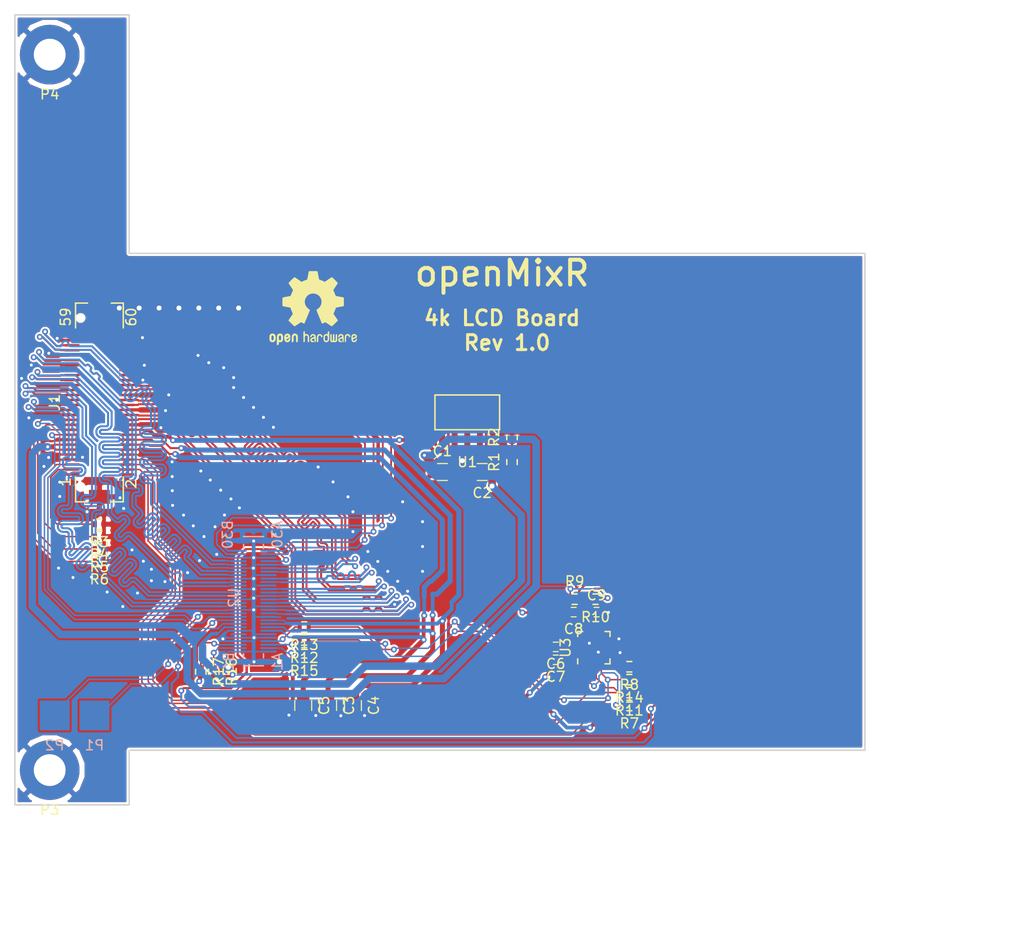
<source format=kicad_pcb>
(kicad_pcb (version 4) (host pcbnew 4.0.5)
  (layers (0 F.Cu signal) (1 In1.Cu signal) (2 In2.Cu signal) (31 B.Cu signal) (34 B.Paste user) (35 F.Paste user) (36 B.SilkS user) (37 F.SilkS user) (38 B.Mask user) (39 F.Mask user) (44 Edge.Cuts user))
  (net 0 "")
  (net 1 +3V3)
  (net 2 GND)
  (net 3 +1V35)
  (net 4 /LCD_V+)
  (net 5 +1V8)
  (net 6 /LCD_V-)
  (net 7 /LCD_~RESET)
  (net 8 /DSI0_D2+)
  (net 9 /LCD_TE)
  (net 10 /DSI0_D2-)
  (net 11 /DSI0_D1+)
  (net 12 /DSI0_CLK+)
  (net 13 /DSI0_D1-)
  (net 14 /DSI0_CLK-)
  (net 15 /DSI0_D0+)
  (net 16 /DSI0_D3+)
  (net 17 /DSI0_D0-)
  (net 18 /DSI0_D3-)
  (net 19 /DSI1_D2+)
  (net 20 /DSI1_D1+)
  (net 21 /DSI1_D2-)
  (net 22 /DSI1_D1-)
  (net 23 /DSI1_CLK+)
  (net 24 /DSI1_D0+)
  (net 25 /DSI1_CLK-)
  (net 26 /DSI1_D0-)
  (net 27 /DSI1_D3+)
  (net 28 /LED_K3)
  (net 29 /DSI1_D3-)
  (net 30 /LED_K1)
  (net 31 /LED_A)
  (net 32 /LED_K2)
  (net 33 /LCD_ID)
  (net 34 /LCD_BIST)
  (net 35 "Net-(R1-Pad2)")
  (net 36 "Net-(J1-Pad3)")
  (net 37 "Net-(J1-Pad5)")
  (net 38 "Net-(J1-Pad19)")
  (net 39 "Net-(J1-Pad21)")
  (net 40 /BL_THERM)
  (net 41 /I2C_SDA)
  (net 42 /I2C_SCL)
  (net 43 /ATTN)
  (net 44 "Net-(R7-Pad2)")
  (net 45 "Net-(R8-Pad2)")
  (net 46 /TOUCH_SCL)
  (net 47 /TOUCH_SDA)
  (net 48 "Net-(R16-Pad1)")
  (net 49 "Net-(R17-Pad1)")
  (net 50 "Net-(U3-Pad13)")
  (module "Custom Parts:DF17(2.0)-60DP-0.5V(57)" (layer F.Cu) (at 105 83 270)
    (fp_text reference J1 (at 0 4.5 270) (layer F.SilkS))
    (fp_text value GR_LCD)
    (fp_text user 60 (at -8.6 -3.2 270) (layer F.SilkS))
    (fp_text user 2 (at 8.2 -3.2 270) (layer F.SilkS))
    (fp_text user 1 (at 8 3.4 270) (layer F.SilkS))
    (fp_text user 59 (at -8.6 3.4 270) (layer F.SilkS))
    (pad 1 smd rect (at 7.25 2.75 270) (size 0.25 1.5) (layers F.Cu F.Paste F.Mask) (net 2 GND))
    (pad 2 smd rect (at 7.25 -2.75 270) (size 0.25 1.5) (layers F.Cu F.Paste F.Mask) (net 2 GND))
    (pad 3 smd rect (at 6.75 2.75 270) (size 0.25 1.5) (layers F.Cu F.Paste F.Mask) (net 36 "Net-(J1-Pad3)"))
    (pad 4 smd rect (at 6.75 -2.75 270) (size 0.25 1.5) (layers F.Cu F.Paste F.Mask) (net 41 /I2C_SDA))
    (pad 5 smd rect (at 6.25 2.75 270) (size 0.25 1.5) (layers F.Cu F.Paste F.Mask) (net 37 "Net-(J1-Pad5)"))
    (pad 6 smd rect (at 6.25 -2.75 270) (size 0.25 1.5) (layers F.Cu F.Paste F.Mask) (net 42 /I2C_SCL))
    (pad 7 smd rect (at 5.75 2.75 270) (size 0.25 1.5) (layers F.Cu F.Paste F.Mask) (net 2 GND))
    (pad 8 smd rect (at 5.75 -2.75 270) (size 0.25 1.5) (layers F.Cu F.Paste F.Mask) (net 43 /ATTN))
    (pad 9 smd rect (at 5.25 2.75 270) (size 0.25 1.5) (layers F.Cu F.Paste F.Mask) (net 2 GND))
    (pad 10 smd rect (at 5.25 -2.75 270) (size 0.25 1.5) (layers F.Cu F.Paste F.Mask) (net 2 GND))
    (pad 11 smd rect (at 4.75 2.75 270) (size 0.25 1.5) (layers F.Cu F.Paste F.Mask) (net 1 +3V3))
    (pad 12 smd rect (at 4.75 -2.75 270) (size 0.25 1.5) (layers F.Cu F.Paste F.Mask) (net 2 GND))
    (pad 13 smd rect (at 4.25 2.75 270) (size 0.25 1.5) (layers F.Cu F.Paste F.Mask) (net 1 +3V3))
    (pad 14 smd rect (at 4.25 -2.75 270) (size 0.25 1.5) (layers F.Cu F.Paste F.Mask) (net 6 /LCD_V-))
    (pad 15 smd rect (at 3.75 2.75 270) (size 0.25 1.5) (layers F.Cu F.Paste F.Mask) (net 2 GND))
    (pad 16 smd rect (at 3.75 -2.75 270) (size 0.25 1.5) (layers F.Cu F.Paste F.Mask) (net 4 /LCD_V+))
    (pad 17 smd rect (at 3.25 2.75 270) (size 0.25 1.5) (layers F.Cu F.Paste F.Mask) (net 7 /LCD_~RESET))
    (pad 18 smd rect (at 3.25 -2.75 270) (size 0.25 1.5) (layers F.Cu F.Paste F.Mask) (net 5 +1V8))
    (pad 19 smd rect (at 2.75 2.75 270) (size 0.25 1.5) (layers F.Cu F.Paste F.Mask) (net 38 "Net-(J1-Pad19)"))
    (pad 20 smd rect (at 2.75 -2.75 270) (size 0.25 1.5) (layers F.Cu F.Paste F.Mask) (net 5 +1V8))
    (pad 21 smd rect (at 2.25 2.75 270) (size 0.25 1.5) (layers F.Cu F.Paste F.Mask) (net 39 "Net-(J1-Pad21)"))
    (pad 22 smd rect (at 2.25 -2.75 270) (size 0.25 1.5) (layers F.Cu F.Paste F.Mask) (net 2 GND))
    (pad 23 smd rect (at 1.75 2.75 270) (size 0.25 1.5) (layers F.Cu F.Paste F.Mask) (net 9 /LCD_TE))
    (pad 24 smd rect (at 1.75 -2.75 270) (size 0.25 1.5) (layers F.Cu F.Paste F.Mask) (net 8 /DSI0_D2+))
    (pad 25 smd rect (at 1.25 2.75 270) (size 0.25 1.5) (layers F.Cu F.Paste F.Mask) (net 2 GND))
    (pad 26 smd rect (at 1.25 -2.75 270) (size 0.25 1.5) (layers F.Cu F.Paste F.Mask) (net 10 /DSI0_D2-))
    (pad 27 smd rect (at 0.75 2.75 270) (size 0.25 1.5) (layers F.Cu F.Paste F.Mask) (net 11 /DSI0_D1+))
    (pad 28 smd rect (at 0.75 -2.75 270) (size 0.25 1.5) (layers F.Cu F.Paste F.Mask) (net 2 GND))
    (pad 29 smd rect (at 0.25 2.75 270) (size 0.25 1.5) (layers F.Cu F.Paste F.Mask) (net 13 /DSI0_D1-))
    (pad 30 smd rect (at 0.25 -2.75 270) (size 0.25 1.5) (layers F.Cu F.Paste F.Mask) (net 12 /DSI0_CLK+))
    (pad 31 smd rect (at -0.25 2.75 270) (size 0.25 1.5) (layers F.Cu F.Paste F.Mask) (net 2 GND))
    (pad 32 smd rect (at -0.25 -2.75 270) (size 0.25 1.5) (layers F.Cu F.Paste F.Mask) (net 14 /DSI0_CLK-))
    (pad 33 smd rect (at -0.75 2.75 270) (size 0.25 1.5) (layers F.Cu F.Paste F.Mask) (net 15 /DSI0_D0+))
    (pad 34 smd rect (at -0.75 -2.75 270) (size 0.25 1.5) (layers F.Cu F.Paste F.Mask) (net 2 GND))
    (pad 35 smd rect (at -1.25 2.75 270) (size 0.25 1.5) (layers F.Cu F.Paste F.Mask) (net 17 /DSI0_D0-))
    (pad 36 smd rect (at -1.25 -2.75 270) (size 0.25 1.5) (layers F.Cu F.Paste F.Mask) (net 16 /DSI0_D3+))
    (pad 37 smd rect (at -1.75 2.75 270) (size 0.25 1.5) (layers F.Cu F.Paste F.Mask) (net 2 GND))
    (pad 38 smd rect (at -1.75 -2.75 270) (size 0.25 1.5) (layers F.Cu F.Paste F.Mask) (net 18 /DSI0_D3-))
    (pad 39 smd rect (at -2.25 2.75 270) (size 0.25 1.5) (layers F.Cu F.Paste F.Mask) (net 19 /DSI1_D2+))
    (pad 40 smd rect (at -2.25 -2.75 270) (size 0.25 1.5) (layers F.Cu F.Paste F.Mask) (net 2 GND))
    (pad 41 smd rect (at -2.75 2.75 270) (size 0.25 1.5) (layers F.Cu F.Paste F.Mask) (net 21 /DSI1_D2-))
    (pad 42 smd rect (at -2.75 -2.75 270) (size 0.25 1.5) (layers F.Cu F.Paste F.Mask) (net 20 /DSI1_D1+))
    (pad 43 smd rect (at -3.25 2.75 270) (size 0.25 1.5) (layers F.Cu F.Paste F.Mask) (net 2 GND))
    (pad 44 smd rect (at -3.25 -2.75 270) (size 0.25 1.5) (layers F.Cu F.Paste F.Mask) (net 22 /DSI1_D1-))
    (pad 45 smd rect (at -3.75 2.75 270) (size 0.25 1.5) (layers F.Cu F.Paste F.Mask) (net 23 /DSI1_CLK+))
    (pad 46 smd rect (at -3.75 -2.75 270) (size 0.25 1.5) (layers F.Cu F.Paste F.Mask) (net 2 GND))
    (pad 47 smd rect (at -4.25 2.75 270) (size 0.25 1.5) (layers F.Cu F.Paste F.Mask) (net 25 /DSI1_CLK-))
    (pad 48 smd rect (at -4.25 -2.75 270) (size 0.25 1.5) (layers F.Cu F.Paste F.Mask) (net 24 /DSI1_D0+))
    (pad 49 smd rect (at -4.75 2.75 270) (size 0.25 1.5) (layers F.Cu F.Paste F.Mask) (net 2 GND))
    (pad 50 smd rect (at -4.75 -2.75 270) (size 0.25 1.5) (layers F.Cu F.Paste F.Mask) (net 26 /DSI1_D0-))
    (pad 51 smd rect (at -5.25 2.75 270) (size 0.25 1.5) (layers F.Cu F.Paste F.Mask) (net 27 /DSI1_D3+))
    (pad 52 smd rect (at -5.25 -2.75 270) (size 0.25 1.5) (layers F.Cu F.Paste F.Mask) (net 2 GND))
    (pad 53 smd rect (at -5.75 2.75 270) (size 0.25 1.5) (layers F.Cu F.Paste F.Mask) (net 29 /DSI1_D3-))
    (pad 54 smd rect (at -5.75 -2.75 270) (size 0.25 1.5) (layers F.Cu F.Paste F.Mask) (net 28 /LED_K3))
    (pad 55 smd rect (at -6.25 2.75 270) (size 0.25 1.5) (layers F.Cu F.Paste F.Mask) (net 2 GND))
    (pad 56 smd rect (at -6.25 -2.75 270) (size 0.25 1.5) (layers F.Cu F.Paste F.Mask) (net 2 GND))
    (pad 57 smd rect (at -6.75 2.75 270) (size 0.25 1.5) (layers F.Cu F.Paste F.Mask) (net 30 /LED_K1))
    (pad 58 smd rect (at -6.75 -2.75 270) (size 0.25 1.5) (layers F.Cu F.Paste F.Mask) (net 2 GND))
    (pad 59 smd rect (at -7.25 2.75 270) (size 0.25 1.5) (layers F.Cu F.Paste F.Mask) (net 32 /LED_K2))
    (pad 60 smd rect (at -7.25 -2.75 270) (size 0.25 1.5) (layers F.Cu F.Paste F.Mask) (net 31 /LED_A))
    (pad S smd rect (at -9.5 0 270) (size 1.4 2.1) (layers F.Cu F.Paste F.Mask) (net 2 GND))
    (pad S smd rect (at 9.5 0 270) (size 1.4 2.1) (layers F.Cu F.Paste F.Mask) (net 2 GND))
    (pad "" np_thru_hole circle (at -8.5 1.9 270) (size 0.6 0.6) (drill 0.6) (layers *.Cu *.Mask))
    (pad "" np_thru_hole circle (at 8.5 1.9 270) (size 0.6 0.6) (drill 0.6) (layers *.Cu *.Mask))
  )
  (module Capacitors_SMD:C_0805 (layer F.Cu) (at 139.5 90)
    (fp_text reference C1 (at 0 -2.1) (layer F.SilkS))
    (fp_text value 10µ)
    (pad 1 smd rect (at -1 0) (size 1 1.25) (layers F.Cu F.Paste F.Mask) (net 1 +3V3))
    (pad 2 smd rect (at 1 0) (size 1 1.25) (layers F.Cu F.Paste F.Mask) (net 2 GND))
  )
  (module Capacitors_SMD:C_0805 (layer F.Cu) (at 143.5 90 180)
    (fp_text reference C2 (at 0 -2.1 180) (layer F.SilkS))
    (fp_text value 10µ)
    (pad 1 smd rect (at -1 0 180) (size 1 1.25) (layers F.Cu F.Paste F.Mask) (net 3 +1V35))
    (pad 2 smd rect (at 1 0 180) (size 1 1.25) (layers F.Cu F.Paste F.Mask) (net 2 GND))
  )
  (module Capacitors_SMD:C_0805 (layer F.Cu) (at 128 113.5 270)
    (fp_text reference C3 (at 0 -2.1 270) (layer F.SilkS))
    (fp_text value 10µ)
    (pad 1 smd rect (at -1 0 270) (size 1 1.25) (layers F.Cu F.Paste F.Mask) (net 4 /LCD_V+))
    (pad 2 smd rect (at 1 0 270) (size 1 1.25) (layers F.Cu F.Paste F.Mask) (net 2 GND))
  )
  (module Capacitors_SMD:C_0805 (layer F.Cu) (at 130.5 113.5 270)
    (fp_text reference C4 (at 0 -2.1 270) (layer F.SilkS))
    (fp_text value 10µ)
    (pad 1 smd rect (at -1 0 270) (size 1 1.25) (layers F.Cu F.Paste F.Mask) (net 5 +1V8))
    (pad 2 smd rect (at 1 0 270) (size 1 1.25) (layers F.Cu F.Paste F.Mask) (net 2 GND))
  )
  (module Capacitors_SMD:C_0805 (layer F.Cu) (at 125.5 113.5 270)
    (fp_text reference C5 (at 0 -2.1 270) (layer F.SilkS))
    (fp_text value 10µ)
    (pad 1 smd rect (at -1 0 270) (size 1 1.25) (layers F.Cu F.Paste F.Mask) (net 6 /LCD_V-))
    (pad 2 smd rect (at 1 0 270) (size 1 1.25) (layers F.Cu F.Paste F.Mask) (net 2 GND))
  )
  (module Measurement_Points:Measurement_Point_Square-SMD-Pad_Big (layer B.Cu) (at 104.5 114.5)
    (fp_text reference P1 (at 0 3) (layer B.SilkS) (effects (justify mirror)))
    (fp_text value ID)
    (pad 1 smd rect (at 0 0) (size 3 3) (layers B.Cu B.Mask) (net 33 /LCD_ID))
  )
  (module Measurement_Points:Measurement_Point_Square-SMD-Pad_Big (layer B.Cu) (at 100.5 114.5)
    (fp_text reference P2 (at 0 3) (layer B.SilkS) (effects (justify mirror)))
    (fp_text value TEST)
    (pad 1 smd rect (at 0 0) (size 3 3) (layers B.Cu B.Mask) (net 34 /LCD_BIST))
  )
  (module Resistors_SMD:R_0402 (layer F.Cu) (at 146.5 89 90)
    (fp_text reference R1 (at 0 -1.8 90) (layer F.SilkS))
    (fp_text value 22.6k)
    (pad 1 smd rect (at -0.45 0 90) (size 0.4 0.6) (layers F.Cu F.Paste F.Mask) (net 3 +1V35))
    (pad 2 smd rect (at 0.45 0 90) (size 0.4 0.6) (layers F.Cu F.Paste F.Mask) (net 35 "Net-(R1-Pad2)"))
  )
  (module Resistors_SMD:R_0402 (layer F.Cu) (at 146.5 86.5 90)
    (fp_text reference R2 (at 0 -1.8 90) (layer F.SilkS))
    (fp_text value 10k)
    (pad 1 smd rect (at -0.45 0 90) (size 0.4 0.6) (layers F.Cu F.Paste F.Mask) (net 35 "Net-(R1-Pad2)"))
    (pad 2 smd rect (at 0.45 0 90) (size 0.4 0.6) (layers F.Cu F.Paste F.Mask) (net 2 GND))
  )
  (module Resistors_SMD:R_0402 (layer F.Cu) (at 105 95.25 180)
    (fp_text reference R3 (at 0 -1.8 180) (layer F.SilkS))
    (fp_text value 0R)
    (pad 1 smd rect (at -0.45 0 180) (size 0.4 0.6) (layers F.Cu F.Paste F.Mask) (net 2 GND))
    (pad 2 smd rect (at 0.45 0 180) (size 0.4 0.6) (layers F.Cu F.Paste F.Mask) (net 36 "Net-(J1-Pad3)"))
  )
  (module Resistors_SMD:R_0402 (layer F.Cu) (at 105 96.5 180)
    (fp_text reference R4 (at 0 -1.8 180) (layer F.SilkS))
    (fp_text value 0R)
    (pad 1 smd rect (at -0.45 0 180) (size 0.4 0.6) (layers F.Cu F.Paste F.Mask) (net 2 GND))
    (pad 2 smd rect (at 0.45 0 180) (size 0.4 0.6) (layers F.Cu F.Paste F.Mask) (net 37 "Net-(J1-Pad5)"))
  )
  (module Resistors_SMD:R_0402 (layer F.Cu) (at 105 97.75 180)
    (fp_text reference R5 (at 0 -1.8 180) (layer F.SilkS))
    (fp_text value 0R)
    (pad 1 smd rect (at -0.45 0 180) (size 0.4 0.6) (layers F.Cu F.Paste F.Mask) (net 2 GND))
    (pad 2 smd rect (at 0.45 0 180) (size 0.4 0.6) (layers F.Cu F.Paste F.Mask) (net 38 "Net-(J1-Pad19)"))
  )
  (module Resistors_SMD:R_0402 (layer F.Cu) (at 105 99 180)
    (fp_text reference R6 (at 0 -1.8 180) (layer F.SilkS))
    (fp_text value 0R)
    (pad 1 smd rect (at -0.45 0 180) (size 0.4 0.6) (layers F.Cu F.Paste F.Mask) (net 2 GND))
    (pad 2 smd rect (at 0.45 0 180) (size 0.4 0.6) (layers F.Cu F.Paste F.Mask) (net 39 "Net-(J1-Pad21)"))
  )
  (module "Custom Parts:SOT-223-6" (layer F.Cu) (at 142 87)
    (fp_text reference U1 (at 0 2) (layer F.SilkS))
    (fp_text value MCP1825T-ADJE)
    (pad 1 smd rect (at -2.54 0) (size 0.6 2.2) (layers F.Cu F.Paste F.Mask) (net 5 +1V8))
    (pad 2 smd rect (at -1.27 0) (size 0.6 2.2) (layers F.Cu F.Paste F.Mask) (net 1 +3V3))
    (pad 3 smd rect (at 0 0) (size 0.6 2.2) (layers F.Cu F.Paste F.Mask) (net 2 GND))
    (pad 4 smd rect (at 1.27 0) (size 0.6 2.2) (layers F.Cu F.Paste F.Mask) (net 3 +1V35))
    (pad 5 smd rect (at 2.54 0) (size 0.6 2.2) (layers F.Cu F.Paste F.Mask) (net 35 "Net-(R1-Pad2)"))
    (pad 6 smd rect (at 0 -6.2) (size 3.5 2.2) (layers F.Cu F.Paste F.Mask) (net 2 GND))
  )
  (module "Custom Parts:60pin-0.35mm" (layer B.Cu) (at 120.5 103 90)
    (fp_text reference U2 (at 0.35 -2 90) (layer B.SilkS) (effects (justify mirror)))
    (fp_text value H546UAN0.1)
    (fp_text user A30 (at 6.7 2.4 90) (layer B.SilkS) (effects (justify mirror)))
    (fp_text user B30 (at 6.7 -2.6 90) (layer B.SilkS) (effects (justify mirror)))
    (fp_text user B1 (at -6.1 -2.5 90) (layer B.SilkS) (effects (justify mirror)))
    (fp_text user A1 (at -6.1 2.4 90) (layer B.SilkS) (effects (justify mirror)))
    (pad A1 smd rect (at -5.075 1.5 90) (size 0.2 1.6) (layers B.Cu B.Paste B.Mask) (net 2 GND))
    (pad A2 smd rect (at -4.725 1.5 90) (size 0.2 1.6) (layers B.Cu B.Paste B.Mask) (net 43 /ATTN))
    (pad A3 smd rect (at -4.375 1.5 90) (size 0.2 1.6) (layers B.Cu B.Paste B.Mask) (net 46 /TOUCH_SCL))
    (pad A4 smd rect (at -4.025 1.5 90) (size 0.2 1.6) (layers B.Cu B.Paste B.Mask) (net 47 /TOUCH_SDA))
    (pad A5 smd rect (at -3.675 1.5 90) (size 0.2 1.6) (layers B.Cu B.Paste B.Mask) (net 2 GND))
    (pad A6 smd rect (at -3.325 1.5 90) (size 0.2 1.6) (layers B.Cu B.Paste B.Mask) (net 2 GND))
    (pad A7 smd rect (at -2.975 1.5 90) (size 0.2 1.6) (layers B.Cu B.Paste B.Mask) (net 6 /LCD_V-))
    (pad A8 smd rect (at -2.625 1.5 90) (size 0.2 1.6) (layers B.Cu B.Paste B.Mask) (net 4 /LCD_V+))
    (pad A9 smd rect (at -2.275 1.5 90) (size 0.2 1.6) (layers B.Cu B.Paste B.Mask) (net 5 +1V8))
    (pad A10 smd rect (at -1.925 1.5 90) (size 0.2 1.6) (layers B.Cu B.Paste B.Mask) (net 5 +1V8))
    (pad A11 smd rect (at -1.575 1.5 90) (size 0.2 1.6) (layers B.Cu B.Paste B.Mask) (net 2 GND))
    (pad A12 smd rect (at -1.225 1.5 90) (size 0.2 1.6) (layers B.Cu B.Paste B.Mask) (net 8 /DSI0_D2+))
    (pad A13 smd rect (at -0.875 1.5 90) (size 0.2 1.6) (layers B.Cu B.Paste B.Mask) (net 10 /DSI0_D2-))
    (pad A14 smd rect (at -0.525 1.5 90) (size 0.2 1.6) (layers B.Cu B.Paste B.Mask) (net 2 GND))
    (pad A15 smd rect (at -0.175 1.5 90) (size 0.2 1.6) (layers B.Cu B.Paste B.Mask) (net 12 /DSI0_CLK+))
    (pad A16 smd rect (at 0.175 1.5 90) (size 0.2 1.6) (layers B.Cu B.Paste B.Mask) (net 14 /DSI0_CLK-))
    (pad A17 smd rect (at 0.525 1.5 90) (size 0.2 1.6) (layers B.Cu B.Paste B.Mask) (net 2 GND))
    (pad A18 smd rect (at 0.875 1.5 90) (size 0.2 1.6) (layers B.Cu B.Paste B.Mask) (net 16 /DSI0_D3+))
    (pad A19 smd rect (at 1.225 1.5 90) (size 0.2 1.6) (layers B.Cu B.Paste B.Mask) (net 18 /DSI0_D3-))
    (pad A20 smd rect (at 1.575 1.5 90) (size 0.2 1.6) (layers B.Cu B.Paste B.Mask) (net 2 GND))
    (pad A21 smd rect (at 1.925 1.5 90) (size 0.2 1.6) (layers B.Cu B.Paste B.Mask) (net 20 /DSI1_D1+))
    (pad A22 smd rect (at 2.275 1.5 90) (size 0.2 1.6) (layers B.Cu B.Paste B.Mask) (net 22 /DSI1_D1-))
    (pad A23 smd rect (at 2.625 1.5 90) (size 0.2 1.6) (layers B.Cu B.Paste B.Mask) (net 2 GND))
    (pad A24 smd rect (at 2.975 1.5 90) (size 0.2 1.6) (layers B.Cu B.Paste B.Mask) (net 24 /DSI1_D0+))
    (pad A25 smd rect (at 3.325 1.5 90) (size 0.2 1.6) (layers B.Cu B.Paste B.Mask) (net 26 /DSI1_D0-))
    (pad A26 smd rect (at 3.675 1.5 90) (size 0.2 1.6) (layers B.Cu B.Paste B.Mask) (net 2 GND))
    (pad A27 smd rect (at 4.025 1.5 90) (size 0.2 1.6) (layers B.Cu B.Paste B.Mask) (net 40 /BL_THERM))
    (pad A28 smd rect (at 4.375 1.5 90) (size 0.2 1.6) (layers B.Cu B.Paste B.Mask) (net 2 GND))
    (pad A29 smd rect (at 4.725 1.5 90) (size 0.2 1.6) (layers B.Cu B.Paste B.Mask) (net 28 /LED_K3))
    (pad A30 smd rect (at 5.075 1.5 90) (size 0.2 1.6) (layers B.Cu B.Paste B.Mask) (net 31 /LED_A))
    (pad B1 smd rect (at -5.075 -1.5 90) (size 0.2 1.6) (layers B.Cu B.Paste B.Mask) (net 2 GND))
    (pad B2 smd rect (at -4.725 -1.5 90) (size 0.2 1.6) (layers B.Cu B.Paste B.Mask) (net 48 "Net-(R16-Pad1)"))
    (pad B3 smd rect (at -4.375 -1.5 90) (size 0.2 1.6) (layers B.Cu B.Paste B.Mask) (net 49 "Net-(R17-Pad1)"))
    (pad B4 smd rect (at -4.025 -1.5 90) (size 0.2 1.6) (layers B.Cu B.Paste B.Mask) (net 2 GND))
    (pad B5 smd rect (at -3.675 -1.5 90) (size 0.2 1.6) (layers B.Cu B.Paste B.Mask) (net 2 GND))
    (pad B6 smd rect (at -3.325 -1.5 90) (size 0.2 1.6) (layers B.Cu B.Paste B.Mask))
    (pad B7 smd rect (at -2.975 -1.5 90) (size 0.2 1.6) (layers B.Cu B.Paste B.Mask) (net 2 GND))
    (pad B8 smd rect (at -2.625 -1.5 90) (size 0.2 1.6) (layers B.Cu B.Paste B.Mask) (net 3 +1V35))
    (pad B9 smd rect (at -2.275 -1.5 90) (size 0.2 1.6) (layers B.Cu B.Paste B.Mask) (net 7 /LCD_~RESET))
    (pad B10 smd rect (at -1.925 -1.5 90) (size 0.2 1.6) (layers B.Cu B.Paste B.Mask) (net 33 /LCD_ID))
    (pad B11 smd rect (at -1.575 -1.5 90) (size 0.2 1.6) (layers B.Cu B.Paste B.Mask) (net 9 /LCD_TE))
    (pad B12 smd rect (at -1.225 -1.5 90) (size 0.2 1.6) (layers B.Cu B.Paste B.Mask) (net 34 /LCD_BIST))
    (pad B13 smd rect (at -0.875 -1.5 90) (size 0.2 1.6) (layers B.Cu B.Paste B.Mask) (net 2 GND))
    (pad B14 smd rect (at -0.525 -1.5 90) (size 0.2 1.6) (layers B.Cu B.Paste B.Mask) (net 11 /DSI0_D1+))
    (pad B15 smd rect (at -0.175 -1.5 90) (size 0.2 1.6) (layers B.Cu B.Paste B.Mask) (net 13 /DSI0_D1-))
    (pad B16 smd rect (at 0.175 -1.5 90) (size 0.2 1.6) (layers B.Cu B.Paste B.Mask) (net 2 GND))
    (pad B17 smd rect (at 0.525 -1.5 90) (size 0.2 1.6) (layers B.Cu B.Paste B.Mask) (net 15 /DSI0_D0+))
    (pad B18 smd rect (at 0.875 -1.5 90) (size 0.2 1.6) (layers B.Cu B.Paste B.Mask) (net 17 /DSI0_D0-))
    (pad B19 smd rect (at 1.225 -1.5 90) (size 0.2 1.6) (layers B.Cu B.Paste B.Mask) (net 2 GND))
    (pad B20 smd rect (at 1.575 -1.5 90) (size 0.2 1.6) (layers B.Cu B.Paste B.Mask) (net 19 /DSI1_D2+))
    (pad B21 smd rect (at 1.925 -1.5 90) (size 0.2 1.6) (layers B.Cu B.Paste B.Mask) (net 21 /DSI1_D2-))
    (pad B22 smd rect (at 2.275 -1.5 90) (size 0.2 1.6) (layers B.Cu B.Paste B.Mask) (net 2 GND))
    (pad B23 smd rect (at 2.625 -1.5 90) (size 0.2 1.6) (layers B.Cu B.Paste B.Mask) (net 23 /DSI1_CLK+))
    (pad B24 smd rect (at 2.975 -1.5 90) (size 0.2 1.6) (layers B.Cu B.Paste B.Mask) (net 25 /DSI1_CLK-))
    (pad B25 smd rect (at 3.325 -1.5 90) (size 0.2 1.6) (layers B.Cu B.Paste B.Mask) (net 2 GND))
    (pad B26 smd rect (at 3.675 -1.5 90) (size 0.2 1.6) (layers B.Cu B.Paste B.Mask) (net 27 /DSI1_D3+))
    (pad B27 smd rect (at 4.025 -1.5 90) (size 0.2 1.6) (layers B.Cu B.Paste B.Mask) (net 29 /DSI1_D3-))
    (pad B28 smd rect (at 4.375 -1.5 90) (size 0.2 1.6) (layers B.Cu B.Paste B.Mask) (net 2 GND))
    (pad B29 smd rect (at 4.725 -1.5 90) (size 0.2 1.6) (layers B.Cu B.Paste B.Mask) (net 30 /LED_K1))
    (pad B30 smd rect (at 5.075 -1.5 90) (size 0.2 1.6) (layers B.Cu B.Paste B.Mask) (net 32 /LED_K2))
    (pad G1 smd rect (at -6.1 1.1 90) (size 0.6 1.2) (layers B.Cu B.Paste B.Mask) (net 2 GND))
    (pad G2 smd rect (at -6.1 -1.1 90) (size 0.6 1.2) (layers B.Cu B.Paste B.Mask) (net 2 GND))
    (pad G3 smd rect (at 6.1 1.1 90) (size 0.6 1.2) (layers B.Cu B.Paste B.Mask) (net 2 GND))
    (pad G4 smd rect (at 6.1 -1.1 90) (size 0.6 1.2) (layers B.Cu B.Paste B.Mask) (net 2 GND))
  )
  (module "Custom Parts:M3_HOLE" (layer F.Cu) (at 100 120)
    (fp_text reference P3 (at 0 4) (layer F.SilkS))
    (fp_text value M3)
    (pad 1 thru_hole circle (at 0 0) (size 6 6) (drill 3.2) (layers *.Cu *.Mask) (net 2 GND))
  )
  (module "Custom Parts:M3_HOLE" (layer F.Cu) (at 100 48)
    (fp_text reference P4 (at 0 4) (layer F.SilkS))
    (fp_text value M3)
    (pad 1 thru_hole circle (at 0 0) (size 6 6) (drill 3.2) (layers *.Cu *.Mask) (net 2 GND))
  )
  (module Capacitors_SMD:C_0402 (layer F.Cu) (at 150.9 107.6 180)
    (fp_text reference C6 (at 0 -1.7 180) (layer F.SilkS))
    (fp_text value 470n)
    (pad 1 smd rect (at -0.55 0 180) (size 0.6 0.5) (layers F.Cu F.Paste F.Mask) (net 1 +3V3))
    (pad 2 smd rect (at 0.55 0 180) (size 0.6 0.5) (layers F.Cu F.Paste F.Mask) (net 2 GND))
  )
  (module Capacitors_SMD:C_0402 (layer F.Cu) (at 150.9 108.9 180)
    (fp_text reference C7 (at 0 -1.7 180) (layer F.SilkS))
    (fp_text value 470n)
    (pad 1 smd rect (at -0.55 0 180) (size 0.6 0.5) (layers F.Cu F.Paste F.Mask) (net 5 +1V8))
    (pad 2 smd rect (at 0.55 0 180) (size 0.6 0.5) (layers F.Cu F.Paste F.Mask) (net 2 GND))
  )
  (module Capacitors_SMD:C_0402 (layer F.Cu) (at 152.7 104.1 180)
    (fp_text reference C8 (at 0 -1.7 180) (layer F.SilkS))
    (fp_text value 1n)
    (pad 1 smd rect (at -0.55 0 180) (size 0.6 0.5) (layers F.Cu F.Paste F.Mask) (net 40 /BL_THERM))
    (pad 2 smd rect (at 0.55 0 180) (size 0.6 0.5) (layers F.Cu F.Paste F.Mask) (net 2 GND))
  )
  (module Capacitors_SMD:C_0402 (layer F.Cu) (at 155 104.1)
    (fp_text reference C9 (at 0 -1.7) (layer F.SilkS))
    (fp_text value 1n)
    (pad 1 smd rect (at -0.55 0) (size 0.6 0.5) (layers F.Cu F.Paste F.Mask) (net 33 /LCD_ID))
    (pad 2 smd rect (at 0.55 0) (size 0.6 0.5) (layers F.Cu F.Paste F.Mask) (net 2 GND))
  )
  (module Resistors_SMD:R_0402 (layer F.Cu) (at 158.3 113.5 180)
    (fp_text reference R7 (at 0 -1.8 180) (layer F.SilkS))
    (fp_text value 10k)
    (pad 1 smd rect (at -0.45 0 180) (size 0.4 0.6) (layers F.Cu F.Paste F.Mask) (net 5 +1V8))
    (pad 2 smd rect (at 0.45 0 180) (size 0.4 0.6) (layers F.Cu F.Paste F.Mask) (net 44 "Net-(R7-Pad2)"))
  )
  (module Resistors_SMD:R_0402 (layer F.Cu) (at 158.3 109.6 180)
    (fp_text reference R8 (at 0 -1.8 180) (layer F.SilkS))
    (fp_text value 10k)
    (pad 1 smd rect (at -0.45 0 180) (size 0.4 0.6) (layers F.Cu F.Paste F.Mask) (net 5 +1V8))
    (pad 2 smd rect (at 0.45 0 180) (size 0.4 0.6) (layers F.Cu F.Paste F.Mask) (net 45 "Net-(R8-Pad2)"))
  )
  (module Resistors_SMD:R_0402 (layer F.Cu) (at 152.8 102.8)
    (fp_text reference R9 (at 0 -1.8) (layer F.SilkS))
    (fp_text value 10k)
    (pad 1 smd rect (at -0.45 0) (size 0.4 0.6) (layers F.Cu F.Paste F.Mask) (net 1 +3V3))
    (pad 2 smd rect (at 0.45 0) (size 0.4 0.6) (layers F.Cu F.Paste F.Mask) (net 40 /BL_THERM))
  )
  (module Resistors_SMD:R_0402 (layer F.Cu) (at 154.9 102.8 180)
    (fp_text reference R10 (at 0 -1.8 180) (layer F.SilkS))
    (fp_text value 10k)
    (pad 1 smd rect (at -0.45 0 180) (size 0.4 0.6) (layers F.Cu F.Paste F.Mask) (net 1 +3V3))
    (pad 2 smd rect (at 0.45 0 180) (size 0.4 0.6) (layers F.Cu F.Paste F.Mask) (net 33 /LCD_ID))
  )
  (module Resistors_SMD:R_0402 (layer F.Cu) (at 158.3 112.2 180)
    (fp_text reference R11 (at 0 -1.8 180) (layer F.SilkS))
    (fp_text value 4.7k)
    (pad 1 smd rect (at -0.45 0 180) (size 0.4 0.6) (layers F.Cu F.Paste F.Mask) (net 5 +1V8))
    (pad 2 smd rect (at 0.45 0 180) (size 0.4 0.6) (layers F.Cu F.Paste F.Mask) (net 42 /I2C_SCL))
  )
  (module Resistors_SMD:R_0402 (layer F.Cu) (at 125.6 106.9 180)
    (fp_text reference R12 (at 0 -1.8 180) (layer F.SilkS))
    (fp_text value DNP)
    (pad 1 smd rect (at -0.45 0 180) (size 0.4 0.6) (layers F.Cu F.Paste F.Mask) (net 42 /I2C_SCL))
    (pad 2 smd rect (at 0.45 0 180) (size 0.4 0.6) (layers F.Cu F.Paste F.Mask) (net 46 /TOUCH_SCL))
  )
  (module Resistors_SMD:R_0402 (layer F.Cu) (at 125.6 105.6 180)
    (fp_text reference R13 (at 0 -1.8 180) (layer F.SilkS))
    (fp_text value DNP)
    (pad 1 smd rect (at -0.45 0 180) (size 0.4 0.6) (layers F.Cu F.Paste F.Mask) (net 41 /I2C_SDA))
    (pad 2 smd rect (at 0.45 0 180) (size 0.4 0.6) (layers F.Cu F.Paste F.Mask) (net 47 /TOUCH_SDA))
  )
  (module Resistors_SMD:R_0402 (layer F.Cu) (at 158.3 110.9 180)
    (fp_text reference R14 (at 0 -1.8 180) (layer F.SilkS))
    (fp_text value 4.7k)
    (pad 1 smd rect (at -0.45 0 180) (size 0.4 0.6) (layers F.Cu F.Paste F.Mask) (net 5 +1V8))
    (pad 2 smd rect (at 0.45 0 180) (size 0.4 0.6) (layers F.Cu F.Paste F.Mask) (net 41 /I2C_SDA))
  )
  (module Resistors_SMD:R_0402 (layer F.Cu) (at 125.6 108.2 180)
    (fp_text reference R15 (at 0 -1.8 180) (layer F.SilkS))
    (fp_text value DNP)
    (pad 1 smd rect (at -0.45 0 180) (size 0.4 0.6) (layers F.Cu F.Paste F.Mask) (net 5 +1V8))
    (pad 2 smd rect (at 0.45 0 180) (size 0.4 0.6) (layers F.Cu F.Paste F.Mask) (net 43 /ATTN))
  )
  (module Resistors_SMD:R_0402 (layer F.Cu) (at 116.5 110.1 270)
    (fp_text reference R16 (at 0 -1.8 270) (layer F.SilkS))
    (fp_text value DNP)
    (pad 1 smd rect (at -0.45 0 270) (size 0.4 0.6) (layers F.Cu F.Paste F.Mask) (net 48 "Net-(R16-Pad1)"))
    (pad 2 smd rect (at 0.45 0 270) (size 0.4 0.6) (layers F.Cu F.Paste F.Mask) (net 5 +1V8))
  )
  (module Resistors_SMD:R_0402 (layer F.Cu) (at 115.2 110.1 270)
    (fp_text reference R17 (at 0 -1.8 270) (layer F.SilkS))
    (fp_text value DNP)
    (pad 1 smd rect (at -0.45 0 270) (size 0.4 0.6) (layers F.Cu F.Paste F.Mask) (net 49 "Net-(R17-Pad1)"))
    (pad 2 smd rect (at 0.45 0 270) (size 0.4 0.6) (layers F.Cu F.Paste F.Mask) (net 1 +3V3))
  )
  (module Housings_DFN_QFN:QFN-16-1EP_3x3mm_Pitch0.5mm (layer F.Cu) (at 154.73 107.68 90)
    (fp_text reference U3 (at 0 -2.85 90) (layer F.SilkS))
    (fp_text value ADS7924)
    (pad 1 smd oval (at -1.475 -0.75 90) (size 0.75 0.3) (layers F.Cu F.Paste F.Mask) (net 44 "Net-(R7-Pad2)"))
    (pad 2 smd oval (at -1.475 -0.25 90) (size 0.75 0.3) (layers F.Cu F.Paste F.Mask))
    (pad 3 smd oval (at -1.475 0.25 90) (size 0.75 0.3) (layers F.Cu F.Paste F.Mask) (net 42 /I2C_SCL))
    (pad 4 smd oval (at -1.475 0.75 90) (size 0.75 0.3) (layers F.Cu F.Paste F.Mask) (net 41 /I2C_SDA))
    (pad 5 smd oval (at -0.75 1.475 180) (size 0.75 0.3) (layers F.Cu F.Paste F.Mask) (net 45 "Net-(R8-Pad2)"))
    (pad 6 smd oval (at -0.25 1.475 180) (size 0.75 0.3) (layers F.Cu F.Paste F.Mask) (net 2 GND))
    (pad 7 smd oval (at 0.25 1.475 180) (size 0.75 0.3) (layers F.Cu F.Paste F.Mask))
    (pad 8 smd oval (at 0.75 1.475 180) (size 0.75 0.3) (layers F.Cu F.Paste F.Mask) (net 2 GND))
    (pad 9 smd oval (at 1.475 0.75 90) (size 0.75 0.3) (layers F.Cu F.Paste F.Mask) (net 2 GND))
    (pad 10 smd oval (at 1.475 0.25 90) (size 0.75 0.3) (layers F.Cu F.Paste F.Mask) (net 2 GND))
    (pad 11 smd oval (at 1.475 -0.25 90) (size 0.75 0.3) (layers F.Cu F.Paste F.Mask) (net 33 /LCD_ID))
    (pad 12 smd oval (at 1.475 -0.75 90) (size 0.75 0.3) (layers F.Cu F.Paste F.Mask) (net 40 /BL_THERM))
    (pad 13 smd oval (at 0.75 -1.475 180) (size 0.75 0.3) (layers F.Cu F.Paste F.Mask) (net 50 "Net-(U3-Pad13)"))
    (pad 14 smd oval (at 0.25 -1.475 180) (size 0.75 0.3) (layers F.Cu F.Paste F.Mask) (net 50 "Net-(U3-Pad13)"))
    (pad 15 smd oval (at -0.25 -1.475 180) (size 0.75 0.3) (layers F.Cu F.Paste F.Mask) (net 1 +3V3))
    (pad 16 smd oval (at -0.75 -1.475 180) (size 0.75 0.3) (layers F.Cu F.Paste F.Mask) (net 5 +1V8))
    (pad 17 smd rect (at 0.45 0.45 90) (size 0.9 0.9) (layers F.Cu F.Paste F.Mask) (net 2 GND))
    (pad 17 smd rect (at 0.45 -0.45 90) (size 0.9 0.9) (layers F.Cu F.Paste F.Mask) (net 2 GND))
    (pad 17 smd rect (at -0.45 0.45 90) (size 0.9 0.9) (layers F.Cu F.Paste F.Mask) (net 2 GND))
    (pad 17 smd rect (at -0.45 -0.45 90) (size 0.9 0.9) (layers F.Cu F.Paste F.Mask) (net 2 GND))
  )
  (module Symbols:OSHW-Logo2_9.8x8mm_SilkScreen (layer F.Cu) (at 126.5 73.5)
    (fp_text reference REF*** hide)
    (fp_text value OSHW-Logo2_9.8x8mm_SilkScreen hide)
  )
  (gr_text "Rev 1.0" (at 146 77) (layer F.SilkS) (effects (font (size 1.5 1.5) (thickness 0.3))))
  (gr_text "4k LCD Board" (at 145.5 74.5) (layer F.SilkS) (effects (font (size 1.5 1.5) (thickness 0.3))))
  (gr_text openMixR (at 145.5 70) (layer F.SilkS) (effects (font (size 2.5 2.5) (thickness 0.4))))
  (gr_line (start 182 68) (end 108 68) (angle 90) (layer Edge.Cuts) (width 0.15))
  (gr_line (start 182 118) (end 182 68) (angle 90) (layer Edge.Cuts) (width 0.15))
  (gr_line (start 108 118) (end 182 118) (angle 90) (layer Edge.Cuts) (width 0.15))
  (gr_line (start 108 123.5) (end 108 118) (angle 90) (layer Edge.Cuts) (width 0.15))
  (gr_line (start 103.5 123.5) (end 108 123.5) (angle 90) (layer Edge.Cuts) (width 0.15))
  (gr_line (start 108 44) (end 108 68) (angle 90) (layer Edge.Cuts) (width 0.15))
  (gr_line (start 103.5 44) (end 108 44) (angle 90) (layer Edge.Cuts) (width 0.15))
  (gr_line (start 103 44) (end 103.5 44) (angle 90) (layer Edge.Cuts) (width 0.15))
  (gr_line (start 96.5 44) (end 103 44) (angle 90) (layer Edge.Cuts) (width 0.15))
  (gr_line (start 96.5 68) (end 96.5 44) (angle 90) (layer Edge.Cuts) (width 0.15))
  (gr_line (start 96.5 123.5) (end 103.5 123.5) (angle 90) (layer Edge.Cuts) (width 0.15))
  (gr_line (start 96.5 118) (end 96.5 123.5) (angle 90) (layer Edge.Cuts) (width 0.15))
  (gr_line (start 96.5 68) (end 96.5 118) (angle 90) (layer Edge.Cuts) (width 0.15))
  (segment (start 115.2 110.55) (end 115.2 110.89) (width 0.254) (layer F.Cu) (net 1))
  (segment (start 114.655 111.435) (end 114.355 111.435) (width 0.254) (layer B.Cu) (net 1))
  (segment (start 115.04 111.05) (end 114.655 111.435) (width 0.254) (layer B.Cu) (net 1))
  (via (at 115.04 111.05) (size 0.6) (drill 0.3) (layers F.Cu B.Cu) (net 1))
  (segment (start 115.2 110.89) (end 115.04 111.05) (width 0.254) (layer F.Cu) (net 1))
  (segment (start 147.52 104.18) (end 147.55 104.15) (width 0.254) (layer F.Cu) (net 1))
  (segment (start 147.55 104.15) (end 147.52 104.18) (width 0.254) (layer F.Cu) (net 1))
  (via (at 147.55 104.15) (size 0.6) (drill 0.3) (layers F.Cu B.Cu) (net 1))
  (segment (start 147.55 104.15) (end 146.98 103.58) (width 0.254) (layer B.Cu) (net 1))
  (segment (start 146.98 103.58) (end 146.85 103.58) (width 0.254) (layer B.Cu) (net 1))
  (segment (start 151.45 107.6) (end 151.45 106.23) (width 0.254) (layer F.Cu) (net 1))
  (segment (start 149.37 104.15) (end 147.55 104.15) (width 0.254) (layer F.Cu) (net 1))
  (segment (start 151.45 106.23) (end 149.37 104.15) (width 0.254) (layer F.Cu) (net 1))
  (segment (start 152.38 101.76) (end 155.19 101.76) (width 0.15) (layer B.Cu) (net 1))
  (segment (start 156.01 102.8) (end 155.35 102.8) (width 0.15) (layer F.Cu) (net 1))
  (segment (start 156.12 102.69) (end 156.01 102.8) (width 0.15) (layer F.Cu) (net 1))
  (via (at 156.12 102.69) (size 0.6) (drill 0.3) (layers F.Cu B.Cu) (net 1))
  (segment (start 155.19 101.76) (end 156.12 102.69) (width 0.15) (layer B.Cu) (net 1))
  (segment (start 152.35 102.8) (end 152.35 102.02) (width 0.15) (layer F.Cu) (net 1))
  (segment (start 152.12 101.5) (end 148.93 101.5) (width 0.15) (layer B.Cu) (net 1))
  (segment (start 152.38 101.76) (end 152.12 101.5) (width 0.15) (layer B.Cu) (net 1))
  (via (at 152.38 101.76) (size 0.6) (drill 0.3) (layers F.Cu B.Cu) (net 1))
  (segment (start 152.38 101.99) (end 152.38 101.76) (width 0.15) (layer F.Cu) (net 1))
  (segment (start 152.35 102.02) (end 152.38 101.99) (width 0.15) (layer F.Cu) (net 1))
  (segment (start 153.255 107.93) (end 152.58 107.93) (width 0.2032) (layer F.Cu) (net 1))
  (segment (start 152.25 107.6) (end 151.45 107.6) (width 0.2032) (layer F.Cu) (net 1))
  (segment (start 152.58 107.93) (end 152.25 107.6) (width 0.2032) (layer F.Cu) (net 1))
  (segment (start 112.41 106.35) (end 112.41 106.37) (width 0.762) (layer B.Cu) (net 1))
  (segment (start 137.69 88.32) (end 138.5 89.13) (width 0.762) (layer F.Cu) (net 1))
  (segment (start 138.5 90) (end 138.5 89.13) (width 0.762) (layer F.Cu) (net 1))
  (segment (start 136.36 110.79) (end 139.64 110.79) (width 0.762) (layer B.Cu) (net 1))
  (segment (start 98.25 103.52) (end 101.08 106.35) (width 0.762) (layer B.Cu) (net 1))
  (segment (start 101.08 106.35) (end 112.41 106.35) (width 0.762) (layer B.Cu) (net 1))
  (segment (start 98.91 87.47) (end 99.8 87.47) (width 0.762) (layer B.Cu) (net 1))
  (segment (start 98.25 88.13) (end 98.25 93.5) (width 0.762) (layer B.Cu) (net 1))
  (segment (start 98.91 87.47) (end 98.25 88.13) (width 0.762) (layer B.Cu) (net 1))
  (segment (start 98.25 93.5) (end 98.25 103.52) (width 0.762) (layer B.Cu) (net 1))
  (segment (start 138.47 88.32) (end 137.69 88.32) (width 0.762) (layer B.Cu) (net 1))
  (segment (start 140.09 86.7) (end 138.47 88.32) (width 0.762) (layer B.Cu) (net 1))
  (segment (start 148.62 86.7) (end 140.09 86.7) (width 0.762) (layer B.Cu) (net 1))
  (segment (start 148.93 87.01) (end 148.62 86.7) (width 0.762) (layer B.Cu) (net 1))
  (segment (start 148.93 101.5) (end 148.93 87.01) (width 0.762) (layer B.Cu) (net 1))
  (segment (start 139.64 110.79) (end 146.85 103.58) (width 0.762) (layer B.Cu) (net 1))
  (segment (start 146.85 103.58) (end 148.93 101.5) (width 0.762) (layer B.Cu) (net 1))
  (via (at 137.69 88.32) (size 0.6) (drill 0.3) (layers F.Cu B.Cu) (net 1))
  (segment (start 132.13 110.79) (end 136.36 110.79) (width 0.762) (layer B.Cu) (net 1))
  (segment (start 130.61 112.31) (end 132.13 110.79) (width 0.762) (layer B.Cu) (net 1))
  (segment (start 115.23 112.31) (end 130.61 112.31) (width 0.762) (layer B.Cu) (net 1))
  (segment (start 113.83 110.91) (end 114.355 111.435) (width 0.762) (layer B.Cu) (net 1))
  (segment (start 114.355 111.435) (end 115.23 112.31) (width 0.762) (layer B.Cu) (net 1))
  (segment (start 113.83 107.79) (end 113.83 110.91) (width 0.762) (layer B.Cu) (net 1))
  (segment (start 112.41 106.37) (end 113.83 107.79) (width 0.762) (layer B.Cu) (net 1))
  (segment (start 138.5 90) (end 138.5 89.23) (width 0.381) (layer F.Cu) (net 1))
  (segment (start 140 88.77) (end 140.73 88.04) (width 0.381) (layer F.Cu) (net 1))
  (segment (start 138.96 88.77) (end 140 88.77) (width 0.381) (layer F.Cu) (net 1))
  (segment (start 138.5 89.23) (end 138.96 88.77) (width 0.381) (layer F.Cu) (net 1))
  (segment (start 140.73 88.04) (end 140.73 87) (width 0.381) (layer F.Cu) (net 1))
  (via (at 99.8 87.47) (size 0.6) (drill 0.3) (layers F.Cu B.Cu) (net 1))
  (segment (start 100.34 87.47) (end 99.8 87.47) (width 0.508) (layer F.Cu) (net 1))
  (segment (start 99.8 87.47) (end 99.78 87.49) (width 0.508) (layer B.Cu) (net 1))
  (segment (start 100.48 87.25) (end 100.47 87.25) (width 0.2032) (layer F.Cu) (net 1))
  (segment (start 102.25 87.25) (end 100.48 87.25) (width 0.2032) (layer F.Cu) (net 1))
  (segment (start 100.62 87.75) (end 102.25 87.75) (width 0.2032) (layer F.Cu) (net 1))
  (segment (start 100.34 87.47) (end 100.62 87.75) (width 0.2032) (layer F.Cu) (net 1))
  (segment (start 100.34 87.38) (end 100.34 87.47) (width 0.2032) (layer F.Cu) (net 1))
  (segment (start 100.47 87.25) (end 100.34 87.38) (width 0.2032) (layer F.Cu) (net 1))
  (segment (start 130.5 114.5) (end 131.66 114.5) (width 0.254) (layer F.Cu) (net 2))
  (via (at 131.67 114.51) (size 0.6) (drill 0.3) (layers F.Cu B.Cu) (net 2))
  (segment (start 131.66 114.5) (end 131.67 114.51) (width 0.254) (layer F.Cu) (net 2))
  (segment (start 129.28 114.53) (end 130.47 114.53) (width 0.254) (layer F.Cu) (net 2))
  (segment (start 130.47 114.53) (end 130.5 114.5) (width 0.254) (layer F.Cu) (net 2))
  (segment (start 128 114.5) (end 129.25 114.5) (width 0.254) (layer F.Cu) (net 2))
  (segment (start 129.28 114.53) (end 129.25 114.53) (width 0.254) (layer B.Cu) (net 2))
  (via (at 129.28 114.53) (size 0.6) (drill 0.3) (layers F.Cu B.Cu) (net 2))
  (segment (start 129.25 114.5) (end 129.28 114.53) (width 0.254) (layer F.Cu) (net 2))
  (segment (start 126.76 114.51) (end 127.99 114.51) (width 0.254) (layer F.Cu) (net 2))
  (segment (start 127.99 114.51) (end 128 114.5) (width 0.254) (layer F.Cu) (net 2))
  (segment (start 125.5 114.5) (end 126.75 114.5) (width 0.254) (layer F.Cu) (net 2))
  (segment (start 126.76 114.51) (end 126.76 114.5) (width 0.254) (layer B.Cu) (net 2))
  (via (at 126.76 114.51) (size 0.6) (drill 0.3) (layers F.Cu B.Cu) (net 2))
  (segment (start 126.75 114.5) (end 126.76 114.51) (width 0.254) (layer F.Cu) (net 2))
  (segment (start 125.5 114.5) (end 124.09 114.5) (width 0.254) (layer F.Cu) (net 2))
  (via (at 124.06 114.47) (size 0.6) (drill 0.3) (layers F.Cu B.Cu) (net 2))
  (segment (start 124.09 114.5) (end 124.06 114.47) (width 0.254) (layer F.Cu) (net 2))
  (segment (start 156.205 107.93) (end 157.12 107.93) (width 0.2032) (layer F.Cu) (net 2))
  (via (at 157.37 108.18) (size 0.6) (drill 0.3) (layers F.Cu B.Cu) (net 2))
  (segment (start 157.12 107.93) (end 157.37 108.18) (width 0.2032) (layer F.Cu) (net 2))
  (segment (start 156.205 106.93) (end 157.11 106.93) (width 0.2032) (layer F.Cu) (net 2))
  (via (at 157.25 106.79) (size 0.6) (drill 0.3) (layers F.Cu B.Cu) (net 2))
  (segment (start 157.11 106.93) (end 157.25 106.79) (width 0.2032) (layer F.Cu) (net 2))
  (segment (start 155.18 107.23) (end 155.18 108.13) (width 0.2032) (layer F.Cu) (net 2))
  (segment (start 154.28 108.13) (end 154.28 107.23) (width 0.2032) (layer F.Cu) (net 2))
  (via (at 155.18 108.13) (size 0.6) (drill 0.3) (layers F.Cu B.Cu) (net 2))
  (via (at 154.28 107.23) (size 0.6) (drill 0.3) (layers F.Cu B.Cu) (net 2))
  (segment (start 155.48 106.205) (end 155.48 104.87) (width 0.2032) (layer F.Cu) (net 2))
  (segment (start 155.48 104.87) (end 155.55 104.8) (width 0.2032) (layer F.Cu) (net 2))
  (segment (start 154.98 106.205) (end 154.98 105.37) (width 0.2032) (layer F.Cu) (net 2))
  (segment (start 155.55 104.8) (end 155.55 104.1) (width 0.2032) (layer F.Cu) (net 2))
  (segment (start 154.98 105.37) (end 155.55 104.8) (width 0.2032) (layer F.Cu) (net 2))
  (segment (start 155.55 104.1) (end 156.17 104.1) (width 0.2032) (layer F.Cu) (net 2))
  (segment (start 156.2 104.13) (end 156.2 104.12) (width 0.2032) (layer B.Cu) (net 2))
  (via (at 156.2 104.13) (size 0.6) (drill 0.3) (layers F.Cu B.Cu) (net 2))
  (segment (start 156.17 104.1) (end 156.2 104.13) (width 0.2032) (layer F.Cu) (net 2))
  (segment (start 124.05 99.380236) (end 124.509764 99.380236) (width 0.15) (layer B.Cu) (net 2))
  (segment (start 123.274764 99.325) (end 123.33 99.380236) (width 0.15) (layer B.Cu) (net 2))
  (segment (start 123.33 99.380236) (end 124.05 99.380236) (width 0.15) (layer B.Cu) (net 2))
  (segment (start 122 99.325) (end 123.274764 99.325) (width 0.15) (layer B.Cu) (net 2))
  (segment (start 131.01 98) (end 132 98) (width 0.15) (layer B.Cu) (net 2))
  (segment (start 130.87 98.14) (end 131.01 98) (width 0.15) (layer B.Cu) (net 2))
  (segment (start 128.65 98.14) (end 130.87 98.14) (width 0.15) (layer B.Cu) (net 2))
  (segment (start 128.13 98.66) (end 128.65 98.14) (width 0.15) (layer B.Cu) (net 2))
  (segment (start 125.23 98.66) (end 128.13 98.66) (width 0.15) (layer B.Cu) (net 2))
  (segment (start 124.509764 99.380236) (end 125.23 98.66) (width 0.15) (layer B.Cu) (net 2))
  (segment (start 119 108.075) (end 117.925 108.075) (width 0.15) (layer B.Cu) (net 2))
  (via (at 117.58 108.56) (size 0.6) (drill 0.3) (layers F.Cu B.Cu) (net 2))
  (segment (start 117.58 108.42) (end 117.58 108.56) (width 0.15) (layer B.Cu) (net 2))
  (segment (start 117.925 108.075) (end 117.58 108.42) (width 0.15) (layer B.Cu) (net 2))
  (segment (start 134 100) (end 137.5 100) (width 0.2032) (layer B.Cu) (net 2))
  (via (at 135.5 93) (size 0.6) (drill 0.3) (layers F.Cu B.Cu) (net 2))
  (segment (start 137.5 95) (end 135.5 93) (width 0.2032) (layer F.Cu) (net 2))
  (via (at 137.5 95) (size 0.6) (drill 0.3) (layers F.Cu B.Cu) (net 2))
  (segment (start 137.5 97.5) (end 137.5 95) (width 0.2032) (layer B.Cu) (net 2))
  (via (at 137.5 97.5) (size 0.6) (drill 0.3) (layers F.Cu B.Cu) (net 2))
  (segment (start 137.5 100) (end 137.5 97.5) (width 0.2032) (layer F.Cu) (net 2))
  (via (at 137.5 100) (size 0.6) (drill 0.3) (layers F.Cu B.Cu) (net 2))
  (segment (start 130.5 96) (end 130.5 96.5) (width 0.2032) (layer F.Cu) (net 2))
  (segment (start 130.5 96.5) (end 132 98) (width 0.2032) (layer F.Cu) (net 2))
  (via (at 132 98) (size 0.6) (drill 0.3) (layers F.Cu B.Cu) (net 2))
  (segment (start 130.5 96) (end 130.5 94) (width 0.2032) (layer F.Cu) (net 2))
  (segment (start 123 85.5) (end 127 89.5) (width 0.2032) (layer F.Cu) (net 2))
  (via (at 127 89.5) (size 0.6) (drill 0.3) (layers F.Cu B.Cu) (net 2))
  (segment (start 127 89.5) (end 128.5 91) (width 0.2032) (layer B.Cu) (net 2))
  (via (at 128.5 91) (size 0.6) (drill 0.3) (layers F.Cu B.Cu) (net 2))
  (segment (start 128.5 91) (end 130 92.5) (width 0.2032) (layer F.Cu) (net 2))
  (via (at 130 92.5) (size 0.6) (drill 0.3) (layers F.Cu B.Cu) (net 2))
  (segment (start 130 92.5) (end 130.5 93) (width 0.2032) (layer B.Cu) (net 2))
  (segment (start 130.5 93) (end 130.5 94) (width 0.2032) (layer B.Cu) (net 2))
  (via (at 130.5 94) (size 0.6) (drill 0.3) (layers F.Cu B.Cu) (net 2))
  (segment (start 114.92 78.27) (end 115.27 78.27) (width 0.2032) (layer B.Cu) (net 2))
  (segment (start 114.4 77.75) (end 114.92 78.27) (width 0.18) (layer F.Cu) (net 2))
  (via (at 114.92 78.27) (size 0.6) (drill 0.3) (layers F.Cu B.Cu) (net 2))
  (segment (start 107.75 77.75) (end 114.4 77.75) (width 0.18) (layer F.Cu) (net 2))
  (via (at 122.5 85.5) (size 0.6) (drill 0.3) (layers F.Cu B.Cu) (net 2))
  (segment (start 121.5 84.5) (end 122.5 85.5) (width 0.2032) (layer F.Cu) (net 2))
  (via (at 121.5 84.5) (size 0.6) (drill 0.3) (layers F.Cu B.Cu) (net 2))
  (segment (start 120.5 83.5) (end 121.5 84.5) (width 0.2032) (layer B.Cu) (net 2))
  (via (at 120.5 83.5) (size 0.6) (drill 0.3) (layers F.Cu B.Cu) (net 2))
  (segment (start 119.5 82.5) (end 120.5 83.5) (width 0.2032) (layer F.Cu) (net 2))
  (via (at 119.5 82.5) (size 0.6) (drill 0.3) (layers F.Cu B.Cu) (net 2))
  (segment (start 118.5 81.5) (end 119.5 82.5) (width 0.2032) (layer B.Cu) (net 2))
  (via (at 118.5 81.5) (size 0.6) (drill 0.3) (layers F.Cu B.Cu) (net 2))
  (segment (start 118.5 80.5) (end 118.5 81.5) (width 0.2032) (layer F.Cu) (net 2))
  (via (at 118.5 80.5) (size 0.6) (drill 0.3) (layers F.Cu B.Cu) (net 2))
  (segment (start 117.5 79.5) (end 118.5 80.5) (width 0.2032) (layer B.Cu) (net 2))
  (via (at 117.5 79.5) (size 0.6) (drill 0.3) (layers F.Cu B.Cu) (net 2))
  (segment (start 116.5 79.5) (end 117.5 79.5) (width 0.2032) (layer F.Cu) (net 2))
  (segment (start 116 79) (end 116.5 79.5) (width 0.2032) (layer F.Cu) (net 2))
  (via (at 116 79) (size 0.6) (drill 0.3) (layers F.Cu B.Cu) (net 2))
  (segment (start 115.27 78.27) (end 116 79) (width 0.2032) (layer B.Cu) (net 2))
  (segment (start 122.5 85.5) (end 123 85.5) (width 0.2032) (layer F.Cu) (net 2))
  (via (at 130.5 96) (size 0.6) (drill 0.3) (layers F.Cu B.Cu) (net 2))
  (segment (start 136 102) (end 136.5 102) (width 0.2032) (layer B.Cu) (net 2))
  (via (at 136 102) (size 0.6) (drill 0.3) (layers F.Cu B.Cu) (net 2))
  (segment (start 135 101) (end 136 102) (width 0.2032) (layer F.Cu) (net 2))
  (via (at 135 101) (size 0.6) (drill 0.3) (layers F.Cu B.Cu) (net 2))
  (segment (start 134 100) (end 135 101) (width 0.2032) (layer B.Cu) (net 2))
  (via (at 134 100) (size 0.6) (drill 0.3) (layers F.Cu B.Cu) (net 2))
  (segment (start 132 98) (end 133 99) (width 0.2032) (layer B.Cu) (net 2))
  (via (at 133 99) (size 0.6) (drill 0.3) (layers F.Cu B.Cu) (net 2))
  (segment (start 133 99) (end 134 100) (width 0.2032) (layer F.Cu) (net 2))
  (segment (start 101.01 92.46) (end 100.95 92.46) (width 0.2032) (layer B.Cu) (net 2))
  (segment (start 107.24 103.54) (end 105.78 102.08) (width 0.15) (layer B.Cu) (net 2))
  (via (at 105.78 102.08) (size 0.6) (drill 0.3) (layers F.Cu B.Cu) (net 2))
  (segment (start 105.78 102.08) (end 104.28 100.58) (width 0.15) (layer F.Cu) (net 2))
  (segment (start 104.28 100.58) (end 104.2 100.58) (width 0.15) (layer F.Cu) (net 2))
  (via (at 104.2 100.58) (size 0.6) (drill 0.3) (layers F.Cu B.Cu) (net 2))
  (segment (start 104.2 100.58) (end 104.16 100.62) (width 0.15) (layer B.Cu) (net 2))
  (segment (start 104.16 100.62) (end 102.34 100.62) (width 0.15) (layer B.Cu) (net 2))
  (via (at 102.34 100.62) (size 0.6) (drill 0.3) (layers F.Cu B.Cu) (net 2))
  (segment (start 102.34 100.62) (end 101.39 99.67) (width 0.15) (layer F.Cu) (net 2))
  (segment (start 101.39 99.67) (end 100.89 99.67) (width 0.15) (layer F.Cu) (net 2))
  (via (at 100.89 99.67) (size 0.6) (drill 0.3) (layers F.Cu B.Cu) (net 2))
  (segment (start 119 103.875) (end 117.775 103.875) (width 0.15) (layer B.Cu) (net 2))
  (via (at 107.35 103.54) (size 0.6) (drill 0.3) (layers F.Cu B.Cu) (net 2))
  (segment (start 107.73 103.92) (end 107.35 103.54) (width 0.15) (layer B.Cu) (net 2))
  (segment (start 117.73 103.92) (end 107.73 103.92) (width 0.15) (layer B.Cu) (net 2))
  (segment (start 117.775 103.875) (end 117.73 103.92) (width 0.15) (layer B.Cu) (net 2))
  (segment (start 107.35 103.54) (end 107.24 103.54) (width 0.15) (layer B.Cu) (net 2))
  (via (at 101.01 92.46) (size 0.6) (drill 0.3) (layers F.Cu B.Cu) (net 2))
  (segment (start 101.01 90.74) (end 101.5 90.25) (width 0.15) (layer F.Cu) (net 2))
  (segment (start 101.01 90.74) (end 101.01 91.02) (width 0.15) (layer F.Cu) (net 2))
  (via (at 101.01 91.02) (size 0.6) (drill 0.3) (layers F.Cu B.Cu) (net 2))
  (segment (start 101.01 92.46) (end 101.01 91.02) (width 0.15) (layer B.Cu) (net 2))
  (segment (start 100.37 99.15) (end 100.89 99.67) (width 0.2032) (layer B.Cu) (net 2))
  (segment (start 100.37 93.04) (end 100.37 99.15) (width 0.2032) (layer B.Cu) (net 2))
  (segment (start 100.95 92.46) (end 100.37 93.04) (width 0.2032) (layer B.Cu) (net 2))
  (segment (start 103.76 94) (end 103.76 95.38) (width 0.2032) (layer B.Cu) (net 2))
  (segment (start 103.76 93.7) (end 103.76 94) (width 0.15) (layer F.Cu) (net 2))
  (via (at 103.76 94) (size 0.6) (drill 0.3) (layers F.Cu B.Cu) (net 2))
  (segment (start 104.96 92.5) (end 103.76 93.7) (width 0.15) (layer F.Cu) (net 2))
  (segment (start 103.76 95.38) (end 103.14 96) (width 0.2032) (layer B.Cu) (net 2))
  (segment (start 102.25 88.75) (end 103.07 88.75) (width 0.2032) (layer F.Cu) (net 2))
  (segment (start 103.07 88.75) (end 103.3 88.52) (width 0.2032) (layer F.Cu) (net 2))
  (segment (start 102.25 88.25) (end 103.03 88.25) (width 0.2032) (layer F.Cu) (net 2))
  (segment (start 103.03 88.25) (end 103.3 88.52) (width 0.2032) (layer F.Cu) (net 2))
  (segment (start 100.73 82.76) (end 101.46 82.76) (width 0.2032) (layer B.Cu) (net 2))
  (segment (start 101.46 82.76) (end 102.8 84.1) (width 0.2032) (layer B.Cu) (net 2))
  (segment (start 102.8 84.1) (end 102.8 87.05) (width 0.2032) (layer B.Cu) (net 2))
  (segment (start 102.8 87.05) (end 103.3 87.55) (width 0.2032) (layer B.Cu) (net 2))
  (segment (start 103.3 87.55) (end 103.3 88.52) (width 0.2032) (layer B.Cu) (net 2))
  (via (at 103.3 88.52) (size 0.6) (drill 0.3) (layers F.Cu B.Cu) (net 2))
  (via (at 100.73 82.76) (size 0.6) (drill 0.3) (layers F.Cu B.Cu) (net 2))
  (segment (start 100.73 82.76) (end 100.71 82.76) (width 0.2032) (layer B.Cu) (net 2))
  (segment (start 100.72 82.75) (end 100.71 82.76) (width 0.2032) (layer F.Cu) (net 2))
  (segment (start 102.25 82.75) (end 100.72 82.75) (width 0.2032) (layer F.Cu) (net 2))
  (via (at 100.71 82.76) (size 0.6) (drill 0.3) (layers F.Cu B.Cu) (net 2))
  (segment (start 102.25 88.75) (end 100.1 88.75) (width 0.2032) (layer F.Cu) (net 2))
  (segment (start 100.1 88.75) (end 99.89 88.54) (width 0.2032) (layer F.Cu) (net 2))
  (segment (start 102.25 88.25) (end 100.18 88.25) (width 0.2032) (layer F.Cu) (net 2))
  (segment (start 100.18 88.25) (end 99.89 88.54) (width 0.2032) (layer F.Cu) (net 2))
  (segment (start 99.89 88.54) (end 99.89 88.97) (width 0.18) (layer B.Cu) (net 2))
  (via (at 99.42 89.44) (size 0.6) (drill 0.3) (layers F.Cu B.Cu) (net 2))
  (segment (start 99.89 88.97) (end 99.42 89.44) (width 0.18) (layer B.Cu) (net 2))
  (segment (start 102.25 86.75) (end 100.648398 86.75) (width 0.18) (layer F.Cu) (net 2))
  (segment (start 99.89 88.54) (end 99.86 88.54) (width 0.18) (layer B.Cu) (net 2))
  (via (at 99.89 88.54) (size 0.6) (drill 0.3) (layers F.Cu B.Cu) (net 2))
  (segment (start 99.2 87.85) (end 99.89 88.54) (width 0.18) (layer F.Cu) (net 2))
  (segment (start 99.2 87.1) (end 99.2 87.85) (width 0.18) (layer F.Cu) (net 2))
  (segment (start 99.43 86.87) (end 99.2 87.1) (width 0.18) (layer F.Cu) (net 2))
  (segment (start 99.68 86.87) (end 99.43 86.87) (width 0.18) (layer F.Cu) (net 2))
  (segment (start 99.69 86.88) (end 99.68 86.87) (width 0.18) (layer F.Cu) (net 2))
  (segment (start 100.518398 86.88) (end 99.69 86.88) (width 0.18) (layer F.Cu) (net 2))
  (segment (start 100.648398 86.75) (end 100.518398 86.88) (width 0.18) (layer F.Cu) (net 2))
  (segment (start 102.25 84.25) (end 98.2 84.25) (width 0.18) (layer F.Cu) (net 2))
  (segment (start 101.54 85.64) (end 101.54 88.17) (width 0.18) (layer B.Cu) (net 2))
  (segment (start 100.37 84.47) (end 101.54 85.64) (width 0.18) (layer B.Cu) (net 2))
  (segment (start 97.98 84.47) (end 100.37 84.47) (width 0.18) (layer B.Cu) (net 2))
  (segment (start 97.9 84.55) (end 97.98 84.47) (width 0.18) (layer B.Cu) (net 2))
  (via (at 97.9 84.55) (size 0.6) (drill 0.3) (layers F.Cu B.Cu) (net 2))
  (segment (start 98.2 84.25) (end 97.9 84.55) (width 0.18) (layer F.Cu) (net 2))
  (segment (start 102.25 81.25) (end 98.74 81.25) (width 0.18) (layer F.Cu) (net 2))
  (segment (start 104.07 86.16) (end 104.64 86.73) (width 0.18) (layer B.Cu) (net 2))
  (segment (start 104.07 85.24) (end 104.07 86.16) (width 0.18) (layer B.Cu) (net 2))
  (segment (start 104.93 84.38) (end 104.07 85.24) (width 0.18) (layer B.Cu) (net 2))
  (segment (start 104.93 83.86) (end 104.93 84.38) (width 0.18) (layer B.Cu) (net 2))
  (segment (start 102.22 81.15) (end 104.93 83.86) (width 0.18) (layer B.Cu) (net 2))
  (segment (start 98.14 81.15) (end 102.22 81.15) (width 0.18) (layer B.Cu) (net 2))
  (segment (start 97.6 80.61) (end 98.14 81.15) (width 0.18) (layer B.Cu) (net 2))
  (segment (start 97.2 80.61) (end 97.6 80.61) (width 0.18) (layer B.Cu) (net 2))
  (segment (start 97.17 80.58) (end 97.2 80.61) (width 0.18) (layer B.Cu) (net 2))
  (via (at 97.17 80.58) (size 0.6) (drill 0.3) (layers F.Cu B.Cu) (net 2))
  (segment (start 97.57 80.58) (end 97.17 80.58) (width 0.18) (layer F.Cu) (net 2))
  (segment (start 98.05 81.06) (end 97.57 80.58) (width 0.18) (layer F.Cu) (net 2))
  (segment (start 98.55 81.06) (end 98.05 81.06) (width 0.18) (layer F.Cu) (net 2))
  (segment (start 98.74 81.25) (end 98.55 81.06) (width 0.18) (layer F.Cu) (net 2))
  (segment (start 102.25 79.75) (end 99.6 79.75) (width 0.18) (layer F.Cu) (net 2))
  (segment (start 107.82 89.996301) (end 107.691339 90.124962) (width 0.18) (layer B.Cu) (net 2))
  (segment (start 107.82 84.83) (end 107.82 89.996301) (width 0.18) (layer B.Cu) (net 2))
  (segment (start 102.78 79.79) (end 107.82 84.83) (width 0.18) (layer B.Cu) (net 2))
  (segment (start 99.47 79.79) (end 102.78 79.79) (width 0.18) (layer B.Cu) (net 2))
  (segment (start 98.95 79.27) (end 99.47 79.79) (width 0.18) (layer B.Cu) (net 2))
  (segment (start 98.18 79.27) (end 98.95 79.27) (width 0.18) (layer B.Cu) (net 2))
  (segment (start 98.15 79.24) (end 98.18 79.27) (width 0.18) (layer B.Cu) (net 2))
  (via (at 98.15 79.24) (size 0.6) (drill 0.3) (layers F.Cu B.Cu) (net 2))
  (segment (start 98.85 79.24) (end 98.15 79.24) (width 0.18) (layer F.Cu) (net 2))
  (segment (start 99.35 79.74) (end 98.85 79.24) (width 0.18) (layer F.Cu) (net 2))
  (segment (start 99.59 79.74) (end 99.35 79.74) (width 0.18) (layer F.Cu) (net 2))
  (segment (start 99.6 79.75) (end 99.59 79.74) (width 0.18) (layer F.Cu) (net 2))
  (segment (start 99.91 78.05) (end 100.26 78.05) (width 0.18) (layer B.Cu) (net 2))
  (segment (start 100.11 78.25) (end 99.91 78.05) (width 0.18) (layer F.Cu) (net 2))
  (via (at 99.91 78.05) (size 0.6) (drill 0.3) (layers F.Cu B.Cu) (net 2))
  (segment (start 102.25 78.25) (end 100.11 78.25) (width 0.18) (layer F.Cu) (net 2))
  (segment (start 103.49 78.22) (end 107.1 81.83) (width 0.18) (layer B.Cu) (net 2))
  (segment (start 100.43 78.22) (end 103.49 78.22) (width 0.18) (layer B.Cu) (net 2))
  (segment (start 100.26 78.05) (end 100.43 78.22) (width 0.18) (layer B.Cu) (net 2))
  (segment (start 102.25 76.75) (end 100.95 76.75) (width 0.18) (layer F.Cu) (net 2))
  (via (at 100.75 76.55) (size 0.6) (drill 0.3) (layers F.Cu B.Cu) (net 2))
  (segment (start 100.95 76.75) (end 100.75 76.55) (width 0.18) (layer F.Cu) (net 2))
  (via (at 123.09 109.1) (size 0.8) (drill 0.5) (layers F.Cu B.Cu) (net 2))
  (segment (start 121.6 109.1) (end 123.09 109.1) (width 0.18) (layer B.Cu) (net 2))
  (segment (start 123.09 109.1) (end 123.11 109.12) (width 0.18) (layer B.Cu) (net 2))
  (segment (start 119.4 109.1) (end 118.51 109.1) (width 0.18) (layer B.Cu) (net 2))
  (via (at 117.96 109.65) (size 0.8) (drill 0.5) (layers F.Cu B.Cu) (net 2))
  (segment (start 118.51 109.1) (end 117.96 109.65) (width 0.18) (layer B.Cu) (net 2))
  (segment (start 119 107.025) (end 117.655 107.025) (width 0.18) (layer B.Cu) (net 2))
  (via (at 117.42 106.79) (size 0.6) (drill 0.3) (layers F.Cu B.Cu) (net 2))
  (segment (start 117.535 106.675) (end 117.42 106.79) (width 0.18) (layer B.Cu) (net 2))
  (segment (start 119 106.675) (end 117.535 106.675) (width 0.18) (layer B.Cu) (net 2))
  (segment (start 117.945 105.975) (end 119 105.975) (width 0.18) (layer B.Cu) (net 2))
  (segment (start 117.42 106.5) (end 117.42 106.79) (width 0.18) (layer B.Cu) (net 2))
  (segment (start 117.945 105.975) (end 117.42 106.5) (width 0.18) (layer B.Cu) (net 2))
  (segment (start 117.655 107.025) (end 117.42 106.79) (width 0.18) (layer B.Cu) (net 2))
  (segment (start 141.49 88.86) (end 141.49 88.99) (width 0.381) (layer F.Cu) (net 2))
  (segment (start 141.49 88.99) (end 142.5 90) (width 0.381) (layer F.Cu) (net 2))
  (segment (start 140.5 90) (end 140.5 89.85) (width 0.381) (layer F.Cu) (net 2))
  (segment (start 140.5 89.85) (end 141.49 88.86) (width 0.381) (layer F.Cu) (net 2))
  (segment (start 142 87) (end 142 88.35) (width 0.381) (layer F.Cu) (net 2))
  (segment (start 141.49 88.86) (end 141.49 88.84) (width 0.381) (layer B.Cu) (net 2))
  (via (at 141.49 88.86) (size 0.8) (drill 0.5) (layers F.Cu B.Cu) (net 2))
  (segment (start 142 88.35) (end 141.49 88.86) (width 0.381) (layer F.Cu) (net 2))
  (segment (start 122 104.575) (end 122.905002 104.575) (width 0.15) (layer B.Cu) (net 2))
  (segment (start 122.94 104.609998) (end 123.25 104.609998) (width 0.15) (layer B.Cu) (net 2))
  (segment (start 122.905002 104.575) (end 122.94 104.609998) (width 0.15) (layer B.Cu) (net 2))
  (via (at 134.69 103.33) (size 0.6) (drill 0.3) (layers F.Cu B.Cu) (net 2))
  (segment (start 134.69 103.33) (end 134.495 103.525) (width 0.15) (layer B.Cu) (net 2))
  (segment (start 134.495 103.525) (end 122 103.525) (width 0.15) (layer B.Cu) (net 2))
  (segment (start 123.87 102.45) (end 133.21 102.45) (width 0.15) (layer B.Cu) (net 2))
  (segment (start 123.200002 102.475) (end 123.225002 102.45) (width 0.15) (layer B.Cu) (net 2))
  (segment (start 123.225002 102.45) (end 123.87 102.45) (width 0.15) (layer B.Cu) (net 2))
  (segment (start 122 102.475) (end 123.200002 102.475) (width 0.15) (layer B.Cu) (net 2))
  (segment (start 133.21 102.45) (end 133.41 102.25) (width 0.15) (layer B.Cu) (net 2))
  (segment (start 119.08 93.61) (end 119.08 95.51) (width 0.15) (layer F.Cu) (net 2))
  (segment (start 119.08 95.51) (end 120.515 96.945) (width 0.15) (layer F.Cu) (net 2))
  (segment (start 119.08 93.61) (end 119.08 93.56) (width 0.15) (layer B.Cu) (net 2))
  (segment (start 112.31 90.45) (end 112.32 90.46) (width 0.15) (layer F.Cu) (net 2))
  (via (at 112.32 90.46) (size 0.6) (drill 0.3) (layers F.Cu B.Cu) (net 2))
  (segment (start 112.32 90.46) (end 112.33 90.47) (width 0.15) (layer B.Cu) (net 2))
  (segment (start 112.33 90.47) (end 112.33 91.88) (width 0.15) (layer B.Cu) (net 2))
  (via (at 112.33 91.88) (size 0.6) (drill 0.3) (layers F.Cu B.Cu) (net 2))
  (segment (start 112.33 91.88) (end 112.36 91.91) (width 0.15) (layer F.Cu) (net 2))
  (segment (start 112.36 91.91) (end 112.36 93.36) (width 0.15) (layer F.Cu) (net 2))
  (via (at 112.36 93.36) (size 0.6) (drill 0.3) (layers F.Cu B.Cu) (net 2))
  (segment (start 112.36 93.36) (end 113.34 94.34) (width 0.15) (layer B.Cu) (net 2))
  (segment (start 113.34 94.34) (end 113.46 94.34) (width 0.15) (layer B.Cu) (net 2))
  (via (at 113.46 94.34) (size 0.6) (drill 0.3) (layers F.Cu B.Cu) (net 2))
  (segment (start 113.46 94.34) (end 114.44 95.32) (width 0.15) (layer F.Cu) (net 2))
  (segment (start 114.44 95.32) (end 114.44 95.42) (width 0.15) (layer F.Cu) (net 2))
  (via (at 114.44 95.42) (size 0.6) (drill 0.3) (layers F.Cu B.Cu) (net 2))
  (segment (start 114.44 95.42) (end 115.52 96.5) (width 0.15) (layer B.Cu) (net 2))
  (via (at 115.52 96.5) (size 0.6) (drill 0.3) (layers F.Cu B.Cu) (net 2))
  (segment (start 115.52 96.5) (end 116.51 95.51) (width 0.15) (layer F.Cu) (net 2))
  (segment (start 116.51 95.51) (end 116.63 95.51) (width 0.15) (layer F.Cu) (net 2))
  (via (at 116.63 95.51) (size 0.6) (drill 0.3) (layers F.Cu B.Cu) (net 2))
  (segment (start 116.63 95.51) (end 117.58 94.56) (width 0.15) (layer B.Cu) (net 2))
  (segment (start 117.58 94.56) (end 117.58 94.33) (width 0.15) (layer B.Cu) (net 2))
  (via (at 117.58 94.33) (size 0.6) (drill 0.3) (layers F.Cu B.Cu) (net 2))
  (segment (start 117.58 94.33) (end 118.3 93.61) (width 0.15) (layer F.Cu) (net 2))
  (segment (start 118.3 93.61) (end 119.08 93.61) (width 0.15) (layer F.Cu) (net 2))
  (via (at 119.08 93.61) (size 0.6) (drill 0.3) (layers F.Cu B.Cu) (net 2))
  (via (at 112.31 88.98) (size 0.6) (drill 0.3) (layers F.Cu B.Cu) (net 2))
  (segment (start 111.64 88.31) (end 112.31 88.98) (width 0.15) (layer F.Cu) (net 2))
  (segment (start 112.31 88.98) (end 112.31 90.45) (width 0.15) (layer F.Cu) (net 2))
  (segment (start 113.02 89.69) (end 112.31 88.98) (width 0.15) (layer B.Cu) (net 2))
  (segment (start 114.99 89.69) (end 113.02 89.69) (width 0.15) (layer B.Cu) (net 2))
  (segment (start 115.2 89.9) (end 114.99 89.69) (width 0.15) (layer B.Cu) (net 2))
  (via (at 115.2 89.9) (size 0.6) (drill 0.3) (layers F.Cu B.Cu) (net 2))
  (segment (start 115.24 89.9) (end 115.2 89.9) (width 0.15) (layer F.Cu) (net 2))
  (segment (start 116.15 90.81) (end 115.24 89.9) (width 0.15) (layer F.Cu) (net 2))
  (via (at 116.15 90.81) (size 0.6) (drill 0.3) (layers F.Cu B.Cu) (net 2))
  (segment (start 116.18 90.81) (end 116.15 90.81) (width 0.15) (layer B.Cu) (net 2))
  (segment (start 117.2 91.83) (end 116.18 90.81) (width 0.15) (layer B.Cu) (net 2))
  (via (at 117.2 91.83) (size 0.6) (drill 0.3) (layers F.Cu B.Cu) (net 2))
  (segment (start 117.35 91.83) (end 117.2 91.83) (width 0.15) (layer F.Cu) (net 2))
  (segment (start 118.23 92.71) (end 117.35 91.83) (width 0.15) (layer F.Cu) (net 2))
  (via (at 118.23 92.71) (size 0.6) (drill 0.3) (layers F.Cu B.Cu) (net 2))
  (segment (start 119.08 93.56) (end 118.23 92.71) (width 0.15) (layer B.Cu) (net 2))
  (via (at 110.23 99.79) (size 0.6) (drill 0.3) (layers F.Cu B.Cu) (net 2))
  (via (at 111.59 101.03) (size 0.6) (drill 0.3) (layers F.Cu B.Cu) (net 2))
  (segment (start 111.59 101.03) (end 111.47 101.03) (width 0.15) (layer F.Cu) (net 2))
  (segment (start 111.47 101.03) (end 110.23 99.79) (width 0.15) (layer F.Cu) (net 2))
  (via (at 109.42 98.98) (size 0.6) (drill 0.3) (layers F.Cu B.Cu) (net 2))
  (segment (start 110.23 100.94) (end 110.23 99.79) (width 0.15) (layer B.Cu) (net 2))
  (via (at 108.28 97.84) (size 0.6) (drill 0.3) (layers F.Cu B.Cu) (net 2))
  (segment (start 110.23 99.79) (end 109.42 98.98) (width 0.15) (layer B.Cu) (net 2))
  (segment (start 109.42 98.98) (end 108.28 97.84) (width 0.15) (layer B.Cu) (net 2))
  (segment (start 108.83 102.18) (end 108.99 102.18) (width 0.15) (layer F.Cu) (net 2))
  (segment (start 109.475 102.825) (end 108.83 102.18) (width 0.15) (layer B.Cu) (net 2))
  (via (at 108.83 102.18) (size 0.6) (drill 0.3) (layers F.Cu B.Cu) (net 2))
  (segment (start 119 102.825) (end 109.475 102.825) (width 0.15) (layer B.Cu) (net 2))
  (segment (start 112.724909 101.73) (end 112.76 101.765091) (width 0.15) (layer B.Cu) (net 2))
  (segment (start 111.02 101.73) (end 112.724909 101.73) (width 0.15) (layer B.Cu) (net 2))
  (segment (start 110.23 100.94) (end 111.02 101.73) (width 0.15) (layer B.Cu) (net 2))
  (via (at 110.23 100.94) (size 0.6) (drill 0.3) (layers F.Cu B.Cu) (net 2))
  (segment (start 108.99 102.18) (end 110.23 100.94) (width 0.15) (layer F.Cu) (net 2))
  (segment (start 122 108.075) (end 120.47 108.075) (width 0.15) (layer B.Cu) (net 2))
  (segment (start 120.47 108.075) (end 120.395 108) (width 0.15) (layer B.Cu) (net 2))
  (segment (start 120.395 108) (end 120.38 108) (width 0.15) (layer B.Cu) (net 2))
  (segment (start 120.38 108) (end 120.38 108.075) (width 0.15) (layer B.Cu) (net 2))
  (segment (start 119 108.075) (end 120.38 108.075) (width 0.15) (layer B.Cu) (net 2))
  (segment (start 120.38 108.075) (end 120.47 108.075) (width 0.15) (layer B.Cu) (net 2))
  (segment (start 120.47 108.075) (end 120.515 108.03) (width 0.15) (layer B.Cu) (net 2))
  (segment (start 119 107.025) (end 120.425 107.025) (width 0.15) (layer B.Cu) (net 2))
  (segment (start 120.515 106.935) (end 120.55 106.675) (width 0.15) (layer B.Cu) (net 2))
  (segment (start 120.425 107.025) (end 120.515 106.935) (width 0.15) (layer B.Cu) (net 2))
  (segment (start 120.55 106.675) (end 119 106.675) (width 0.15) (layer B.Cu) (net 2))
  (via (at 120.55 106.675) (size 0.6) (drill 0.3) (layers F.Cu B.Cu) (net 2))
  (segment (start 120.54 106.67) (end 120.545 106.67) (width 0.15) (layer F.Cu) (net 2))
  (segment (start 120.545 106.67) (end 120.55 106.675) (width 0.15) (layer F.Cu) (net 2))
  (segment (start 122 106.675) (end 120.55 106.675) (width 0.15) (layer B.Cu) (net 2))
  (segment (start 120.55 106.675) (end 120.515 106.675) (width 0.15) (layer B.Cu) (net 2))
  (segment (start 120.55 106.66) (end 120.515 106.66) (width 0.15) (layer B.Cu) (net 2))
  (segment (start 120.53 106.66) (end 120.55 106.66) (width 0.15) (layer B.Cu) (net 2))
  (segment (start 120.515 106.675) (end 120.53 106.66) (width 0.15) (layer B.Cu) (net 2))
  (segment (start 122 106.325) (end 120.515 106.325) (width 0.15) (layer B.Cu) (net 2))
  (segment (start 120.53 106.34) (end 120.515 106.34) (width 0.15) (layer B.Cu) (net 2))
  (segment (start 120.515 106.325) (end 120.53 106.34) (width 0.15) (layer B.Cu) (net 2))
  (segment (start 119 105.975) (end 120.515 105.975) (width 0.15) (layer B.Cu) (net 2))
  (segment (start 120.515 105.975) (end 120.51 105.98) (width 0.15) (layer B.Cu) (net 2))
  (segment (start 120.51 105.98) (end 120.515 105.98) (width 0.15) (layer B.Cu) (net 2))
  (segment (start 122 104.575) (end 120.515 104.575) (width 0.15) (layer B.Cu) (net 2))
  (segment (start 120.47 104.61) (end 120.515 104.61) (width 0.15) (layer B.Cu) (net 2))
  (segment (start 120.48 104.61) (end 120.47 104.61) (width 0.15) (layer B.Cu) (net 2))
  (segment (start 120.515 104.575) (end 120.48 104.61) (width 0.15) (layer B.Cu) (net 2))
  (segment (start 120.515 103.56) (end 120.515 103.875) (width 0.15) (layer B.Cu) (net 2))
  (via (at 120.515 103.875) (size 0.6) (drill 0.3) (layers F.Cu B.Cu) (net 2))
  (segment (start 120.515 103.875) (end 120.52 103.88) (width 0.15) (layer F.Cu) (net 2))
  (via (at 120.515 102.7) (size 0.6) (drill 0.3) (layers F.Cu B.Cu) (net 2))
  (segment (start 120.515 102.7) (end 120.52 102.7) (width 0.15) (layer F.Cu) (net 2))
  (segment (start 120.515 101.72) (end 120.515 101.775) (width 0.15) (layer B.Cu) (net 2))
  (via (at 120.515 101.775) (size 0.6) (drill 0.3) (layers F.Cu B.Cu) (net 2))
  (segment (start 120.515 101.775) (end 120.52 101.77) (width 0.15) (layer F.Cu) (net 2))
  (segment (start 120.515 101.775) (end 120.52 101.77) (width 0.15) (layer B.Cu) (net 2))
  (segment (start 120.515 100.71) (end 120.515 100.725) (width 0.15) (layer B.Cu) (net 2))
  (via (at 120.515 100.725) (size 0.6) (drill 0.3) (layers F.Cu B.Cu) (net 2))
  (segment (start 120.515 100.725) (end 120.51 100.73) (width 0.15) (layer F.Cu) (net 2))
  (via (at 120.49 99.675) (size 0.6) (drill 0.3) (layers F.Cu B.Cu) (net 2))
  (segment (start 120.49 99.675) (end 120.49 99.67) (width 0.15) (layer F.Cu) (net 2))
  (via (at 120.515 98.625) (size 0.6) (drill 0.3) (layers F.Cu B.Cu) (net 2))
  (segment (start 120.515 98.625) (end 120.51 98.62) (width 0.15) (layer F.Cu) (net 2))
  (segment (start 119 99.675) (end 120.49 99.675) (width 0.15) (layer B.Cu) (net 2))
  (segment (start 120.49 99.675) (end 120.515 99.675) (width 0.15) (layer B.Cu) (net 2))
  (segment (start 120.53 99.65) (end 120.515 99.65) (width 0.15) (layer B.Cu) (net 2))
  (segment (start 120.53 99.66) (end 120.53 99.65) (width 0.15) (layer B.Cu) (net 2))
  (segment (start 120.515 99.675) (end 120.53 99.66) (width 0.15) (layer B.Cu) (net 2))
  (segment (start 119 98.625) (end 120.515 98.625) (width 0.15) (layer B.Cu) (net 2))
  (segment (start 122 98.625) (end 120.515 98.625) (width 0.15) (layer B.Cu) (net 2))
  (segment (start 120.68 98.63) (end 120.515 98.63) (width 0.15) (layer B.Cu) (net 2))
  (segment (start 120.515 98.625) (end 120.52 98.63) (width 0.15) (layer B.Cu) (net 2))
  (segment (start 120.52 98.63) (end 120.68 98.63) (width 0.15) (layer B.Cu) (net 2))
  (segment (start 122 99.325) (end 120.515 99.325) (width 0.15) (layer B.Cu) (net 2))
  (segment (start 120.66 99.34) (end 120.515 99.34) (width 0.15) (layer B.Cu) (net 2))
  (segment (start 120.53 99.34) (end 120.66 99.34) (width 0.15) (layer B.Cu) (net 2))
  (segment (start 120.515 99.325) (end 120.53 99.34) (width 0.15) (layer B.Cu) (net 2))
  (segment (start 119 100.725) (end 120.515 100.725) (width 0.15) (layer B.Cu) (net 2))
  (segment (start 122 100.375) (end 120.515 100.375) (width 0.15) (layer B.Cu) (net 2))
  (segment (start 120.57 100.36) (end 120.515 100.36) (width 0.15) (layer B.Cu) (net 2))
  (segment (start 120.53 100.36) (end 120.57 100.36) (width 0.15) (layer B.Cu) (net 2))
  (segment (start 120.515 100.375) (end 120.53 100.36) (width 0.15) (layer B.Cu) (net 2))
  (segment (start 122 101.425) (end 120.515 101.425) (width 0.15) (layer B.Cu) (net 2))
  (segment (start 120.43 101.47) (end 120.515 101.47) (width 0.15) (layer B.Cu) (net 2))
  (segment (start 120.47 101.47) (end 120.43 101.47) (width 0.15) (layer B.Cu) (net 2))
  (segment (start 120.515 101.425) (end 120.47 101.47) (width 0.15) (layer B.Cu) (net 2))
  (segment (start 122 102.475) (end 120.515 102.475) (width 0.15) (layer B.Cu) (net 2))
  (segment (start 120.55 102.47) (end 120.515 102.47) (width 0.15) (layer B.Cu) (net 2))
  (segment (start 120.52 102.47) (end 120.55 102.47) (width 0.15) (layer B.Cu) (net 2))
  (segment (start 120.515 102.475) (end 120.52 102.47) (width 0.15) (layer B.Cu) (net 2))
  (segment (start 122 103.525) (end 120.515 103.525) (width 0.15) (layer B.Cu) (net 2))
  (segment (start 120.49 103.56) (end 120.515 103.56) (width 0.15) (layer B.Cu) (net 2))
  (segment (start 120.49 103.55) (end 120.49 103.56) (width 0.15) (layer B.Cu) (net 2))
  (segment (start 120.515 103.525) (end 120.49 103.55) (width 0.15) (layer B.Cu) (net 2))
  (segment (start 119 103.875) (end 120.515 103.875) (width 0.15) (layer B.Cu) (net 2))
  (segment (start 120.44 103.89) (end 120.515 103.89) (width 0.15) (layer B.Cu) (net 2))
  (segment (start 120.515 103.875) (end 120.5 103.89) (width 0.15) (layer B.Cu) (net 2))
  (segment (start 120.5 103.89) (end 120.44 103.89) (width 0.15) (layer B.Cu) (net 2))
  (segment (start 119 102.825) (end 120.375 102.825) (width 0.15) (layer B.Cu) (net 2))
  (segment (start 120.375 102.825) (end 120.515 102.965) (width 0.15) (layer B.Cu) (net 2))
  (segment (start 113 73.5) (end 115 73.5) (width 0.381) (layer B.Cu) (net 2))
  (via (at 109 73.5) (size 0.8) (drill 0.5) (layers F.Cu B.Cu) (net 2))
  (segment (start 109 73.5) (end 111 73.5) (width 0.381) (layer B.Cu) (net 2))
  (via (at 111 73.5) (size 0.8) (drill 0.5) (layers F.Cu B.Cu) (net 2))
  (segment (start 111 73.5) (end 113 73.5) (width 0.381) (layer F.Cu) (net 2))
  (via (at 113 73.5) (size 0.8) (drill 0.5) (layers F.Cu B.Cu) (net 2))
  (via (at 107 73.5) (size 0.8) (drill 0.5) (layers F.Cu B.Cu) (net 2))
  (segment (start 105 73.5) (end 107 73.5) (width 0.381) (layer F.Cu) (net 2))
  (segment (start 107 73.5) (end 109 73.5) (width 0.381) (layer F.Cu) (net 2))
  (via (at 119 73.5) (size 0.8) (drill 0.5) (layers F.Cu B.Cu) (net 2))
  (segment (start 117 73.5) (end 119 73.5) (width 0.381) (layer B.Cu) (net 2))
  (via (at 117 73.5) (size 0.8) (drill 0.5) (layers F.Cu B.Cu) (net 2))
  (segment (start 115 73.5) (end 117 73.5) (width 0.381) (layer F.Cu) (net 2))
  (via (at 115 73.5) (size 0.8) (drill 0.5) (layers F.Cu B.Cu) (net 2))
  (via (at 120.515 96.945) (size 0.6) (drill 0.3) (layers F.Cu B.Cu) (net 2))
  (segment (start 120.515 96.945) (end 120.51 96.95) (width 0.381) (layer F.Cu) (net 2))
  (segment (start 120.515 96.945) (end 121.555 96.945) (width 0.381) (layer B.Cu) (net 2))
  (segment (start 121.555 96.945) (end 121.6 96.9) (width 0.381) (layer B.Cu) (net 2))
  (segment (start 120.515 101.72) (end 120.515 101.47) (width 0.381) (layer B.Cu) (net 2))
  (segment (start 120.515 101.47) (end 120.515 100.71) (width 0.381) (layer B.Cu) (net 2))
  (segment (start 120.515 100.71) (end 120.515 100.36) (width 0.381) (layer B.Cu) (net 2))
  (segment (start 120.515 100.36) (end 120.515 99.65) (width 0.381) (layer B.Cu) (net 2))
  (segment (start 120.515 99.65) (end 120.515 99.34) (width 0.381) (layer B.Cu) (net 2))
  (segment (start 120.515 99.34) (end 120.515 98.63) (width 0.381) (layer B.Cu) (net 2))
  (segment (start 120.515 98.63) (end 120.515 96.945) (width 0.381) (layer B.Cu) (net 2))
  (segment (start 120.47 96.9) (end 119.4 96.9) (width 0.381) (layer B.Cu) (net 2))
  (segment (start 120.515 96.945) (end 120.47 96.9) (width 0.381) (layer B.Cu) (net 2))
  (via (at 120.55 109.1) (size 0.6) (drill 0.3) (layers F.Cu B.Cu) (net 2))
  (segment (start 121.6 109.1) (end 120.55 109.1) (width 0.381) (layer B.Cu) (net 2))
  (segment (start 120.55 109.1) (end 120.515 109.065) (width 0.381) (layer B.Cu) (net 2))
  (segment (start 120.515 101.775) (end 120.515 102.47) (width 0.381) (layer B.Cu) (net 2))
  (segment (start 120.515 102.47) (end 120.515 102.7) (width 0.381) (layer B.Cu) (net 2))
  (segment (start 120.515 102.7) (end 120.515 102.965) (width 0.381) (layer B.Cu) (net 2))
  (segment (start 120.515 102.965) (end 120.515 103.56) (width 0.381) (layer B.Cu) (net 2))
  (segment (start 120.515 103.56) (end 120.515 103.89) (width 0.381) (layer B.Cu) (net 2))
  (segment (start 120.515 103.89) (end 120.515 104.61) (width 0.381) (layer B.Cu) (net 2))
  (segment (start 120.515 104.61) (end 120.515 105.98) (width 0.381) (layer B.Cu) (net 2))
  (segment (start 120.515 105.98) (end 120.515 106.34) (width 0.381) (layer B.Cu) (net 2))
  (segment (start 120.515 106.34) (end 120.515 106.66) (width 0.381) (layer B.Cu) (net 2))
  (segment (start 120.515 106.66) (end 120.515 108.03) (width 0.381) (layer B.Cu) (net 2))
  (segment (start 120.515 108.03) (end 120.515 109.065) (width 0.381) (layer B.Cu) (net 2))
  (segment (start 120.48 109.1) (end 119.4 109.1) (width 0.381) (layer B.Cu) (net 2))
  (segment (start 120.515 109.065) (end 120.48 109.1) (width 0.381) (layer B.Cu) (net 2))
  (segment (start 119 101.775) (end 120.515 101.775) (width 0.15) (layer B.Cu) (net 2))
  (segment (start 117.39 99.634307) (end 115.784307 99.634307) (width 0.15) (layer B.Cu) (net 2))
  (segment (start 117.999998 99.675) (end 117.959305 99.634307) (width 0.15) (layer B.Cu) (net 2))
  (segment (start 117.959305 99.634307) (end 117.39 99.634307) (width 0.15) (layer B.Cu) (net 2))
  (segment (start 119 99.675) (end 117.999998 99.675) (width 0.15) (layer B.Cu) (net 2))
  (via (at 115.07 98.92) (size 0.6) (drill 0.3) (layers F.Cu B.Cu) (net 2))
  (segment (start 115.784307 99.634307) (end 115.07 98.92) (width 0.15) (layer B.Cu) (net 2))
  (segment (start 117.99001 98.59001) (end 117.59001 98.59001) (width 0.15) (layer B.Cu) (net 2))
  (segment (start 118.025 98.625) (end 117.99001 98.59001) (width 0.15) (layer B.Cu) (net 2))
  (segment (start 118.045 98.625) (end 118.025 98.625) (width 0.15) (layer B.Cu) (net 2))
  (via (at 116.8 98.29) (size 0.6) (drill 0.3) (layers F.Cu B.Cu) (net 2))
  (segment (start 117.29 98.29) (end 116.8 98.29) (width 0.15) (layer B.Cu) (net 2))
  (segment (start 117.59001 98.59001) (end 117.29 98.29) (width 0.15) (layer B.Cu) (net 2))
  (segment (start 119 98.625) (end 118.045 98.625) (width 0.15) (layer B.Cu) (net 2))
  (segment (start 118.045 98.625) (end 118.02 98.6) (width 0.15) (layer B.Cu) (net 2))
  (segment (start 119 100.725) (end 114.465 100.725) (width 0.18) (layer B.Cu) (net 2))
  (via (at 113.87 100.13) (size 0.6) (drill 0.3) (layers F.Cu B.Cu) (net 2))
  (segment (start 114.465 100.725) (end 113.87 100.13) (width 0.18) (layer B.Cu) (net 2))
  (segment (start 109.33 76.48) (end 109.29 76.48) (width 0.18) (layer F.Cu) (net 2))
  (segment (start 109.09 76.25) (end 109.32 76.48) (width 0.18) (layer F.Cu) (net 2))
  (segment (start 109.32 76.48) (end 109.33 76.48) (width 0.18) (layer F.Cu) (net 2))
  (via (at 109.33 76.48) (size 0.6) (drill 0.3) (layers F.Cu B.Cu) (net 2))
  (segment (start 107.75 76.25) (end 109.09 76.25) (width 0.18) (layer F.Cu) (net 2))
  (segment (start 109.02 76.75) (end 107.75 76.75) (width 0.18) (layer F.Cu) (net 2))
  (segment (start 109.29 76.48) (end 109.02 76.75) (width 0.18) (layer F.Cu) (net 2))
  (segment (start 102.25 90.25) (end 101.5 90.25) (width 0.15) (layer F.Cu) (net 2))
  (segment (start 105 92.5) (end 104.96 92.5) (width 0.15) (layer F.Cu) (net 2))
  (segment (start 107.07 92.6) (end 107.07 93.3) (width 0.15) (layer F.Cu) (net 2))
  (via (at 107.07 92.6) (size 0.6) (drill 0.3) (layers F.Cu B.Cu) (net 2))
  (via (at 107.44 93.67) (size 0.6) (drill 0.3) (layers F.Cu B.Cu) (net 2))
  (segment (start 107.07 93.3) (end 107.44 93.67) (width 0.15) (layer F.Cu) (net 2))
  (segment (start 105 92.5) (end 106.97 92.5) (width 0.15) (layer F.Cu) (net 2))
  (segment (start 107.07 90.73) (end 107.07 92.6) (width 0.15) (layer F.Cu) (net 2))
  (segment (start 107.07 90.73) (end 107.55 90.25) (width 0.15) (layer F.Cu) (net 2))
  (segment (start 106.97 92.5) (end 107.07 92.6) (width 0.15) (layer F.Cu) (net 2))
  (segment (start 107.75 90.25) (end 107.55 90.25) (width 0.15) (layer F.Cu) (net 2))
  (segment (start 107.75 87.75) (end 111.07 87.75) (width 0.15) (layer F.Cu) (net 2))
  (segment (start 111.64 88.32) (end 111.64 88.31) (width 0.15) (layer F.Cu) (net 2))
  (segment (start 111.07 87.75) (end 111.64 88.32) (width 0.15) (layer F.Cu) (net 2))
  (segment (start 107.75 88.25) (end 111.58 88.25) (width 0.15) (layer F.Cu) (net 2))
  (segment (start 111.58 88.25) (end 111.64 88.31) (width 0.15) (layer F.Cu) (net 2))
  (segment (start 107.75 79.25) (end 109.51 79.25) (width 0.15) (layer F.Cu) (net 2))
  (via (at 109.52 79.26) (size 0.6) (drill 0.3) (layers F.Cu B.Cu) (net 2))
  (segment (start 109.51 79.25) (end 109.52 79.26) (width 0.15) (layer F.Cu) (net 2))
  (segment (start 107.75 80.75) (end 109.37 80.75) (width 0.15) (layer F.Cu) (net 2))
  (via (at 109.37 80.75) (size 0.6) (drill 0.3) (layers F.Cu B.Cu) (net 2))
  (segment (start 107.75 82.25) (end 111.96 82.25) (width 0.15) (layer F.Cu) (net 2))
  (via (at 111.97 82.24) (size 0.6) (drill 0.3) (layers F.Cu B.Cu) (net 2))
  (segment (start 111.96 82.25) (end 111.97 82.24) (width 0.15) (layer F.Cu) (net 2))
  (segment (start 107.75 83.75) (end 111.58 83.75) (width 0.15) (layer F.Cu) (net 2))
  (via (at 111.65 83.82) (size 0.6) (drill 0.3) (layers F.Cu B.Cu) (net 2))
  (segment (start 111.58 83.75) (end 111.65 83.82) (width 0.15) (layer F.Cu) (net 2))
  (segment (start 107.75 85.25) (end 110.89 85.25) (width 0.15) (layer F.Cu) (net 2))
  (via (at 111.18 85.54) (size 0.6) (drill 0.3) (layers F.Cu B.Cu) (net 2))
  (segment (start 110.89 85.25) (end 111.18 85.54) (width 0.15) (layer F.Cu) (net 2))
  (segment (start 119 105.625) (end 117.565 105.625) (width 0.18) (layer B.Cu) (net 3))
  (segment (start 116.91 106.28) (end 116.77 106.28) (width 0.18) (layer B.Cu) (net 3))
  (segment (start 117.565 105.625) (end 116.91 106.28) (width 0.18) (layer B.Cu) (net 3))
  (segment (start 116.3 106.28) (end 116.77 106.28) (width 0.381) (layer B.Cu) (net 3))
  (segment (start 115.37 107.21) (end 116.3 106.28) (width 0.381) (layer B.Cu) (net 3))
  (segment (start 144.5 90) (end 144.5 91.41) (width 0.762) (layer F.Cu) (net 3))
  (segment (start 115.37 108.83) (end 115.37 107.53) (width 0.762) (layer B.Cu) (net 3))
  (segment (start 117.87 111.33) (end 115.37 108.83) (width 0.762) (layer B.Cu) (net 3))
  (segment (start 129.92 111.33) (end 117.87 111.33) (width 0.762) (layer B.Cu) (net 3))
  (segment (start 131.71 109.54) (end 129.92 111.33) (width 0.762) (layer B.Cu) (net 3))
  (segment (start 138.8 109.54) (end 131.71 109.54) (width 0.762) (layer B.Cu) (net 3))
  (segment (start 147.44 100.9) (end 138.8 109.54) (width 0.762) (layer B.Cu) (net 3))
  (segment (start 147.44 94.37) (end 147.44 100.9) (width 0.762) (layer B.Cu) (net 3))
  (segment (start 144.49 91.42) (end 147.44 94.37) (width 0.762) (layer B.Cu) (net 3))
  (via (at 144.49 91.42) (size 0.8) (drill 0.5) (layers F.Cu B.Cu) (net 3))
  (segment (start 144.5 91.41) (end 144.49 91.42) (width 0.762) (layer F.Cu) (net 3))
  (segment (start 115.37 107.53) (end 115.37 107.21) (width 0.381) (layer B.Cu) (net 3))
  (segment (start 116.77 106.28) (end 116.79 106.26) (width 0.381) (layer B.Cu) (net 3))
  (segment (start 146.5 89.45) (end 145.97 89.45) (width 0.254) (layer F.Cu) (net 3))
  (segment (start 145.42 90) (end 144.5 90) (width 0.254) (layer F.Cu) (net 3))
  (segment (start 145.97 89.45) (end 145.42 90) (width 0.254) (layer F.Cu) (net 3))
  (segment (start 143.27 87) (end 143.27 88.51) (width 0.508) (layer F.Cu) (net 3))
  (segment (start 143.27 88.51) (end 144.5 89.74) (width 0.508) (layer F.Cu) (net 3))
  (segment (start 144.5 89.74) (end 144.5 90) (width 0.508) (layer F.Cu) (net 3))
  (segment (start 138.52 102.29) (end 138.95 102.29) (width 0.508) (layer B.Cu) (net 4))
  (segment (start 138.95 102.29) (end 140.28 100.96) (width 0.508) (layer B.Cu) (net 4))
  (segment (start 140.28 100.96) (end 140.28 94.38) (width 0.508) (layer B.Cu) (net 4))
  (segment (start 140.28 94.38) (end 133.69 87.79) (width 0.508) (layer B.Cu) (net 4))
  (segment (start 133.69 87.79) (end 113.74 87.79) (width 0.508) (layer B.Cu) (net 4))
  (segment (start 113.74 87.79) (end 113.55 87.6) (width 0.508) (layer B.Cu) (net 4))
  (segment (start 113.55 87.6) (end 113.23 87.6) (width 0.508) (layer B.Cu) (net 4))
  (via (at 138.52 104.4) (size 0.6) (drill 0.3) (layers F.Cu B.Cu) (net 4))
  (segment (start 138.52 102.29) (end 138.52 104.4) (width 0.381) (layer B.Cu) (net 4))
  (via (at 113.23 87.6) (size 0.6) (drill 0.3) (layers F.Cu B.Cu) (net 4))
  (segment (start 110.26 86.75) (end 110.47 86.96) (width 0.2032) (layer F.Cu) (net 4))
  (segment (start 110.47 86.96) (end 111.51 86.96) (width 0.2032) (layer F.Cu) (net 4))
  (segment (start 111.51 86.96) (end 112.15 87.6) (width 0.2032) (layer F.Cu) (net 4))
  (segment (start 113.23 87.6) (end 112.15 87.6) (width 0.2032) (layer F.Cu) (net 4))
  (segment (start 107.75 86.75) (end 110.26 86.75) (width 0.2032) (layer F.Cu) (net 4))
  (segment (start 138.52 104.4) (end 138.52 106.25) (width 0.381) (layer F.Cu) (net 4))
  (segment (start 138.52 106.25) (end 138.52 107.98) (width 0.508) (layer F.Cu) (net 4))
  (segment (start 128 111) (end 128 112.5) (width 0.508) (layer F.Cu) (net 4))
  (segment (start 128.5 110.5) (end 128 111) (width 0.508) (layer F.Cu) (net 4))
  (segment (start 136 110.5) (end 128.5 110.5) (width 0.508) (layer F.Cu) (net 4))
  (segment (start 138.52 107.98) (end 136 110.5) (width 0.508) (layer F.Cu) (net 4))
  (segment (start 122 105.625) (end 123.525 105.625) (width 0.18) (layer B.Cu) (net 4))
  (segment (start 124.47 105.99) (end 124.47 105.97) (width 0.18) (layer B.Cu) (net 4))
  (segment (start 123.89 105.99) (end 124.47 105.99) (width 0.18) (layer B.Cu) (net 4))
  (segment (start 123.525 105.625) (end 123.89 105.99) (width 0.18) (layer B.Cu) (net 4))
  (segment (start 124.89 105.97) (end 124.47 105.97) (width 0.381) (layer B.Cu) (net 4))
  (segment (start 124.47 105.97) (end 124.38 105.97) (width 0.381) (layer B.Cu) (net 4))
  (segment (start 138.52 106.25) (end 138.24 105.97) (width 0.381) (layer B.Cu) (net 4))
  (segment (start 138.24 105.97) (end 124.89 105.97) (width 0.381) (layer B.Cu) (net 4))
  (via (at 138.52 106.25) (size 0.6) (drill 0.3) (layers F.Cu B.Cu) (net 4))
  (segment (start 120.9 110.37) (end 124.43 110.37) (width 0.254) (layer B.Cu) (net 5))
  (segment (start 118.39 110.4) (end 118.42 110.37) (width 0.254) (layer B.Cu) (net 5))
  (segment (start 118.42 110.37) (end 120.9 110.37) (width 0.254) (layer B.Cu) (net 5))
  (segment (start 116.5 110.55) (end 118.24 110.55) (width 0.254) (layer F.Cu) (net 5))
  (segment (start 118.24 110.55) (end 118.39 110.4) (width 0.254) (layer F.Cu) (net 5))
  (via (at 118.39 110.4) (size 0.6) (drill 0.3) (layers F.Cu B.Cu) (net 5))
  (segment (start 124.67 110.36) (end 124.67 110.27) (width 0.254) (layer F.Cu) (net 5))
  (segment (start 124.6 110.43) (end 124.67 110.36) (width 0.254) (layer F.Cu) (net 5))
  (segment (start 124.51 110.43) (end 124.6 110.43) (width 0.254) (layer F.Cu) (net 5))
  (segment (start 124.44 110.36) (end 124.51 110.43) (width 0.254) (layer F.Cu) (net 5))
  (via (at 124.44 110.36) (size 0.6) (drill 0.3) (layers F.Cu B.Cu) (net 5))
  (segment (start 124.43 110.37) (end 124.44 110.36) (width 0.254) (layer B.Cu) (net 5))
  (segment (start 153.255 108.43) (end 152.61 108.43) (width 0.2032) (layer F.Cu) (net 5))
  (segment (start 152.14 108.9) (end 151.45 108.9) (width 0.2032) (layer F.Cu) (net 5))
  (segment (start 152.61 108.43) (end 152.14 108.9) (width 0.2032) (layer F.Cu) (net 5))
  (segment (start 158.75 110.9) (end 158.75 109.6) (width 0.381) (layer F.Cu) (net 5))
  (segment (start 158.75 112.2) (end 158.75 110.9) (width 0.381) (layer F.Cu) (net 5))
  (segment (start 158.75 113.5) (end 158.75 112.2) (width 0.381) (layer F.Cu) (net 5))
  (segment (start 147.01 113.48) (end 147.54 114.01) (width 0.381) (layer F.Cu) (net 5))
  (segment (start 158.75 114.79) (end 158.75 113.5) (width 0.381) (layer F.Cu) (net 5))
  (segment (start 158.11 115.43) (end 158.75 114.79) (width 0.381) (layer F.Cu) (net 5))
  (segment (start 154.64 115.43) (end 158.11 115.43) (width 0.381) (layer F.Cu) (net 5))
  (segment (start 154.35 115.72) (end 154.64 115.43) (width 0.381) (layer F.Cu) (net 5))
  (via (at 154.35 115.72) (size 0.6) (drill 0.3) (layers F.Cu B.Cu) (net 5))
  (segment (start 152.01 115.72) (end 154.35 115.72) (width 0.381) (layer B.Cu) (net 5))
  (segment (start 150.68 114.39) (end 152.01 115.72) (width 0.381) (layer B.Cu) (net 5))
  (via (at 150.68 114.39) (size 0.6) (drill 0.3) (layers F.Cu B.Cu) (net 5))
  (segment (start 150.3 114.01) (end 150.68 114.39) (width 0.381) (layer F.Cu) (net 5))
  (segment (start 147.54 114.01) (end 150.3 114.01) (width 0.381) (layer F.Cu) (net 5))
  (via (at 148.29 112.2) (size 0.6) (drill 0.3) (layers F.Cu B.Cu) (net 5))
  (segment (start 147.01 113.48) (end 148.29 112.2) (width 0.381) (layer F.Cu) (net 5))
  (segment (start 129.84 113.48) (end 147.01 113.48) (width 0.381) (layer F.Cu) (net 5))
  (segment (start 149.84 110.63) (end 151.45 109.02) (width 0.381) (layer F.Cu) (net 5))
  (via (at 149.84 110.63) (size 0.6) (drill 0.3) (layers F.Cu B.Cu) (net 5))
  (segment (start 149.84 110.65) (end 149.84 110.63) (width 0.381) (layer B.Cu) (net 5))
  (segment (start 148.29 112.2) (end 149.84 110.65) (width 0.381) (layer B.Cu) (net 5))
  (segment (start 151.45 109.02) (end 151.45 108.9) (width 0.381) (layer F.Cu) (net 5))
  (segment (start 126.74 113.48) (end 129.84 113.48) (width 0.381) (layer F.Cu) (net 5))
  (segment (start 129.84 113.48) (end 130.1 113.48) (width 0.381) (layer F.Cu) (net 5))
  (segment (start 126.05 108.89) (end 124.67 110.27) (width 0.381) (layer F.Cu) (net 5))
  (segment (start 124.67 110.27) (end 124.45 110.49) (width 0.381) (layer F.Cu) (net 5))
  (segment (start 124.45 110.49) (end 124.45 113.5) (width 0.381) (layer F.Cu) (net 5))
  (segment (start 124.45 113.5) (end 124.47 113.48) (width 0.381) (layer F.Cu) (net 5))
  (segment (start 124.47 113.48) (end 126.74 113.48) (width 0.381) (layer F.Cu) (net 5))
  (segment (start 126.05 108.2) (end 126.05 108.89) (width 0.381) (layer F.Cu) (net 5))
  (segment (start 130.5 113.08) (end 130.5 112.5) (width 0.381) (layer F.Cu) (net 5))
  (segment (start 130.1 113.48) (end 130.5 113.08) (width 0.381) (layer F.Cu) (net 5))
  (segment (start 139.46 87) (end 139.46 87.62) (width 0.381) (layer F.Cu) (net 5))
  (segment (start 139.46 87.62) (end 139.16 87.92) (width 0.381) (layer F.Cu) (net 5))
  (segment (start 139.16 87.92) (end 138.71 87.92) (width 0.381) (layer F.Cu) (net 5))
  (segment (start 138.71 87.92) (end 138.21 87.42) (width 0.381) (layer F.Cu) (net 5))
  (segment (start 138.21 87.42) (end 136.96 87.42) (width 0.381) (layer F.Cu) (net 5))
  (segment (start 136.96 87.42) (end 136.32 86.78) (width 0.381) (layer F.Cu) (net 5))
  (segment (start 136.32 86.78) (end 135.17 86.78) (width 0.381) (layer F.Cu) (net 5))
  (via (at 135.17 86.78) (size 0.6) (drill 0.3) (layers F.Cu B.Cu) (net 5))
  (segment (start 135.17 86.78) (end 135.14 86.81) (width 0.381) (layer B.Cu) (net 5))
  (segment (start 135.14 86.81) (end 134.05 86.81) (width 0.381) (layer B.Cu) (net 5))
  (segment (start 123.81 105.16) (end 124.13 105.16) (width 0.15) (layer B.Cu) (net 5))
  (segment (start 124.13 105.16) (end 124.23 105.26) (width 0.15) (layer B.Cu) (net 5))
  (segment (start 122 104.925) (end 123.575 104.925) (width 0.15) (layer B.Cu) (net 5))
  (segment (start 123.575 104.925) (end 123.81 105.16) (width 0.15) (layer B.Cu) (net 5))
  (segment (start 123.81 105.16) (end 123.925 105.275) (width 0.15) (layer B.Cu) (net 5))
  (segment (start 112.4 86.81) (end 134.05 86.81) (width 0.508) (layer B.Cu) (net 5))
  (segment (start 140.44 103.1) (end 140.44 103.82) (width 0.381) (layer B.Cu) (net 5))
  (segment (start 140.44 103.82) (end 139.63 104.63) (width 0.381) (layer B.Cu) (net 5))
  (segment (start 141.15 102.39) (end 140.44 103.1) (width 0.508) (layer B.Cu) (net 5))
  (segment (start 141.15 93.91) (end 141.15 102.39) (width 0.508) (layer B.Cu) (net 5))
  (segment (start 134.05 86.81) (end 141.15 93.91) (width 0.508) (layer B.Cu) (net 5))
  (segment (start 130.5 112.5) (end 131.5 111.5) (width 0.508) (layer F.Cu) (net 5))
  (segment (start 131.5 111.5) (end 136.5 111.5) (width 0.508) (layer F.Cu) (net 5))
  (segment (start 136.5 111.5) (end 139.5 108.5) (width 0.508) (layer F.Cu) (net 5))
  (segment (start 139.5 108.5) (end 139.5 105) (width 0.508) (layer F.Cu) (net 5))
  (via (at 139.5 105) (size 0.6) (drill 0.3) (layers F.Cu B.Cu) (net 5))
  (segment (start 139.5 105) (end 139.63 104.87) (width 0.508) (layer B.Cu) (net 5))
  (segment (start 139.63 104.87) (end 139.63 104.63) (width 0.508) (layer B.Cu) (net 5))
  (segment (start 109.625 85.815) (end 110.035 85.815) (width 0.381) (layer F.Cu) (net 5))
  (via (at 112.4 86.81) (size 0.6) (drill 0.3) (layers F.Cu B.Cu) (net 5))
  (segment (start 139 105.26) (end 124.23 105.26) (width 0.381) (layer B.Cu) (net 5))
  (segment (start 139.63 104.63) (end 139 105.26) (width 0.381) (layer B.Cu) (net 5))
  (segment (start 112.4 86.81) (end 112.45 86.76) (width 0.381) (layer B.Cu) (net 5))
  (segment (start 112.04 86.45) (end 112.4 86.81) (width 0.381) (layer F.Cu) (net 5))
  (segment (start 110.67 86.45) (end 112.04 86.45) (width 0.381) (layer F.Cu) (net 5))
  (segment (start 110.035 85.815) (end 110.67 86.45) (width 0.381) (layer F.Cu) (net 5))
  (segment (start 122 105.275) (end 123.925 105.275) (width 0.18) (layer B.Cu) (net 5))
  (segment (start 123.925 105.275) (end 123.985 105.275) (width 0.18) (layer B.Cu) (net 5))
  (segment (start 124.215 105.275) (end 124.23 105.26) (width 0.18) (layer B.Cu) (net 5))
  (segment (start 123.985 105.275) (end 124.215 105.275) (width 0.18) (layer B.Cu) (net 5))
  (segment (start 124.23 105.26) (end 124.15 105.26) (width 0.381) (layer B.Cu) (net 5))
  (segment (start 107.75 86.25) (end 109.19 86.25) (width 0.2032) (layer F.Cu) (net 5))
  (segment (start 109.19 86.25) (end 109.625 85.815) (width 0.2032) (layer F.Cu) (net 5))
  (segment (start 109.625 85.815) (end 109.69 85.75) (width 0.2032) (layer F.Cu) (net 5))
  (segment (start 107.75 85.75) (end 109.69 85.75) (width 0.2032) (layer F.Cu) (net 5))
  (segment (start 112.62 88.19) (end 112.73 88.19) (width 0.508) (layer B.Cu) (net 6))
  (segment (start 137.67 102.55) (end 137.67 104.44) (width 0.381) (layer B.Cu) (net 6))
  (via (at 137.67 104.44) (size 0.6) (drill 0.3) (layers F.Cu B.Cu) (net 6))
  (segment (start 137.67 104.44) (end 137.61 104.5) (width 0.381) (layer F.Cu) (net 6))
  (segment (start 137.61 104.5) (end 137.61 106.88) (width 0.381) (layer F.Cu) (net 6))
  (segment (start 137.67 101.57) (end 137.67 102.55) (width 0.508) (layer B.Cu) (net 6))
  (segment (start 138.27 100.97) (end 137.67 101.57) (width 0.508) (layer B.Cu) (net 6))
  (segment (start 138.41 100.97) (end 138.27 100.97) (width 0.508) (layer B.Cu) (net 6))
  (segment (start 139.49 99.89) (end 138.41 100.97) (width 0.508) (layer B.Cu) (net 6))
  (segment (start 139.49 94.84) (end 139.49 99.89) (width 0.508) (layer B.Cu) (net 6))
  (segment (start 133.2 88.55) (end 139.49 94.84) (width 0.508) (layer B.Cu) (net 6))
  (segment (start 113.09 88.55) (end 133.2 88.55) (width 0.508) (layer B.Cu) (net 6))
  (segment (start 112.73 88.19) (end 113.09 88.55) (width 0.508) (layer B.Cu) (net 6))
  (segment (start 125.5 112.5) (end 125.5 111) (width 0.508) (layer F.Cu) (net 6))
  (segment (start 125.5 111) (end 127.5 109) (width 0.508) (layer F.Cu) (net 6))
  (segment (start 127.5 109) (end 135.49 109) (width 0.508) (layer F.Cu) (net 6))
  (segment (start 135.49 109) (end 137.61 106.88) (width 0.508) (layer F.Cu) (net 6))
  (segment (start 122 105.975) (end 123.355 105.975) (width 0.18) (layer B.Cu) (net 6))
  (segment (start 124.82 106.64) (end 124.82 106.62) (width 0.18) (layer B.Cu) (net 6))
  (segment (start 124.02 106.64) (end 124.82 106.64) (width 0.18) (layer B.Cu) (net 6))
  (segment (start 123.355 105.975) (end 124.02 106.64) (width 0.18) (layer B.Cu) (net 6))
  (via (at 112.62 88.19) (size 0.6) (drill 0.3) (layers F.Cu B.Cu) (net 6))
  (segment (start 109.95 87.25) (end 110.07 87.37) (width 0.2032) (layer F.Cu) (net 6))
  (segment (start 110.07 87.37) (end 111.21 87.37) (width 0.2032) (layer F.Cu) (net 6))
  (segment (start 111.21 87.37) (end 112.03 88.19) (width 0.2032) (layer F.Cu) (net 6))
  (segment (start 112.03 88.19) (end 112.62 88.19) (width 0.2032) (layer F.Cu) (net 6))
  (segment (start 107.75 87.25) (end 109.95 87.25) (width 0.2032) (layer F.Cu) (net 6))
  (segment (start 137.35 106.62) (end 124.82 106.62) (width 0.381) (layer B.Cu) (net 6))
  (via (at 137.61 106.88) (size 0.6) (drill 0.3) (layers F.Cu B.Cu) (net 6))
  (segment (start 137.61 106.88) (end 137.35 106.62) (width 0.381) (layer B.Cu) (net 6))
  (segment (start 124.82 106.62) (end 124.55 106.62) (width 0.381) (layer B.Cu) (net 6))
  (segment (start 112.62 88.19) (end 112.79 88.36) (width 0.381) (layer B.Cu) (net 6))
  (segment (start 116.01 105.75) (end 114.4 105.75) (width 0.15) (layer B.Cu) (net 7))
  (segment (start 117.405 105.275) (end 116.93 105.75) (width 0.15) (layer B.Cu) (net 7))
  (segment (start 116.93 105.75) (end 116.01 105.75) (width 0.15) (layer B.Cu) (net 7))
  (segment (start 102.49 104.84) (end 99.47 101.82) (width 0.15) (layer B.Cu) (net 7))
  (segment (start 99.47 101.82) (end 99.47 90.49) (width 0.15) (layer B.Cu) (net 7))
  (segment (start 99.47 90.49) (end 100.5 89.46) (width 0.15) (layer B.Cu) (net 7))
  (segment (start 100.5 89.46) (end 100.5 86.56) (width 0.15) (layer B.Cu) (net 7))
  (segment (start 100.5 86.56) (end 100.24 86.3) (width 0.15) (layer B.Cu) (net 7))
  (via (at 100.24 86.3) (size 0.6) (drill 0.3) (layers F.Cu B.Cu) (net 7))
  (segment (start 100.24 86.3) (end 100.29 86.25) (width 0.15) (layer F.Cu) (net 7))
  (segment (start 102.25 86.25) (end 100.29 86.25) (width 0.15) (layer F.Cu) (net 7))
  (segment (start 117.405 105.275) (end 119 105.275) (width 0.15) (layer B.Cu) (net 7))
  (segment (start 113.49 104.84) (end 102.49 104.84) (width 0.15) (layer B.Cu) (net 7))
  (segment (start 114.4 105.75) (end 113.49 104.84) (width 0.15) (layer B.Cu) (net 7))
  (segment (start 122 104.225) (end 122.95 104.225) (width 0.15) (layer B.Cu) (net 8))
  (segment (start 122.95 104.225) (end 123.0241 104.2991) (width 0.15) (layer B.Cu) (net 8))
  (segment (start 123.0241 104.2991) (end 123.685816 104.2991) (width 0.15) (layer B.Cu) (net 8))
  (segment (start 135.144185 104.2991) (end 123.685816 104.2991) (width 0.2032) (layer B.Cu) (net 8))
  (segment (start 136.366932 103.356932) (end 136.086353 103.356932) (width 0.2032) (layer B.Cu) (net 8))
  (segment (start 136.086353 103.356932) (end 135.144185 104.2991) (width 0.2032) (layer B.Cu) (net 8))
  (via (at 136.366932 103.356932) (size 0.6) (drill 0.3) (layers F.Cu B.Cu) (net 8))
  (segment (start 125.725816 104.3491) (end 135.094185 104.3491) (width 0.2032) (layer F.Cu) (net 8))
  (segment (start 135.094185 104.3491) (end 136.086353 103.356932) (width 0.2032) (layer F.Cu) (net 8))
  (segment (start 136.086353 103.356932) (end 136.366932 103.356932) (width 0.2032) (layer F.Cu) (net 8))
  (segment (start 124.3409 102.964184) (end 125.725816 104.3491) (width 0.2032) (layer F.Cu) (net 8))
  (segment (start 124.3409 97.814184) (end 124.3409 102.964184) (width 0.2032) (layer F.Cu) (net 8))
  (segment (start 111.205816 84.6791) (end 124.3409 97.814184) (width 0.2032) (layer F.Cu) (net 8))
  (segment (start 107.75 84.75) (end 108.875 84.75) (width 0.2032) (layer F.Cu) (net 8))
  (segment (start 108.9459 84.6791) (end 111.205816 84.6791) (width 0.2032) (layer F.Cu) (net 8))
  (segment (start 108.875 84.75) (end 108.9459 84.6791) (width 0.2032) (layer F.Cu) (net 8))
  (segment (start 102.51 104.42) (end 113.61 104.42) (width 0.15) (layer B.Cu) (net 9))
  (segment (start 99.22 84.75) (end 98.81 85.16) (width 0.15) (layer F.Cu) (net 9))
  (via (at 98.81 85.16) (size 0.6) (drill 0.3) (layers F.Cu B.Cu) (net 9))
  (segment (start 98.81 85.16) (end 98.86 85.11) (width 0.15) (layer B.Cu) (net 9))
  (segment (start 98.86 85.11) (end 99.97 85.11) (width 0.15) (layer B.Cu) (net 9))
  (segment (start 99.97 85.11) (end 101 86.14) (width 0.15) (layer B.Cu) (net 9))
  (segment (start 101 86.14) (end 101 89.39) (width 0.15) (layer B.Cu) (net 9))
  (segment (start 101 89.39) (end 99.82 90.57) (width 0.15) (layer B.Cu) (net 9))
  (segment (start 99.82 90.57) (end 99.82 101.73) (width 0.15) (layer B.Cu) (net 9))
  (segment (start 99.82 101.73) (end 102.51 104.42) (width 0.15) (layer B.Cu) (net 9))
  (segment (start 119 104.575) (end 117.165 104.575) (width 0.15) (layer B.Cu) (net 9))
  (segment (start 99.22 84.75) (end 102.25 84.75) (width 0.15) (layer F.Cu) (net 9))
  (segment (start 115.995 104.575) (end 117.165 104.575) (width 0.15) (layer B.Cu) (net 9))
  (segment (start 115.4 105.17) (end 115.995 104.575) (width 0.15) (layer B.Cu) (net 9))
  (segment (start 115.06 105.17) (end 115.4 105.17) (width 0.15) (layer B.Cu) (net 9))
  (segment (start 114.36 105.17) (end 115.06 105.17) (width 0.15) (layer B.Cu) (net 9))
  (segment (start 113.61 104.42) (end 114.36 105.17) (width 0.15) (layer B.Cu) (net 9))
  (segment (start 135.833068 102.823068) (end 135.833068 103.103647) (width 0.2032) (layer F.Cu) (net 10))
  (segment (start 133.252061 103.715419) (end 133.221022 103.711922) (width 0.2032) (layer F.Cu) (net 10))
  (segment (start 132.621022 103.9909) (end 132.3 103.9909) (width 0.2032) (layer F.Cu) (net 10))
  (segment (start 132.052061 103.715419) (end 132.021022 103.711922) (width 0.2032) (layer F.Cu) (net 10))
  (segment (start 133.330078 103.764441) (end 133.307991 103.742354) (width 0.2032) (layer F.Cu) (net 10))
  (segment (start 135.833068 103.103647) (end 134.945815 103.9909) (width 0.2032) (layer F.Cu) (net 10))
  (segment (start 133.221022 103.711922) (end 132.9 103.711922) (width 0.2032) (layer F.Cu) (net 10))
  (segment (start 132.157013 103.820371) (end 132.146697 103.790888) (width 0.2032) (layer F.Cu) (net 10))
  (segment (start 132.764008 103.820371) (end 132.757013 103.88245) (width 0.2032) (layer F.Cu) (net 10))
  (segment (start 134.945815 103.9909) (end 133.5 103.9909) (width 0.2032) (layer F.Cu) (net 10))
  (segment (start 133.5 103.9909) (end 133.46896 103.987402) (width 0.2032) (layer F.Cu) (net 10))
  (segment (start 133.357013 103.820371) (end 133.346697 103.790888) (width 0.2032) (layer F.Cu) (net 10))
  (segment (start 132.681544 103.977086) (end 132.652061 103.987402) (width 0.2032) (layer F.Cu) (net 10))
  (segment (start 133.46896 103.987402) (end 133.439477 103.977086) (width 0.2032) (layer F.Cu) (net 10))
  (segment (start 132.190943 103.93838) (end 132.174324 103.911933) (width 0.2032) (layer F.Cu) (net 10))
  (segment (start 133.346697 103.790888) (end 133.330078 103.764441) (width 0.2032) (layer F.Cu) (net 10))
  (segment (start 132.839477 103.725735) (end 132.81303 103.742354) (width 0.2032) (layer F.Cu) (net 10))
  (segment (start 133.439477 103.977086) (end 133.41303 103.960467) (width 0.2032) (layer F.Cu) (net 10))
  (segment (start 132.239477 103.977086) (end 132.21303 103.960467) (width 0.2032) (layer F.Cu) (net 10))
  (segment (start 132.707991 103.960467) (end 132.681544 103.977086) (width 0.2032) (layer F.Cu) (net 10))
  (segment (start 133.41303 103.960467) (end 133.390943 103.93838) (width 0.2032) (layer F.Cu) (net 10))
  (segment (start 133.390943 103.93838) (end 133.374324 103.911933) (width 0.2032) (layer F.Cu) (net 10))
  (segment (start 111.354184 84.3209) (end 108.9459 84.3209) (width 0.2032) (layer F.Cu) (net 10))
  (segment (start 133.307991 103.742354) (end 133.281544 103.725735) (width 0.2032) (layer F.Cu) (net 10))
  (segment (start 132.652061 103.987402) (end 132.621022 103.9909) (width 0.2032) (layer F.Cu) (net 10))
  (segment (start 133.374324 103.911933) (end 133.364008 103.88245) (width 0.2032) (layer F.Cu) (net 10))
  (segment (start 131.639477 103.725735) (end 131.61303 103.742354) (width 0.2032) (layer F.Cu) (net 10))
  (segment (start 133.364008 103.88245) (end 133.357013 103.820371) (width 0.2032) (layer F.Cu) (net 10))
  (segment (start 132.9 103.711922) (end 132.86896 103.715419) (width 0.2032) (layer F.Cu) (net 10))
  (segment (start 132.86896 103.715419) (end 132.839477 103.725735) (width 0.2032) (layer F.Cu) (net 10))
  (segment (start 133.281544 103.725735) (end 133.252061 103.715419) (width 0.2032) (layer F.Cu) (net 10))
  (segment (start 132.021022 103.711922) (end 131.7 103.711922) (width 0.2032) (layer F.Cu) (net 10))
  (segment (start 132.81303 103.742354) (end 132.790943 103.764441) (width 0.2032) (layer F.Cu) (net 10))
  (segment (start 131.546697 103.911933) (end 131.530078 103.93838) (width 0.2032) (layer F.Cu) (net 10))
  (segment (start 132.26896 103.987402) (end 132.239477 103.977086) (width 0.2032) (layer F.Cu) (net 10))
  (segment (start 132.790943 103.764441) (end 132.774324 103.790888) (width 0.2032) (layer F.Cu) (net 10))
  (segment (start 132.774324 103.790888) (end 132.764008 103.820371) (width 0.2032) (layer F.Cu) (net 10))
  (segment (start 132.146697 103.790888) (end 132.130078 103.764441) (width 0.2032) (layer F.Cu) (net 10))
  (segment (start 132.757013 103.88245) (end 132.746697 103.911933) (width 0.2032) (layer F.Cu) (net 10))
  (segment (start 131.66896 103.715419) (end 131.639477 103.725735) (width 0.2032) (layer F.Cu) (net 10))
  (segment (start 132.746697 103.911933) (end 132.730078 103.93838) (width 0.2032) (layer F.Cu) (net 10))
  (segment (start 132.730078 103.93838) (end 132.707991 103.960467) (width 0.2032) (layer F.Cu) (net 10))
  (segment (start 132.3 103.9909) (end 132.26896 103.987402) (width 0.2032) (layer F.Cu) (net 10))
  (segment (start 131.481544 103.977086) (end 131.452061 103.987402) (width 0.2032) (layer F.Cu) (net 10))
  (segment (start 132.21303 103.960467) (end 132.190943 103.93838) (width 0.2032) (layer F.Cu) (net 10))
  (segment (start 132.174324 103.911933) (end 132.164008 103.88245) (width 0.2032) (layer F.Cu) (net 10))
  (segment (start 132.164008 103.88245) (end 132.157013 103.820371) (width 0.2032) (layer F.Cu) (net 10))
  (segment (start 132.130078 103.764441) (end 132.107991 103.742354) (width 0.2032) (layer F.Cu) (net 10))
  (segment (start 132.107991 103.742354) (end 132.081544 103.725735) (width 0.2032) (layer F.Cu) (net 10))
  (segment (start 124.6991 97.665816) (end 111.354184 84.3209) (width 0.2032) (layer F.Cu) (net 10))
  (segment (start 132.081544 103.725735) (end 132.052061 103.715419) (width 0.2032) (layer F.Cu) (net 10))
  (segment (start 124.6991 102.815816) (end 124.6991 97.665816) (width 0.2032) (layer F.Cu) (net 10))
  (segment (start 131.7 103.711922) (end 131.66896 103.715419) (width 0.2032) (layer F.Cu) (net 10))
  (segment (start 125.874184 103.9909) (end 124.6991 102.815816) (width 0.2032) (layer F.Cu) (net 10))
  (segment (start 131.61303 103.742354) (end 131.590943 103.764441) (width 0.2032) (layer F.Cu) (net 10))
  (segment (start 131.590943 103.764441) (end 131.574324 103.790888) (width 0.2032) (layer F.Cu) (net 10))
  (segment (start 131.574324 103.790888) (end 131.564008 103.820371) (width 0.2032) (layer F.Cu) (net 10))
  (segment (start 131.564008 103.820371) (end 131.557013 103.88245) (width 0.2032) (layer F.Cu) (net 10))
  (segment (start 131.557013 103.88245) (end 131.546697 103.911933) (width 0.2032) (layer F.Cu) (net 10))
  (segment (start 131.530078 103.93838) (end 131.507991 103.960467) (width 0.2032) (layer F.Cu) (net 10))
  (segment (start 131.507991 103.960467) (end 131.481544 103.977086) (width 0.2032) (layer F.Cu) (net 10))
  (segment (start 131.452061 103.987402) (end 131.421022 103.9909) (width 0.2032) (layer F.Cu) (net 10))
  (segment (start 131.421022 103.9909) (end 125.874184 103.9909) (width 0.2032) (layer F.Cu) (net 10))
  (segment (start 108.9459 84.3209) (end 108.875 84.25) (width 0.2032) (layer F.Cu) (net 10))
  (segment (start 108.875 84.25) (end 107.75 84.25) (width 0.2032) (layer F.Cu) (net 10))
  (segment (start 122 103.875) (end 123.768284 103.875) (width 0.15) (layer B.Cu) (net 10))
  (segment (start 123.768284 103.875) (end 123.834184 103.9409) (width 0.15) (layer B.Cu) (net 10))
  (segment (start 134.995815 103.9409) (end 123.834184 103.9409) (width 0.2032) (layer B.Cu) (net 10))
  (segment (start 135.833068 102.823068) (end 135.833068 103.103647) (width 0.2032) (layer B.Cu) (net 10))
  (segment (start 135.833068 103.103647) (end 134.995815 103.9409) (width 0.2032) (layer B.Cu) (net 10))
  (via (at 135.833068 102.823068) (size 0.6) (drill 0.3) (layers F.Cu B.Cu) (net 10))
  (segment (start 117.4 103.5191) (end 108.255816 103.5191) (width 0.2032) (layer B.Cu) (net 11))
  (segment (start 103.658182 97.540433) (end 103.617187 97.560177) (width 0.2032) (layer B.Cu) (net 11))
  (segment (start 101.866568 96.101706) (end 101.834393 96.069531) (width 0.2032) (layer B.Cu) (net 11))
  (segment (start 103.636914 99.695856) (end 103.544306 99.769708) (width 0.2032) (layer B.Cu) (net 11))
  (segment (start 101.609512 89.623244) (end 101.534014 89.596826) (width 0.2032) (layer B.Cu) (net 11))
  (segment (start 101.534014 89.596826) (end 101.466288 89.554271) (width 0.2032) (layer B.Cu) (net 11))
  (segment (start 103.891057 99.441712) (end 103.636914 99.695856) (width 0.2032) (layer B.Cu) (net 11))
  (segment (start 103.08008 98.090081) (end 102.55561 98.614552) (width 0.2032) (layer B.Cu) (net 11))
  (segment (start 101.899069 88.50733) (end 101.903031 88.50484) (width 0.2032) (layer B.Cu) (net 11))
  (segment (start 100.832588 95.613944) (end 100.819326 95.496239) (width 0.2032) (layer B.Cu) (net 11))
  (segment (start 100.819326 93.967039) (end 100.819326 93.90216) (width 0.2032) (layer B.Cu) (net 11))
  (segment (start 103.163493 89.676531) (end 103.124965 89.652323) (width 0.2032) (layer B.Cu) (net 11))
  (segment (start 108.255816 103.5191) (end 105.581304 100.844588) (width 0.2032) (layer B.Cu) (net 11))
  (segment (start 102.044185 97.530893) (end 102.063928 97.489897) (width 0.2032) (layer B.Cu) (net 11))
  (segment (start 101.894651 88.508875) (end 101.899069 88.50733) (width 0.2032) (layer B.Cu) (net 11))
  (segment (start 102.55561 98.614552) (end 102.463002 98.688404) (width 0.2032) (layer B.Cu) (net 11))
  (segment (start 100.819326 95.496239) (end 100.819326 95.43136) (width 0.2032) (layer B.Cu) (net 11))
  (segment (start 104.101854 99.393599) (end 104.057492 99.383474) (width 0.2032) (layer B.Cu) (net 11))
  (segment (start 102.074053 97.400033) (end 102.063928 97.355672) (width 0.2032) (layer B.Cu) (net 11))
  (segment (start 101.118779 93.425583) (end 101.230581 93.386462) (width 0.2032) (layer B.Cu) (net 11))
  (segment (start 101.367174 89.429986) (end 101.340756 89.354488) (width 0.2032) (layer B.Cu) (net 11))
  (segment (start 101.610068 98.135419) (end 101.636425 98.019939) (width 0.2032) (layer B.Cu) (net 11))
  (segment (start 101.348286 94.9024) (end 102.799274 94.9024) (width 0.2032) (layer B.Cu) (net 11))
  (segment (start 103.322107 99.847459) (end 103.203657 99.847459) (width 0.2032) (layer B.Cu) (net 11))
  (segment (start 105.581304 100.844588) (end 104.178425 99.441712) (width 0.2032) (layer B.Cu) (net 11))
  (segment (start 101.910376 88.49315) (end 101.9109 88.4885) (width 0.2032) (layer B.Cu) (net 11))
  (segment (start 104.178425 99.441712) (end 104.14285 99.413342) (width 0.2032) (layer B.Cu) (net 11))
  (segment (start 101.795865 96.045323) (end 101.752916 96.030294) (width 0.2032) (layer B.Cu) (net 11))
  (segment (start 103.927217 97.709478) (end 103.917092 97.665118) (width 0.2032) (layer B.Cu) (net 11))
  (segment (start 104.14285 99.413342) (end 104.101854 99.393599) (width 0.2032) (layer B.Cu) (net 11))
  (segment (start 101.018485 95.909797) (end 100.934728 95.82604) (width 0.2032) (layer B.Cu) (net 11))
  (segment (start 101.761671 98.568675) (end 101.687819 98.476068) (width 0.2032) (layer B.Cu) (net 11))
  (segment (start 102.691372 99.335173) (end 102.691372 99.216723) (width 0.2032) (layer B.Cu) (net 11))
  (segment (start 103.544306 99.769708) (end 103.437587 99.821101) (width 0.2032) (layer B.Cu) (net 11))
  (segment (start 101.687819 98.476068) (end 101.636425 98.369348) (width 0.2032) (layer B.Cu) (net 11))
  (segment (start 101.348286 94.496) (end 101.230581 94.482737) (width 0.2032) (layer B.Cu) (net 11))
  (segment (start 101.018485 95.017802) (end 101.118779 94.954783) (width 0.2032) (layer B.Cu) (net 11))
  (segment (start 104.057492 99.383474) (end 104.01199 99.383474) (width 0.2032) (layer B.Cu) (net 11))
  (segment (start 103.437587 99.821101) (end 103.322107 99.847459) (width 0.2032) (layer B.Cu) (net 11))
  (segment (start 102.99738 94.744416) (end 103.002474 94.6992) (width 0.2032) (layer B.Cu) (net 11))
  (segment (start 102.006874 98.739797) (end 101.900154 98.688404) (width 0.2032) (layer B.Cu) (net 11))
  (segment (start 101.890776 96.140234) (end 101.866568 96.101706) (width 0.2032) (layer B.Cu) (net 11))
  (segment (start 104.01199 99.383474) (end 103.967628 99.393599) (width 0.2032) (layer B.Cu) (net 11))
  (segment (start 103.927218 97.754982) (end 103.927217 97.709478) (width 0.2032) (layer B.Cu) (net 11))
  (segment (start 102.769123 98.994524) (end 102.842975 98.901916) (width 0.2032) (layer B.Cu) (net 11))
  (segment (start 103.967628 99.393599) (end 103.926632 99.413342) (width 0.2032) (layer B.Cu) (net 11))
  (segment (start 101.7077 96.0252) (end 101.348286 96.0252) (width 0.2032) (layer B.Cu) (net 11))
  (segment (start 103.926632 99.413342) (end 103.891057 99.441712) (width 0.2032) (layer B.Cu) (net 11))
  (segment (start 103.0368 90.0386) (end 103.082016 90.033505) (width 0.2032) (layer B.Cu) (net 11))
  (segment (start 102.110059 90.154002) (end 102.210353 90.090983) (width 0.2032) (layer B.Cu) (net 11))
  (segment (start 101.636425 98.369348) (end 101.610068 98.253869) (width 0.2032) (layer B.Cu) (net 11))
  (segment (start 102.063928 97.489897) (end 102.074053 97.445536) (width 0.2032) (layer B.Cu) (net 11))
  (segment (start 103.203657 99.847459) (end 103.088178 99.821101) (width 0.2032) (layer B.Cu) (net 11))
  (segment (start 102.981458 99.769708) (end 102.888851 99.695856) (width 0.2032) (layer B.Cu) (net 11))
  (segment (start 103.088178 99.821101) (end 102.981458 99.769708) (width 0.2032) (layer B.Cu) (net 11))
  (segment (start 101.752916 96.030294) (end 101.7077 96.0252) (width 0.2032) (layer B.Cu) (net 11))
  (segment (start 102.842975 99.649979) (end 102.769123 99.557372) (width 0.2032) (layer B.Cu) (net 11))
  (segment (start 100.871709 95.201853) (end 100.934728 95.101559) (width 0.2032) (layer B.Cu) (net 11))
  (segment (start 102.888851 99.695856) (end 102.842975 99.649979) (width 0.2032) (layer B.Cu) (net 11))
  (segment (start 101.687819 97.91322) (end 101.761671 97.820612) (width 0.2032) (layer B.Cu) (net 11))
  (segment (start 102.925968 94.540331) (end 102.88744 94.516123) (width 0.2032) (layer B.Cu) (net 11))
  (segment (start 103.195668 89.708706) (end 103.163493 89.676531) (width 0.2032) (layer B.Cu) (net 11))
  (segment (start 102.769123 99.557372) (end 102.71773 99.450652) (width 0.2032) (layer B.Cu) (net 11))
  (segment (start 102.122353 98.766155) (end 102.006874 98.739797) (width 0.2032) (layer B.Cu) (net 11))
  (segment (start 102.71773 99.101243) (end 102.769123 98.994524) (width 0.2032) (layer B.Cu) (net 11))
  (segment (start 103.219876 89.747234) (end 103.195668 89.708706) (width 0.2032) (layer B.Cu) (net 11))
  (segment (start 102.71773 99.450652) (end 102.691372 99.335173) (width 0.2032) (layer B.Cu) (net 11))
  (segment (start 103.581611 97.588546) (end 103.080079 98.090079) (width 0.2032) (layer B.Cu) (net 11))
  (segment (start 103.082016 89.637294) (end 103.0368 89.6322) (width 0.2032) (layer B.Cu) (net 11))
  (segment (start 102.691372 99.216723) (end 102.71773 99.101243) (width 0.2032) (layer B.Cu) (net 11))
  (segment (start 101.636425 98.019939) (end 101.687819 97.91322) (width 0.2032) (layer B.Cu) (net 11))
  (segment (start 102.074053 97.445536) (end 102.074053 97.400033) (width 0.2032) (layer B.Cu) (net 11))
  (segment (start 103.89735 97.84034) (end 103.917091 97.799342) (width 0.2032) (layer B.Cu) (net 11))
  (segment (start 102.842975 98.901916) (end 103.868979 97.875914) (width 0.2032) (layer B.Cu) (net 11))
  (segment (start 103.868979 97.875914) (end 103.89735 97.84034) (width 0.2032) (layer B.Cu) (net 11))
  (segment (start 102.844491 94.897305) (end 102.88744 94.882276) (width 0.2032) (layer B.Cu) (net 11))
  (segment (start 103.917091 97.799342) (end 103.927218 97.754982) (width 0.2032) (layer B.Cu) (net 11))
  (segment (start 102.958143 94.825893) (end 102.982351 94.787365) (width 0.2032) (layer B.Cu) (net 11))
  (segment (start 103.917092 97.665118) (end 103.89735 97.624122) (width 0.2032) (layer B.Cu) (net 11))
  (segment (start 100.871709 94.196546) (end 100.832588 94.084744) (width 0.2032) (layer B.Cu) (net 11))
  (segment (start 102.43986 90.0386) (end 103.0368 90.0386) (width 0.2032) (layer B.Cu) (net 11))
  (segment (start 103.89735 97.624122) (end 103.868979 97.588546) (width 0.2032) (layer B.Cu) (net 11))
  (segment (start 102.799274 94.496) (end 101.348286 94.496) (width 0.2032) (layer B.Cu) (net 11))
  (segment (start 103.868979 97.588546) (end 103.833405 97.560177) (width 0.2032) (layer B.Cu) (net 11))
  (segment (start 103.833405 97.560177) (end 103.792408 97.540433) (width 0.2032) (layer B.Cu) (net 11))
  (segment (start 103.792408 97.540433) (end 103.748047 97.530309) (width 0.2032) (layer B.Cu) (net 11))
  (segment (start 103.702545 97.530309) (end 103.658182 97.540433) (width 0.2032) (layer B.Cu) (net 11))
  (segment (start 101.752916 93.368105) (end 101.795865 93.353076) (width 0.2032) (layer B.Cu) (net 11))
  (segment (start 103.748047 97.530309) (end 103.702545 97.530309) (width 0.2032) (layer B.Cu) (net 11))
  (segment (start 103.080079 98.090079) (end 103.08008 98.090081) (width 0.2032) (layer B.Cu) (net 11))
  (segment (start 101.409729 88.643887) (end 101.466288 88.587328) (width 0.2032) (layer B.Cu) (net 11))
  (segment (start 101.908831 88.497568) (end 101.910376 88.49315) (width 0.2032) (layer B.Cu) (net 11))
  (segment (start 103.617187 97.560177) (end 103.581611 97.588546) (width 0.2032) (layer B.Cu) (net 11))
  (segment (start 102.463002 98.688404) (end 102.356283 98.739797) (width 0.2032) (layer B.Cu) (net 11))
  (segment (start 101.230581 94.482737) (end 101.118779 94.443616) (width 0.2032) (layer B.Cu) (net 11))
  (segment (start 101.906341 88.50153) (end 101.908831 88.497568) (width 0.2032) (layer B.Cu) (net 11))
  (segment (start 101.230581 93.386462) (end 101.348286 93.3732) (width 0.2032) (layer B.Cu) (net 11))
  (segment (start 102.982351 94.611034) (end 102.958143 94.572506) (width 0.2032) (layer B.Cu) (net 11))
  (segment (start 102.356283 98.739797) (end 102.240803 98.766155) (width 0.2032) (layer B.Cu) (net 11))
  (segment (start 101.900154 98.688404) (end 101.807547 98.614552) (width 0.2032) (layer B.Cu) (net 11))
  (segment (start 102.240803 98.766155) (end 102.122353 98.766155) (width 0.2032) (layer B.Cu) (net 11))
  (segment (start 101.118779 94.443616) (end 101.018485 94.380597) (width 0.2032) (layer B.Cu) (net 11))
  (segment (start 101.807547 98.614552) (end 101.761671 98.568675) (width 0.2032) (layer B.Cu) (net 11))
  (segment (start 103.002474 94.6992) (end 102.99738 94.653983) (width 0.2032) (layer B.Cu) (net 11))
  (segment (start 98.597734 83.9091) (end 98.153975 83.465341) (width 0.2032) (layer B.Cu) (net 11))
  (segment (start 101.610068 98.253869) (end 101.610068 98.135419) (width 0.2032) (layer B.Cu) (net 11))
  (segment (start 102.015815 97.2791) (end 101.9109 97.174184) (width 0.2032) (layer B.Cu) (net 11))
  (segment (start 101.761671 97.820612) (end 102.015815 97.566469) (width 0.2032) (layer B.Cu) (net 11))
  (segment (start 101.348286 96.0252) (end 101.230581 96.011937) (width 0.2032) (layer B.Cu) (net 11))
  (segment (start 101.285816 83.9091) (end 98.597734 83.9091) (width 0.2032) (layer B.Cu) (net 11))
  (segment (start 102.015815 97.566469) (end 102.044185 97.530893) (width 0.2032) (layer B.Cu) (net 11))
  (segment (start 102.063928 97.355672) (end 102.044185 97.314676) (width 0.2032) (layer B.Cu) (net 11))
  (segment (start 101.118779 94.954783) (end 101.230581 94.915662) (width 0.2032) (layer B.Cu) (net 11))
  (segment (start 102.044185 97.314676) (end 102.015815 97.2791) (width 0.2032) (layer B.Cu) (net 11))
  (segment (start 101.9109 97.174184) (end 101.9109 96.2284) (width 0.2032) (layer B.Cu) (net 11))
  (segment (start 103.234905 89.790183) (end 103.219876 89.747234) (width 0.2032) (layer B.Cu) (net 11))
  (segment (start 101.7077 93.3732) (end 101.752916 93.368105) (width 0.2032) (layer B.Cu) (net 11))
  (segment (start 102.322155 90.051862) (end 102.43986 90.0386) (width 0.2032) (layer B.Cu) (net 11))
  (segment (start 101.9109 96.2284) (end 101.905805 96.183183) (width 0.2032) (layer B.Cu) (net 11))
  (segment (start 102.982351 94.787365) (end 102.99738 94.744416) (width 0.2032) (layer B.Cu) (net 11))
  (segment (start 101.905805 96.183183) (end 101.890776 96.140234) (width 0.2032) (layer B.Cu) (net 11))
  (segment (start 101.834393 96.069531) (end 101.795865 96.045323) (width 0.2032) (layer B.Cu) (net 11))
  (segment (start 101.367174 88.711613) (end 101.409729 88.643887) (width 0.2032) (layer B.Cu) (net 11))
  (segment (start 101.230581 96.011937) (end 101.118779 95.972816) (width 0.2032) (layer B.Cu) (net 11))
  (segment (start 100.934728 95.101559) (end 101.018485 95.017802) (width 0.2032) (layer B.Cu) (net 11))
  (segment (start 101.118779 95.972816) (end 101.018485 95.909797) (width 0.2032) (layer B.Cu) (net 11))
  (segment (start 100.934728 95.82604) (end 100.871709 95.725746) (width 0.2032) (layer B.Cu) (net 11))
  (segment (start 102.88744 94.516123) (end 102.844491 94.501094) (width 0.2032) (layer B.Cu) (net 11))
  (segment (start 100.871709 95.725746) (end 100.832588 95.613944) (width 0.2032) (layer B.Cu) (net 11))
  (segment (start 100.819326 95.43136) (end 100.832588 95.313655) (width 0.2032) (layer B.Cu) (net 11))
  (segment (start 100.832588 95.313655) (end 100.871709 95.201853) (width 0.2032) (layer B.Cu) (net 11))
  (segment (start 101.230581 94.915662) (end 101.348286 94.9024) (width 0.2032) (layer B.Cu) (net 11))
  (segment (start 102.799274 94.9024) (end 102.844491 94.897305) (width 0.2032) (layer B.Cu) (net 11))
  (segment (start 101.9109 84.534184) (end 101.285816 83.9091) (width 0.2032) (layer B.Cu) (net 11))
  (segment (start 102.88744 94.882276) (end 102.925968 94.858068) (width 0.2032) (layer B.Cu) (net 11))
  (segment (start 101.609512 88.518355) (end 101.688995 88.5094) (width 0.2032) (layer B.Cu) (net 11))
  (segment (start 101.466288 89.554271) (end 101.409729 89.497712) (width 0.2032) (layer B.Cu) (net 11))
  (segment (start 102.925968 94.858068) (end 102.958143 94.825893) (width 0.2032) (layer B.Cu) (net 11))
  (segment (start 102.99738 94.653983) (end 102.982351 94.611034) (width 0.2032) (layer B.Cu) (net 11))
  (segment (start 101.018485 93.488602) (end 101.118779 93.425583) (width 0.2032) (layer B.Cu) (net 11))
  (segment (start 102.958143 94.572506) (end 102.925968 94.540331) (width 0.2032) (layer B.Cu) (net 11))
  (segment (start 102.844491 94.501094) (end 102.799274 94.496) (width 0.2032) (layer B.Cu) (net 11))
  (segment (start 101.018485 94.380597) (end 100.934728 94.29684) (width 0.2032) (layer B.Cu) (net 11))
  (segment (start 100.934728 94.29684) (end 100.871709 94.196546) (width 0.2032) (layer B.Cu) (net 11))
  (segment (start 100.832588 94.084744) (end 100.819326 93.967039) (width 0.2032) (layer B.Cu) (net 11))
  (segment (start 100.819326 93.90216) (end 100.832588 93.784455) (width 0.2032) (layer B.Cu) (net 11))
  (segment (start 98.153975 83.465341) (end 97.873396 83.465341) (width 0.2032) (layer B.Cu) (net 11))
  (segment (start 100.832588 93.784455) (end 100.871709 93.672653) (width 0.2032) (layer B.Cu) (net 11))
  (segment (start 100.871709 93.672653) (end 100.934728 93.572359) (width 0.2032) (layer B.Cu) (net 11))
  (segment (start 100.934728 93.572359) (end 101.018485 93.488602) (width 0.2032) (layer B.Cu) (net 11))
  (segment (start 101.348286 93.3732) (end 101.7077 93.3732) (width 0.2032) (layer B.Cu) (net 11))
  (segment (start 101.795865 93.353076) (end 101.834393 93.328868) (width 0.2032) (layer B.Cu) (net 11))
  (segment (start 101.834393 93.328868) (end 101.866568 93.296693) (width 0.2032) (layer B.Cu) (net 11))
  (segment (start 103.219876 89.923565) (end 103.234905 89.880616) (width 0.2032) (layer B.Cu) (net 11))
  (segment (start 101.866568 93.296693) (end 101.890776 93.258165) (width 0.2032) (layer B.Cu) (net 11))
  (segment (start 101.890776 93.258165) (end 101.905805 93.215216) (width 0.2032) (layer B.Cu) (net 11))
  (segment (start 101.905805 93.215216) (end 101.9109 93.17) (width 0.2032) (layer B.Cu) (net 11))
  (segment (start 101.9109 93.17) (end 101.9109 90.56756) (width 0.2032) (layer B.Cu) (net 11))
  (segment (start 101.9109 90.56756) (end 101.924162 90.449855) (width 0.2032) (layer B.Cu) (net 11))
  (segment (start 101.924162 90.449855) (end 101.963283 90.338053) (width 0.2032) (layer B.Cu) (net 11))
  (segment (start 101.963283 90.338053) (end 102.026302 90.237759) (width 0.2032) (layer B.Cu) (net 11))
  (segment (start 102.026302 90.237759) (end 102.110059 90.154002) (width 0.2032) (layer B.Cu) (net 11))
  (segment (start 102.210353 90.090983) (end 102.322155 90.051862) (width 0.2032) (layer B.Cu) (net 11))
  (segment (start 101.409729 89.497712) (end 101.367174 89.429986) (width 0.2032) (layer B.Cu) (net 11))
  (segment (start 103.082016 90.033505) (end 103.124965 90.018476) (width 0.2032) (layer B.Cu) (net 11))
  (segment (start 103.124965 90.018476) (end 103.163493 89.994268) (width 0.2032) (layer B.Cu) (net 11))
  (segment (start 103.163493 89.994268) (end 103.195668 89.962093) (width 0.2032) (layer B.Cu) (net 11))
  (segment (start 103.195668 89.962093) (end 103.219876 89.923565) (width 0.2032) (layer B.Cu) (net 11))
  (segment (start 103.234905 89.880616) (end 103.24 89.8354) (width 0.2032) (layer B.Cu) (net 11))
  (segment (start 103.24 89.8354) (end 103.234905 89.790183) (width 0.2032) (layer B.Cu) (net 11))
  (segment (start 103.124965 89.652323) (end 103.082016 89.637294) (width 0.2032) (layer B.Cu) (net 11))
  (segment (start 101.340756 89.354488) (end 101.3318 89.275005) (width 0.2032) (layer B.Cu) (net 11))
  (segment (start 103.0368 89.6322) (end 101.688995 89.6322) (width 0.2032) (layer B.Cu) (net 11))
  (segment (start 101.688995 89.6322) (end 101.609512 89.623244) (width 0.2032) (layer B.Cu) (net 11))
  (segment (start 101.3318 89.275005) (end 101.3318 88.866594) (width 0.2032) (layer B.Cu) (net 11))
  (segment (start 101.3318 88.866594) (end 101.340756 88.787111) (width 0.2032) (layer B.Cu) (net 11))
  (segment (start 101.340756 88.787111) (end 101.367174 88.711613) (width 0.2032) (layer B.Cu) (net 11))
  (segment (start 101.466288 88.587328) (end 101.534014 88.544773) (width 0.2032) (layer B.Cu) (net 11))
  (segment (start 101.534014 88.544773) (end 101.609512 88.518355) (width 0.2032) (layer B.Cu) (net 11))
  (segment (start 101.688995 88.5094) (end 101.89 88.5094) (width 0.2032) (layer B.Cu) (net 11))
  (segment (start 101.89 88.5094) (end 101.894651 88.508875) (width 0.2032) (layer B.Cu) (net 11))
  (segment (start 101.903031 88.50484) (end 101.906341 88.50153) (width 0.2032) (layer B.Cu) (net 11))
  (segment (start 101.9109 88.4885) (end 101.9109 84.534184) (width 0.2032) (layer B.Cu) (net 11))
  (segment (start 119 103.525) (end 117.675 103.525) (width 0.15) (layer B.Cu) (net 11))
  (segment (start 117.6691 103.5191) (end 117.4 103.5191) (width 0.15) (layer B.Cu) (net 11))
  (segment (start 117.675 103.525) (end 117.6691 103.5191) (width 0.15) (layer B.Cu) (net 11))
  (via (at 97.873396 83.465341) (size 0.6) (drill 0.3) (layers F.Cu B.Cu) (net 11))
  (segment (start 98.153975 83.465341) (end 97.873396 83.465341) (width 0.2032) (layer F.Cu) (net 11))
  (segment (start 102.25 83.75) (end 101.125 83.75) (width 0.2032) (layer F.Cu) (net 11))
  (segment (start 101.125 83.75) (end 101.0541 83.6791) (width 0.2032) (layer F.Cu) (net 11))
  (segment (start 101.0541 83.6791) (end 98.367734 83.6791) (width 0.2032) (layer F.Cu) (net 11))
  (segment (start 98.367734 83.6791) (end 98.153975 83.465341) (width 0.2032) (layer F.Cu) (net 11))
  (segment (start 107.75 83.25) (end 108.875 83.25) (width 0.2032) (layer F.Cu) (net 12))
  (segment (start 112.859419 84.208361) (end 112.85145 84.224907) (width 0.2032) (layer F.Cu) (net 12))
  (segment (start 112.695372 84.970468) (end 112.90273 85.177826) (width 0.2032) (layer F.Cu) (net 12))
  (segment (start 114.115752 85.145754) (end 114.115751 85.145751) (width 0.2032) (layer F.Cu) (net 12))
  (segment (start 114.376004 84.88334) (end 114.375654 84.884869) (width 0.2032) (layer F.Cu) (net 12))
  (segment (start 112.84 84.239265) (end 112.695372 84.383892) (width 0.2032) (layer F.Cu) (net 12))
  (segment (start 113.828386 84.858386) (end 114.086627 84.600145) (width 0.2032) (layer F.Cu) (net 12))
  (segment (start 114.376003 84.881768) (end 114.376004 84.88334) (width 0.2032) (layer F.Cu) (net 12))
  (segment (start 126.745816 103.1691) (end 133.94416 103.1691) (width 0.2032) (layer F.Cu) (net 12))
  (segment (start 114.150146 86.367153) (end 114.240697 86.38782) (width 0.2032) (layer F.Cu) (net 12))
  (segment (start 108.875 83.25) (end 108.9459 83.1791) (width 0.2032) (layer F.Cu) (net 12))
  (segment (start 125.4709 96.754184) (end 125.4709 101.894184) (width 0.2032) (layer F.Cu) (net 12))
  (segment (start 114.77386 86.100811) (end 114.792225 86.100811) (width 0.2032) (layer F.Cu) (net 12))
  (segment (start 114.374973 84.886285) (end 114.373993 84.887512) (width 0.2032) (layer F.Cu) (net 12))
  (segment (start 114.826675 86.112866) (end 114.841033 86.124316) (width 0.2032) (layer F.Cu) (net 12))
  (segment (start 113.242457 85.296701) (end 113.333008 85.276034) (width 0.2032) (layer F.Cu) (net 12))
  (segment (start 108.9459 83.1791) (end 111.895816 83.1791) (width 0.2032) (layer F.Cu) (net 12))
  (segment (start 112.85145 84.224907) (end 112.84 84.239265) (width 0.2032) (layer F.Cu) (net 12))
  (segment (start 111.895816 83.1791) (end 112.84 84.123283) (width 0.2032) (layer F.Cu) (net 12))
  (segment (start 112.695372 84.383892) (end 112.637462 84.456508) (width 0.2032) (layer F.Cu) (net 12))
  (segment (start 112.637462 84.897852) (end 112.695372 84.970468) (width 0.2032) (layer F.Cu) (net 12))
  (segment (start 114.580424 86.268945) (end 114.59841 86.250958) (width 0.2032) (layer F.Cu) (net 12))
  (segment (start 112.84 84.123283) (end 112.85145 84.137641) (width 0.2032) (layer F.Cu) (net 12))
  (segment (start 112.863505 84.172092) (end 112.863505 84.190457) (width 0.2032) (layer F.Cu) (net 12))
  (segment (start 113.688282 85.90529) (end 113.728581 85.988971) (width 0.2032) (layer F.Cu) (net 12))
  (segment (start 114.095316 84.599166) (end 114.096543 84.600145) (width 0.2032) (layer F.Cu) (net 12))
  (segment (start 112.637462 84.456508) (end 112.597164 84.54019) (width 0.2032) (layer F.Cu) (net 12))
  (segment (start 112.85145 84.137641) (end 112.859419 84.154187) (width 0.2032) (layer F.Cu) (net 12))
  (segment (start 113.489305 85.177826) (end 113.507291 85.159839) (width 0.2032) (layer F.Cu) (net 12))
  (segment (start 114.096543 84.600145) (end 114.373994 84.877596) (width 0.2032) (layer F.Cu) (net 12))
  (segment (start 112.859419 84.154187) (end 112.863505 84.172092) (width 0.2032) (layer F.Cu) (net 12))
  (segment (start 112.863505 84.190457) (end 112.859419 84.208361) (width 0.2032) (layer F.Cu) (net 12))
  (segment (start 113.818565 84.848564) (end 113.828386 84.858386) (width 0.2032) (layer F.Cu) (net 12))
  (segment (start 113.149578 85.296701) (end 113.242457 85.296701) (width 0.2032) (layer F.Cu) (net 12))
  (segment (start 112.597164 84.54019) (end 112.576496 84.63074) (width 0.2032) (layer F.Cu) (net 12))
  (segment (start 113.667615 85.814739) (end 113.688282 85.90529) (width 0.2032) (layer F.Cu) (net 12))
  (segment (start 112.576496 84.63074) (end 112.576496 84.72362) (width 0.2032) (layer F.Cu) (net 12))
  (segment (start 112.576496 84.72362) (end 112.597164 84.81417) (width 0.2032) (layer F.Cu) (net 12))
  (segment (start 114.59841 86.250958) (end 114.725051 86.124316) (width 0.2032) (layer F.Cu) (net 12))
  (segment (start 114.333576 86.38782) (end 114.424127 86.367153) (width 0.2032) (layer F.Cu) (net 12))
  (segment (start 114.375654 84.884869) (end 114.374973 84.886285) (width 0.2032) (layer F.Cu) (net 12))
  (segment (start 112.597164 84.81417) (end 112.637462 84.897852) (width 0.2032) (layer F.Cu) (net 12))
  (segment (start 114.240697 86.38782) (end 114.333576 86.38782) (width 0.2032) (layer F.Cu) (net 12))
  (segment (start 112.90273 85.177826) (end 112.975346 85.235735) (width 0.2032) (layer F.Cu) (net 12))
  (segment (start 114.090799 84.598134) (end 114.092369 84.598134) (width 0.2032) (layer F.Cu) (net 12))
  (segment (start 112.975346 85.235735) (end 113.059027 85.276034) (width 0.2032) (layer F.Cu) (net 12))
  (segment (start 113.667615 85.72186) (end 113.667615 85.814739) (width 0.2032) (layer F.Cu) (net 12))
  (segment (start 113.059027 85.276034) (end 113.149578 85.296701) (width 0.2032) (layer F.Cu) (net 12))
  (segment (start 113.333008 85.276034) (end 113.416689 85.235735) (width 0.2032) (layer F.Cu) (net 12))
  (segment (start 114.424127 86.367153) (end 114.507808 86.326854) (width 0.2032) (layer F.Cu) (net 12))
  (segment (start 113.416689 85.235735) (end 113.489305 85.177826) (width 0.2032) (layer F.Cu) (net 12))
  (segment (start 113.507291 85.159839) (end 113.818565 84.848564) (width 0.2032) (layer F.Cu) (net 12))
  (segment (start 114.810129 86.104898) (end 114.826675 86.112866) (width 0.2032) (layer F.Cu) (net 12))
  (segment (start 114.087854 84.599165) (end 114.089269 84.598485) (width 0.2032) (layer F.Cu) (net 12))
  (segment (start 114.086627 84.600145) (end 114.087854 84.599165) (width 0.2032) (layer F.Cu) (net 12))
  (segment (start 114.089269 84.598485) (end 114.090799 84.598134) (width 0.2032) (layer F.Cu) (net 12))
  (segment (start 114.092369 84.598134) (end 114.093901 84.598485) (width 0.2032) (layer F.Cu) (net 12))
  (segment (start 114.093901 84.598485) (end 114.095316 84.599166) (width 0.2032) (layer F.Cu) (net 12))
  (segment (start 114.373994 84.877596) (end 114.374972 84.878823) (width 0.2032) (layer F.Cu) (net 12))
  (segment (start 114.373993 84.887512) (end 114.115752 85.145754) (width 0.2032) (layer F.Cu) (net 12))
  (segment (start 114.374972 84.878823) (end 114.375655 84.880239) (width 0.2032) (layer F.Cu) (net 12))
  (segment (start 114.375655 84.880239) (end 114.376003 84.881768) (width 0.2032) (layer F.Cu) (net 12))
  (segment (start 113.688282 85.631309) (end 113.667615 85.72186) (width 0.2032) (layer F.Cu) (net 12))
  (segment (start 114.066465 86.326854) (end 114.150146 86.367153) (width 0.2032) (layer F.Cu) (net 12))
  (segment (start 114.115751 85.145751) (end 113.786491 85.475012) (width 0.2032) (layer F.Cu) (net 12))
  (segment (start 113.786491 85.475012) (end 113.728581 85.547628) (width 0.2032) (layer F.Cu) (net 12))
  (segment (start 113.728581 85.547628) (end 113.688282 85.631309) (width 0.2032) (layer F.Cu) (net 12))
  (segment (start 113.728581 85.988971) (end 113.786491 86.061587) (width 0.2032) (layer F.Cu) (net 12))
  (segment (start 113.786491 86.061587) (end 113.993849 86.268945) (width 0.2032) (layer F.Cu) (net 12))
  (segment (start 113.993849 86.268945) (end 114.066465 86.326854) (width 0.2032) (layer F.Cu) (net 12))
  (segment (start 114.507808 86.326854) (end 114.580424 86.268945) (width 0.2032) (layer F.Cu) (net 12))
  (segment (start 114.725051 86.124316) (end 114.739409 86.112866) (width 0.2032) (layer F.Cu) (net 12))
  (segment (start 114.739409 86.112866) (end 114.755955 86.104898) (width 0.2032) (layer F.Cu) (net 12))
  (segment (start 114.755955 86.104898) (end 114.77386 86.100811) (width 0.2032) (layer F.Cu) (net 12))
  (segment (start 133.94416 103.1691) (end 134.619799 102.493461) (width 0.2032) (layer F.Cu) (net 12))
  (segment (start 114.792225 86.100811) (end 114.810129 86.104898) (width 0.2032) (layer F.Cu) (net 12))
  (segment (start 114.841033 86.124316) (end 116.425781 87.709065) (width 0.2032) (layer F.Cu) (net 12))
  (segment (start 116.425781 87.709065) (end 125.4709 96.754184) (width 0.2032) (layer F.Cu) (net 12))
  (segment (start 125.4709 101.894184) (end 126.745816 103.1691) (width 0.2032) (layer F.Cu) (net 12))
  (segment (start 134.619799 102.493461) (end 134.900378 102.493461) (width 0.2032) (layer F.Cu) (net 12))
  (segment (start 123.38 103.1491) (end 122.9391 103.1491) (width 0.15) (layer B.Cu) (net 12))
  (segment (start 134.619799 102.493461) (end 133.96416 103.1491) (width 0.2032) (layer B.Cu) (net 12))
  (segment (start 133.96416 103.1491) (end 123.38 103.1491) (width 0.2032) (layer B.Cu) (net 12))
  (segment (start 122.9132 103.175) (end 122 103.175) (width 0.15) (layer B.Cu) (net 12))
  (segment (start 122.9391 103.1491) (end 122.9132 103.175) (width 0.15) (layer B.Cu) (net 12))
  (segment (start 134.900378 102.493461) (end 134.619799 102.493461) (width 0.2032) (layer B.Cu) (net 12))
  (via (at 134.900378 102.493461) (size 0.6) (drill 0.3) (layers F.Cu B.Cu) (net 12))
  (segment (start 98.40726 82.931477) (end 98.40726 83.212056) (width 0.2032) (layer B.Cu) (net 13))
  (segment (start 101.979656 98.171892) (end 101.979656 98.217394) (width 0.2032) (layer B.Cu) (net 13))
  (segment (start 102.365239 84.459502) (end 102.377952 84.46749) (width 0.2032) (layer B.Cu) (net 13))
  (segment (start 102.377952 84.46749) (end 102.388568 84.478106) (width 0.2032) (layer B.Cu) (net 13))
  (segment (start 103.069239 89.274) (end 103.186944 89.287262) (width 0.2032) (layer B.Cu) (net 13))
  (segment (start 103.347412 94.549055) (end 103.360674 94.66676) (width 0.2032) (layer B.Cu) (net 13))
  (segment (start 102.442757 90.745608) (end 102.47278 90.756114) (width 0.2032) (layer B.Cu) (net 13))
  (segment (start 104.145203 97.358198) (end 104.219056 97.450806) (width 0.2032) (layer B.Cu) (net 13))
  (segment (start 102.403195 86.185816) (end 102.401514 86.200735) (width 0.2032) (layer B.Cu) (net 13))
  (segment (start 102.2691 85.11991) (end 102.2691 85.585816) (width 0.2032) (layer B.Cu) (net 13))
  (segment (start 102.403195 85.71991) (end 102.403195 86.185816) (width 0.2032) (layer B.Cu) (net 13))
  (segment (start 98.40726 83.212056) (end 98.746104 83.5509) (width 0.2032) (layer B.Cu) (net 13))
  (segment (start 102.272662 91.452485) (end 102.2691 91.484094) (width 0.2032) (layer B.Cu) (net 13))
  (segment (start 103.19577 99.467744) (end 103.240131 99.47787) (width 0.2032) (layer B.Cu) (net 13))
  (segment (start 102.27574 85.090819) (end 102.270782 85.10499) (width 0.2032) (layer B.Cu) (net 13))
  (segment (start 102.270782 84.400735) (end 102.27574 84.414906) (width 0.2032) (layer B.Cu) (net 13))
  (segment (start 102.377952 85.038235) (end 102.365239 85.046223) (width 0.2032) (layer B.Cu) (net 13))
  (segment (start 102.191172 88.733112) (end 102.134613 88.789671) (width 0.2032) (layer B.Cu) (net 13))
  (segment (start 101.911906 88.8676) (end 101.7109 88.8676) (width 0.2032) (layer B.Cu) (net 13))
  (segment (start 98.746104 83.5509) (end 101.434184 83.5509) (width 0.2032) (layer B.Cu) (net 13))
  (segment (start 102.388568 84.478106) (end 102.396556 84.490819) (width 0.2032) (layer B.Cu) (net 13))
  (segment (start 102.294344 85.06749) (end 102.283728 85.078106) (width 0.2032) (layer B.Cu) (net 13))
  (segment (start 102.365239 85.046223) (end 102.351068 85.051181) (width 0.2032) (layer B.Cu) (net 13))
  (segment (start 103.550592 97.187079) (end 103.666072 97.160721) (width 0.2032) (layer B.Cu) (net 13))
  (segment (start 102.351068 85.654544) (end 102.365239 85.659502) (width 0.2032) (layer B.Cu) (net 13))
  (segment (start 101.70625 89.273475) (end 101.7109 89.274) (width 0.2032) (layer B.Cu) (net 13))
  (segment (start 103.584937 89.685255) (end 103.5982 89.80296) (width 0.2032) (layer B.Cu) (net 13))
  (segment (start 103.090829 99.384057) (end 103.119199 99.419632) (width 0.2032) (layer B.Cu) (net 13))
  (segment (start 101.434184 83.5509) (end 102.2691 84.385816) (width 0.2032) (layer B.Cu) (net 13))
  (segment (start 102.283728 85.078106) (end 102.27574 85.090819) (width 0.2032) (layer B.Cu) (net 13))
  (segment (start 102.153697 95.866159) (end 102.216716 95.966453) (width 0.2032) (layer B.Cu) (net 13))
  (segment (start 101.690525 88.883849) (end 101.69 88.8885) (width 0.2032) (layer B.Cu) (net 13))
  (segment (start 102.283728 84.427619) (end 102.294344 84.438235) (width 0.2032) (layer B.Cu) (net 13))
  (segment (start 102.2691 88.510405) (end 102.260145 88.589888) (width 0.2032) (layer B.Cu) (net 13))
  (segment (start 102.153697 93.53224) (end 102.06994 93.615997) (width 0.2032) (layer B.Cu) (net 13))
  (segment (start 102.2691 84.385816) (end 102.270782 84.400735) (width 0.2032) (layer B.Cu) (net 13))
  (segment (start 103.584937 89.985544) (end 103.545816 90.097346) (width 0.2032) (layer B.Cu) (net 13))
  (segment (start 102.322583 90.711056) (end 102.349516 90.727979) (width 0.2032) (layer B.Cu) (net 13))
  (segment (start 102.321228 85.054544) (end 102.307057 85.059502) (width 0.2032) (layer B.Cu) (net 13))
  (segment (start 102.27574 84.414906) (end 102.283728 84.427619) (width 0.2032) (layer B.Cu) (net 13))
  (segment (start 103.347412 94.849344) (end 103.308291 94.961146) (width 0.2032) (layer B.Cu) (net 13))
  (segment (start 102.2691 90.6) (end 102.272662 90.631608) (width 0.2032) (layer B.Cu) (net 13))
  (segment (start 102.351068 84.454544) (end 102.365239 84.459502) (width 0.2032) (layer B.Cu) (net 13))
  (segment (start 103.482797 90.19764) (end 103.39904 90.281397) (width 0.2032) (layer B.Cu) (net 13))
  (segment (start 102.294344 84.438235) (end 102.307057 84.446223) (width 0.2032) (layer B.Cu) (net 13))
  (segment (start 103.370992 99.448002) (end 103.406567 99.419632) (width 0.2032) (layer B.Cu) (net 13))
  (segment (start 102.307057 84.446223) (end 102.321228 84.451181) (width 0.2032) (layer B.Cu) (net 13))
  (segment (start 102.233727 88.665386) (end 102.191172 88.733112) (width 0.2032) (layer B.Cu) (net 13))
  (segment (start 101.989781 98.261756) (end 102.009524 98.302752) (width 0.2032) (layer B.Cu) (net 13))
  (segment (start 102.403195 84.985816) (end 102.401514 85.000735) (width 0.2032) (layer B.Cu) (net 13))
  (segment (start 102.396556 85.014906) (end 102.388568 85.027619) (width 0.2032) (layer B.Cu) (net 13))
  (segment (start 103.78452 97.160719) (end 103.9 97.187078) (width 0.2032) (layer B.Cu) (net 13))
  (segment (start 102.396556 84.490819) (end 102.401514 84.50499) (width 0.2032) (layer B.Cu) (net 13))
  (segment (start 102.443641 97.36356) (end 102.443641 97.482009) (width 0.2032) (layer B.Cu) (net 13))
  (segment (start 103.154774 99.448002) (end 103.19577 99.467744) (width 0.2032) (layer B.Cu) (net 13))
  (segment (start 103.360674 94.731639) (end 103.347412 94.849344) (width 0.2032) (layer B.Cu) (net 13))
  (segment (start 102.499713 90.773037) (end 102.522205 90.795529) (width 0.2032) (layer B.Cu) (net 13))
  (segment (start 102.401514 84.50499) (end 102.403195 84.51991) (width 0.2032) (layer B.Cu) (net 13))
  (segment (start 102.365239 85.659502) (end 102.377952 85.66749) (width 0.2032) (layer B.Cu) (net 13))
  (segment (start 102.388568 85.027619) (end 102.377952 85.038235) (width 0.2032) (layer B.Cu) (net 13))
  (segment (start 103.186944 89.287262) (end 103.298746 89.326383) (width 0.2032) (layer B.Cu) (net 13))
  (segment (start 102.260145 88.589888) (end 102.233727 88.665386) (width 0.2032) (layer B.Cu) (net 13))
  (segment (start 102.321228 84.451181) (end 102.351068 84.454544) (width 0.2032) (layer B.Cu) (net 13))
  (segment (start 102.403195 84.51991) (end 102.403195 84.985816) (width 0.2032) (layer B.Cu) (net 13))
  (segment (start 102.401514 85.000735) (end 102.396556 85.014906) (width 0.2032) (layer B.Cu) (net 13))
  (segment (start 102.255837 96.078255) (end 102.2691 96.19596) (width 0.2032) (layer B.Cu) (net 13))
  (segment (start 102.351068 86.251181) (end 102.321228 86.254544) (width 0.2032) (layer B.Cu) (net 13))
  (segment (start 102.204329 98.396565) (end 102.24869 98.386439) (width 0.2032) (layer B.Cu) (net 13))
  (segment (start 102.47278 90.756114) (end 102.499713 90.773037) (width 0.2032) (layer B.Cu) (net 13))
  (segment (start 102.351068 85.051181) (end 102.321228 85.054544) (width 0.2032) (layer B.Cu) (net 13))
  (segment (start 102.47278 91.327979) (end 102.442757 91.338485) (width 0.2032) (layer B.Cu) (net 13))
  (segment (start 104.145204 98.106262) (end 103.119199 99.132264) (width 0.2032) (layer B.Cu) (net 13))
  (segment (start 102.307057 85.059502) (end 102.294344 85.06749) (width 0.2032) (layer B.Cu) (net 13))
  (segment (start 102.270782 85.10499) (end 102.2691 85.11991) (width 0.2032) (layer B.Cu) (net 13))
  (segment (start 102.396556 85.690819) (end 102.401514 85.70499) (width 0.2032) (layer B.Cu) (net 13))
  (segment (start 102.2691 85.585816) (end 102.270782 85.600735) (width 0.2032) (layer B.Cu) (net 13))
  (segment (start 102.401514 86.200735) (end 102.396556 86.214906) (width 0.2032) (layer B.Cu) (net 13))
  (segment (start 102.270782 85.600735) (end 102.27574 85.614906) (width 0.2032) (layer B.Cu) (net 13))
  (segment (start 102.27574 85.614906) (end 102.283728 85.627619) (width 0.2032) (layer B.Cu) (net 13))
  (segment (start 102.294344 85.638235) (end 102.307057 85.646223) (width 0.2032) (layer B.Cu) (net 13))
  (segment (start 102.427083 90.401894) (end 102.384134 90.416923) (width 0.2032) (layer B.Cu) (net 13))
  (segment (start 102.283728 85.627619) (end 102.294344 85.638235) (width 0.2032) (layer B.Cu) (net 13))
  (segment (start 102.307057 85.646223) (end 102.321228 85.651181) (width 0.2032) (layer B.Cu) (net 13))
  (segment (start 102.321228 85.651181) (end 102.351068 85.654544) (width 0.2032) (layer B.Cu) (net 13))
  (segment (start 103.090829 99.167839) (end 103.071086 99.208835) (width 0.2032) (layer B.Cu) (net 13))
  (segment (start 102.388568 85.678106) (end 102.396556 85.690819) (width 0.2032) (layer B.Cu) (net 13))
  (segment (start 101.7109 89.274) (end 103.069239 89.274) (width 0.2032) (layer B.Cu) (net 13))
  (segment (start 103.060961 99.253197) (end 103.060961 99.298699) (width 0.2032) (layer B.Cu) (net 13))
  (segment (start 102.283168 91.422462) (end 102.272662 91.452485) (width 0.2032) (layer B.Cu) (net 13))
  (segment (start 102.377952 85.66749) (end 102.388568 85.678106) (width 0.2032) (layer B.Cu) (net 13))
  (segment (start 101.991389 88.858644) (end 101.911906 88.8676) (width 0.2032) (layer B.Cu) (net 13))
  (segment (start 102.401514 85.70499) (end 102.403195 85.71991) (width 0.2032) (layer B.Cu) (net 13))
  (segment (start 102.292039 97.048753) (end 102.365891 97.14136) (width 0.2032) (layer B.Cu) (net 13))
  (segment (start 101.69787 88.872159) (end 101.69456 88.875469) (width 0.2032) (layer B.Cu) (net 13))
  (segment (start 101.69207 88.879431) (end 101.690525 88.883849) (width 0.2032) (layer B.Cu) (net 13))
  (segment (start 102.396556 86.214906) (end 102.388568 86.227619) (width 0.2032) (layer B.Cu) (net 13))
  (segment (start 103.186944 90.383537) (end 103.069239 90.3968) (width 0.2032) (layer B.Cu) (net 13))
  (segment (start 103.860037 99.040242) (end 103.975517 99.013885) (width 0.2032) (layer B.Cu) (net 13))
  (segment (start 101.197649 93.846434) (end 101.18262 93.889383) (width 0.2032) (layer B.Cu) (net 13))
  (segment (start 102.2691 86.31991) (end 102.2691 88.510405) (width 0.2032) (layer B.Cu) (net 13))
  (segment (start 102.388568 86.227619) (end 102.377952 86.238235) (width 0.2032) (layer B.Cu) (net 13))
  (segment (start 101.29256 95.646876) (end 101.335509 95.661905) (width 0.2032) (layer B.Cu) (net 13))
  (segment (start 103.119199 99.419632) (end 103.154774 99.448002) (width 0.2032) (layer B.Cu) (net 13))
  (segment (start 102.377952 86.238235) (end 102.365239 86.246223) (width 0.2032) (layer B.Cu) (net 13))
  (segment (start 102.365239 86.246223) (end 102.351068 86.251181) (width 0.2032) (layer B.Cu) (net 13))
  (segment (start 102.321228 86.254544) (end 102.307057 86.259502) (width 0.2032) (layer B.Cu) (net 13))
  (segment (start 102.270782 86.30499) (end 102.2691 86.31991) (width 0.2032) (layer B.Cu) (net 13))
  (segment (start 103.298746 90.344416) (end 103.186944 90.383537) (width 0.2032) (layer B.Cu) (net 13))
  (segment (start 102.307057 86.259502) (end 102.294344 86.26749) (width 0.2032) (layer B.Cu) (net 13))
  (segment (start 102.134613 88.789671) (end 102.066887 88.832226) (width 0.2032) (layer B.Cu) (net 13))
  (segment (start 102.294344 86.26749) (end 102.283728 86.278106) (width 0.2032) (layer B.Cu) (net 13))
  (segment (start 104.270449 97.906935) (end 104.219056 98.013654) (width 0.2032) (layer B.Cu) (net 13))
  (segment (start 102.283728 86.278106) (end 102.27574 86.290819) (width 0.2032) (layer B.Cu) (net 13))
  (segment (start 102.06994 95.782402) (end 102.153697 95.866159) (width 0.2032) (layer B.Cu) (net 13))
  (segment (start 102.27574 86.290819) (end 102.270782 86.30499) (width 0.2032) (layer B.Cu) (net 13))
  (segment (start 102.066887 88.832226) (end 101.991389 88.858644) (width 0.2032) (layer B.Cu) (net 13))
  (segment (start 103.308291 94.961146) (end 103.245272 95.06144) (width 0.2032) (layer B.Cu) (net 13))
  (segment (start 102.417284 97.597489) (end 102.365891 97.704208) (width 0.2032) (layer B.Cu) (net 13))
  (segment (start 101.7109 88.8676) (end 101.70625 88.868124) (width 0.2032) (layer B.Cu) (net 13))
  (segment (start 101.70625 88.868124) (end 101.701832 88.869669) (width 0.2032) (layer B.Cu) (net 13))
  (segment (start 101.254032 95.622668) (end 101.29256 95.646876) (width 0.2032) (layer B.Cu) (net 13))
  (segment (start 101.701832 88.869669) (end 101.69787 88.872159) (width 0.2032) (layer B.Cu) (net 13))
  (segment (start 101.29256 95.280723) (end 101.254032 95.304931) (width 0.2032) (layer B.Cu) (net 13))
  (segment (start 101.69456 88.875469) (end 101.69207 88.879431) (width 0.2032) (layer B.Cu) (net 13))
  (segment (start 102.274194 90.554783) (end 102.2691 90.6) (width 0.2032) (layer B.Cu) (net 13))
  (segment (start 101.69 88.8885) (end 101.69 89.2531) (width 0.2032) (layer B.Cu) (net 13))
  (segment (start 102.313431 90.473306) (end 102.289223 90.511834) (width 0.2032) (layer B.Cu) (net 13))
  (segment (start 101.69 89.2531) (end 101.690525 89.25775) (width 0.2032) (layer B.Cu) (net 13))
  (segment (start 102.216716 95.966453) (end 102.255837 96.078255) (width 0.2032) (layer B.Cu) (net 13))
  (segment (start 101.857844 95.680262) (end 101.969646 95.719383) (width 0.2032) (layer B.Cu) (net 13))
  (segment (start 101.29256 93.751523) (end 101.254032 93.775731) (width 0.2032) (layer B.Cu) (net 13))
  (segment (start 102.499713 91.311056) (end 102.47278 91.327979) (width 0.2032) (layer B.Cu) (net 13))
  (segment (start 101.690525 89.25775) (end 101.69207 89.262168) (width 0.2032) (layer B.Cu) (net 13))
  (segment (start 101.69207 89.262168) (end 101.69456 89.26613) (width 0.2032) (layer B.Cu) (net 13))
  (segment (start 101.69456 89.26613) (end 101.69787 89.26944) (width 0.2032) (layer B.Cu) (net 13))
  (segment (start 102.379539 90.738485) (end 102.442757 90.745608) (width 0.2032) (layer B.Cu) (net 13))
  (segment (start 101.69787 89.26944) (end 101.701832 89.27193) (width 0.2032) (layer B.Cu) (net 13))
  (segment (start 101.701832 89.27193) (end 101.70625 89.273475) (width 0.2032) (layer B.Cu) (net 13))
  (segment (start 103.298746 89.326383) (end 103.39904 89.389402) (width 0.2032) (layer B.Cu) (net 13))
  (segment (start 103.39904 89.389402) (end 103.482797 89.473159) (width 0.2032) (layer B.Cu) (net 13))
  (segment (start 102.300091 91.395529) (end 102.283168 91.422462) (width 0.2032) (layer B.Cu) (net 13))
  (segment (start 103.482797 89.473159) (end 103.545816 89.573453) (width 0.2032) (layer B.Cu) (net 13))
  (segment (start 102.300091 90.688564) (end 102.322583 90.711056) (width 0.2032) (layer B.Cu) (net 13))
  (segment (start 102.553195 90.884094) (end 102.553195 91.2) (width 0.2032) (layer B.Cu) (net 13))
  (segment (start 104.316166 99.091636) (end 104.408773 99.165488) (width 0.2032) (layer B.Cu) (net 13))
  (segment (start 103.545816 89.573453) (end 103.584937 89.685255) (width 0.2032) (layer B.Cu) (net 13))
  (segment (start 103.061221 94.190183) (end 103.161515 94.253202) (width 0.2032) (layer B.Cu) (net 13))
  (segment (start 103.5982 89.80296) (end 103.5982 89.867839) (width 0.2032) (layer B.Cu) (net 13))
  (segment (start 102.539128 91.261631) (end 102.522205 91.288564) (width 0.2032) (layer B.Cu) (net 13))
  (segment (start 103.5982 89.867839) (end 103.584937 89.985544) (width 0.2032) (layer B.Cu) (net 13))
  (segment (start 103.545816 90.097346) (end 103.482797 90.19764) (width 0.2032) (layer B.Cu) (net 13))
  (segment (start 102.283168 90.661631) (end 102.300091 90.688564) (width 0.2032) (layer B.Cu) (net 13))
  (segment (start 103.39904 90.281397) (end 103.298746 90.344416) (width 0.2032) (layer B.Cu) (net 13))
  (segment (start 102.009524 98.086534) (end 101.989781 98.12753) (width 0.2032) (layer B.Cu) (net 13))
  (segment (start 103.069239 90.3968) (end 102.4723 90.3968) (width 0.2032) (layer B.Cu) (net 13))
  (segment (start 102.4723 90.3968) (end 102.427083 90.401894) (width 0.2032) (layer B.Cu) (net 13))
  (segment (start 103.975517 99.013885) (end 104.093967 99.013885) (width 0.2032) (layer B.Cu) (net 13))
  (segment (start 102.384134 90.416923) (end 102.345606 90.441131) (width 0.2032) (layer B.Cu) (net 13))
  (segment (start 104.209446 99.040242) (end 104.316166 99.091636) (width 0.2032) (layer B.Cu) (net 13))
  (segment (start 102.345606 90.441131) (end 102.313431 90.473306) (width 0.2032) (layer B.Cu) (net 13))
  (segment (start 101.197649 95.375634) (end 101.18262 95.418583) (width 0.2032) (layer B.Cu) (net 13))
  (segment (start 102.289223 90.511834) (end 102.274194 90.554783) (width 0.2032) (layer B.Cu) (net 13))
  (segment (start 101.335509 95.265694) (end 101.29256 95.280723) (width 0.2032) (layer B.Cu) (net 13))
  (segment (start 102.272662 90.631608) (end 102.283168 90.661631) (width 0.2032) (layer B.Cu) (net 13))
  (segment (start 102.349516 90.727979) (end 102.379539 90.738485) (width 0.2032) (layer B.Cu) (net 13))
  (segment (start 101.221857 95.590493) (end 101.254032 95.622668) (width 0.2032) (layer B.Cu) (net 13))
  (segment (start 102.522205 90.795529) (end 102.539128 90.822462) (width 0.2032) (layer B.Cu) (net 13))
  (segment (start 104.270448 97.557525) (end 104.296807 97.673005) (width 0.2032) (layer B.Cu) (net 13))
  (segment (start 102.539128 90.822462) (end 102.549634 90.852485) (width 0.2032) (layer B.Cu) (net 13))
  (segment (start 102.549634 90.852485) (end 102.553195 90.884094) (width 0.2032) (layer B.Cu) (net 13))
  (segment (start 101.221857 93.807906) (end 101.197649 93.846434) (width 0.2032) (layer B.Cu) (net 13))
  (segment (start 102.553195 91.2) (end 102.549634 91.231608) (width 0.2032) (layer B.Cu) (net 13))
  (segment (start 102.549634 91.231608) (end 102.539128 91.261631) (width 0.2032) (layer B.Cu) (net 13))
  (segment (start 102.216716 93.431946) (end 102.153697 93.53224) (width 0.2032) (layer B.Cu) (net 13))
  (segment (start 102.522205 91.288564) (end 102.499713 91.311056) (width 0.2032) (layer B.Cu) (net 13))
  (segment (start 102.442757 91.338485) (end 102.379539 91.345608) (width 0.2032) (layer B.Cu) (net 13))
  (segment (start 101.380726 95.2606) (end 101.335509 95.265694) (width 0.2032) (layer B.Cu) (net 13))
  (segment (start 103.071086 99.208835) (end 103.060961 99.253197) (width 0.2032) (layer B.Cu) (net 13))
  (segment (start 102.379539 91.345608) (end 102.349516 91.356114) (width 0.2032) (layer B.Cu) (net 13))
  (segment (start 102.349516 91.356114) (end 102.322583 91.373037) (width 0.2032) (layer B.Cu) (net 13))
  (segment (start 103.308291 94.437253) (end 103.347412 94.549055) (width 0.2032) (layer B.Cu) (net 13))
  (segment (start 102.322583 91.373037) (end 102.300091 91.395529) (width 0.2032) (layer B.Cu) (net 13))
  (segment (start 101.335509 94.132705) (end 101.380726 94.1378) (width 0.2032) (layer B.Cu) (net 13))
  (segment (start 101.380726 93.7314) (end 101.335509 93.736494) (width 0.2032) (layer B.Cu) (net 13))
  (segment (start 102.2691 91.484094) (end 102.2691 93.202439) (width 0.2032) (layer B.Cu) (net 13))
  (segment (start 101.979656 98.217394) (end 101.989781 98.261756) (width 0.2032) (layer B.Cu) (net 13))
  (segment (start 102.2691 93.202439) (end 102.255837 93.320144) (width 0.2032) (layer B.Cu) (net 13))
  (segment (start 102.255837 93.320144) (end 102.216716 93.431946) (width 0.2032) (layer B.Cu) (net 13))
  (segment (start 103.666072 97.160721) (end 103.716071 97.160721) (width 0.2032) (layer B.Cu) (net 13))
  (segment (start 102.06994 93.615997) (end 101.969646 93.679016) (width 0.2032) (layer B.Cu) (net 13))
  (segment (start 101.969646 93.679016) (end 101.857844 93.718137) (width 0.2032) (layer B.Cu) (net 13))
  (segment (start 102.037894 98.338327) (end 102.073469 98.366697) (width 0.2032) (layer B.Cu) (net 13))
  (segment (start 101.857844 93.718137) (end 101.740139 93.7314) (width 0.2032) (layer B.Cu) (net 13))
  (segment (start 101.740139 93.7314) (end 101.380726 93.7314) (width 0.2032) (layer B.Cu) (net 13))
  (segment (start 101.335509 93.736494) (end 101.29256 93.751523) (width 0.2032) (layer B.Cu) (net 13))
  (segment (start 101.254032 93.775731) (end 101.221857 93.807906) (width 0.2032) (layer B.Cu) (net 13))
  (segment (start 104.219056 97.450806) (end 104.270448 97.557525) (width 0.2032) (layer B.Cu) (net 13))
  (segment (start 101.18262 93.889383) (end 101.177526 93.9346) (width 0.2032) (layer B.Cu) (net 13))
  (segment (start 101.177526 93.9346) (end 101.18262 93.979816) (width 0.2032) (layer B.Cu) (net 13))
  (segment (start 101.18262 93.979816) (end 101.197649 94.022765) (width 0.2032) (layer B.Cu) (net 13))
  (segment (start 101.969646 95.719383) (end 102.06994 95.782402) (width 0.2032) (layer B.Cu) (net 13))
  (segment (start 101.197649 94.022765) (end 101.221857 94.061293) (width 0.2032) (layer B.Cu) (net 13))
  (segment (start 101.221857 94.061293) (end 101.254032 94.093468) (width 0.2032) (layer B.Cu) (net 13))
  (segment (start 101.254032 94.093468) (end 101.29256 94.117676) (width 0.2032) (layer B.Cu) (net 13))
  (segment (start 101.29256 94.117676) (end 101.335509 94.132705) (width 0.2032) (layer B.Cu) (net 13))
  (segment (start 101.380726 94.1378) (end 102.831714 94.1378) (width 0.2032) (layer B.Cu) (net 13))
  (segment (start 102.831714 94.1378) (end 102.949419 94.151062) (width 0.2032) (layer B.Cu) (net 13))
  (segment (start 102.949419 94.151062) (end 103.061221 94.190183) (width 0.2032) (layer B.Cu) (net 13))
  (segment (start 103.161515 94.253202) (end 103.245272 94.336959) (width 0.2032) (layer B.Cu) (net 13))
  (segment (start 103.245272 94.336959) (end 103.308291 94.437253) (width 0.2032) (layer B.Cu) (net 13))
  (segment (start 103.360674 94.66676) (end 103.360674 94.731639) (width 0.2032) (layer B.Cu) (net 13))
  (segment (start 103.245272 95.06144) (end 103.161515 95.145197) (width 0.2032) (layer B.Cu) (net 13))
  (segment (start 103.161515 95.145197) (end 103.061221 95.208216) (width 0.2032) (layer B.Cu) (net 13))
  (segment (start 103.061221 95.208216) (end 102.949419 95.247337) (width 0.2032) (layer B.Cu) (net 13))
  (segment (start 103.9 97.187078) (end 104.006719 97.23847) (width 0.2032) (layer B.Cu) (net 13))
  (segment (start 102.949419 95.247337) (end 102.831714 95.2606) (width 0.2032) (layer B.Cu) (net 13))
  (segment (start 102.831714 95.2606) (end 101.380726 95.2606) (width 0.2032) (layer B.Cu) (net 13))
  (segment (start 102.073469 98.366697) (end 102.114465 98.386439) (width 0.2032) (layer B.Cu) (net 13))
  (segment (start 101.254032 95.304931) (end 101.221857 95.337106) (width 0.2032) (layer B.Cu) (net 13))
  (segment (start 101.221857 95.337106) (end 101.197649 95.375634) (width 0.2032) (layer B.Cu) (net 13))
  (segment (start 101.18262 95.418583) (end 101.177526 95.4638) (width 0.2032) (layer B.Cu) (net 13))
  (segment (start 101.177526 95.4638) (end 101.18262 95.509016) (width 0.2032) (layer B.Cu) (net 13))
  (segment (start 101.18262 95.509016) (end 101.197649 95.551965) (width 0.2032) (layer B.Cu) (net 13))
  (segment (start 101.197649 95.551965) (end 101.221857 95.590493) (width 0.2032) (layer B.Cu) (net 13))
  (segment (start 101.335509 95.661905) (end 101.380726 95.667) (width 0.2032) (layer B.Cu) (net 13))
  (segment (start 101.380726 95.667) (end 101.740139 95.667) (width 0.2032) (layer B.Cu) (net 13))
  (segment (start 101.740139 95.667) (end 101.857844 95.680262) (width 0.2032) (layer B.Cu) (net 13))
  (segment (start 102.2691 96.19596) (end 102.2691 97.025815) (width 0.2032) (layer B.Cu) (net 13))
  (segment (start 102.443641 97.482009) (end 102.417284 97.597489) (width 0.2032) (layer B.Cu) (net 13))
  (segment (start 102.2691 97.025815) (end 102.292039 97.048753) (width 0.2032) (layer B.Cu) (net 13))
  (segment (start 102.365891 97.14136) (end 102.417284 97.24808) (width 0.2032) (layer B.Cu) (net 13))
  (segment (start 102.417284 97.24808) (end 102.443641 97.36356) (width 0.2032) (layer B.Cu) (net 13))
  (segment (start 102.365891 97.704208) (end 102.292039 97.796816) (width 0.2032) (layer B.Cu) (net 13))
  (segment (start 102.292039 97.796816) (end 102.037894 98.050959) (width 0.2032) (layer B.Cu) (net 13))
  (segment (start 102.037894 98.050959) (end 102.009524 98.086534) (width 0.2032) (layer B.Cu) (net 13))
  (segment (start 102.24869 98.386439) (end 102.289687 98.366697) (width 0.2032) (layer B.Cu) (net 13))
  (segment (start 101.989781 98.12753) (end 101.979656 98.171892) (width 0.2032) (layer B.Cu) (net 13))
  (segment (start 102.009524 98.302752) (end 102.037894 98.338327) (width 0.2032) (layer B.Cu) (net 13))
  (segment (start 102.114465 98.386439) (end 102.158826 98.396565) (width 0.2032) (layer B.Cu) (net 13))
  (segment (start 102.158826 98.396565) (end 102.204329 98.396565) (width 0.2032) (layer B.Cu) (net 13))
  (segment (start 103.443873 97.238472) (end 103.550592 97.187079) (width 0.2032) (layer B.Cu) (net 13))
  (segment (start 102.289687 98.366697) (end 102.325262 98.338327) (width 0.2032) (layer B.Cu) (net 13))
  (segment (start 102.325262 98.338327) (end 103.351265 97.312324) (width 0.2032) (layer B.Cu) (net 13))
  (segment (start 103.351265 97.312324) (end 103.443873 97.238472) (width 0.2032) (layer B.Cu) (net 13))
  (segment (start 103.716071 97.160721) (end 103.78452 97.160719) (width 0.2032) (layer B.Cu) (net 13))
  (segment (start 104.093967 99.013885) (end 104.209446 99.040242) (width 0.2032) (layer B.Cu) (net 13))
  (segment (start 104.006719 97.23847) (end 104.099327 97.312323) (width 0.2032) (layer B.Cu) (net 13))
  (segment (start 104.099327 97.312323) (end 104.145203 97.358198) (width 0.2032) (layer B.Cu) (net 13))
  (segment (start 103.329995 99.467744) (end 103.370992 99.448002) (width 0.2032) (layer B.Cu) (net 13))
  (segment (start 104.296807 97.673005) (end 104.296807 97.791455) (width 0.2032) (layer B.Cu) (net 13))
  (segment (start 104.296807 97.791455) (end 104.270449 97.906935) (width 0.2032) (layer B.Cu) (net 13))
  (segment (start 104.219056 98.013654) (end 104.145204 98.106262) (width 0.2032) (layer B.Cu) (net 13))
  (segment (start 103.119199 99.132264) (end 103.090829 99.167839) (width 0.2032) (layer B.Cu) (net 13))
  (segment (start 103.060961 99.298699) (end 103.071086 99.343061) (width 0.2032) (layer B.Cu) (net 13))
  (segment (start 103.285634 99.47787) (end 103.329995 99.467744) (width 0.2032) (layer B.Cu) (net 13))
  (segment (start 103.240131 99.47787) (end 103.285634 99.47787) (width 0.2032) (layer B.Cu) (net 13))
  (segment (start 103.071086 99.343061) (end 103.090829 99.384057) (width 0.2032) (layer B.Cu) (net 13))
  (segment (start 103.406567 99.419632) (end 103.66071 99.165488) (width 0.2032) (layer B.Cu) (net 13))
  (segment (start 103.66071 99.165488) (end 103.753318 99.091636) (width 0.2032) (layer B.Cu) (net 13))
  (segment (start 103.753318 99.091636) (end 103.860037 99.040242) (width 0.2032) (layer B.Cu) (net 13))
  (segment (start 104.408773 99.165488) (end 108.404184 103.1609) (width 0.2032) (layer B.Cu) (net 13))
  (segment (start 108.404184 103.1609) (end 117.4 103.1609) (width 0.2032) (layer B.Cu) (net 13))
  (segment (start 117.4 103.1609) (end 117.6909 103.1609) (width 0.15) (layer B.Cu) (net 13))
  (segment (start 117.705 103.175) (end 119 103.175) (width 0.15) (layer B.Cu) (net 13))
  (segment (start 117.6909 103.1609) (end 117.705 103.175) (width 0.15) (layer B.Cu) (net 13))
  (via (at 98.40726 82.931477) (size 0.6) (drill 0.3) (layers F.Cu B.Cu) (net 13))
  (segment (start 98.40726 83.212056) (end 98.40726 82.931477) (width 0.2032) (layer F.Cu) (net 13))
  (segment (start 101.125 83.25) (end 101.0541 83.3209) (width 0.2032) (layer F.Cu) (net 13))
  (segment (start 98.516104 83.3209) (end 98.40726 83.212056) (width 0.2032) (layer F.Cu) (net 13))
  (segment (start 102.25 83.25) (end 101.125 83.25) (width 0.2032) (layer F.Cu) (net 13))
  (segment (start 101.0541 83.3209) (end 98.516104 83.3209) (width 0.2032) (layer F.Cu) (net 13))
  (segment (start 133.5 102.8109) (end 133.472184 102.807765) (width 0.2032) (layer F.Cu) (net 14))
  (segment (start 132.704235 102.798521) (end 132.677815 102.807765) (width 0.2032) (layer F.Cu) (net 14))
  (segment (start 134.366514 101.959597) (end 134.366514 102.240176) (width 0.2032) (layer F.Cu) (net 14))
  (segment (start 132.822063 102.588171) (end 132.802271 102.607963) (width 0.2032) (layer F.Cu) (net 14))
  (segment (start 133.402271 102.763836) (end 133.387378 102.740135) (width 0.2032) (layer F.Cu) (net 14))
  (segment (start 134.366514 102.240176) (end 133.79579 102.8109) (width 0.2032) (layer F.Cu) (net 14))
  (segment (start 133.445764 102.798521) (end 133.422063 102.783628) (width 0.2032) (layer F.Cu) (net 14))
  (segment (start 114.690241 85.065628) (end 114.723675 84.996205) (width 0.2032) (layer F.Cu) (net 14))
  (segment (start 132.05 102.5609) (end 131.7 102.5609) (width 0.2032) (layer F.Cu) (net 14))
  (segment (start 113.209477 84.044284) (end 113.169179 83.960602) (width 0.2032) (layer F.Cu) (net 14))
  (segment (start 132.802271 102.607963) (end 132.787378 102.631664) (width 0.2032) (layer F.Cu) (net 14))
  (segment (start 133.422063 102.783628) (end 133.402271 102.763836) (width 0.2032) (layer F.Cu) (net 14))
  (segment (start 113.111269 83.887987) (end 112.044184 82.8209) (width 0.2032) (layer F.Cu) (net 14))
  (segment (start 114.04631 85.811932) (end 114.038341 85.795386) (width 0.2032) (layer F.Cu) (net 14))
  (segment (start 133.79579 102.8109) (end 133.5 102.8109) (width 0.2032) (layer F.Cu) (net 14))
  (segment (start 132.65 102.8109) (end 132.3 102.8109) (width 0.2032) (layer F.Cu) (net 14))
  (segment (start 133.472184 102.807765) (end 133.445764 102.798521) (width 0.2032) (layer F.Cu) (net 14))
  (segment (start 114.723675 84.996205) (end 114.740822 84.921082) (width 0.2032) (layer F.Cu) (net 14))
  (segment (start 132.272184 102.807765) (end 132.245764 102.798521) (width 0.2032) (layer F.Cu) (net 14))
  (segment (start 132.147728 102.607963) (end 132.127936 102.588171) (width 0.2032) (layer F.Cu) (net 14))
  (segment (start 133.378134 102.713715) (end 133.371865 102.658084) (width 0.2032) (layer F.Cu) (net 14))
  (segment (start 112.943136 84.667998) (end 112.947223 84.650093) (width 0.2032) (layer F.Cu) (net 14))
  (segment (start 133.387378 102.740135) (end 133.378134 102.713715) (width 0.2032) (layer F.Cu) (net 14))
  (segment (start 114.642199 84.639235) (end 114.334904 84.33194) (width 0.2032) (layer F.Cu) (net 14))
  (segment (start 133.371865 102.658084) (end 133.362621 102.631664) (width 0.2032) (layer F.Cu) (net 14))
  (segment (start 133.362621 102.631664) (end 133.347728 102.607963) (width 0.2032) (layer F.Cu) (net 14))
  (segment (start 132.187378 102.740135) (end 132.178134 102.713715) (width 0.2032) (layer F.Cu) (net 14))
  (segment (start 133.347728 102.607963) (end 133.327936 102.588171) (width 0.2032) (layer F.Cu) (net 14))
  (segment (start 113.169179 84.401946) (end 113.209477 84.318264) (width 0.2032) (layer F.Cu) (net 14))
  (segment (start 131.587378 102.631664) (end 131.578134 102.658084) (width 0.2032) (layer F.Cu) (net 14))
  (segment (start 132.771865 102.713715) (end 132.762621 102.740135) (width 0.2032) (layer F.Cu) (net 14))
  (segment (start 133.327936 102.588171) (end 133.304235 102.573278) (width 0.2032) (layer F.Cu) (net 14))
  (segment (start 132.778134 102.658084) (end 132.771865 102.713715) (width 0.2032) (layer F.Cu) (net 14))
  (segment (start 133.304235 102.573278) (end 133.277815 102.564034) (width 0.2032) (layer F.Cu) (net 14))
  (segment (start 133.277815 102.564034) (end 133.25 102.5609) (width 0.2032) (layer F.Cu) (net 14))
  (segment (start 133.25 102.5609) (end 132.9 102.5609) (width 0.2032) (layer F.Cu) (net 14))
  (segment (start 131.477815 102.807765) (end 131.45 102.8109) (width 0.2032) (layer F.Cu) (net 14))
  (segment (start 108.9459 82.8209) (end 108.875 82.75) (width 0.2032) (layer F.Cu) (net 14))
  (segment (start 132.3 102.8109) (end 132.272184 102.807765) (width 0.2032) (layer F.Cu) (net 14))
  (segment (start 132.9 102.5609) (end 132.872184 102.564034) (width 0.2032) (layer F.Cu) (net 14))
  (segment (start 131.578134 102.658084) (end 131.571865 102.713715) (width 0.2032) (layer F.Cu) (net 14))
  (segment (start 132.872184 102.564034) (end 132.845764 102.573278) (width 0.2032) (layer F.Cu) (net 14))
  (segment (start 132.845764 102.573278) (end 132.822063 102.588171) (width 0.2032) (layer F.Cu) (net 14))
  (segment (start 112.955191 84.720813) (end 112.947223 84.704267) (width 0.2032) (layer F.Cu) (net 14))
  (segment (start 132.787378 102.631664) (end 132.778134 102.658084) (width 0.2032) (layer F.Cu) (net 14))
  (segment (start 114.562371 85.795137) (end 114.489755 85.853047) (width 0.2032) (layer F.Cu) (net 14))
  (segment (start 132.762621 102.740135) (end 132.747728 102.763836) (width 0.2032) (layer F.Cu) (net 14))
  (segment (start 113.152384 84.918007) (end 113.138026 84.906556) (width 0.2032) (layer F.Cu) (net 14))
  (segment (start 131.527936 102.783628) (end 131.504235 102.798521) (width 0.2032) (layer F.Cu) (net 14))
  (segment (start 113.23965 84.918007) (end 113.223104 84.925975) (width 0.2032) (layer F.Cu) (net 14))
  (segment (start 114.229145 85.997675) (end 114.05776 85.82629) (width 0.2032) (layer F.Cu) (net 14))
  (segment (start 132.747728 102.763836) (end 132.727936 102.783628) (width 0.2032) (layer F.Cu) (net 14))
  (segment (start 125.8291 101.745816) (end 125.8291 96.605816) (width 0.2032) (layer F.Cu) (net 14))
  (segment (start 132.727936 102.783628) (end 132.704235 102.798521) (width 0.2032) (layer F.Cu) (net 14))
  (segment (start 114.345128 85.997675) (end 114.330769 86.009126) (width 0.2032) (layer F.Cu) (net 14))
  (segment (start 132.677815 102.807765) (end 132.65 102.8109) (width 0.2032) (layer F.Cu) (net 14))
  (segment (start 112.947223 84.650093) (end 112.955191 84.633547) (width 0.2032) (layer F.Cu) (net 14))
  (segment (start 131.622063 102.588171) (end 131.602271 102.607963) (width 0.2032) (layer F.Cu) (net 14))
  (segment (start 114.740822 84.921082) (end 114.740821 84.844026) (width 0.2032) (layer F.Cu) (net 14))
  (segment (start 132.245764 102.798521) (end 132.222063 102.783628) (width 0.2032) (layer F.Cu) (net 14))
  (segment (start 132.222063 102.783628) (end 132.202271 102.763836) (width 0.2032) (layer F.Cu) (net 14))
  (segment (start 114.690241 84.699478) (end 114.642199 84.639235) (width 0.2032) (layer F.Cu) (net 14))
  (segment (start 132.202271 102.763836) (end 132.187378 102.740135) (width 0.2032) (layer F.Cu) (net 14))
  (segment (start 131.645764 102.573278) (end 131.622063 102.588171) (width 0.2032) (layer F.Cu) (net 14))
  (segment (start 112.955191 84.633547) (end 112.966641 84.619189) (width 0.2032) (layer F.Cu) (net 14))
  (segment (start 113.186835 84.930061) (end 113.168931 84.925975) (width 0.2032) (layer F.Cu) (net 14))
  (segment (start 132.178134 102.713715) (end 132.171865 102.658084) (width 0.2032) (layer F.Cu) (net 14))
  (segment (start 114.314223 86.017094) (end 114.296319 86.02118) (width 0.2032) (layer F.Cu) (net 14))
  (segment (start 132.127936 102.588171) (end 132.104235 102.573278) (width 0.2032) (layer F.Cu) (net 14))
  (segment (start 114.489755 85.853047) (end 114.345128 85.997675) (width 0.2032) (layer F.Cu) (net 14))
  (segment (start 115.076331 85.853047) (end 115.003715 85.795137) (width 0.2032) (layer F.Cu) (net 14))
  (segment (start 113.209477 84.318264) (end 113.230145 84.227714) (width 0.2032) (layer F.Cu) (net 14))
  (segment (start 114.26005 86.017094) (end 114.243503 86.009126) (width 0.2032) (layer F.Cu) (net 14))
  (segment (start 132.171865 102.658084) (end 132.162621 102.631664) (width 0.2032) (layer F.Cu) (net 14))
  (segment (start 113.908511 84.283898) (end 113.848266 84.33194) (width 0.2032) (layer F.Cu) (net 14))
  (segment (start 114.646053 85.754839) (end 114.562371 85.795137) (width 0.2032) (layer F.Cu) (net 14))
  (segment (start 132.162621 102.631664) (end 132.147728 102.607963) (width 0.2032) (layer F.Cu) (net 14))
  (segment (start 113.169179 83.960602) (end 113.111269 83.887987) (width 0.2032) (layer F.Cu) (net 14))
  (segment (start 113.111269 84.474562) (end 113.169179 84.401946) (width 0.2032) (layer F.Cu) (net 14))
  (segment (start 125.8291 96.605816) (end 115.076331 85.853047) (width 0.2032) (layer F.Cu) (net 14))
  (segment (start 113.138026 84.906556) (end 112.966641 84.735171) (width 0.2032) (layer F.Cu) (net 14))
  (segment (start 132.104235 102.573278) (end 132.077815 102.564034) (width 0.2032) (layer F.Cu) (net 14))
  (segment (start 132.077815 102.564034) (end 132.05 102.5609) (width 0.2032) (layer F.Cu) (net 14))
  (segment (start 113.2052 84.930061) (end 113.186835 84.930061) (width 0.2032) (layer F.Cu) (net 14))
  (segment (start 131.547728 102.763836) (end 131.527936 102.783628) (width 0.2032) (layer F.Cu) (net 14))
  (segment (start 131.7 102.5609) (end 131.672184 102.564034) (width 0.2032) (layer F.Cu) (net 14))
  (segment (start 131.672184 102.564034) (end 131.645764 102.573278) (width 0.2032) (layer F.Cu) (net 14))
  (segment (start 131.602271 102.607963) (end 131.587378 102.631664) (width 0.2032) (layer F.Cu) (net 14))
  (segment (start 114.829483 85.734171) (end 114.736603 85.734171) (width 0.2032) (layer F.Cu) (net 14))
  (segment (start 131.571865 102.713715) (end 131.562621 102.740135) (width 0.2032) (layer F.Cu) (net 14))
  (segment (start 131.562621 102.740135) (end 131.547728 102.763836) (width 0.2032) (layer F.Cu) (net 14))
  (segment (start 112.947223 84.704267) (end 112.943136 84.686363) (width 0.2032) (layer F.Cu) (net 14))
  (segment (start 114.038341 85.741212) (end 114.04631 85.724666) (width 0.2032) (layer F.Cu) (net 14))
  (segment (start 114.05776 85.82629) (end 114.04631 85.811932) (width 0.2032) (layer F.Cu) (net 14))
  (segment (start 131.504235 102.798521) (end 131.477815 102.807765) (width 0.2032) (layer F.Cu) (net 14))
  (segment (start 131.45 102.8109) (end 126.894184 102.8109) (width 0.2032) (layer F.Cu) (net 14))
  (segment (start 126.894184 102.8109) (end 125.8291 101.745816) (width 0.2032) (layer F.Cu) (net 14))
  (segment (start 115.003715 85.795137) (end 114.920033 85.754839) (width 0.2032) (layer F.Cu) (net 14))
  (segment (start 114.920033 85.754839) (end 114.829483 85.734171) (width 0.2032) (layer F.Cu) (net 14))
  (segment (start 114.736603 85.734171) (end 114.646053 85.754839) (width 0.2032) (layer F.Cu) (net 14))
  (segment (start 114.330769 86.009126) (end 114.314223 86.017094) (width 0.2032) (layer F.Cu) (net 14))
  (segment (start 114.034255 85.777482) (end 114.034255 85.759117) (width 0.2032) (layer F.Cu) (net 14))
  (segment (start 114.296319 86.02118) (end 114.277954 86.02118) (width 0.2032) (layer F.Cu) (net 14))
  (segment (start 114.277954 86.02118) (end 114.26005 86.017094) (width 0.2032) (layer F.Cu) (net 14))
  (segment (start 114.642199 85.125873) (end 114.690241 85.065628) (width 0.2032) (layer F.Cu) (net 14))
  (segment (start 114.243503 86.009126) (end 114.229145 85.997675) (width 0.2032) (layer F.Cu) (net 14))
  (segment (start 114.723674 84.768903) (end 114.690241 84.699478) (width 0.2032) (layer F.Cu) (net 14))
  (segment (start 114.038341 85.795386) (end 114.034255 85.777482) (width 0.2032) (layer F.Cu) (net 14))
  (segment (start 114.034255 85.759117) (end 114.038341 85.741212) (width 0.2032) (layer F.Cu) (net 14))
  (segment (start 114.04631 85.724666) (end 114.05776 85.710308) (width 0.2032) (layer F.Cu) (net 14))
  (segment (start 114.05776 85.710308) (end 114.642199 85.125873) (width 0.2032) (layer F.Cu) (net 14))
  (segment (start 114.740821 84.844026) (end 114.723674 84.768903) (width 0.2032) (layer F.Cu) (net 14))
  (segment (start 114.334904 84.33194) (end 114.274659 84.283896) (width 0.2032) (layer F.Cu) (net 14))
  (segment (start 114.274659 84.283896) (end 114.205236 84.250464) (width 0.2032) (layer F.Cu) (net 14))
  (segment (start 114.205236 84.250464) (end 114.130114 84.233319) (width 0.2032) (layer F.Cu) (net 14))
  (segment (start 114.130114 84.233319) (end 114.053058 84.233318) (width 0.2032) (layer F.Cu) (net 14))
  (segment (start 114.053058 84.233318) (end 113.977934 84.250464) (width 0.2032) (layer F.Cu) (net 14))
  (segment (start 113.565283 84.595281) (end 113.254009 84.906556) (width 0.2032) (layer F.Cu) (net 14))
  (segment (start 113.977934 84.250464) (end 113.908511 84.283898) (width 0.2032) (layer F.Cu) (net 14))
  (segment (start 113.848266 84.33194) (end 113.701746 84.478463) (width 0.2032) (layer F.Cu) (net 14))
  (segment (start 113.701746 84.478463) (end 113.575103 84.605103) (width 0.2032) (layer F.Cu) (net 14))
  (segment (start 113.575103 84.605103) (end 113.565283 84.595281) (width 0.2032) (layer F.Cu) (net 14))
  (segment (start 113.254009 84.906556) (end 113.23965 84.918007) (width 0.2032) (layer F.Cu) (net 14))
  (segment (start 113.223104 84.925975) (end 113.2052 84.930061) (width 0.2032) (layer F.Cu) (net 14))
  (segment (start 113.168931 84.925975) (end 113.152384 84.918007) (width 0.2032) (layer F.Cu) (net 14))
  (segment (start 112.966641 84.735171) (end 112.955191 84.720813) (width 0.2032) (layer F.Cu) (net 14))
  (segment (start 112.943136 84.686363) (end 112.943136 84.667998) (width 0.2032) (layer F.Cu) (net 14))
  (segment (start 112.966641 84.619189) (end 113.111269 84.474562) (width 0.2032) (layer F.Cu) (net 14))
  (segment (start 113.230145 84.227714) (end 113.230145 84.134834) (width 0.2032) (layer F.Cu) (net 14))
  (segment (start 113.230145 84.134834) (end 113.209477 84.044284) (width 0.2032) (layer F.Cu) (net 14))
  (segment (start 112.044184 82.8209) (end 108.9459 82.8209) (width 0.2032) (layer F.Cu) (net 14))
  (segment (start 108.875 82.75) (end 107.75 82.75) (width 0.2032) (layer F.Cu) (net 14))
  (segment (start 123.4 102.7909) (end 123.1491 102.7909) (width 0.15) (layer B.Cu) (net 14))
  (segment (start 123.115 102.825) (end 122 102.825) (width 0.15) (layer B.Cu) (net 14))
  (segment (start 123.1491 102.7909) (end 123.115 102.825) (width 0.15) (layer B.Cu) (net 14))
  (segment (start 133.81579 102.7909) (end 123.4 102.7909) (width 0.2032) (layer B.Cu) (net 14))
  (segment (start 134.366514 101.959597) (end 134.366514 102.240176) (width 0.2032) (layer B.Cu) (net 14))
  (segment (start 134.366514 102.240176) (end 133.81579 102.7909) (width 0.2032) (layer B.Cu) (net 14))
  (via (at 134.366514 101.959597) (size 0.6) (drill 0.3) (layers F.Cu B.Cu) (net 14))
  (segment (start 104.145865 92.293076) (end 104.102916 92.308105) (width 0.2032) (layer B.Cu) (net 15))
  (segment (start 108.239964 101.06718) (end 108.275539 101.03881) (width 0.2032) (layer B.Cu) (net 15))
  (segment (start 103.224084 92.512359) (end 103.161065 92.612653) (width 0.2032) (layer B.Cu) (net 15))
  (segment (start 108.234218 99.133749) (end 108.269794 99.16212) (width 0.2032) (layer B.Cu) (net 15))
  (segment (start 103.161065 93.136546) (end 103.224084 93.23684) (width 0.2032) (layer B.Cu) (net 15))
  (segment (start 108.269794 99.449488) (end 107.139984 100.579294) (width 0.2032) (layer B.Cu) (net 15))
  (segment (start 97.564257 82.109952) (end 97.762658 81.911551) (width 0.2032) (layer B.Cu) (net 15))
  (segment (start 108.275539 101.03881) (end 108.316535 101.019067) (width 0.2032) (layer B.Cu) (net 15))
  (segment (start 104.990697 93.838452) (end 104.955659 93.8424) (width 0.2032) (layer B.Cu) (net 15))
  (segment (start 97.762658 81.911551) (end 101.668267 81.911551) (width 0.2032) (layer B.Cu) (net 15))
  (segment (start 103.224084 93.23684) (end 103.307841 93.320597) (width 0.2032) (layer B.Cu) (net 15))
  (segment (start 107.236608 98.291618) (end 107.216865 98.332614) (width 0.2032) (layer B.Cu) (net 15))
  (segment (start 107.246733 98.247256) (end 107.236608 98.291618) (width 0.2032) (layer B.Cu) (net 15))
  (segment (start 105.341674 97.944216) (end 105.341674 97.989718) (width 0.2032) (layer B.Cu) (net 15))
  (segment (start 108.193223 99.114007) (end 108.234218 99.133749) (width 0.2032) (layer B.Cu) (net 15))
  (segment (start 104.216568 92.236693) (end 104.184393 92.268868) (width 0.2032) (layer B.Cu) (net 15))
  (segment (start 104.746763 93.8424) (end 104.638648 93.854581) (width 0.2032) (layer B.Cu) (net 15))
  (segment (start 105.338068 99.362233) (end 105.456517 99.362233) (width 0.2032) (layer B.Cu) (net 15))
  (segment (start 105.907084 99.931249) (end 105.933442 100.046728) (width 0.2032) (layer B.Cu) (net 15))
  (segment (start 105.331549 98.03408) (end 105.311806 98.075076) (width 0.2032) (layer B.Cu) (net 15))
  (segment (start 103.108682 92.84216) (end 103.108682 92.907039) (width 0.2032) (layer B.Cu) (net 15))
  (segment (start 106.653294 100.417174) (end 106.760012 100.365781) (width 0.2032) (layer B.Cu) (net 15))
  (segment (start 101.668267 81.911551) (end 103.3009 83.544184) (width 0.2032) (layer B.Cu) (net 15))
  (segment (start 103.3009 83.544184) (end 103.3009 86.504184) (width 0.2032) (layer B.Cu) (net 15))
  (segment (start 104.2609 87.464184) (end 104.2609 92.11) (width 0.2032) (layer B.Cu) (net 15))
  (segment (start 107.067562 98.022583) (end 107.111925 98.032709) (width 0.2032) (layer B.Cu) (net 15))
  (segment (start 106.901128 98.080822) (end 106.936702 98.052451) (width 0.2032) (layer B.Cu) (net 15))
  (segment (start 103.3009 86.504184) (end 104.2609 87.464184) (width 0.2032) (layer B.Cu) (net 15))
  (segment (start 104.2609 92.11) (end 104.255805 92.155216) (width 0.2032) (layer B.Cu) (net 15))
  (segment (start 107.216865 98.332614) (end 107.188496 98.36819) (width 0.2032) (layer B.Cu) (net 15))
  (segment (start 104.255805 92.155216) (end 104.240776 92.198165) (width 0.2032) (layer B.Cu) (net 15))
  (segment (start 106.104562 100.29193) (end 106.197168 100.365781) (width 0.2032) (layer B.Cu) (net 15))
  (segment (start 105.311806 97.858858) (end 105.331549 97.899854) (width 0.2032) (layer B.Cu) (net 15))
  (segment (start 104.240776 92.198165) (end 104.216568 92.236693) (width 0.2032) (layer B.Cu) (net 15))
  (segment (start 105.11587 99.284483) (end 105.222589 99.335876) (width 0.2032) (layer B.Cu) (net 15))
  (segment (start 104.184393 92.268868) (end 104.145865 92.293076) (width 0.2032) (layer B.Cu) (net 15))
  (segment (start 104.102916 92.308105) (end 104.0577 92.3132) (width 0.2032) (layer B.Cu) (net 15))
  (segment (start 108.298163 99.197694) (end 108.317905 99.23869) (width 0.2032) (layer B.Cu) (net 15))
  (segment (start 104.0577 92.3132) (end 103.637642 92.3132) (width 0.2032) (layer B.Cu) (net 15))
  (segment (start 105.023978 93.826806) (end 104.990697 93.838452) (width 0.2032) (layer B.Cu) (net 15))
  (segment (start 103.637642 92.3132) (end 103.519937 92.326462) (width 0.2032) (layer B.Cu) (net 15))
  (segment (start 107.139984 100.579294) (end 107.066133 100.671901) (width 0.2032) (layer B.Cu) (net 15))
  (segment (start 105.283436 98.110651) (end 104.977388 98.416698) (width 0.2032) (layer B.Cu) (net 15))
  (segment (start 105.097525 93.52514) (end 105.109171 93.558421) (width 0.2032) (layer B.Cu) (net 15))
  (segment (start 107.216865 98.116396) (end 107.236607 98.157392) (width 0.2032) (layer B.Cu) (net 15))
  (segment (start 103.519937 92.326462) (end 103.408135 92.365583) (width 0.2032) (layer B.Cu) (net 15))
  (segment (start 104.852144 98.96543) (end 104.903537 99.072149) (width 0.2032) (layer B.Cu) (net 15))
  (segment (start 103.408135 92.365583) (end 103.307841 92.428602) (width 0.2032) (layer B.Cu) (net 15))
  (segment (start 107.982426 99.16212) (end 108.018 99.133749) (width 0.2032) (layer B.Cu) (net 15))
  (segment (start 108.406399 101.008942) (end 108.450761 101.019067) (width 0.2032) (layer B.Cu) (net 15))
  (segment (start 103.637642 93.436) (end 104.955659 93.436) (width 0.2032) (layer B.Cu) (net 15))
  (segment (start 103.307841 92.428602) (end 103.224084 92.512359) (width 0.2032) (layer B.Cu) (net 15))
  (segment (start 104.638648 93.854581) (end 104.535955 93.890515) (width 0.2032) (layer B.Cu) (net 15))
  (segment (start 107.236607 98.157392) (end 107.246734 98.201754) (width 0.2032) (layer B.Cu) (net 15))
  (segment (start 103.408135 93.383616) (end 103.519937 93.422737) (width 0.2032) (layer B.Cu) (net 15))
  (segment (start 104.955659 93.436) (end 104.990697 93.439947) (width 0.2032) (layer B.Cu) (net 15))
  (segment (start 103.161065 92.612653) (end 103.121944 92.724455) (width 0.2032) (layer B.Cu) (net 15))
  (segment (start 104.3669 94.025332) (end 104.309016 94.117454) (width 0.2032) (layer B.Cu) (net 15))
  (segment (start 104.535955 93.890515) (end 104.443833 93.948399) (width 0.2032) (layer B.Cu) (net 15))
  (segment (start 103.121944 92.724455) (end 103.108682 92.84216) (width 0.2032) (layer B.Cu) (net 15))
  (segment (start 106.303887 100.417174) (end 106.419366 100.443531) (width 0.2032) (layer B.Cu) (net 15))
  (segment (start 103.108682 92.907039) (end 103.121944 93.024744) (width 0.2032) (layer B.Cu) (net 15))
  (segment (start 103.121944 93.024744) (end 103.161065 93.136546) (width 0.2032) (layer B.Cu) (net 15))
  (segment (start 105.109171 93.719978) (end 105.097525 93.753259) (width 0.2032) (layer B.Cu) (net 15))
  (segment (start 108.058997 99.114007) (end 108.103358 99.103881) (width 0.2032) (layer B.Cu) (net 15))
  (segment (start 103.519937 93.422737) (end 103.637642 93.436) (width 0.2032) (layer B.Cu) (net 15))
  (segment (start 108.328031 99.328554) (end 108.317906 99.372916) (width 0.2032) (layer B.Cu) (net 15))
  (segment (start 103.307841 93.320597) (end 103.408135 93.383616) (width 0.2032) (layer B.Cu) (net 15))
  (segment (start 104.990697 93.439947) (end 105.023978 93.451593) (width 0.2032) (layer B.Cu) (net 15))
  (segment (start 108.018 99.133749) (end 108.058997 99.114007) (width 0.2032) (layer B.Cu) (net 15))
  (segment (start 105.023978 93.451593) (end 105.053834 93.470352) (width 0.2032) (layer B.Cu) (net 15))
  (segment (start 105.053834 93.470352) (end 105.078766 93.495284) (width 0.2032) (layer B.Cu) (net 15))
  (segment (start 105.023264 99.210632) (end 105.11587 99.284483) (width 0.2032) (layer B.Cu) (net 15))
  (segment (start 108.298163 99.413912) (end 108.269794 99.449488) (width 0.2032) (layer B.Cu) (net 15))
  (segment (start 105.078766 93.495284) (end 105.097525 93.52514) (width 0.2032) (layer B.Cu) (net 15))
  (segment (start 107.066133 100.671901) (end 107.01474 100.778619) (width 0.2032) (layer B.Cu) (net 15))
  (segment (start 105.109171 93.558421) (end 105.113118 93.593459) (width 0.2032) (layer B.Cu) (net 15))
  (segment (start 107.111925 98.032709) (end 107.15292 98.052451) (width 0.2032) (layer B.Cu) (net 15))
  (segment (start 107.188496 98.36819) (end 106.058686 99.497996) (width 0.2032) (layer B.Cu) (net 15))
  (segment (start 104.443833 93.948399) (end 104.3669 94.025332) (width 0.2032) (layer B.Cu) (net 15))
  (segment (start 105.113118 93.593459) (end 105.113118 93.684941) (width 0.2032) (layer B.Cu) (net 15))
  (segment (start 105.113118 93.684941) (end 105.109171 93.719978) (width 0.2032) (layer B.Cu) (net 15))
  (segment (start 107.18586 101.373228) (end 107.278466 101.447079) (width 0.2032) (layer B.Cu) (net 15))
  (segment (start 105.097525 93.753259) (end 105.078766 93.783115) (width 0.2032) (layer B.Cu) (net 15))
  (segment (start 105.078766 93.783115) (end 105.053834 93.808047) (width 0.2032) (layer B.Cu) (net 15))
  (segment (start 104.2609 96.800748) (end 105.283436 97.823283) (width 0.2032) (layer B.Cu) (net 15))
  (segment (start 106.058686 100.246054) (end 106.104562 100.29193) (width 0.2032) (layer B.Cu) (net 15))
  (segment (start 105.053834 93.808047) (end 105.023978 93.826806) (width 0.2032) (layer B.Cu) (net 15))
  (segment (start 104.955659 93.8424) (end 104.746763 93.8424) (width 0.2032) (layer B.Cu) (net 15))
  (segment (start 106.197168 100.365781) (end 106.303887 100.417174) (width 0.2032) (layer B.Cu) (net 15))
  (segment (start 104.2609 94.328262) (end 104.2609 96.800748) (width 0.2032) (layer B.Cu) (net 15))
  (segment (start 104.903537 99.072149) (end 104.977388 99.164756) (width 0.2032) (layer B.Cu) (net 15))
  (segment (start 105.933442 99.697321) (end 105.907084 99.8128) (width 0.2032) (layer B.Cu) (net 15))
  (segment (start 104.309016 94.117454) (end 104.273082 94.220147) (width 0.2032) (layer B.Cu) (net 15))
  (segment (start 106.537815 100.443531) (end 106.653294 100.417174) (width 0.2032) (layer B.Cu) (net 15))
  (segment (start 104.273082 94.220147) (end 104.2609 94.328262) (width 0.2032) (layer B.Cu) (net 15))
  (segment (start 105.283436 97.823283) (end 105.311806 97.858858) (width 0.2032) (layer B.Cu) (net 15))
  (segment (start 105.331549 97.899854) (end 105.341674 97.944216) (width 0.2032) (layer B.Cu) (net 15))
  (segment (start 105.341674 97.989718) (end 105.331549 98.03408) (width 0.2032) (layer B.Cu) (net 15))
  (segment (start 105.311806 98.075076) (end 105.283436 98.110651) (width 0.2032) (layer B.Cu) (net 15))
  (segment (start 104.977388 98.416698) (end 104.903537 98.509305) (width 0.2032) (layer B.Cu) (net 15))
  (segment (start 105.907084 99.8128) (end 105.907084 99.931249) (width 0.2032) (layer B.Cu) (net 15))
  (segment (start 107.01474 100.778619) (end 106.988382 100.894098) (width 0.2032) (layer B.Cu) (net 15))
  (segment (start 104.903537 98.509305) (end 104.852144 98.616023) (width 0.2032) (layer B.Cu) (net 15))
  (segment (start 104.852144 98.616023) (end 104.825786 98.731502) (width 0.2032) (layer B.Cu) (net 15))
  (segment (start 106.988382 101.012547) (end 107.01474 101.128026) (width 0.2032) (layer B.Cu) (net 15))
  (segment (start 104.825786 98.731502) (end 104.825786 98.849951) (width 0.2032) (layer B.Cu) (net 15))
  (segment (start 104.825786 98.849951) (end 104.852144 98.96543) (width 0.2032) (layer B.Cu) (net 15))
  (segment (start 105.933442 100.046728) (end 105.984835 100.153447) (width 0.2032) (layer B.Cu) (net 15))
  (segment (start 104.977388 99.164756) (end 105.023264 99.210632) (width 0.2032) (layer B.Cu) (net 15))
  (segment (start 105.222589 99.335876) (end 105.338068 99.362233) (width 0.2032) (layer B.Cu) (net 15))
  (segment (start 105.456517 99.362233) (end 105.571996 99.335876) (width 0.2032) (layer B.Cu) (net 15))
  (segment (start 105.571996 99.335876) (end 105.678714 99.284483) (width 0.2032) (layer B.Cu) (net 15))
  (segment (start 105.678714 99.284483) (end 105.771321 99.210632) (width 0.2032) (layer B.Cu) (net 15))
  (segment (start 105.771321 99.210632) (end 106.901128 98.080822) (width 0.2032) (layer B.Cu) (net 15))
  (segment (start 108.527332 101.06718) (end 109.910045 102.449893) (width 0.2032) (layer B.Cu) (net 15))
  (segment (start 106.936702 98.052451) (end 106.977699 98.032709) (width 0.2032) (layer B.Cu) (net 15))
  (segment (start 106.977699 98.032709) (end 107.02206 98.022583) (width 0.2032) (layer B.Cu) (net 15))
  (segment (start 107.02206 98.022583) (end 107.067562 98.022583) (width 0.2032) (layer B.Cu) (net 15))
  (segment (start 107.15292 98.052451) (end 107.188496 98.080822) (width 0.2032) (layer B.Cu) (net 15))
  (segment (start 107.188496 98.080822) (end 107.216865 98.116396) (width 0.2032) (layer B.Cu) (net 15))
  (segment (start 109.910045 102.449893) (end 110.446609 102.449893) (width 0.2032) (layer B.Cu) (net 15))
  (segment (start 107.246734 98.201754) (end 107.246733 98.247256) (width 0.2032) (layer B.Cu) (net 15))
  (segment (start 106.058686 99.497996) (end 105.984835 99.590603) (width 0.2032) (layer B.Cu) (net 15))
  (segment (start 105.984835 99.590603) (end 105.933442 99.697321) (width 0.2032) (layer B.Cu) (net 15))
  (segment (start 105.984835 100.153447) (end 106.058686 100.246054) (width 0.2032) (layer B.Cu) (net 15))
  (segment (start 106.419366 100.443531) (end 106.537815 100.443531) (width 0.2032) (layer B.Cu) (net 15))
  (segment (start 106.760012 100.365781) (end 106.852619 100.29193) (width 0.2032) (layer B.Cu) (net 15))
  (segment (start 106.852619 100.29193) (end 107.982426 99.16212) (width 0.2032) (layer B.Cu) (net 15))
  (segment (start 108.103358 99.103881) (end 108.14886 99.103881) (width 0.2032) (layer B.Cu) (net 15))
  (segment (start 108.14886 99.103881) (end 108.193223 99.114007) (width 0.2032) (layer B.Cu) (net 15))
  (segment (start 108.269794 99.16212) (end 108.298163 99.197694) (width 0.2032) (layer B.Cu) (net 15))
  (segment (start 107.619113 101.524829) (end 107.734592 101.498472) (width 0.2032) (layer B.Cu) (net 15))
  (segment (start 108.317905 99.23869) (end 108.328032 99.283052) (width 0.2032) (layer B.Cu) (net 15))
  (segment (start 107.933917 101.373228) (end 108.239964 101.06718) (width 0.2032) (layer B.Cu) (net 15))
  (segment (start 108.360897 101.008942) (end 108.406399 101.008942) (width 0.2032) (layer B.Cu) (net 15))
  (segment (start 108.328032 99.283052) (end 108.328031 99.328554) (width 0.2032) (layer B.Cu) (net 15))
  (segment (start 108.317906 99.372916) (end 108.298163 99.413912) (width 0.2032) (layer B.Cu) (net 15))
  (segment (start 106.988382 100.894098) (end 106.988382 101.012547) (width 0.2032) (layer B.Cu) (net 15))
  (segment (start 107.01474 101.128026) (end 107.066133 101.234745) (width 0.2032) (layer B.Cu) (net 15))
  (segment (start 107.066133 101.234745) (end 107.139984 101.327352) (width 0.2032) (layer B.Cu) (net 15))
  (segment (start 107.139984 101.327352) (end 107.18586 101.373228) (width 0.2032) (layer B.Cu) (net 15))
  (segment (start 107.278466 101.447079) (end 107.385185 101.498472) (width 0.2032) (layer B.Cu) (net 15))
  (segment (start 107.385185 101.498472) (end 107.500664 101.524829) (width 0.2032) (layer B.Cu) (net 15))
  (segment (start 107.500664 101.524829) (end 107.619113 101.524829) (width 0.2032) (layer B.Cu) (net 15))
  (segment (start 107.734592 101.498472) (end 107.84131 101.447079) (width 0.2032) (layer B.Cu) (net 15))
  (segment (start 107.84131 101.447079) (end 107.933917 101.373228) (width 0.2032) (layer B.Cu) (net 15))
  (segment (start 108.316535 101.019067) (end 108.360897 101.008942) (width 0.2032) (layer B.Cu) (net 15))
  (segment (start 108.450761 101.019067) (end 108.491757 101.03881) (width 0.2032) (layer B.Cu) (net 15))
  (segment (start 108.491757 101.03881) (end 108.527332 101.06718) (width 0.2032) (layer B.Cu) (net 15))
  (segment (start 110.446609 102.449893) (end 117.72068 102.449893) (width 0.2032) (layer B.Cu) (net 15))
  (segment (start 117.72068 102.449893) (end 117.959893 102.449893) (width 0.15) (layer B.Cu) (net 15))
  (segment (start 117.985 102.475) (end 119 102.475) (width 0.15) (layer B.Cu) (net 15))
  (segment (start 117.959893 102.449893) (end 117.985 102.475) (width 0.15) (layer B.Cu) (net 15))
  (via (at 97.564257 82.109952) (size 0.6) (drill 0.3) (layers F.Cu B.Cu) (net 15))
  (segment (start 98.495816 82.1791) (end 98.228267 81.911551) (width 0.2032) (layer F.Cu) (net 15))
  (segment (start 98.228267 81.911551) (end 97.762658 81.911551) (width 0.2032) (layer F.Cu) (net 15))
  (segment (start 97.762658 81.911551) (end 97.564257 82.109952) (width 0.2032) (layer F.Cu) (net 15))
  (segment (start 102.25 82.25) (end 101.125 82.25) (width 0.2032) (layer F.Cu) (net 15))
  (segment (start 101.125 82.25) (end 101.0541 82.1791) (width 0.2032) (layer F.Cu) (net 15))
  (segment (start 101.0541 82.1791) (end 98.495816 82.1791) (width 0.2032) (layer F.Cu) (net 15))
  (segment (start 133.626932 101.516932) (end 133.346353 101.516932) (width 0.2032) (layer F.Cu) (net 16))
  (segment (start 125.755378 95.681657) (end 125.677397 95.699456) (width 0.2032) (layer F.Cu) (net 16))
  (segment (start 126.391581 98.075706) (end 126.452143 98.015144) (width 0.2032) (layer F.Cu) (net 16))
  (segment (start 133.346353 101.516932) (end 132.964185 101.8991) (width 0.2032) (layer F.Cu) (net 16))
  (segment (start 124.696357 94.08964) (end 112.285816 81.6791) (width 0.2032) (layer F.Cu) (net 16))
  (segment (start 127.323375 99.484068) (end 127.525932 99.484068) (width 0.2032) (layer F.Cu) (net 16))
  (segment (start 126.55033 95.930113) (end 126.513337 95.853296) (width 0.2032) (layer F.Cu) (net 16))
  (segment (start 127.573664 99.436336) (end 127.573664 99.1254) (width 0.2032) (layer F.Cu) (net 16))
  (segment (start 127.568937 99.457046) (end 127.572467 99.446957) (width 0.2032) (layer F.Cu) (net 16))
  (segment (start 127.12 99.0545) (end 126.690612 99.0545) (width 0.2032) (layer F.Cu) (net 16))
  (segment (start 128.055816 101.8991) (end 126.9409 100.784184) (width 0.2032) (layer F.Cu) (net 16))
  (segment (start 125.09134 94.179792) (end 125.008217 94.198764) (width 0.2032) (layer F.Cu) (net 16))
  (segment (start 132.964185 101.8991) (end 128.055816 101.8991) (width 0.2032) (layer F.Cu) (net 16))
  (segment (start 125.415566 93.933332) (end 125.405288 93.933332) (width 0.2032) (layer F.Cu) (net 16))
  (segment (start 126.9409 100.784184) (end 126.9409 99.866543) (width 0.2032) (layer F.Cu) (net 16))
  (segment (start 126.759797 95.277563) (end 126.757509 95.267542) (width 0.2032) (layer F.Cu) (net 16))
  (segment (start 127.525932 99.484068) (end 127.536553 99.482871) (width 0.2032) (layer F.Cu) (net 16))
  (segment (start 126.950489 99.781435) (end 126.978777 99.700593) (width 0.2032) (layer F.Cu) (net 16))
  (segment (start 127.568937 99.104689) (end 127.56325 99.095639) (width 0.2032) (layer F.Cu) (net 16))
  (segment (start 126.317726 98.229067) (end 126.346014 98.148225) (width 0.2032) (layer F.Cu) (net 16))
  (segment (start 126.467309 95.021383) (end 126.459272 95.027792) (width 0.2032) (layer F.Cu) (net 16))
  (segment (start 126.9409 99.866543) (end 126.950489 99.781435) (width 0.2032) (layer F.Cu) (net 16))
  (segment (start 127.573664 97.573032) (end 127.572467 97.56241) (width 0.2032) (layer F.Cu) (net 16))
  (segment (start 124.922956 94.198764) (end 124.839834 94.179792) (width 0.2032) (layer F.Cu) (net 16))
  (segment (start 126.978777 99.700593) (end 127.024344 99.628074) (width 0.2032) (layer F.Cu) (net 16))
  (segment (start 126.486591 95.014636) (end 126.476569 95.016923) (width 0.2032) (layer F.Cu) (net 16))
  (segment (start 127.157425 99.521945) (end 127.238267 99.493657) (width 0.2032) (layer F.Cu) (net 16))
  (segment (start 127.084906 99.567512) (end 127.157425 99.521945) (width 0.2032) (layer F.Cu) (net 16))
  (segment (start 127.024344 99.628074) (end 127.084906 99.567512) (width 0.2032) (layer F.Cu) (net 16))
  (segment (start 127.555692 97.535713) (end 127.546642 97.530026) (width 0.2032) (layer F.Cu) (net 16))
  (segment (start 127.525932 99.077668) (end 127.12 99.077668) (width 0.2032) (layer F.Cu) (net 16))
  (segment (start 127.238267 99.493657) (end 127.323375 99.484068) (width 0.2032) (layer F.Cu) (net 16))
  (segment (start 126.50689 95.016923) (end 126.496869 95.014636) (width 0.2032) (layer F.Cu) (net 16))
  (segment (start 127.536553 99.482871) (end 127.546642 99.479341) (width 0.2032) (layer F.Cu) (net 16))
  (segment (start 127.546642 99.479341) (end 127.555692 99.473654) (width 0.2032) (layer F.Cu) (net 16))
  (segment (start 127.555692 99.473654) (end 127.56325 99.466096) (width 0.2032) (layer F.Cu) (net 16))
  (segment (start 126.757509 95.297863) (end 126.759797 95.287842) (width 0.2032) (layer F.Cu) (net 16))
  (segment (start 125.01147 95.173696) (end 124.993671 95.095715) (width 0.2032) (layer F.Cu) (net 16))
  (segment (start 127.12 99.077668) (end 127.12 99.0545) (width 0.2032) (layer F.Cu) (net 16))
  (segment (start 127.56325 99.466096) (end 127.568937 99.457046) (width 0.2032) (layer F.Cu) (net 16))
  (segment (start 126.605504 99.04491) (end 126.524662 99.016622) (width 0.2032) (layer F.Cu) (net 16))
  (segment (start 127.546642 99.082394) (end 127.536553 99.078864) (width 0.2032) (layer F.Cu) (net 16))
  (segment (start 126.513337 95.853296) (end 126.494365 95.770173) (width 0.2032) (layer F.Cu) (net 16))
  (segment (start 126.524188 95.027792) (end 126.516151 95.021383) (width 0.2032) (layer F.Cu) (net 16))
  (segment (start 126.524662 97.969577) (end 126.605504 97.941289) (width 0.2032) (layer F.Cu) (net 16))
  (segment (start 127.572467 99.446957) (end 127.573664 99.436336) (width 0.2032) (layer F.Cu) (net 16))
  (segment (start 125.386006 93.940079) (end 125.377969 93.946488) (width 0.2032) (layer F.Cu) (net 16))
  (segment (start 127.573664 99.1254) (end 127.572467 99.114778) (width 0.2032) (layer F.Cu) (net 16))
  (segment (start 127.536553 99.078864) (end 127.525932 99.077668) (width 0.2032) (layer F.Cu) (net 16))
  (segment (start 125.096046 95.308297) (end 125.046174 95.24576) (width 0.2032) (layer F.Cu) (net 16))
  (segment (start 126.308136 98.314175) (end 126.317726 98.229067) (width 0.2032) (layer F.Cu) (net 16))
  (segment (start 126.513337 95.601789) (end 126.55033 95.524972) (width 0.2032) (layer F.Cu) (net 16))
  (segment (start 124.993671 95.095715) (end 124.993672 95.015731) (width 0.2032) (layer F.Cu) (net 16))
  (segment (start 126.524662 99.016622) (end 126.452143 98.971055) (width 0.2032) (layer F.Cu) (net 16))
  (segment (start 126.346014 98.837974) (end 126.317726 98.757132) (width 0.2032) (layer F.Cu) (net 16))
  (segment (start 127.573664 97.883968) (end 127.573664 97.573032) (width 0.2032) (layer F.Cu) (net 16))
  (segment (start 127.572467 99.114778) (end 127.568937 99.104689) (width 0.2032) (layer F.Cu) (net 16))
  (segment (start 127.56325 99.095639) (end 127.555692 99.088081) (width 0.2032) (layer F.Cu) (net 16))
  (segment (start 127.555692 99.088081) (end 127.546642 99.082394) (width 0.2032) (layer F.Cu) (net 16))
  (segment (start 126.452143 98.015144) (end 126.524662 97.969577) (width 0.2032) (layer F.Cu) (net 16))
  (segment (start 127.546642 97.530026) (end 127.536553 97.526496) (width 0.2032) (layer F.Cu) (net 16))
  (segment (start 125.377969 93.946488) (end 125.234816 94.08964) (width 0.2032) (layer F.Cu) (net 16))
  (segment (start 126.690612 99.0545) (end 126.605504 99.04491) (width 0.2032) (layer F.Cu) (net 16))
  (segment (start 126.516151 95.021383) (end 126.50689 95.016923) (width 0.2032) (layer F.Cu) (net 16))
  (segment (start 127.568937 97.904678) (end 127.572467 97.894589) (width 0.2032) (layer F.Cu) (net 16))
  (segment (start 125.046174 95.24576) (end 125.01147 95.173696) (width 0.2032) (layer F.Cu) (net 16))
  (segment (start 126.452143 98.971055) (end 126.391581 98.910493) (width 0.2032) (layer F.Cu) (net 16))
  (segment (start 127.56325 97.543271) (end 127.555692 97.535713) (width 0.2032) (layer F.Cu) (net 16))
  (segment (start 125.678493 94.19626) (end 125.676206 94.186239) (width 0.2032) (layer F.Cu) (net 16))
  (segment (start 126.746641 95.250245) (end 126.524188 95.027792) (width 0.2032) (layer F.Cu) (net 16))
  (segment (start 126.391581 98.910493) (end 126.346014 98.837974) (width 0.2032) (layer F.Cu) (net 16))
  (segment (start 126.317726 98.757132) (end 126.308136 98.672024) (width 0.2032) (layer F.Cu) (net 16))
  (segment (start 126.308136 98.672024) (end 126.308136 98.314175) (width 0.2032) (layer F.Cu) (net 16))
  (segment (start 126.346014 98.148225) (end 126.391581 98.075706) (width 0.2032) (layer F.Cu) (net 16))
  (segment (start 126.605504 97.941289) (end 126.690612 97.9317) (width 0.2032) (layer F.Cu) (net 16))
  (segment (start 126.690612 97.9317) (end 127.525932 97.9317) (width 0.2032) (layer F.Cu) (net 16))
  (segment (start 127.525932 97.9317) (end 127.536553 97.930503) (width 0.2032) (layer F.Cu) (net 16))
  (segment (start 127.536553 97.930503) (end 127.546642 97.926973) (width 0.2032) (layer F.Cu) (net 16))
  (segment (start 127.546642 97.926973) (end 127.555692 97.921286) (width 0.2032) (layer F.Cu) (net 16))
  (segment (start 127.555692 97.921286) (end 127.56325 97.913728) (width 0.2032) (layer F.Cu) (net 16))
  (segment (start 127.56325 97.913728) (end 127.568937 97.904678) (width 0.2032) (layer F.Cu) (net 16))
  (segment (start 127.572467 97.894589) (end 127.573664 97.883968) (width 0.2032) (layer F.Cu) (net 16))
  (segment (start 126.55033 95.524972) (end 126.603489 95.458313) (width 0.2032) (layer F.Cu) (net 16))
  (segment (start 127.572467 97.56241) (end 127.568937 97.552321) (width 0.2032) (layer F.Cu) (net 16))
  (segment (start 126.459272 95.027792) (end 125.889979 95.597083) (width 0.2032) (layer F.Cu) (net 16))
  (segment (start 125.442885 93.946488) (end 125.434848 93.940079) (width 0.2032) (layer F.Cu) (net 16))
  (segment (start 127.568937 97.552321) (end 127.56325 97.543271) (width 0.2032) (layer F.Cu) (net 16))
  (segment (start 127.536553 97.526496) (end 127.525932 97.5253) (width 0.2032) (layer F.Cu) (net 16))
  (segment (start 126.9409 96.334184) (end 126.603489 95.996772) (width 0.2032) (layer F.Cu) (net 16))
  (segment (start 125.889979 95.597083) (end 125.827442 95.646953) (width 0.2032) (layer F.Cu) (net 16))
  (segment (start 127.323375 97.5253) (end 127.238267 97.51571) (width 0.2032) (layer F.Cu) (net 16))
  (segment (start 127.525932 97.5253) (end 127.323375 97.5253) (width 0.2032) (layer F.Cu) (net 16))
  (segment (start 127.238267 97.51571) (end 127.157425 97.487422) (width 0.2032) (layer F.Cu) (net 16))
  (segment (start 127.157425 97.487422) (end 127.084906 97.441855) (width 0.2032) (layer F.Cu) (net 16))
  (segment (start 127.084906 97.441855) (end 127.024344 97.381293) (width 0.2032) (layer F.Cu) (net 16))
  (segment (start 127.024344 97.381293) (end 126.978777 97.308774) (width 0.2032) (layer F.Cu) (net 16))
  (segment (start 126.978777 97.308774) (end 126.950489 97.227932) (width 0.2032) (layer F.Cu) (net 16))
  (segment (start 126.950489 97.227932) (end 126.9409 97.142824) (width 0.2032) (layer F.Cu) (net 16))
  (segment (start 126.9409 97.142824) (end 126.9409 96.334184) (width 0.2032) (layer F.Cu) (net 16))
  (segment (start 126.603489 95.996772) (end 126.55033 95.930113) (width 0.2032) (layer F.Cu) (net 16))
  (segment (start 126.494365 95.770173) (end 126.494365 95.684912) (width 0.2032) (layer F.Cu) (net 16))
  (segment (start 126.494365 95.684912) (end 126.513337 95.601789) (width 0.2032) (layer F.Cu) (net 16))
  (segment (start 126.603489 95.458313) (end 126.746641 95.31516) (width 0.2032) (layer F.Cu) (net 16))
  (segment (start 126.746641 95.31516) (end 126.75305 95.307124) (width 0.2032) (layer F.Cu) (net 16))
  (segment (start 126.75305 95.307124) (end 126.757509 95.297863) (width 0.2032) (layer F.Cu) (net 16))
  (segment (start 126.759797 95.287842) (end 126.759797 95.277563) (width 0.2032) (layer F.Cu) (net 16))
  (segment (start 125.447368 95.646954) (end 125.384833 95.597084) (width 0.2032) (layer F.Cu) (net 16))
  (segment (start 126.757509 95.267542) (end 126.75305 95.258281) (width 0.2032) (layer F.Cu) (net 16))
  (segment (start 126.75305 95.258281) (end 126.746641 95.250245) (width 0.2032) (layer F.Cu) (net 16))
  (segment (start 124.993672 95.015731) (end 125.011471 94.93775) (width 0.2032) (layer F.Cu) (net 16))
  (segment (start 126.496869 95.014636) (end 126.486591 95.014636) (width 0.2032) (layer F.Cu) (net 16))
  (segment (start 126.476569 95.016923) (end 126.467309 95.021383) (width 0.2032) (layer F.Cu) (net 16))
  (segment (start 125.425587 93.935619) (end 125.415566 93.933332) (width 0.2032) (layer F.Cu) (net 16))
  (segment (start 125.827442 95.646953) (end 125.755378 95.681657) (width 0.2032) (layer F.Cu) (net 16))
  (segment (start 125.405288 93.933332) (end 125.395266 93.935619) (width 0.2032) (layer F.Cu) (net 16))
  (segment (start 125.677397 95.699456) (end 125.597413 95.699457) (width 0.2032) (layer F.Cu) (net 16))
  (segment (start 125.597413 95.699457) (end 125.519432 95.681658) (width 0.2032) (layer F.Cu) (net 16))
  (segment (start 108.9459 81.6791) (end 108.875 81.75) (width 0.2032) (layer F.Cu) (net 16))
  (segment (start 125.519432 95.681658) (end 125.447368 95.646954) (width 0.2032) (layer F.Cu) (net 16))
  (segment (start 125.384833 95.597084) (end 125.096046 95.308297) (width 0.2032) (layer F.Cu) (net 16))
  (segment (start 125.011471 94.93775) (end 125.046175 94.865686) (width 0.2032) (layer F.Cu) (net 16))
  (segment (start 125.046175 94.865686) (end 125.096045 94.803149) (width 0.2032) (layer F.Cu) (net 16))
  (segment (start 125.096045 94.803149) (end 125.665338 94.233857) (width 0.2032) (layer F.Cu) (net 16))
  (segment (start 125.434848 93.940079) (end 125.425587 93.935619) (width 0.2032) (layer F.Cu) (net 16))
  (segment (start 125.665338 94.233857) (end 125.671746 94.22582) (width 0.2032) (layer F.Cu) (net 16))
  (segment (start 125.671746 94.22582) (end 125.676206 94.21656) (width 0.2032) (layer F.Cu) (net 16))
  (segment (start 125.676206 94.21656) (end 125.678493 94.206538) (width 0.2032) (layer F.Cu) (net 16))
  (segment (start 108.875 81.75) (end 107.75 81.75) (width 0.2032) (layer F.Cu) (net 16))
  (segment (start 125.678493 94.206538) (end 125.678493 94.19626) (width 0.2032) (layer F.Cu) (net 16))
  (segment (start 125.676206 94.186239) (end 125.671746 94.176978) (width 0.2032) (layer F.Cu) (net 16))
  (segment (start 125.671746 94.176978) (end 125.665338 94.168941) (width 0.2032) (layer F.Cu) (net 16))
  (segment (start 125.665338 94.168941) (end 125.442885 93.946488) (width 0.2032) (layer F.Cu) (net 16))
  (segment (start 125.395266 93.935619) (end 125.386006 93.940079) (width 0.2032) (layer F.Cu) (net 16))
  (segment (start 125.234816 94.08964) (end 125.168157 94.142799) (width 0.2032) (layer F.Cu) (net 16))
  (segment (start 125.168157 94.142799) (end 125.09134 94.179792) (width 0.2032) (layer F.Cu) (net 16))
  (segment (start 125.008217 94.198764) (end 124.922956 94.198764) (width 0.2032) (layer F.Cu) (net 16))
  (segment (start 124.839834 94.179792) (end 124.763017 94.142799) (width 0.2032) (layer F.Cu) (net 16))
  (segment (start 124.763017 94.142799) (end 124.696357 94.08964) (width 0.2032) (layer F.Cu) (net 16))
  (segment (start 112.285816 81.6791) (end 108.9459 81.6791) (width 0.2032) (layer F.Cu) (net 16))
  (segment (start 122 102.125) (end 123.3941 102.125) (width 0.15) (layer B.Cu) (net 16))
  (segment (start 132.744185 102.1191) (end 133.346353 101.516932) (width 0.2032) (layer B.Cu) (net 16))
  (segment (start 132.744185 102.1191) (end 123.4 102.1191) (width 0.2032) (layer B.Cu) (net 16))
  (segment (start 123.3941 102.125) (end 123.4 102.1191) (width 0.15) (layer B.Cu) (net 16))
  (segment (start 133.626932 101.516932) (end 133.346353 101.516932) (width 0.2032) (layer B.Cu) (net 16))
  (via (at 133.626932 101.516932) (size 0.6) (drill 0.3) (layers F.Cu B.Cu) (net 16))
  (segment (start 105.365319 93.260732) (end 105.423203 93.352854) (width 0.2032) (layer B.Cu) (net 17))
  (segment (start 105.423203 93.352854) (end 105.459137 93.455547) (width 0.2032) (layer B.Cu) (net 17))
  (segment (start 103.511213 93.001293) (end 103.543388 93.033468) (width 0.2032) (layer B.Cu) (net 17))
  (segment (start 108.300813 98.760655) (end 108.407532 98.812048) (width 0.2032) (layer B.Cu) (net 17))
  (segment (start 106.870109 97.679358) (end 106.985587 97.652999) (width 0.2032) (layer B.Cu) (net 17))
  (segment (start 108.697615 99.246578) (end 108.697616 99.365028) (width 0.2032) (layer B.Cu) (net 17))
  (segment (start 104.708241 94.216193) (end 104.678385 94.234952) (width 0.2032) (layer B.Cu) (net 17))
  (segment (start 103.487005 92.786434) (end 103.471976 92.829383) (width 0.2032) (layer B.Cu) (net 17))
  (segment (start 107.464716 98.598533) (end 106.334907 99.728341) (width 0.2032) (layer B.Cu) (net 17))
  (segment (start 106.306537 99.980134) (end 106.334907 100.015709) (width 0.2032) (layer B.Cu) (net 17))
  (segment (start 103.670082 92.6714) (end 103.624865 92.676494) (width 0.2032) (layer B.Cu) (net 17))
  (segment (start 107.752081 98.885899) (end 107.844688 98.812048) (width 0.2032) (layer B.Cu) (net 17))
  (segment (start 104.985456 94.2006) (end 104.776559 94.2006) (width 0.2032) (layer B.Cu) (net 17))
  (segment (start 105.374541 98.992649) (end 105.420044 98.992649) (width 0.2032) (layer B.Cu) (net 17))
  (segment (start 107.703573 101.097007) (end 108.00962 100.790959) (width 0.2032) (layer B.Cu) (net 17))
  (segment (start 108.208945 100.665715) (end 108.324424 100.639357) (width 0.2032) (layer B.Cu) (net 17))
  (segment (start 103.670082 93.0778) (end 104.985456 93.0778) (width 0.2032) (layer B.Cu) (net 17))
  (segment (start 104.090139 92.6714) (end 103.670082 92.6714) (width 0.2032) (layer B.Cu) (net 17))
  (segment (start 103.543388 93.033468) (end 103.581916 93.057676) (width 0.2032) (layer B.Cu) (net 17))
  (segment (start 103.581916 93.057676) (end 103.624865 93.072705) (width 0.2032) (layer B.Cu) (net 17))
  (segment (start 105.253609 98.934411) (end 105.289184 98.962781) (width 0.2032) (layer B.Cu) (net 17))
  (segment (start 105.365319 94.017667) (end 105.288386 94.0946) (width 0.2032) (layer B.Cu) (net 17))
  (segment (start 105.33018 98.982523) (end 105.374541 98.992649) (width 0.2032) (layer B.Cu) (net 17))
  (segment (start 107.537137 101.155245) (end 107.58264 101.155245) (width 0.2032) (layer B.Cu) (net 17))
  (segment (start 107.538567 98.505926) (end 107.464716 98.598533) (width 0.2032) (layer B.Cu) (net 17))
  (segment (start 106.370482 100.044079) (end 106.411478 100.063821) (width 0.2032) (layer B.Cu) (net 17))
  (segment (start 106.670783 97.804601) (end 106.76339 97.73075) (width 0.2032) (layer B.Cu) (net 17))
  (segment (start 105.471318 93.714737) (end 105.459137 93.822852) (width 0.2032) (layer B.Cu) (net 17))
  (segment (start 106.334907 100.015709) (end 106.370482 100.044079) (width 0.2032) (layer B.Cu) (net 17))
  (segment (start 107.326234 97.73075) (end 107.418841 97.804601) (width 0.2032) (layer B.Cu) (net 17))
  (segment (start 101.816637 81.553353) (end 103.6591 83.395816) (width 0.2032) (layer B.Cu) (net 17))
  (segment (start 107.416205 100.809639) (end 107.387835 100.845214) (width 0.2032) (layer B.Cu) (net 17))
  (segment (start 103.471976 92.919816) (end 103.487005 92.962765) (width 0.2032) (layer B.Cu) (net 17))
  (segment (start 108.619865 99.02438) (end 108.671258 99.131099) (width 0.2032) (layer B.Cu) (net 17))
  (segment (start 103.466882 92.8746) (end 103.471976 92.919816) (width 0.2032) (layer B.Cu) (net 17))
  (segment (start 107.844688 98.812048) (end 107.951407 98.760656) (width 0.2032) (layer B.Cu) (net 17))
  (segment (start 104.741522 94.204547) (end 104.708241 94.216193) (width 0.2032) (layer B.Cu) (net 17))
  (segment (start 108.757678 100.790959) (end 110.058413 102.091693) (width 0.2032) (layer B.Cu) (net 17))
  (segment (start 107.464717 97.850477) (end 107.538567 97.943082) (width 0.2032) (layer B.Cu) (net 17))
  (segment (start 107.951407 98.760656) (end 108.066885 98.734297) (width 0.2032) (layer B.Cu) (net 17))
  (segment (start 105.459137 93.822852) (end 105.423203 93.925545) (width 0.2032) (layer B.Cu) (net 17))
  (segment (start 104.41994 92.555997) (end 104.319646 92.619016) (width 0.2032) (layer B.Cu) (net 17))
  (segment (start 105.205496 98.85784) (end 105.225239 98.898836) (width 0.2032) (layer B.Cu) (net 17))
  (segment (start 105.684902 97.792264) (end 105.711259 97.907743) (width 0.2032) (layer B.Cu) (net 17))
  (segment (start 97.762658 81.553353) (end 101.816637 81.553353) (width 0.2032) (layer B.Cu) (net 17))
  (segment (start 105.196264 93.125915) (end 105.288386 93.183799) (width 0.2032) (layer B.Cu) (net 17))
  (segment (start 105.195371 98.813478) (end 105.205496 98.85784) (width 0.2032) (layer B.Cu) (net 17))
  (segment (start 108.665071 100.717108) (end 108.757678 100.790959) (width 0.2032) (layer B.Cu) (net 17))
  (segment (start 104.6191 94.358059) (end 104.6191 96.65238) (width 0.2032) (layer B.Cu) (net 17))
  (segment (start 97.564257 81.354952) (end 97.762658 81.553353) (width 0.2032) (layer B.Cu) (net 17))
  (segment (start 103.624865 92.676494) (end 103.581916 92.691523) (width 0.2032) (layer B.Cu) (net 17))
  (segment (start 103.6591 83.395816) (end 103.6591 86.355816) (width 0.2032) (layer B.Cu) (net 17))
  (segment (start 103.6591 86.355816) (end 104.6191 87.315816) (width 0.2032) (layer B.Cu) (net 17))
  (segment (start 107.387835 100.845214) (end 107.368092 100.88621) (width 0.2032) (layer B.Cu) (net 17))
  (segment (start 107.104035 97.652998) (end 107.219515 97.679357) (width 0.2032) (layer B.Cu) (net 17))
  (segment (start 104.6191 87.315816) (end 104.6191 92.142439) (width 0.2032) (layer B.Cu) (net 17))
  (segment (start 106.276669 99.849274) (end 106.276669 99.894776) (width 0.2032) (layer B.Cu) (net 17))
  (segment (start 104.6191 92.142439) (end 104.605837 92.260144) (width 0.2032) (layer B.Cu) (net 17))
  (segment (start 105.633509 97.685545) (end 105.684902 97.792264) (width 0.2032) (layer B.Cu) (net 17))
  (segment (start 104.605837 92.260144) (end 104.566716 92.371946) (width 0.2032) (layer B.Cu) (net 17))
  (segment (start 104.566716 92.371946) (end 104.503697 92.47224) (width 0.2032) (layer B.Cu) (net 17))
  (segment (start 104.207844 92.658137) (end 104.090139 92.6714) (width 0.2032) (layer B.Cu) (net 17))
  (segment (start 104.503697 92.47224) (end 104.41994 92.555997) (width 0.2032) (layer B.Cu) (net 17))
  (segment (start 104.319646 92.619016) (end 104.207844 92.658137) (width 0.2032) (layer B.Cu) (net 17))
  (segment (start 103.581916 92.691523) (end 103.543388 92.715731) (width 0.2032) (layer B.Cu) (net 17))
  (segment (start 107.538567 97.943082) (end 107.58996 98.049801) (width 0.2032) (layer B.Cu) (net 17))
  (segment (start 103.543388 92.715731) (end 103.511213 92.747906) (width 0.2032) (layer B.Cu) (net 17))
  (segment (start 103.511213 92.747906) (end 103.487005 92.786434) (width 0.2032) (layer B.Cu) (net 17))
  (segment (start 105.471318 93.563662) (end 105.471318 93.714737) (width 0.2032) (layer B.Cu) (net 17))
  (segment (start 103.471976 92.829383) (end 103.466882 92.8746) (width 0.2032) (layer B.Cu) (net 17))
  (segment (start 103.487005 92.962765) (end 103.511213 93.001293) (width 0.2032) (layer B.Cu) (net 17))
  (segment (start 105.196264 94.152484) (end 105.093571 94.188418) (width 0.2032) (layer B.Cu) (net 17))
  (segment (start 103.624865 93.072705) (end 103.670082 93.0778) (width 0.2032) (layer B.Cu) (net 17))
  (segment (start 104.985456 93.0778) (end 105.093571 93.089981) (width 0.2032) (layer B.Cu) (net 17))
  (segment (start 105.093571 93.089981) (end 105.196264 93.125915) (width 0.2032) (layer B.Cu) (net 17))
  (segment (start 105.288386 93.183799) (end 105.365319 93.260732) (width 0.2032) (layer B.Cu) (net 17))
  (segment (start 105.459137 93.455547) (end 105.471318 93.563662) (width 0.2032) (layer B.Cu) (net 17))
  (segment (start 105.423203 93.925545) (end 105.365319 94.017667) (width 0.2032) (layer B.Cu) (net 17))
  (segment (start 105.288386 94.0946) (end 105.196264 94.152484) (width 0.2032) (layer B.Cu) (net 17))
  (segment (start 105.093571 94.188418) (end 104.985456 94.2006) (width 0.2032) (layer B.Cu) (net 17))
  (segment (start 104.776559 94.2006) (end 104.741522 94.204547) (width 0.2032) (layer B.Cu) (net 17))
  (segment (start 104.6191 96.65238) (end 105.559657 97.592938) (width 0.2032) (layer B.Cu) (net 17))
  (segment (start 104.678385 94.234952) (end 104.653453 94.259884) (width 0.2032) (layer B.Cu) (net 17))
  (segment (start 107.616318 98.28373) (end 107.589961 98.399209) (width 0.2032) (layer B.Cu) (net 17))
  (segment (start 104.653453 94.259884) (end 104.634694 94.28974) (width 0.2032) (layer B.Cu) (net 17))
  (segment (start 105.289184 98.962781) (end 105.33018 98.982523) (width 0.2032) (layer B.Cu) (net 17))
  (segment (start 104.634694 94.28974) (end 104.623048 94.323021) (width 0.2032) (layer B.Cu) (net 17))
  (segment (start 104.623048 94.323021) (end 104.6191 94.358059) (width 0.2032) (layer B.Cu) (net 17))
  (segment (start 105.559657 97.592938) (end 105.633509 97.685545) (width 0.2032) (layer B.Cu) (net 17))
  (segment (start 105.711259 97.907743) (end 105.711259 98.026191) (width 0.2032) (layer B.Cu) (net 17))
  (segment (start 108.442873 100.639357) (end 108.558352 100.665715) (width 0.2032) (layer B.Cu) (net 17))
  (segment (start 105.711259 98.026191) (end 105.684902 98.14167) (width 0.2032) (layer B.Cu) (net 17))
  (segment (start 105.684902 98.14167) (end 105.633509 98.248389) (width 0.2032) (layer B.Cu) (net 17))
  (segment (start 105.633509 98.248389) (end 105.559657 98.340996) (width 0.2032) (layer B.Cu) (net 17))
  (segment (start 105.559657 98.340996) (end 105.253609 98.647043) (width 0.2032) (layer B.Cu) (net 17))
  (segment (start 105.253609 98.647043) (end 105.225239 98.682618) (width 0.2032) (layer B.Cu) (net 17))
  (segment (start 105.225239 98.682618) (end 105.205496 98.723614) (width 0.2032) (layer B.Cu) (net 17))
  (segment (start 105.205496 98.723614) (end 105.195371 98.767976) (width 0.2032) (layer B.Cu) (net 17))
  (segment (start 105.195371 98.767976) (end 105.195371 98.813478) (width 0.2032) (layer B.Cu) (net 17))
  (segment (start 105.225239 98.898836) (end 105.253609 98.934411) (width 0.2032) (layer B.Cu) (net 17))
  (segment (start 105.420044 98.992649) (end 105.464405 98.982523) (width 0.2032) (layer B.Cu) (net 17))
  (segment (start 105.464405 98.982523) (end 105.505402 98.962781) (width 0.2032) (layer B.Cu) (net 17))
  (segment (start 105.505402 98.962781) (end 105.540977 98.934411) (width 0.2032) (layer B.Cu) (net 17))
  (segment (start 105.540977 98.934411) (end 106.670783 97.804601) (width 0.2032) (layer B.Cu) (net 17))
  (segment (start 106.76339 97.73075) (end 106.870109 97.679358) (width 0.2032) (layer B.Cu) (net 17))
  (segment (start 106.985587 97.652999) (end 107.104035 97.652998) (width 0.2032) (layer B.Cu) (net 17))
  (segment (start 107.219515 97.679357) (end 107.326234 97.73075) (width 0.2032) (layer B.Cu) (net 17))
  (segment (start 107.418841 97.804601) (end 107.464717 97.850477) (width 0.2032) (layer B.Cu) (net 17))
  (segment (start 107.58996 98.049801) (end 107.616317 98.16528) (width 0.2032) (layer B.Cu) (net 17))
  (segment (start 107.616317 98.16528) (end 107.616318 98.28373) (width 0.2032) (layer B.Cu) (net 17))
  (segment (start 107.589961 98.399209) (end 107.538567 98.505926) (width 0.2032) (layer B.Cu) (net 17))
  (segment (start 106.334907 99.728341) (end 106.306537 99.763916) (width 0.2032) (layer B.Cu) (net 17))
  (segment (start 106.306537 99.763916) (end 106.286794 99.804912) (width 0.2032) (layer B.Cu) (net 17))
  (segment (start 106.286794 99.804912) (end 106.276669 99.849274) (width 0.2032) (layer B.Cu) (net 17))
  (segment (start 107.368092 100.88621) (end 107.357967 100.930572) (width 0.2032) (layer B.Cu) (net 17))
  (segment (start 106.276669 99.894776) (end 106.286794 99.939138) (width 0.2032) (layer B.Cu) (net 17))
  (segment (start 106.286794 99.939138) (end 106.306537 99.980134) (width 0.2032) (layer B.Cu) (net 17))
  (segment (start 106.411478 100.063821) (end 106.455839 100.073947) (width 0.2032) (layer B.Cu) (net 17))
  (segment (start 106.455839 100.073947) (end 106.501342 100.073947) (width 0.2032) (layer B.Cu) (net 17))
  (segment (start 106.501342 100.073947) (end 106.545703 100.063821) (width 0.2032) (layer B.Cu) (net 17))
  (segment (start 106.545703 100.063821) (end 106.5867 100.044079) (width 0.2032) (layer B.Cu) (net 17))
  (segment (start 106.5867 100.044079) (end 106.622275 100.015709) (width 0.2032) (layer B.Cu) (net 17))
  (segment (start 106.622275 100.015709) (end 107.752081 98.885899) (width 0.2032) (layer B.Cu) (net 17))
  (segment (start 108.066885 98.734297) (end 108.185333 98.734296) (width 0.2032) (layer B.Cu) (net 17))
  (segment (start 108.185333 98.734296) (end 108.300813 98.760655) (width 0.2032) (layer B.Cu) (net 17))
  (segment (start 108.407532 98.812048) (end 108.500139 98.885899) (width 0.2032) (layer B.Cu) (net 17))
  (segment (start 108.500139 98.885899) (end 108.546015 98.931775) (width 0.2032) (layer B.Cu) (net 17))
  (segment (start 107.387835 101.061432) (end 107.416205 101.097007) (width 0.2032) (layer B.Cu) (net 17))
  (segment (start 108.546015 98.931775) (end 108.619865 99.02438) (width 0.2032) (layer B.Cu) (net 17))
  (segment (start 108.671258 99.131099) (end 108.697615 99.246578) (width 0.2032) (layer B.Cu) (net 17))
  (segment (start 108.697616 99.365028) (end 108.671259 99.480507) (width 0.2032) (layer B.Cu) (net 17))
  (segment (start 108.671259 99.480507) (end 108.619865 99.587224) (width 0.2032) (layer B.Cu) (net 17))
  (segment (start 108.619865 99.587224) (end 108.546014 99.679831) (width 0.2032) (layer B.Cu) (net 17))
  (segment (start 108.546014 99.679831) (end 107.416205 100.809639) (width 0.2032) (layer B.Cu) (net 17))
  (segment (start 107.357967 100.930572) (end 107.357967 100.976074) (width 0.2032) (layer B.Cu) (net 17))
  (segment (start 107.357967 100.976074) (end 107.368092 101.020436) (width 0.2032) (layer B.Cu) (net 17))
  (segment (start 107.368092 101.020436) (end 107.387835 101.061432) (width 0.2032) (layer B.Cu) (net 17))
  (segment (start 107.416205 101.097007) (end 107.45178 101.125377) (width 0.2032) (layer B.Cu) (net 17))
  (segment (start 107.45178 101.125377) (end 107.492776 101.145119) (width 0.2032) (layer B.Cu) (net 17))
  (segment (start 107.492776 101.145119) (end 107.537137 101.155245) (width 0.2032) (layer B.Cu) (net 17))
  (segment (start 107.58264 101.155245) (end 107.627001 101.145119) (width 0.2032) (layer B.Cu) (net 17))
  (segment (start 107.627001 101.145119) (end 107.667998 101.125377) (width 0.2032) (layer B.Cu) (net 17))
  (segment (start 107.667998 101.125377) (end 107.703573 101.097007) (width 0.2032) (layer B.Cu) (net 17))
  (segment (start 108.00962 100.790959) (end 108.102227 100.717108) (width 0.2032) (layer B.Cu) (net 17))
  (segment (start 108.102227 100.717108) (end 108.208945 100.665715) (width 0.2032) (layer B.Cu) (net 17))
  (segment (start 108.324424 100.639357) (end 108.442873 100.639357) (width 0.2032) (layer B.Cu) (net 17))
  (segment (start 108.558352 100.665715) (end 108.665071 100.717108) (width 0.2032) (layer B.Cu) (net 17))
  (segment (start 110.058413 102.091693) (end 110.594977 102.091693) (width 0.2032) (layer B.Cu) (net 17))
  (segment (start 110.594977 102.091693) (end 117.72068 102.091693) (width 0.2032) (layer B.Cu) (net 17))
  (segment (start 117.72068 102.091693) (end 117.971693 102.091693) (width 0.15) (layer B.Cu) (net 17))
  (segment (start 118.005 102.125) (end 119 102.125) (width 0.15) (layer B.Cu) (net 17))
  (segment (start 117.971693 102.091693) (end 118.005 102.125) (width 0.15) (layer B.Cu) (net 17))
  (via (at 97.564257 81.354952) (size 0.6) (drill 0.3) (layers F.Cu B.Cu) (net 17))
  (segment (start 97.762658 81.553353) (end 97.564257 81.354952) (width 0.2032) (layer F.Cu) (net 17))
  (segment (start 98.644184 81.8209) (end 98.376637 81.553353) (width 0.2032) (layer F.Cu) (net 17))
  (segment (start 98.376637 81.553353) (end 97.762658 81.553353) (width 0.2032) (layer F.Cu) (net 17))
  (segment (start 101.0541 81.8209) (end 98.644184 81.8209) (width 0.2032) (layer F.Cu) (net 17))
  (segment (start 102.25 81.75) (end 101.125 81.75) (width 0.2032) (layer F.Cu) (net 17))
  (segment (start 101.125 81.75) (end 101.0541 81.8209) (width 0.2032) (layer F.Cu) (net 17))
  (segment (start 123.4 101.7609) (end 129.5 101.7609) (width 0.2032) (layer B.Cu) (net 18))
  (segment (start 129.586342 101.730688) (end 129.60827 101.70876) (width 0.2032) (layer B.Cu) (net 18))
  (segment (start 130.290623 101.730688) (end 130.31688 101.747186) (width 0.2032) (layer B.Cu) (net 18))
  (segment (start 129.71688 101.497648) (end 129.74615 101.487406) (width 0.2032) (layer B.Cu) (net 18))
  (segment (start 130.91688 101.497648) (end 130.94615 101.487406) (width 0.2032) (layer B.Cu) (net 18))
  (segment (start 130.34615 101.757428) (end 130.376966 101.7609) (width 0.2032) (layer B.Cu) (net 18))
  (segment (start 130.241955 101.653233) (end 130.252197 101.682503) (width 0.2032) (layer B.Cu) (net 18))
  (segment (start 130.80827 101.70876) (end 130.824768 101.682503) (width 0.2032) (layer B.Cu) (net 18))
  (segment (start 131.54615 101.757428) (end 131.576966 101.7609) (width 0.2032) (layer B.Cu) (net 18))
  (segment (start 129.5 101.7609) (end 129.530815 101.757428) (width 0.2032) (layer B.Cu) (net 18))
  (segment (start 129.530815 101.757428) (end 129.560085 101.747186) (width 0.2032) (layer B.Cu) (net 18))
  (segment (start 130.786342 101.730688) (end 130.80827 101.70876) (width 0.2032) (layer B.Cu) (net 18))
  (segment (start 130.824768 101.682503) (end 130.83501 101.653233) (width 0.2032) (layer B.Cu) (net 18))
  (segment (start 129.560085 101.747186) (end 129.586342 101.730688) (width 0.2032) (layer B.Cu) (net 18))
  (segment (start 130.20827 101.536074) (end 130.224768 101.562331) (width 0.2032) (layer B.Cu) (net 18))
  (segment (start 129.60827 101.70876) (end 129.624768 101.682503) (width 0.2032) (layer B.Cu) (net 18))
  (segment (start 130.186342 101.514146) (end 130.20827 101.536074) (width 0.2032) (layer B.Cu) (net 18))
  (segment (start 129.776966 101.483933) (end 130.1 101.483933) (width 0.2032) (layer B.Cu) (net 18))
  (segment (start 131.330815 101.487406) (end 131.360085 101.497648) (width 0.2032) (layer B.Cu) (net 18))
  (segment (start 129.624768 101.682503) (end 129.63501 101.653233) (width 0.2032) (layer B.Cu) (net 18))
  (segment (start 129.63501 101.653233) (end 129.641955 101.591601) (width 0.2032) (layer B.Cu) (net 18))
  (segment (start 130.224768 101.562331) (end 130.23501 101.591601) (width 0.2032) (layer B.Cu) (net 18))
  (segment (start 129.652197 101.562331) (end 129.668695 101.536074) (width 0.2032) (layer B.Cu) (net 18))
  (segment (start 130.31688 101.747186) (end 130.34615 101.757428) (width 0.2032) (layer B.Cu) (net 18))
  (segment (start 129.74615 101.487406) (end 129.776966 101.483933) (width 0.2032) (layer B.Cu) (net 18))
  (segment (start 129.641955 101.591601) (end 129.652197 101.562331) (width 0.2032) (layer B.Cu) (net 18))
  (segment (start 129.690623 101.514146) (end 129.71688 101.497648) (width 0.2032) (layer B.Cu) (net 18))
  (segment (start 130.1 101.483933) (end 130.130815 101.487406) (width 0.2032) (layer B.Cu) (net 18))
  (segment (start 130.976966 101.483933) (end 131.3 101.483933) (width 0.2032) (layer B.Cu) (net 18))
  (segment (start 129.668695 101.536074) (end 129.690623 101.514146) (width 0.2032) (layer B.Cu) (net 18))
  (segment (start 130.730815 101.757428) (end 130.760085 101.747186) (width 0.2032) (layer B.Cu) (net 18))
  (segment (start 130.130815 101.487406) (end 130.160085 101.497648) (width 0.2032) (layer B.Cu) (net 18))
  (segment (start 130.760085 101.747186) (end 130.786342 101.730688) (width 0.2032) (layer B.Cu) (net 18))
  (segment (start 130.160085 101.497648) (end 130.186342 101.514146) (width 0.2032) (layer B.Cu) (net 18))
  (segment (start 131.51688 101.747186) (end 131.54615 101.757428) (width 0.2032) (layer B.Cu) (net 18))
  (segment (start 130.23501 101.591601) (end 130.241955 101.653233) (width 0.2032) (layer B.Cu) (net 18))
  (segment (start 131.3 101.483933) (end 131.330815 101.487406) (width 0.2032) (layer B.Cu) (net 18))
  (segment (start 130.252197 101.682503) (end 130.268695 101.70876) (width 0.2032) (layer B.Cu) (net 18))
  (segment (start 130.268695 101.70876) (end 130.290623 101.730688) (width 0.2032) (layer B.Cu) (net 18))
  (segment (start 130.376966 101.7609) (end 130.7 101.7609) (width 0.2032) (layer B.Cu) (net 18))
  (segment (start 130.7 101.7609) (end 130.730815 101.757428) (width 0.2032) (layer B.Cu) (net 18))
  (segment (start 130.83501 101.653233) (end 130.841955 101.591601) (width 0.2032) (layer B.Cu) (net 18))
  (segment (start 130.841955 101.591601) (end 130.852197 101.562331) (width 0.2032) (layer B.Cu) (net 18))
  (segment (start 130.852197 101.562331) (end 130.868695 101.536074) (width 0.2032) (layer B.Cu) (net 18))
  (segment (start 130.868695 101.536074) (end 130.890623 101.514146) (width 0.2032) (layer B.Cu) (net 18))
  (segment (start 131.452197 101.682503) (end 131.468695 101.70876) (width 0.2032) (layer B.Cu) (net 18))
  (segment (start 130.890623 101.514146) (end 130.91688 101.497648) (width 0.2032) (layer B.Cu) (net 18))
  (segment (start 130.94615 101.487406) (end 130.976966 101.483933) (width 0.2032) (layer B.Cu) (net 18))
  (segment (start 131.360085 101.497648) (end 131.386342 101.514146) (width 0.2032) (layer B.Cu) (net 18))
  (segment (start 131.386342 101.514146) (end 131.40827 101.536074) (width 0.2032) (layer B.Cu) (net 18))
  (segment (start 132.595815 101.7609) (end 133.093068 101.263647) (width 0.2032) (layer B.Cu) (net 18))
  (segment (start 131.40827 101.536074) (end 131.424768 101.562331) (width 0.2032) (layer B.Cu) (net 18))
  (segment (start 131.424768 101.562331) (end 131.43501 101.591601) (width 0.2032) (layer B.Cu) (net 18))
  (segment (start 131.43501 101.591601) (end 131.441955 101.653233) (width 0.2032) (layer B.Cu) (net 18))
  (segment (start 131.441955 101.653233) (end 131.452197 101.682503) (width 0.2032) (layer B.Cu) (net 18))
  (segment (start 131.468695 101.70876) (end 131.490623 101.730688) (width 0.2032) (layer B.Cu) (net 18))
  (segment (start 131.490623 101.730688) (end 131.51688 101.747186) (width 0.2032) (layer B.Cu) (net 18))
  (segment (start 131.576966 101.7609) (end 132.595815 101.7609) (width 0.2032) (layer B.Cu) (net 18))
  (segment (start 133.093068 101.263647) (end 133.093068 100.983068) (width 0.2032) (layer B.Cu) (net 18))
  (segment (start 126.76096 94.757998) (end 126.6943 94.704838) (width 0.2032) (layer F.Cu) (net 18))
  (segment (start 127.787857 97.250544) (end 127.715338 97.204977) (width 0.2032) (layer F.Cu) (net 18))
  (segment (start 125.453056 93.56757) (end 125.367796 93.56757) (width 0.2032) (layer F.Cu) (net 18))
  (segment (start 127.715338 98.252022) (end 127.787857 98.206455) (width 0.2032) (layer F.Cu) (net 18))
  (segment (start 127.715338 98.757345) (end 127.634496 98.729057) (width 0.2032) (layer F.Cu) (net 18))
  (segment (start 125.361898 95.044602) (end 125.364816 95.040942) (width 0.2032) (layer F.Cu) (net 18))
  (segment (start 125.358827 95.058064) (end 125.358826 95.053382) (width 0.2032) (layer F.Cu) (net 18))
  (segment (start 126.4491 94.648873) (end 126.365977 94.667845) (width 0.2032) (layer F.Cu) (net 18))
  (segment (start 125.935131 94.470628) (end 125.98829 94.403969) (width 0.2032) (layer F.Cu) (net 18))
  (segment (start 125.64431 95.333261) (end 125.639747 95.334302) (width 0.2032) (layer F.Cu) (net 18))
  (segment (start 126.222501 94.757998) (end 125.920249 95.060249) (width 0.2032) (layer F.Cu) (net 18))
  (segment (start 127.922274 99.5449) (end 127.931864 99.459792) (width 0.2032) (layer F.Cu) (net 18))
  (segment (start 125.364816 95.040942) (end 125.791979 94.613781) (width 0.2032) (layer F.Cu) (net 18))
  (segment (start 127.787857 98.206455) (end 127.848419 98.145893) (width 0.2032) (layer F.Cu) (net 18))
  (segment (start 127.848419 97.311106) (end 127.787857 97.250544) (width 0.2032) (layer F.Cu) (net 18))
  (segment (start 127.317071 99.852681) (end 127.326121 99.846994) (width 0.2032) (layer F.Cu) (net 18))
  (segment (start 127.893986 97.383625) (end 127.848419 97.311106) (width 0.2032) (layer F.Cu) (net 18))
  (segment (start 125.207856 93.623535) (end 125.141197 93.676695) (width 0.2032) (layer F.Cu) (net 18))
  (segment (start 126.667533 98.659189) (end 126.666336 98.648568) (width 0.2032) (layer F.Cu) (net 18))
  (segment (start 124.950426 93.830715) (end 124.941165 93.826256) (width 0.2032) (layer F.Cu) (net 18))
  (segment (start 127.634496 97.176689) (end 127.549388 97.1671) (width 0.2032) (layer F.Cu) (net 18))
  (segment (start 126.67675 98.678328) (end 126.671063 98.669278) (width 0.2032) (layer F.Cu) (net 18))
  (segment (start 126.28916 94.704838) (end 126.222501 94.757998) (width 0.2032) (layer F.Cu) (net 18))
  (segment (start 127.848419 98.863474) (end 127.787857 98.802912) (width 0.2032) (layer F.Cu) (net 18))
  (segment (start 127.931864 99.101943) (end 127.922274 99.016835) (width 0.2032) (layer F.Cu) (net 18))
  (segment (start 125.793608 95.186891) (end 125.652185 95.328311) (width 0.2032) (layer F.Cu) (net 18))
  (segment (start 127.922274 99.016835) (end 127.893986 98.935993) (width 0.2032) (layer F.Cu) (net 18))
  (segment (start 126.862414 95.742703) (end 126.860127 95.732682) (width 0.2032) (layer F.Cu) (net 18))
  (segment (start 125.652185 95.328311) (end 125.648527 95.33123) (width 0.2032) (layer F.Cu) (net 18))
  (segment (start 127.069594 95.080133) (end 127.016435 95.013473) (width 0.2032) (layer F.Cu) (net 18))
  (segment (start 125.536179 93.586542) (end 125.453056 93.56757) (width 0.2032) (layer F.Cu) (net 18))
  (segment (start 127.12 98.719468) (end 127.12 98.6963) (width 0.2032) (layer F.Cu) (net 18))
  (segment (start 127.549388 98.2899) (end 127.634496 98.28031) (width 0.2032) (layer F.Cu) (net 18))
  (segment (start 125.612996 93.623535) (end 125.536179 93.586542) (width 0.2032) (layer F.Cu) (net 18))
  (segment (start 126.044256 94.158769) (end 126.025284 94.075646) (width 0.2032) (layer F.Cu) (net 18))
  (segment (start 125.626285 95.331229) (end 125.622625 95.328311) (width 0.2032) (layer F.Cu) (net 18))
  (segment (start 127.125559 95.240072) (end 127.106587 95.15695) (width 0.2032) (layer F.Cu) (net 18))
  (segment (start 124.970726 93.833003) (end 124.960447 93.833003) (width 0.2032) (layer F.Cu) (net 18))
  (segment (start 127.309513 97.149128) (end 127.303826 97.140078) (width 0.2032) (layer F.Cu) (net 18))
  (segment (start 127.2991 100.635816) (end 127.2991 99.89) (width 0.2032) (layer F.Cu) (net 18))
  (segment (start 133.093068 101.263647) (end 132.815815 101.5409) (width 0.2032) (layer F.Cu) (net 18))
  (segment (start 127.922274 97.464467) (end 127.893986 97.383625) (width 0.2032) (layer F.Cu) (net 18))
  (segment (start 127.326121 99.846994) (end 127.33621 99.843464) (width 0.2032) (layer F.Cu) (net 18))
  (segment (start 127.106587 95.15695) (end 127.069594 95.080133) (width 0.2032) (layer F.Cu) (net 18))
  (segment (start 126.860127 95.722403) (end 126.862414 95.712382) (width 0.2032) (layer F.Cu) (net 18))
  (segment (start 125.648527 95.33123) (end 125.64431 95.333261) (width 0.2032) (layer F.Cu) (net 18))
  (segment (start 127.300296 99.879378) (end 127.303826 99.869289) (width 0.2032) (layer F.Cu) (net 18))
  (segment (start 125.622625 95.328311) (end 125.364816 95.070502) (width 0.2032) (layer F.Cu) (net 18))
  (segment (start 127.300296 97.129989) (end 127.2991 97.119368) (width 0.2032) (layer F.Cu) (net 18))
  (segment (start 125.359867 95.048819) (end 125.361898 95.044602) (width 0.2032) (layer F.Cu) (net 18))
  (segment (start 126.684308 98.300313) (end 126.693358 98.294626) (width 0.2032) (layer F.Cu) (net 18))
  (segment (start 126.53436 94.648873) (end 126.4491 94.648873) (width 0.2032) (layer F.Cu) (net 18))
  (segment (start 127.016435 95.551932) (end 127.069594 95.485273) (width 0.2032) (layer F.Cu) (net 18))
  (segment (start 127.125559 95.325333) (end 127.125559 95.240072) (width 0.2032) (layer F.Cu) (net 18))
  (segment (start 127.922274 97.992532) (end 127.931864 97.907424) (width 0.2032) (layer F.Cu) (net 18))
  (segment (start 127.317071 97.156686) (end 127.309513 97.149128) (width 0.2032) (layer F.Cu) (net 18))
  (segment (start 126.703447 98.695103) (end 126.693358 98.691573) (width 0.2032) (layer F.Cu) (net 18))
  (segment (start 126.671063 98.669278) (end 126.667533 98.659189) (width 0.2032) (layer F.Cu) (net 18))
  (segment (start 125.359868 95.062627) (end 125.358827 95.058064) (width 0.2032) (layer F.Cu) (net 18))
  (segment (start 127.634496 98.729057) (end 127.549388 98.719468) (width 0.2032) (layer F.Cu) (net 18))
  (segment (start 125.639747 95.334302) (end 125.635065 95.334301) (width 0.2032) (layer F.Cu) (net 18))
  (segment (start 125.920248 95.060248) (end 125.793608 95.186891) (width 0.2032) (layer F.Cu) (net 18))
  (segment (start 126.866874 95.703121) (end 126.873283 95.695085) (width 0.2032) (layer F.Cu) (net 18))
  (segment (start 124.941165 93.826256) (end 124.933129 93.819847) (width 0.2032) (layer F.Cu) (net 18))
  (segment (start 126.693358 98.691573) (end 126.684308 98.685886) (width 0.2032) (layer F.Cu) (net 18))
  (segment (start 124.980747 93.830715) (end 124.970726 93.833003) (width 0.2032) (layer F.Cu) (net 18))
  (segment (start 126.703447 98.291096) (end 126.714068 98.2899) (width 0.2032) (layer F.Cu) (net 18))
  (segment (start 127.2991 99.89) (end 127.300296 99.879378) (width 0.2032) (layer F.Cu) (net 18))
  (segment (start 133.093068 100.983068) (end 133.093068 101.263647) (width 0.2032) (layer F.Cu) (net 18))
  (segment (start 132.815815 101.5409) (end 128.204184 101.5409) (width 0.2032) (layer F.Cu) (net 18))
  (segment (start 127.549388 97.1671) (end 127.346832 97.1671) (width 0.2032) (layer F.Cu) (net 18))
  (segment (start 128.204184 101.5409) (end 127.2991 100.635816) (width 0.2032) (layer F.Cu) (net 18))
  (segment (start 127.303826 99.869289) (end 127.309513 99.860239) (width 0.2032) (layer F.Cu) (net 18))
  (segment (start 127.309513 99.860239) (end 127.317071 99.852681) (width 0.2032) (layer F.Cu) (net 18))
  (segment (start 127.33621 99.843464) (end 127.346832 99.842268) (width 0.2032) (layer F.Cu) (net 18))
  (segment (start 127.346832 99.842268) (end 127.549388 99.842268) (width 0.2032) (layer F.Cu) (net 18))
  (segment (start 127.106587 95.408456) (end 127.125559 95.325333) (width 0.2032) (layer F.Cu) (net 18))
  (segment (start 127.549388 99.842268) (end 127.634496 99.832678) (width 0.2032) (layer F.Cu) (net 18))
  (segment (start 127.634496 99.832678) (end 127.715338 99.80439) (width 0.2032) (layer F.Cu) (net 18))
  (segment (start 127.715338 99.80439) (end 127.787857 99.758823) (width 0.2032) (layer F.Cu) (net 18))
  (segment (start 127.787857 99.758823) (end 127.848419 99.698261) (width 0.2032) (layer F.Cu) (net 18))
  (segment (start 127.848419 99.698261) (end 127.893986 99.625742) (width 0.2032) (layer F.Cu) (net 18))
  (segment (start 127.893986 99.625742) (end 127.922274 99.5449) (width 0.2032) (layer F.Cu) (net 18))
  (segment (start 127.931864 99.459792) (end 127.931864 99.101943) (width 0.2032) (layer F.Cu) (net 18))
  (segment (start 127.893986 98.935993) (end 127.848419 98.863474) (width 0.2032) (layer F.Cu) (net 18))
  (segment (start 127.787857 98.802912) (end 127.715338 98.757345) (width 0.2032) (layer F.Cu) (net 18))
  (segment (start 126.667533 98.32701) (end 126.671063 98.316921) (width 0.2032) (layer F.Cu) (net 18))
  (segment (start 127.549388 98.719468) (end 127.12 98.719468) (width 0.2032) (layer F.Cu) (net 18))
  (segment (start 127.931864 97.549575) (end 127.922274 97.464467) (width 0.2032) (layer F.Cu) (net 18))
  (segment (start 127.12 98.6963) (end 126.714068 98.6963) (width 0.2032) (layer F.Cu) (net 18))
  (segment (start 126.714068 98.6963) (end 126.703447 98.695103) (width 0.2032) (layer F.Cu) (net 18))
  (segment (start 126.684308 98.685886) (end 126.67675 98.678328) (width 0.2032) (layer F.Cu) (net 18))
  (segment (start 126.666336 98.648568) (end 126.666336 98.337632) (width 0.2032) (layer F.Cu) (net 18))
  (segment (start 127.2991 97.119368) (end 127.2991 96.185816) (width 0.2032) (layer F.Cu) (net 18))
  (segment (start 126.666336 98.337632) (end 126.667533 98.32701) (width 0.2032) (layer F.Cu) (net 18))
  (segment (start 126.671063 98.316921) (end 126.67675 98.307871) (width 0.2032) (layer F.Cu) (net 18))
  (segment (start 126.617483 94.667845) (end 126.53436 94.648873) (width 0.2032) (layer F.Cu) (net 18))
  (segment (start 126.67675 98.307871) (end 126.684308 98.300313) (width 0.2032) (layer F.Cu) (net 18))
  (segment (start 126.693358 98.294626) (end 126.703447 98.291096) (width 0.2032) (layer F.Cu) (net 18))
  (segment (start 126.714068 98.2899) (end 127.549388 98.2899) (width 0.2032) (layer F.Cu) (net 18))
  (segment (start 127.634496 98.28031) (end 127.715338 98.252022) (width 0.2032) (layer F.Cu) (net 18))
  (segment (start 126.862414 95.712382) (end 126.866874 95.703121) (width 0.2032) (layer F.Cu) (net 18))
  (segment (start 127.303826 97.140078) (end 127.300296 97.129989) (width 0.2032) (layer F.Cu) (net 18))
  (segment (start 126.873283 95.695085) (end 127.016435 95.551932) (width 0.2032) (layer F.Cu) (net 18))
  (segment (start 127.848419 98.145893) (end 127.893986 98.073374) (width 0.2032) (layer F.Cu) (net 18))
  (segment (start 127.893986 98.073374) (end 127.922274 97.992532) (width 0.2032) (layer F.Cu) (net 18))
  (segment (start 127.931864 97.907424) (end 127.931864 97.549575) (width 0.2032) (layer F.Cu) (net 18))
  (segment (start 127.715338 97.204977) (end 127.634496 97.176689) (width 0.2032) (layer F.Cu) (net 18))
  (segment (start 127.346832 97.1671) (end 127.33621 97.165903) (width 0.2032) (layer F.Cu) (net 18))
  (segment (start 127.33621 97.165903) (end 127.326121 97.162373) (width 0.2032) (layer F.Cu) (net 18))
  (segment (start 126.365977 94.667845) (end 126.28916 94.704838) (width 0.2032) (layer F.Cu) (net 18))
  (segment (start 127.326121 97.162373) (end 127.317071 97.156686) (width 0.2032) (layer F.Cu) (net 18))
  (segment (start 127.2991 96.185816) (end 126.873283 95.76) (width 0.2032) (layer F.Cu) (net 18))
  (segment (start 126.873283 95.76) (end 126.866874 95.751964) (width 0.2032) (layer F.Cu) (net 18))
  (segment (start 125.284673 93.586542) (end 125.207856 93.623535) (width 0.2032) (layer F.Cu) (net 18))
  (segment (start 126.866874 95.751964) (end 126.862414 95.742703) (width 0.2032) (layer F.Cu) (net 18))
  (segment (start 126.860127 95.732682) (end 126.860127 95.722403) (width 0.2032) (layer F.Cu) (net 18))
  (segment (start 125.98829 94.403969) (end 126.025284 94.327152) (width 0.2032) (layer F.Cu) (net 18))
  (segment (start 127.069594 95.485273) (end 127.106587 95.408456) (width 0.2032) (layer F.Cu) (net 18))
  (segment (start 127.016435 95.013473) (end 126.76096 94.757998) (width 0.2032) (layer F.Cu) (net 18))
  (segment (start 126.6943 94.704838) (end 126.617483 94.667845) (width 0.2032) (layer F.Cu) (net 18))
  (segment (start 125.920249 95.060249) (end 125.920248 95.060248) (width 0.2032) (layer F.Cu) (net 18))
  (segment (start 125.635065 95.334301) (end 125.630502 95.33326) (width 0.2032) (layer F.Cu) (net 18))
  (segment (start 125.630502 95.33326) (end 125.626285 95.331229) (width 0.2032) (layer F.Cu) (net 18))
  (segment (start 125.364816 95.070502) (end 125.361899 95.066844) (width 0.2032) (layer F.Cu) (net 18))
  (segment (start 125.361899 95.066844) (end 125.359868 95.062627) (width 0.2032) (layer F.Cu) (net 18))
  (segment (start 125.358826 95.053382) (end 125.359867 95.048819) (width 0.2032) (layer F.Cu) (net 18))
  (segment (start 125.791979 94.613781) (end 125.935131 94.470628) (width 0.2032) (layer F.Cu) (net 18))
  (segment (start 126.025284 94.327152) (end 126.044256 94.244029) (width 0.2032) (layer F.Cu) (net 18))
  (segment (start 126.044256 94.244029) (end 126.044256 94.158769) (width 0.2032) (layer F.Cu) (net 18))
  (segment (start 126.025284 94.075646) (end 125.98829 93.998829) (width 0.2032) (layer F.Cu) (net 18))
  (segment (start 125.98829 93.998829) (end 125.935131 93.93217) (width 0.2032) (layer F.Cu) (net 18))
  (segment (start 125.935131 93.93217) (end 125.679656 93.676695) (width 0.2032) (layer F.Cu) (net 18))
  (segment (start 125.367796 93.56757) (end 125.284673 93.586542) (width 0.2032) (layer F.Cu) (net 18))
  (segment (start 125.679656 93.676695) (end 125.612996 93.623535) (width 0.2032) (layer F.Cu) (net 18))
  (segment (start 125.141197 93.676695) (end 124.998044 93.819847) (width 0.2032) (layer F.Cu) (net 18))
  (segment (start 124.998044 93.819847) (end 124.990008 93.826256) (width 0.2032) (layer F.Cu) (net 18))
  (segment (start 124.990008 93.826256) (end 124.980747 93.830715) (width 0.2032) (layer F.Cu) (net 18))
  (segment (start 124.960447 93.833003) (end 124.950426 93.830715) (width 0.2032) (layer F.Cu) (net 18))
  (segment (start 124.933129 93.819847) (end 124.215972 93.102688) (width 0.2032) (layer F.Cu) (net 18))
  (segment (start 124.215972 93.102688) (end 112.434184 81.3209) (width 0.2032) (layer F.Cu) (net 18))
  (segment (start 112.434184 81.3209) (end 108.9459 81.3209) (width 0.2032) (layer F.Cu) (net 18))
  (segment (start 108.9459 81.3209) (end 108.875 81.25) (width 0.2032) (layer F.Cu) (net 18))
  (segment (start 108.875 81.25) (end 107.75 81.25) (width 0.2032) (layer F.Cu) (net 18))
  (segment (start 122.0141 101.7609) (end 123.4 101.7609) (width 0.15) (layer B.Cu) (net 18))
  (segment (start 122.0141 101.7609) (end 122 101.775) (width 0.15) (layer B.Cu) (net 18))
  (via (at 133.093068 100.983068) (size 0.6) (drill 0.3) (layers F.Cu B.Cu) (net 18))
  (segment (start 98.233068 80.466932) (end 98.513647 80.466932) (width 0.2032) (layer B.Cu) (net 19))
  (segment (start 104.890959 85.518602) (end 104.807202 85.602359) (width 0.2032) (layer B.Cu) (net 19))
  (segment (start 105.8709 84.054184) (end 105.8709 85.2) (width 0.2032) (layer B.Cu) (net 19))
  (segment (start 107.05 89.7876) (end 107.044906 89.832816) (width 0.2032) (layer B.Cu) (net 19))
  (segment (start 106.973494 86.888068) (end 106.934966 86.912276) (width 0.2032) (layer B.Cu) (net 19))
  (segment (start 98.513647 80.466932) (end 98.685815 80.6391) (width 0.2032) (layer B.Cu) (net 19))
  (segment (start 98.685815 80.6391) (end 102.455816 80.6391) (width 0.2032) (layer B.Cu) (net 19))
  (segment (start 105.041169 89.302175) (end 105.100562 89.396699) (width 0.2032) (layer B.Cu) (net 19))
  (segment (start 104.991253 85.455583) (end 104.890959 85.518602) (width 0.2032) (layer B.Cu) (net 19))
  (segment (start 107.334323 94.763357) (end 107.362103 94.741203) (width 0.2032) (layer B.Cu) (net 19))
  (segment (start 102.455816 80.6391) (end 105.8709 84.054184) (width 0.2032) (layer B.Cu) (net 19))
  (segment (start 106.934966 89.604523) (end 106.973494 89.628731) (width 0.2032) (layer B.Cu) (net 19))
  (segment (start 104.705062 85.814455) (end 104.6918 85.93216) (width 0.2032) (layer B.Cu) (net 19))
  (segment (start 107.1013 94.979111) (end 107.186562 94.911117) (width 0.2032) (layer B.Cu) (net 19))
  (segment (start 107.005669 86.855893) (end 106.973494 86.888068) (width 0.2032) (layer B.Cu) (net 19))
  (segment (start 104.9918 90.489326) (end 104.9918 90.615073) (width 0.2032) (layer B.Cu) (net 19))
  (segment (start 105.8709 85.2) (end 105.865805 85.245216) (width 0.2032) (layer B.Cu) (net 19))
  (segment (start 106.570537 96.542652) (end 106.62193 96.649371) (width 0.2032) (layer B.Cu) (net 19))
  (segment (start 106.892017 86.531094) (end 106.934966 86.546123) (width 0.2032) (layer B.Cu) (net 19))
  (segment (start 105.379394 88.474099) (end 105.274024 88.510969) (width 0.2032) (layer B.Cu) (net 19))
  (segment (start 105.826568 85.326693) (end 105.794393 85.358868) (width 0.2032) (layer B.Cu) (net 19))
  (segment (start 105.100562 90.1785) (end 105.041169 90.273024) (width 0.2032) (layer B.Cu) (net 19))
  (segment (start 105.22076 86.526) (end 106.8468 86.526) (width 0.2032) (layer B.Cu) (net 19))
  (segment (start 106.570537 96.193246) (end 106.54418 96.308725) (width 0.2032) (layer B.Cu) (net 19))
  (segment (start 105.865805 85.245216) (end 105.850776 85.288165) (width 0.2032) (layer B.Cu) (net 19))
  (segment (start 107.824033 96.46074) (end 107.865029 96.440997) (width 0.2032) (layer B.Cu) (net 19))
  (segment (start 105.850776 85.288165) (end 105.826568 85.326693) (width 0.2032) (layer B.Cu) (net 19))
  (segment (start 105.274024 86.981769) (end 105.1795 87.041162) (width 0.2032) (layer B.Cu) (net 19))
  (segment (start 104.744183 85.702653) (end 104.705062 85.814455) (width 0.2032) (layer B.Cu) (net 19))
  (segment (start 105.22076 85.4032) (end 105.103055 85.416462) (width 0.2032) (layer B.Cu) (net 19))
  (segment (start 107.264851 95.424851) (end 106.695782 95.99392) (width 0.2032) (layer B.Cu) (net 19))
  (segment (start 105.794393 85.358868) (end 105.755865 85.383076) (width 0.2032) (layer B.Cu) (net 19))
  (segment (start 104.807202 86.32684) (end 104.890959 86.410597) (width 0.2032) (layer B.Cu) (net 19))
  (segment (start 107.362103 94.741203) (end 107.394115 94.725786) (width 0.2032) (layer B.Cu) (net 19))
  (segment (start 107.621689 95.050724) (end 107.256207 95.416207) (width 0.2032) (layer B.Cu) (net 19))
  (segment (start 104.744183 86.226546) (end 104.807202 86.32684) (width 0.2032) (layer B.Cu) (net 19))
  (segment (start 105.103055 85.416462) (end 104.991253 85.455583) (width 0.2032) (layer B.Cu) (net 19))
  (segment (start 104.807202 85.602359) (end 104.744183 85.702653) (width 0.2032) (layer B.Cu) (net 19))
  (segment (start 106.940983 96.913098) (end 107.056462 96.939455) (width 0.2032) (layer B.Cu) (net 19))
  (segment (start 105.755865 85.383076) (end 105.712916 85.398105) (width 0.2032) (layer B.Cu) (net 19))
  (segment (start 105.103055 86.512737) (end 105.22076 86.526) (width 0.2032) (layer B.Cu) (net 19))
  (segment (start 104.6918 85.997039) (end 104.705062 86.114744) (width 0.2032) (layer B.Cu) (net 19))
  (segment (start 105.100562 90.925899) (end 105.1795 91.004837) (width 0.2032) (layer B.Cu) (net 19))
  (segment (start 106.8468 86.9324) (end 105.490326 86.9324) (width 0.2032) (layer B.Cu) (net 19))
  (segment (start 104.9918 89.085873) (end 105.004299 89.196805) (width 0.2032) (layer B.Cu) (net 19))
  (segment (start 105.379394 90.003299) (end 105.274024 90.040169) (width 0.2032) (layer B.Cu) (net 19))
  (segment (start 105.712916 85.398105) (end 105.6677 85.4032) (width 0.2032) (layer B.Cu) (net 19))
  (segment (start 106.8468 88.0552) (end 106.892017 88.060294) (width 0.2032) (layer B.Cu) (net 19))
  (segment (start 104.705062 86.114744) (end 104.744183 86.226546) (width 0.2032) (layer B.Cu) (net 19))
  (segment (start 105.6677 85.4032) (end 105.22076 85.4032) (width 0.2032) (layer B.Cu) (net 19))
  (segment (start 105.379394 89.5719) (end 105.490326 89.5844) (width 0.2032) (layer B.Cu) (net 19))
  (segment (start 104.6918 85.93216) (end 104.6918 85.997039) (width 0.2032) (layer B.Cu) (net 19))
  (segment (start 105.490326 89.9908) (end 105.379394 90.003299) (width 0.2032) (layer B.Cu) (net 19))
  (segment (start 104.890959 86.410597) (end 104.991253 86.473616) (width 0.2032) (layer B.Cu) (net 19))
  (segment (start 105.041169 87.214624) (end 105.004299 87.319994) (width 0.2032) (layer B.Cu) (net 19))
  (segment (start 104.991253 86.473616) (end 105.103055 86.512737) (width 0.2032) (layer B.Cu) (net 19))
  (segment (start 106.8468 86.526) (end 106.892017 86.531094) (width 0.2032) (layer B.Cu) (net 19))
  (segment (start 106.892017 89.985705) (end 106.8468 89.9908) (width 0.2032) (layer B.Cu) (net 19))
  (segment (start 106.973494 86.570331) (end 107.005669 86.602506) (width 0.2032) (layer B.Cu) (net 19))
  (segment (start 107.029877 88.170234) (end 107.044906 88.213183) (width 0.2032) (layer B.Cu) (net 19))
  (segment (start 107.005669 86.602506) (end 107.029877 86.641034) (width 0.2032) (layer B.Cu) (net 19))
  (segment (start 106.934966 86.546123) (end 106.973494 86.570331) (width 0.2032) (layer B.Cu) (net 19))
  (segment (start 105.004299 90.378394) (end 104.9918 90.489326) (width 0.2032) (layer B.Cu) (net 19))
  (segment (start 105.853975 91.210349) (end 105.866615 91.246471) (width 0.2032) (layer B.Cu) (net 19))
  (segment (start 105.1795 87.946437) (end 105.274024 88.00583) (width 0.2032) (layer B.Cu) (net 19))
  (segment (start 107.029877 89.875765) (end 107.005669 89.914293) (width 0.2032) (layer B.Cu) (net 19))
  (segment (start 105.77415 91.130524) (end 105.806554 91.150884) (width 0.2032) (layer B.Cu) (net 19))
  (segment (start 107.029877 86.641034) (end 107.044906 86.683983) (width 0.2032) (layer B.Cu) (net 19))
  (segment (start 107.044906 86.683983) (end 107.05 86.7292) (width 0.2032) (layer B.Cu) (net 19))
  (segment (start 107.05 86.7292) (end 107.044906 86.774416) (width 0.2032) (layer B.Cu) (net 19))
  (segment (start 107.044906 86.774416) (end 107.029877 86.817365) (width 0.2032) (layer B.Cu) (net 19))
  (segment (start 106.973494 88.417268) (end 106.934966 88.441476) (width 0.2032) (layer B.Cu) (net 19))
  (segment (start 105.041169 87.772975) (end 105.100562 87.867499) (width 0.2032) (layer B.Cu) (net 19))
  (segment (start 106.54418 96.427173) (end 106.570537 96.542652) (width 0.2032) (layer B.Cu) (net 19))
  (segment (start 107.029877 86.817365) (end 107.005669 86.855893) (width 0.2032) (layer B.Cu) (net 19))
  (segment (start 106.934966 88.075323) (end 106.973494 88.099531) (width 0.2032) (layer B.Cu) (net 19))
  (segment (start 106.787672 95.050696) (end 106.896726 95.050696) (width 0.2032) (layer B.Cu) (net 19))
  (segment (start 105.806554 91.150884) (end 105.833615 91.177945) (width 0.2032) (layer B.Cu) (net 19))
  (segment (start 106.934966 86.912276) (end 106.892017 86.927305) (width 0.2032) (layer B.Cu) (net 19))
  (segment (start 105.379394 88.0427) (end 105.490326 88.0552) (width 0.2032) (layer B.Cu) (net 19))
  (segment (start 105.004299 89.196805) (end 105.041169 89.302175) (width 0.2032) (layer B.Cu) (net 19))
  (segment (start 107.005669 89.914293) (end 106.973494 89.946468) (width 0.2032) (layer B.Cu) (net 19))
  (segment (start 106.892017 86.927305) (end 106.8468 86.9324) (width 0.2032) (layer B.Cu) (net 19))
  (segment (start 105.490326 86.9324) (end 105.379394 86.944899) (width 0.2032) (layer B.Cu) (net 19))
  (segment (start 105.379394 86.944899) (end 105.274024 86.981769) (width 0.2032) (layer B.Cu) (net 19))
  (segment (start 105.1795 87.041162) (end 105.100562 87.1201) (width 0.2032) (layer B.Cu) (net 19))
  (segment (start 105.1795 88.570362) (end 105.100562 88.6493) (width 0.2032) (layer B.Cu) (net 19))
  (segment (start 105.004299 87.319994) (end 104.9918 87.430926) (width 0.2032) (layer B.Cu) (net 19))
  (segment (start 105.100562 87.1201) (end 105.041169 87.214624) (width 0.2032) (layer B.Cu) (net 19))
  (segment (start 104.9918 87.430926) (end 104.9918 87.556673) (width 0.2032) (layer B.Cu) (net 19))
  (segment (start 104.9918 87.556673) (end 105.004299 87.667605) (width 0.2032) (layer B.Cu) (net 19))
  (segment (start 106.695782 95.99392) (end 106.62193 96.086527) (width 0.2032) (layer B.Cu) (net 19))
  (segment (start 105.274024 88.00583) (end 105.379394 88.0427) (width 0.2032) (layer B.Cu) (net 19))
  (segment (start 105.004299 87.667605) (end 105.041169 87.772975) (width 0.2032) (layer B.Cu) (net 19))
  (segment (start 106.892017 89.589494) (end 106.934966 89.604523) (width 0.2032) (layer B.Cu) (net 19))
  (segment (start 105.274024 90.040169) (end 105.1795 90.099562) (width 0.2032) (layer B.Cu) (net 19))
  (segment (start 107.530943 94.741203) (end 107.558723 94.763357) (width 0.2032) (layer B.Cu) (net 19))
  (segment (start 106.892017 88.060294) (end 106.934966 88.075323) (width 0.2032) (layer B.Cu) (net 19))
  (segment (start 105.100562 87.867499) (end 105.1795 87.946437) (width 0.2032) (layer B.Cu) (net 19))
  (segment (start 104.9918 90.615073) (end 105.004299 90.726005) (width 0.2032) (layer B.Cu) (net 19))
  (segment (start 105.490326 88.0552) (end 106.8468 88.0552) (width 0.2032) (layer B.Cu) (net 19))
  (segment (start 106.973494 88.099531) (end 107.005669 88.131706) (width 0.2032) (layer B.Cu) (net 19))
  (segment (start 107.005669 88.131706) (end 107.029877 88.170234) (width 0.2032) (layer B.Cu) (net 19))
  (segment (start 107.044906 88.213183) (end 107.05 88.2584) (width 0.2032) (layer B.Cu) (net 19))
  (segment (start 105.738028 91.117884) (end 105.77415 91.130524) (width 0.2032) (layer B.Cu) (net 19))
  (segment (start 107.05 88.2584) (end 107.044906 88.303616) (width 0.2032) (layer B.Cu) (net 19))
  (segment (start 105.8709 91.2845) (end 105.8709 94.284184) (width 0.2032) (layer B.Cu) (net 19))
  (segment (start 105.004299 90.726005) (end 105.041169 90.831375) (width 0.2032) (layer B.Cu) (net 19))
  (segment (start 107.044906 88.303616) (end 107.029877 88.346565) (width 0.2032) (layer B.Cu) (net 19))
  (segment (start 107.909391 96.430872) (end 107.954893 96.430872) (width 0.2032) (layer B.Cu) (net 19))
  (segment (start 105.004299 88.849194) (end 104.9918 88.960126) (width 0.2032) (layer B.Cu) (net 19))
  (segment (start 107.029877 88.346565) (end 107.005669 88.385093) (width 0.2032) (layer B.Cu) (net 19))
  (segment (start 106.497834 94.911117) (end 106.583096 94.979111) (width 0.2032) (layer B.Cu) (net 19))
  (segment (start 107.005669 88.385093) (end 106.973494 88.417268) (width 0.2032) (layer B.Cu) (net 19))
  (segment (start 106.934966 88.441476) (end 106.892017 88.456505) (width 0.2032) (layer B.Cu) (net 19))
  (segment (start 106.973494 89.946468) (end 106.934966 89.970676) (width 0.2032) (layer B.Cu) (net 19))
  (segment (start 106.892017 88.456505) (end 106.8468 88.4616) (width 0.2032) (layer B.Cu) (net 19))
  (segment (start 105.274024 88.510969) (end 105.1795 88.570362) (width 0.2032) (layer B.Cu) (net 19))
  (segment (start 104.9918 88.960126) (end 104.9918 89.085873) (width 0.2032) (layer B.Cu) (net 19))
  (segment (start 105.490326 88.4616) (end 105.379394 88.474099) (width 0.2032) (layer B.Cu) (net 19))
  (segment (start 105.041169 90.273024) (end 105.004299 90.378394) (width 0.2032) (layer B.Cu) (net 19))
  (segment (start 106.8468 88.4616) (end 105.490326 88.4616) (width 0.2032) (layer B.Cu) (net 19))
  (segment (start 105.100562 88.6493) (end 105.041169 88.743824) (width 0.2032) (layer B.Cu) (net 19))
  (segment (start 105.490326 91.1136) (end 105.7 91.1136) (width 0.2032) (layer B.Cu) (net 19))
  (segment (start 105.041169 88.743824) (end 105.004299 88.849194) (width 0.2032) (layer B.Cu) (net 19))
  (segment (start 105.100562 89.396699) (end 105.1795 89.475637) (width 0.2032) (layer B.Cu) (net 19))
  (segment (start 105.1795 89.475637) (end 105.274024 89.53503) (width 0.2032) (layer B.Cu) (net 19))
  (segment (start 105.274024 89.53503) (end 105.379394 89.5719) (width 0.2032) (layer B.Cu) (net 19))
  (segment (start 105.1795 91.004837) (end 105.274024 91.06423) (width 0.2032) (layer B.Cu) (net 19))
  (segment (start 107.003045 95.026428) (end 107.1013 94.979111) (width 0.2032) (layer B.Cu) (net 19))
  (segment (start 105.490326 89.5844) (end 106.8468 89.5844) (width 0.2032) (layer B.Cu) (net 19))
  (segment (start 106.8468 89.5844) (end 106.892017 89.589494) (width 0.2032) (layer B.Cu) (net 19))
  (segment (start 106.973494 89.628731) (end 107.005669 89.660906) (width 0.2032) (layer B.Cu) (net 19))
  (segment (start 107.005669 89.660906) (end 107.029877 89.699434) (width 0.2032) (layer B.Cu) (net 19))
  (segment (start 107.044906 89.742383) (end 107.05 89.7876) (width 0.2032) (layer B.Cu) (net 19))
  (segment (start 107.029877 89.699434) (end 107.044906 89.742383) (width 0.2032) (layer B.Cu) (net 19))
  (segment (start 107.044906 89.832816) (end 107.029877 89.875765) (width 0.2032) (layer B.Cu) (net 19))
  (segment (start 106.934966 89.970676) (end 106.892017 89.985705) (width 0.2032) (layer B.Cu) (net 19))
  (segment (start 107.186562 94.911117) (end 107.334323 94.763357) (width 0.2032) (layer B.Cu) (net 19))
  (segment (start 106.8468 89.9908) (end 105.490326 89.9908) (width 0.2032) (layer B.Cu) (net 19))
  (segment (start 105.1795 90.099562) (end 105.100562 90.1785) (width 0.2032) (layer B.Cu) (net 19))
  (segment (start 107.865029 96.440997) (end 107.909391 96.430872) (width 0.2032) (layer B.Cu) (net 19))
  (segment (start 105.041169 90.831375) (end 105.100562 90.925899) (width 0.2032) (layer B.Cu) (net 19))
  (segment (start 105.274024 91.06423) (end 105.379394 91.1011) (width 0.2032) (layer B.Cu) (net 19))
  (segment (start 105.379394 91.1011) (end 105.490326 91.1136) (width 0.2032) (layer B.Cu) (net 19))
  (segment (start 106.681351 95.026428) (end 106.787672 95.050696) (width 0.2032) (layer B.Cu) (net 19))
  (segment (start 105.7 91.1136) (end 105.738028 91.117884) (width 0.2032) (layer B.Cu) (net 19))
  (segment (start 105.833615 91.177945) (end 105.853975 91.210349) (width 0.2032) (layer B.Cu) (net 19))
  (segment (start 105.866615 91.246471) (end 105.8709 91.2845) (width 0.2032) (layer B.Cu) (net 19))
  (segment (start 105.8709 94.284184) (end 106.497834 94.911117) (width 0.2032) (layer B.Cu) (net 19))
  (segment (start 106.583096 94.979111) (end 106.681351 95.026428) (width 0.2032) (layer B.Cu) (net 19))
  (segment (start 106.896726 95.050696) (end 107.003045 95.026428) (width 0.2032) (layer B.Cu) (net 19))
  (segment (start 107.394115 94.725786) (end 107.428756 94.717879) (width 0.2032) (layer B.Cu) (net 19))
  (segment (start 107.428756 94.717879) (end 107.464288 94.717879) (width 0.2032) (layer B.Cu) (net 19))
  (segment (start 107.464288 94.717879) (end 107.498929 94.725786) (width 0.2032) (layer B.Cu) (net 19))
  (segment (start 107.498929 94.725786) (end 107.530943 94.741203) (width 0.2032) (layer B.Cu) (net 19))
  (segment (start 107.558723 94.763357) (end 107.62169 94.826324) (width 0.2032) (layer B.Cu) (net 19))
  (segment (start 107.62169 94.826324) (end 107.643844 94.854104) (width 0.2032) (layer B.Cu) (net 19))
  (segment (start 107.643844 94.854104) (end 107.659261 94.886117) (width 0.2032) (layer B.Cu) (net 19))
  (segment (start 107.659261 94.886117) (end 107.667167 94.920759) (width 0.2032) (layer B.Cu) (net 19))
  (segment (start 107.667167 94.920759) (end 107.667166 94.956289) (width 0.2032) (layer B.Cu) (net 19))
  (segment (start 107.667166 94.956289) (end 107.65926 94.990931) (width 0.2032) (layer B.Cu) (net 19))
  (segment (start 113.0702 101.483484) (end 117.71894 101.483484) (width 0.2032) (layer B.Cu) (net 19))
  (segment (start 108.075826 96.48911) (end 113.0702 101.483484) (width 0.2032) (layer B.Cu) (net 19))
  (segment (start 107.65926 94.990931) (end 107.643843 95.022944) (width 0.2032) (layer B.Cu) (net 19))
  (segment (start 107.643843 95.022944) (end 107.621689 95.050724) (width 0.2032) (layer B.Cu) (net 19))
  (segment (start 107.256207 95.416207) (end 107.264851 95.424851) (width 0.2032) (layer B.Cu) (net 19))
  (segment (start 106.834264 96.861705) (end 106.940983 96.913098) (width 0.2032) (layer B.Cu) (net 19))
  (segment (start 106.62193 96.086527) (end 106.570537 96.193246) (width 0.2032) (layer B.Cu) (net 19))
  (segment (start 106.54418 96.308725) (end 106.54418 96.427173) (width 0.2032) (layer B.Cu) (net 19))
  (segment (start 106.62193 96.649371) (end 106.695782 96.741978) (width 0.2032) (layer B.Cu) (net 19))
  (segment (start 106.695782 96.741978) (end 106.741658 96.787854) (width 0.2032) (layer B.Cu) (net 19))
  (segment (start 106.741658 96.787854) (end 106.834264 96.861705) (width 0.2032) (layer B.Cu) (net 19))
  (segment (start 107.056462 96.939455) (end 107.174911 96.939455) (width 0.2032) (layer B.Cu) (net 19))
  (segment (start 107.174911 96.939455) (end 107.29039 96.913098) (width 0.2032) (layer B.Cu) (net 19))
  (segment (start 107.999255 96.440997) (end 108.040251 96.46074) (width 0.2032) (layer B.Cu) (net 19))
  (segment (start 107.29039 96.913098) (end 107.397108 96.861705) (width 0.2032) (layer B.Cu) (net 19))
  (segment (start 107.397108 96.861705) (end 107.489715 96.787854) (width 0.2032) (layer B.Cu) (net 19))
  (segment (start 107.489715 96.787854) (end 107.788458 96.48911) (width 0.2032) (layer B.Cu) (net 19))
  (segment (start 107.788458 96.48911) (end 107.824033 96.46074) (width 0.2032) (layer B.Cu) (net 19))
  (segment (start 107.954893 96.430872) (end 107.999255 96.440997) (width 0.2032) (layer B.Cu) (net 19))
  (segment (start 108.040251 96.46074) (end 108.075826 96.48911) (width 0.2032) (layer B.Cu) (net 19))
  (segment (start 117.71894 101.483484) (end 118.056516 101.483484) (width 0.15) (layer B.Cu) (net 19))
  (segment (start 118.115 101.425) (end 119 101.425) (width 0.15) (layer B.Cu) (net 19))
  (segment (start 118.056516 101.483484) (end 118.115 101.425) (width 0.15) (layer B.Cu) (net 19))
  (via (at 98.233068 80.466932) (size 0.6) (drill 0.3) (layers F.Cu B.Cu) (net 19))
  (segment (start 101.125 80.75) (end 101.0541 80.6791) (width 0.2032) (layer F.Cu) (net 19))
  (segment (start 102.25 80.75) (end 101.125 80.75) (width 0.2032) (layer F.Cu) (net 19))
  (segment (start 98.725815 80.6791) (end 98.513647 80.466932) (width 0.2032) (layer F.Cu) (net 19))
  (segment (start 101.0541 80.6791) (end 98.725815 80.6791) (width 0.2032) (layer F.Cu) (net 19))
  (segment (start 98.513647 80.466932) (end 98.233068 80.466932) (width 0.2032) (layer F.Cu) (net 19))
  (segment (start 122.225768 89.181167) (end 122.261918 89.106101) (width 0.2032) (layer F.Cu) (net 20))
  (segment (start 121.095283 87.51431) (end 121.08788 87.517875) (width 0.2032) (layer F.Cu) (net 20))
  (segment (start 122.207228 89.345713) (end 122.207228 89.262395) (width 0.2032) (layer F.Cu) (net 20))
  (segment (start 118.432302 84.811057) (end 118.424018 84.807068) (width 0.2032) (layer F.Cu) (net 20))
  (segment (start 122.313865 89.04096) (end 122.33 89.024826) (width 0.2032) (layer F.Cu) (net 20))
  (segment (start 122.33 89.024826) (end 122.456642 88.898183) (width 0.2032) (layer F.Cu) (net 20))
  (segment (start 121.119521 87.51431) (end 121.11151 87.512482) (width 0.2032) (layer F.Cu) (net 20))
  (segment (start 121.11151 87.512482) (end 121.103294 87.512482) (width 0.2032) (layer F.Cu) (net 20))
  (segment (start 132.389087 100.130725) (end 132.108508 100.130725) (width 0.2032) (layer F.Cu) (net 20))
  (segment (start 132.108508 100.130725) (end 131.470133 100.7691) (width 0.2032) (layer F.Cu) (net 20))
  (segment (start 122.207228 89.262395) (end 122.225768 89.181167) (width 0.2032) (layer F.Cu) (net 20))
  (segment (start 117.578155 83.968122) (end 117.576109 83.959158) (width 0.2032) (layer F.Cu) (net 20))
  (segment (start 121.202187 89.266994) (end 121.127119 89.230843) (width 0.2032) (layer F.Cu) (net 20))
  (segment (start 122.456642 88.846292) (end 122.221165 88.610815) (width 0.2032) (layer F.Cu) (net 20))
  (segment (start 117.286207 83.708652) (end 117.279018 83.714385) (width 0.2032) (layer F.Cu) (net 20))
  (segment (start 131.470133 100.7691) (end 128.995816 100.7691) (width 0.2032) (layer F.Cu) (net 20))
  (segment (start 121.373948 87.764899) (end 121.368825 87.758475) (width 0.2032) (layer F.Cu) (net 20))
  (segment (start 128.995816 100.7691) (end 128.3909 100.164184) (width 0.2032) (layer F.Cu) (net 20))
  (segment (start 117.395266 85.535351) (end 117.302856 85.514261) (width 0.2032) (layer F.Cu) (net 20))
  (segment (start 122.191111 88.600299) (end 122.1831 88.602127) (width 0.2032) (layer F.Cu) (net 20))
  (segment (start 122.207338 88.602127) (end 122.199327 88.600299) (width 0.2032) (layer F.Cu) (net 20))
  (segment (start 128.3909 100.164184) (end 128.3909 95.644184) (width 0.2032) (layer F.Cu) (net 20))
  (segment (start 108.9459 80.1791) (end 108.875 80.25) (width 0.2032) (layer F.Cu) (net 20))
  (segment (start 120.292644 86.683595) (end 120.287521 86.677171) (width 0.2032) (layer F.Cu) (net 20))
  (segment (start 128.3909 95.644184) (end 122.313865 89.567148) (width 0.2032) (layer F.Cu) (net 20))
  (segment (start 117.302856 85.514261) (end 117.217455 85.473134) (width 0.2032) (layer F.Cu) (net 20))
  (segment (start 122.225768 89.426941) (end 122.207228 89.345713) (width 0.2032) (layer F.Cu) (net 20))
  (segment (start 122.313865 89.567148) (end 122.261918 89.502008) (width 0.2032) (layer F.Cu) (net 20))
  (segment (start 120.706135 88.525167) (end 120.742285 88.450101) (width 0.2032) (layer F.Cu) (net 20))
  (segment (start 122.261918 89.502008) (end 122.225768 89.426941) (width 0.2032) (layer F.Cu) (net 20))
  (segment (start 122.261918 89.106101) (end 122.313865 89.04096) (width 0.2032) (layer F.Cu) (net 20))
  (segment (start 120.013979 86.433006) (end 120.006576 86.436571) (width 0.2032) (layer F.Cu) (net 20))
  (segment (start 122.456642 88.898183) (end 122.461765 88.891759) (width 0.2032) (layer F.Cu) (net 20))
  (segment (start 119.606291 87.608409) (end 119.606292 87.525093) (width 0.2032) (layer F.Cu) (net 20))
  (segment (start 122.461765 88.891759) (end 122.46533 88.884356) (width 0.2032) (layer F.Cu) (net 20))
  (segment (start 120.506863 88.097591) (end 120.441723 88.149539) (width 0.2032) (layer F.Cu) (net 20))
  (segment (start 121.368825 87.810367) (end 121.373948 87.803943) (width 0.2032) (layer F.Cu) (net 20))
  (segment (start 120.29621 86.690998) (end 120.292644 86.683595) (width 0.2032) (layer F.Cu) (net 20))
  (segment (start 121.883531 88.883531) (end 121.588167 89.178895) (width 0.2032) (layer F.Cu) (net 20))
  (segment (start 118.424018 84.807068) (end 118.415054 84.805022) (width 0.2032) (layer F.Cu) (net 20))
  (segment (start 120.742286 88.846009) (end 120.706136 88.770943) (width 0.2032) (layer F.Cu) (net 20))
  (segment (start 122.1831 88.602127) (end 122.175697 88.605692) (width 0.2032) (layer F.Cu) (net 20))
  (segment (start 122.46533 88.884356) (end 122.467158 88.876346) (width 0.2032) (layer F.Cu) (net 20))
  (segment (start 122.467158 88.876346) (end 122.467158 88.868129) (width 0.2032) (layer F.Cu) (net 20))
  (segment (start 120.794232 88.911148) (end 120.742286 88.846009) (width 0.2032) (layer F.Cu) (net 20))
  (segment (start 121.890043 88.890044) (end 121.883531 88.883531) (width 0.2032) (layer F.Cu) (net 20))
  (segment (start 119.660982 87.764705) (end 119.624832 87.689639) (width 0.2032) (layer F.Cu) (net 20))
  (segment (start 122.467158 88.868129) (end 122.46533 88.860119) (width 0.2032) (layer F.Cu) (net 20))
  (segment (start 121.127119 89.230843) (end 121.061979 89.178895) (width 0.2032) (layer F.Cu) (net 20))
  (segment (start 120.038217 86.433006) (end 120.030206 86.431178) (width 0.2032) (layer F.Cu) (net 20))
  (segment (start 122.214741 88.605692) (end 122.207338 88.602127) (width 0.2032) (layer F.Cu) (net 20))
  (segment (start 122.46533 88.860119) (end 122.461765 88.852716) (width 0.2032) (layer F.Cu) (net 20))
  (segment (start 118.099106 85.099106) (end 118.078005 85.078005) (width 0.2032) (layer F.Cu) (net 20))
  (segment (start 121.366731 89.285532) (end 121.283413 89.285532) (width 0.2032) (layer F.Cu) (net 20))
  (segment (start 122.461765 88.852716) (end 122.456642 88.846292) (width 0.2032) (layer F.Cu) (net 20))
  (segment (start 116.994306 83.946411) (end 116.912179 83.965156) (width 0.2032) (layer F.Cu) (net 20))
  (segment (start 122.221165 88.610815) (end 122.214741 88.605692) (width 0.2032) (layer F.Cu) (net 20))
  (segment (start 116.847817 85.059222) (end 116.826723 84.966809) (width 0.2032) (layer F.Cu) (net 20))
  (segment (start 122.199327 88.600299) (end 122.191111 88.600299) (width 0.2032) (layer F.Cu) (net 20))
  (segment (start 121.377514 87.79654) (end 121.379342 87.788529) (width 0.2032) (layer F.Cu) (net 20))
  (segment (start 122.175697 88.605692) (end 122.169273 88.610815) (width 0.2032) (layer F.Cu) (net 20))
  (segment (start 121.061979 89.178895) (end 120.794232 88.911148) (width 0.2032) (layer F.Cu) (net 20))
  (segment (start 118.415054 84.805022) (end 118.40586 84.805022) (width 0.2032) (layer F.Cu) (net 20))
  (segment (start 122.169273 88.610815) (end 121.890043 88.890044) (width 0.2032) (layer F.Cu) (net 20))
  (segment (start 116.669917 83.909861) (end 116.604056 83.857339) (width 0.2032) (layer F.Cu) (net 20))
  (segment (start 121.588167 89.178895) (end 121.523027 89.230843) (width 0.2032) (layer F.Cu) (net 20))
  (segment (start 121.089596 88.089596) (end 121.368825 87.810367) (width 0.2032) (layer F.Cu) (net 20))
  (segment (start 120.794232 88.38496) (end 120.810368 88.368827) (width 0.2032) (layer F.Cu) (net 20))
  (segment (start 119.552622 86.691108) (end 119.471393 86.672568) (width 0.2032) (layer F.Cu) (net 20))
  (segment (start 121.523027 89.230843) (end 121.447959 89.266992) (width 0.2032) (layer F.Cu) (net 20))
  (segment (start 121.133348 87.522998) (end 121.126924 87.517875) (width 0.2032) (layer F.Cu) (net 20))
  (segment (start 118.473316 85.71326) (end 118.436766 85.637364) (width 0.2032) (layer F.Cu) (net 20))
  (segment (start 121.447959 89.266992) (end 121.366731 89.285532) (width 0.2032) (layer F.Cu) (net 20))
  (segment (start 118.381423 84.81679) (end 118.099106 85.099106) (width 0.2032) (layer F.Cu) (net 20))
  (segment (start 121.283413 89.285532) (end 121.202187 89.266994) (width 0.2032) (layer F.Cu) (net 20))
  (segment (start 120.687595 88.689713) (end 120.687596 88.606397) (width 0.2032) (layer F.Cu) (net 20))
  (segment (start 120.706136 88.770943) (end 120.687595 88.689713) (width 0.2032) (layer F.Cu) (net 20))
  (segment (start 116.948042 85.21873) (end 116.888944 85.144623) (width 0.2032) (layer F.Cu) (net 20))
  (segment (start 119.712928 87.303656) (end 119.729064 87.287523) (width 0.2032) (layer F.Cu) (net 20))
  (segment (start 120.687596 88.606397) (end 120.706135 88.525167) (width 0.2032) (layer F.Cu) (net 20))
  (segment (start 120.742285 88.450101) (end 120.794232 88.38496) (width 0.2032) (layer F.Cu) (net 20))
  (segment (start 119.606292 87.525093) (end 119.624831 87.443863) (width 0.2032) (layer F.Cu) (net 20))
  (segment (start 121.377514 87.772302) (end 121.373948 87.764899) (width 0.2032) (layer F.Cu) (net 20))
  (segment (start 120.810368 88.368827) (end 121.089596 88.089596) (width 0.2032) (layer F.Cu) (net 20))
  (segment (start 120.202109 88.204228) (end 120.120883 88.18569) (width 0.2032) (layer F.Cu) (net 20))
  (segment (start 118.674525 85.05328) (end 118.668792 85.046091) (width 0.2032) (layer F.Cu) (net 20))
  (segment (start 121.373948 87.803943) (end 121.377514 87.79654) (width 0.2032) (layer F.Cu) (net 20))
  (segment (start 120.008292 87.008292) (end 120.287521 86.729063) (width 0.2032) (layer F.Cu) (net 20))
  (segment (start 116.745813 83.946411) (end 116.669917 83.909861) (width 0.2032) (layer F.Cu) (net 20))
  (segment (start 117.572119 83.950874) (end 117.566387 83.943686) (width 0.2032) (layer F.Cu) (net 20))
  (segment (start 121.379342 87.788529) (end 121.379342 87.780313) (width 0.2032) (layer F.Cu) (net 20))
  (segment (start 121.379342 87.780313) (end 121.377514 87.772302) (width 0.2032) (layer F.Cu) (net 20))
  (segment (start 121.368825 87.758475) (end 121.133348 87.522998) (width 0.2032) (layer F.Cu) (net 20))
  (segment (start 117.741977 85.414033) (end 117.667867 85.473132) (width 0.2032) (layer F.Cu) (net 20))
  (segment (start 121.126924 87.517875) (end 121.119521 87.51431) (width 0.2032) (layer F.Cu) (net 20))
  (segment (start 116.912179 83.965156) (end 116.82794 83.965156) (width 0.2032) (layer F.Cu) (net 20))
  (segment (start 121.103294 87.512482) (end 121.095283 87.51431) (width 0.2032) (layer F.Cu) (net 20))
  (segment (start 116.948043 84.6201) (end 116.966399 84.601743) (width 0.2032) (layer F.Cu) (net 20))
  (segment (start 121.08788 87.517875) (end 121.081456 87.522998) (width 0.2032) (layer F.Cu) (net 20))
  (segment (start 120.000152 86.441694) (end 119.857375 86.58447) (width 0.2032) (layer F.Cu) (net 20))
  (segment (start 119.635939 86.691108) (end 119.552622 86.691108) (width 0.2032) (layer F.Cu) (net 20))
  (segment (start 121.081456 87.522998) (end 120.506863 88.097591) (width 0.2032) (layer F.Cu) (net 20))
  (segment (start 118.436766 85.637364) (end 118.418021 85.555237) (width 0.2032) (layer F.Cu) (net 20))
  (segment (start 120.441723 88.149539) (end 120.366655 88.185688) (width 0.2032) (layer F.Cu) (net 20))
  (segment (start 120.366655 88.185688) (end 120.285427 88.204228) (width 0.2032) (layer F.Cu) (net 20))
  (segment (start 118.418021 85.555237) (end 118.418021 85.470998) (width 0.2032) (layer F.Cu) (net 20))
  (segment (start 120.285427 88.204228) (end 120.202109 88.204228) (width 0.2032) (layer F.Cu) (net 20))
  (segment (start 120.120883 88.18569) (end 120.045815 88.149539) (width 0.2032) (layer F.Cu) (net 20))
  (segment (start 120.045815 88.149539) (end 119.980675 88.097591) (width 0.2032) (layer F.Cu) (net 20))
  (segment (start 119.980675 88.097591) (end 119.712928 87.829844) (width 0.2032) (layer F.Cu) (net 20))
  (segment (start 119.712928 87.829844) (end 119.660982 87.764705) (width 0.2032) (layer F.Cu) (net 20))
  (segment (start 119.624832 87.689639) (end 119.606291 87.608409) (width 0.2032) (layer F.Cu) (net 20))
  (segment (start 119.624831 87.443863) (end 119.660981 87.368797) (width 0.2032) (layer F.Cu) (net 20))
  (segment (start 119.660981 87.368797) (end 119.712928 87.303656) (width 0.2032) (layer F.Cu) (net 20))
  (segment (start 119.729064 87.287523) (end 120.008292 87.008292) (width 0.2032) (layer F.Cu) (net 20))
  (segment (start 116.888944 85.144623) (end 116.847817 85.059222) (width 0.2032) (layer F.Cu) (net 20))
  (segment (start 118.674525 85.096971) (end 118.678514 85.088687) (width 0.2032) (layer F.Cu) (net 20))
  (segment (start 120.287521 86.729063) (end 120.292644 86.722639) (width 0.2032) (layer F.Cu) (net 20))
  (segment (start 120.292644 86.722639) (end 120.29621 86.715236) (width 0.2032) (layer F.Cu) (net 20))
  (segment (start 120.02199 86.431178) (end 120.013979 86.433006) (width 0.2032) (layer F.Cu) (net 20))
  (segment (start 120.29621 86.715236) (end 120.298038 86.707225) (width 0.2032) (layer F.Cu) (net 20))
  (segment (start 120.298038 86.707225) (end 120.298038 86.699009) (width 0.2032) (layer F.Cu) (net 20))
  (segment (start 108.875 80.25) (end 107.75 80.25) (width 0.2032) (layer F.Cu) (net 20))
  (segment (start 120.298038 86.699009) (end 120.29621 86.690998) (width 0.2032) (layer F.Cu) (net 20))
  (segment (start 120.006576 86.436571) (end 120.000152 86.441694) (width 0.2032) (layer F.Cu) (net 20))
  (segment (start 120.287521 86.677171) (end 120.052044 86.441694) (width 0.2032) (layer F.Cu) (net 20))
  (segment (start 117.070202 83.909861) (end 116.994306 83.946411) (width 0.2032) (layer F.Cu) (net 20))
  (segment (start 120.052044 86.441694) (end 120.04562 86.436571) (width 0.2032) (layer F.Cu) (net 20))
  (segment (start 120.04562 86.436571) (end 120.038217 86.433006) (width 0.2032) (layer F.Cu) (net 20))
  (segment (start 120.030206 86.431178) (end 120.02199 86.431178) (width 0.2032) (layer F.Cu) (net 20))
  (segment (start 119.857375 86.58447) (end 119.792234 86.636418) (width 0.2032) (layer F.Cu) (net 20))
  (segment (start 117.294491 83.704663) (end 117.286207 83.708652) (width 0.2032) (layer F.Cu) (net 20))
  (segment (start 119.792234 86.636418) (end 119.717168 86.672568) (width 0.2032) (layer F.Cu) (net 20))
  (segment (start 117.143345 85.414033) (end 116.948042 85.21873) (width 0.2032) (layer F.Cu) (net 20))
  (segment (start 119.717168 86.672568) (end 119.635939 86.691108) (width 0.2032) (layer F.Cu) (net 20))
  (segment (start 119.471393 86.672568) (end 119.396327 86.636418) (width 0.2032) (layer F.Cu) (net 20))
  (segment (start 119.396327 86.636418) (end 119.331187 86.58447) (width 0.2032) (layer F.Cu) (net 20))
  (segment (start 119.331187 86.58447) (end 119.315052 86.568336) (width 0.2032) (layer F.Cu) (net 20))
  (segment (start 119.315052 86.568336) (end 118.525838 85.779121) (width 0.2032) (layer F.Cu) (net 20))
  (segment (start 118.525838 85.779121) (end 118.473316 85.71326) (width 0.2032) (layer F.Cu) (net 20))
  (segment (start 118.418021 85.470998) (end 118.436766 85.388871) (width 0.2032) (layer F.Cu) (net 20))
  (segment (start 118.436766 85.388871) (end 118.473316 85.312974) (width 0.2032) (layer F.Cu) (net 20))
  (segment (start 118.473316 85.312974) (end 118.525838 85.247114) (width 0.2032) (layer F.Cu) (net 20))
  (segment (start 118.525838 85.247114) (end 118.668792 85.104159) (width 0.2032) (layer F.Cu) (net 20))
  (segment (start 117.582466 85.514259) (end 117.490054 85.535351) (width 0.2032) (layer F.Cu) (net 20))
  (segment (start 117.576109 83.959158) (end 117.572119 83.950874) (width 0.2032) (layer F.Cu) (net 20))
  (segment (start 118.668792 85.104159) (end 118.674525 85.096971) (width 0.2032) (layer F.Cu) (net 20))
  (segment (start 118.678514 85.088687) (end 118.68056 85.079723) (width 0.2032) (layer F.Cu) (net 20))
  (segment (start 117.136063 83.857339) (end 117.070202 83.909861) (width 0.2032) (layer F.Cu) (net 20))
  (segment (start 118.68056 85.079723) (end 118.68056 85.070528) (width 0.2032) (layer F.Cu) (net 20))
  (segment (start 118.668792 85.046091) (end 118.439491 84.81679) (width 0.2032) (layer F.Cu) (net 20))
  (segment (start 118.68056 85.070528) (end 118.678514 85.061564) (width 0.2032) (layer F.Cu) (net 20))
  (segment (start 118.678514 85.061564) (end 118.674525 85.05328) (width 0.2032) (layer F.Cu) (net 20))
  (segment (start 118.439491 84.81679) (end 118.432302 84.811057) (width 0.2032) (layer F.Cu) (net 20))
  (segment (start 118.40586 84.805022) (end 118.396896 84.807068) (width 0.2032) (layer F.Cu) (net 20))
  (segment (start 118.396896 84.807068) (end 118.388612 84.811057) (width 0.2032) (layer F.Cu) (net 20))
  (segment (start 118.388612 84.811057) (end 118.381423 84.81679) (width 0.2032) (layer F.Cu) (net 20))
  (segment (start 118.078005 85.078005) (end 117.741977 85.414033) (width 0.2032) (layer F.Cu) (net 20))
  (segment (start 117.667867 85.473132) (end 117.582466 85.514259) (width 0.2032) (layer F.Cu) (net 20))
  (segment (start 117.490054 85.535351) (end 117.395266 85.535351) (width 0.2032) (layer F.Cu) (net 20))
  (segment (start 117.217455 85.473134) (end 117.143345 85.414033) (width 0.2032) (layer F.Cu) (net 20))
  (segment (start 116.826723 84.966809) (end 116.826724 84.872021) (width 0.2032) (layer F.Cu) (net 20))
  (segment (start 116.826724 84.872021) (end 116.847817 84.77961) (width 0.2032) (layer F.Cu) (net 20))
  (segment (start 116.847817 84.77961) (end 116.888943 84.694207) (width 0.2032) (layer F.Cu) (net 20))
  (segment (start 116.888943 84.694207) (end 116.948043 84.6201) (width 0.2032) (layer F.Cu) (net 20))
  (segment (start 116.966399 84.601743) (end 117.284071 84.284072) (width 0.2032) (layer F.Cu) (net 20))
  (segment (start 117.284071 84.284072) (end 117.28407 84.28407) (width 0.2032) (layer F.Cu) (net 20))
  (segment (start 117.28407 84.28407) (end 117.566387 84.001753) (width 0.2032) (layer F.Cu) (net 20))
  (segment (start 117.572119 83.994565) (end 117.576109 83.986281) (width 0.2032) (layer F.Cu) (net 20))
  (segment (start 117.566387 84.001753) (end 117.572119 83.994565) (width 0.2032) (layer F.Cu) (net 20))
  (segment (start 117.576109 83.986281) (end 117.578155 83.977317) (width 0.2032) (layer F.Cu) (net 20))
  (segment (start 117.578155 83.977317) (end 117.578155 83.968122) (width 0.2032) (layer F.Cu) (net 20))
  (segment (start 117.566387 83.943686) (end 117.337086 83.714385) (width 0.2032) (layer F.Cu) (net 20))
  (segment (start 117.337086 83.714385) (end 117.329897 83.708652) (width 0.2032) (layer F.Cu) (net 20))
  (segment (start 117.329897 83.708652) (end 117.321613 83.704663) (width 0.2032) (layer F.Cu) (net 20))
  (segment (start 117.321613 83.704663) (end 117.312649 83.702617) (width 0.2032) (layer F.Cu) (net 20))
  (segment (start 117.312649 83.702617) (end 117.303455 83.702617) (width 0.2032) (layer F.Cu) (net 20))
  (segment (start 117.303455 83.702617) (end 117.294491 83.704663) (width 0.2032) (layer F.Cu) (net 20))
  (segment (start 117.279018 83.714385) (end 117.136063 83.857339) (width 0.2032) (layer F.Cu) (net 20))
  (segment (start 116.82794 83.965156) (end 116.745813 83.946411) (width 0.2032) (layer F.Cu) (net 20))
  (segment (start 116.604056 83.857339) (end 112.925816 80.1791) (width 0.2032) (layer F.Cu) (net 20))
  (segment (start 112.925816 80.1791) (end 108.9459 80.1791) (width 0.2032) (layer F.Cu) (net 20))
  (segment (start 122 101.075) (end 123.263989 101.075) (width 0.15) (layer B.Cu) (net 20))
  (segment (start 131.151095 101.088138) (end 132.108508 100.130725) (width 0.2032) (layer B.Cu) (net 20))
  (segment (start 131.151095 101.088138) (end 123.277127 101.088138) (width 0.2032) (layer B.Cu) (net 20))
  (segment (start 123.263989 101.075) (end 123.277127 101.088138) (width 0.15) (layer B.Cu) (net 20))
  (segment (start 132.389087 100.130725) (end 132.108508 100.130725) (width 0.2032) (layer B.Cu) (net 20))
  (via (at 132.389087 100.130725) (size 0.6) (drill 0.3) (layers F.Cu B.Cu) (net 20))
  (segment (start 106.17973 91.037624) (end 106.120337 90.9431) (width 0.2032) (layer B.Cu) (net 21))
  (segment (start 105.414345 90.386284) (end 105.446749 90.365924) (width 0.2032) (layer B.Cu) (net 21))
  (segment (start 117.71894 101.125284) (end 113.218568 101.125284) (width 0.2032) (layer B.Cu) (net 21))
  (segment (start 107.60737 94.373644) (end 107.501049 94.349376) (width 0.2032) (layer B.Cu) (net 21))
  (segment (start 113.218568 101.125284) (end 113.093282 100.999999) (width 0.2032) (layer B.Cu) (net 21))
  (segment (start 107.4082 88.22596) (end 107.394938 88.108255) (width 0.2032) (layer B.Cu) (net 21))
  (segment (start 107.108747 86.220183) (end 106.996945 86.181062) (width 0.2032) (layer B.Cu) (net 21))
  (segment (start 113.093282 100.999999) (end 113.054434 100.951285) (width 0.2032) (layer B.Cu) (net 21))
  (segment (start 113.159164 100.317856) (end 113.13213 100.26172) (width 0.2032) (layer B.Cu) (net 21))
  (segment (start 107.650721 96.139037) (end 107.558114 96.212889) (width 0.2032) (layer B.Cu) (net 21))
  (segment (start 113.054434 100.951285) (end 113.0274 100.895149) (width 0.2032) (layer B.Cu) (net 21))
  (segment (start 112.441115 100.261983) (end 112.38037 100.248119) (width 0.2032) (layer B.Cu) (net 21))
  (segment (start 106.972003 96.224265) (end 107.518134 95.678134) (width 0.2032) (layer B.Cu) (net 21))
  (segment (start 112.38037 100.248119) (end 112.324234 100.221085) (width 0.2032) (layer B.Cu) (net 21))
  (segment (start 113.054434 100.655217) (end 113.13213 100.557788) (width 0.2032) (layer B.Cu) (net 21))
  (segment (start 106.757778 94.658869) (end 106.73 94.636717) (width 0.2032) (layer B.Cu) (net 21))
  (segment (start 113.159164 100.501652) (end 113.173028 100.440908) (width 0.2032) (layer B.Cu) (net 21))
  (segment (start 107.209041 90.233597) (end 107.292798 90.14984) (width 0.2032) (layer B.Cu) (net 21))
  (segment (start 106.789791 94.674286) (end 106.757778 94.658869) (width 0.2032) (layer B.Cu) (net 21))
  (segment (start 113.0274 100.895149) (end 113.013536 100.834404) (width 0.2032) (layer B.Cu) (net 21))
  (segment (start 105.5209 89.2262) (end 105.482871 89.221915) (width 0.2032) (layer B.Cu) (net 21))
  (segment (start 107.964086 94.679422) (end 107.896092 94.59416) (width 0.2032) (layer B.Cu) (net 21))
  (segment (start 113.013536 100.834404) (end 113.013536 100.772098) (width 0.2032) (layer B.Cu) (net 21))
  (segment (start 107.991367 96.061287) (end 107.872919 96.061287) (width 0.2032) (layer B.Cu) (net 21))
  (segment (start 106.87924 88.8198) (end 106.996945 88.806537) (width 0.2032) (layer B.Cu) (net 21))
  (segment (start 107.75744 96.087644) (end 107.650721 96.139037) (width 0.2032) (layer B.Cu) (net 21))
  (segment (start 107.209041 87.812402) (end 107.108747 87.749383) (width 0.2032) (layer B.Cu) (net 21))
  (segment (start 105.730573 90.7554) (end 105.5209 90.7554) (width 0.2032) (layer B.Cu) (net 21))
  (segment (start 113.013536 100.772098) (end 113.0274 100.711353) (width 0.2032) (layer B.Cu) (net 21))
  (segment (start 113.13213 100.26172) (end 113.093282 100.213007) (width 0.2032) (layer B.Cu) (net 21))
  (segment (start 107.391995 94.349376) (end 107.285676 94.373644) (width 0.2032) (layer B.Cu) (net 21))
  (segment (start 112.717731 100.14339) (end 112.620302 100.221085) (width 0.2032) (layer B.Cu) (net 21))
  (segment (start 113.0274 100.711353) (end 113.054434 100.655217) (width 0.2032) (layer B.Cu) (net 21))
  (segment (start 113.13213 100.557788) (end 113.159164 100.501652) (width 0.2032) (layer B.Cu) (net 21))
  (segment (start 113.173028 100.440908) (end 113.173028 100.378601) (width 0.2032) (layer B.Cu) (net 21))
  (segment (start 112.324234 100.221085) (end 112.275521 100.182237) (width 0.2032) (layer B.Cu) (net 21))
  (segment (start 113.173028 100.378601) (end 113.159164 100.317856) (width 0.2032) (layer B.Cu) (net 21))
  (segment (start 113.093282 100.213007) (end 113.062512 100.182237) (width 0.2032) (layer B.Cu) (net 21))
  (segment (start 106.894605 94.674286) (end 106.859965 94.682193) (width 0.2032) (layer B.Cu) (net 21))
  (segment (start 105.354284 87.423471) (end 105.366924 87.387349) (width 0.2032) (layer B.Cu) (net 21))
  (segment (start 105.446749 89.209275) (end 105.414345 89.188915) (width 0.2032) (layer B.Cu) (net 21))
  (segment (start 106.92389 96.435062) (end 106.913765 96.3907) (width 0.2032) (layer B.Cu) (net 21))
  (segment (start 105.414345 88.857084) (end 105.446749 88.836724) (width 0.2032) (layer B.Cu) (net 21))
  (segment (start 105.482871 89.221915) (end 105.446749 89.209275) (width 0.2032) (layer B.Cu) (net 21))
  (segment (start 108.306172 96.212889) (end 108.213565 96.139037) (width 0.2032) (layer B.Cu) (net 21))
  (segment (start 107.292798 89.425359) (end 107.209041 89.341602) (width 0.2032) (layer B.Cu) (net 21))
  (segment (start 108.035669 94.883996) (end 108.011403 94.777677) (width 0.2032) (layer B.Cu) (net 21))
  (segment (start 105.354284 89.093328) (end 105.35 89.0553) (width 0.2032) (layer B.Cu) (net 21))
  (segment (start 105.387284 87.632654) (end 105.366924 87.60025) (width 0.2032) (layer B.Cu) (net 21))
  (segment (start 113.062512 100.182237) (end 113.013799 100.14339) (width 0.2032) (layer B.Cu) (net 21))
  (segment (start 107.790887 94.488955) (end 107.705625 94.420961) (width 0.2032) (layer B.Cu) (net 21))
  (segment (start 105.5209 87.697) (end 105.482871 87.692715) (width 0.2032) (layer B.Cu) (net 21))
  (segment (start 102.604184 80.2809) (end 98.834185 80.2809) (width 0.2032) (layer B.Cu) (net 21))
  (segment (start 105.387284 90.413345) (end 105.414345 90.386284) (width 0.2032) (layer B.Cu) (net 21))
  (segment (start 113.013799 100.14339) (end 112.957663 100.116356) (width 0.2032) (layer B.Cu) (net 21))
  (segment (start 105.207983 85.766494) (end 105.2532 85.7614) (width 0.2032) (layer B.Cu) (net 21))
  (segment (start 112.957663 100.116356) (end 112.896918 100.102492) (width 0.2032) (layer B.Cu) (net 21))
  (segment (start 112.896918 100.102492) (end 112.834612 100.102492) (width 0.2032) (layer B.Cu) (net 21))
  (segment (start 105.482871 90.353284) (end 105.5209 90.349) (width 0.2032) (layer B.Cu) (net 21))
  (segment (start 107.896092 94.59416) (end 107.790887 94.488955) (width 0.2032) (layer B.Cu) (net 21))
  (segment (start 107.558114 96.212889) (end 107.259371 96.511633) (width 0.2032) (layer B.Cu) (net 21))
  (segment (start 112.834612 100.102492) (end 112.773867 100.116356) (width 0.2032) (layer B.Cu) (net 21))
  (segment (start 112.773867 100.116356) (end 112.717731 100.14339) (width 0.2032) (layer B.Cu) (net 21))
  (segment (start 112.620302 100.221085) (end 112.564166 100.248119) (width 0.2032) (layer B.Cu) (net 21))
  (segment (start 106.041399 90.864162) (end 105.946875 90.804769) (width 0.2032) (layer B.Cu) (net 21))
  (segment (start 112.564166 100.248119) (end 112.503422 100.261983) (width 0.2032) (layer B.Cu) (net 21))
  (segment (start 107.705625 94.420961) (end 107.60737 94.373644) (width 0.2032) (layer B.Cu) (net 21))
  (segment (start 106.972003 96.511633) (end 106.943633 96.476058) (width 0.2032) (layer B.Cu) (net 21))
  (segment (start 107.138438 96.569871) (end 107.092935 96.569871) (width 0.2032) (layer B.Cu) (net 21))
  (segment (start 107.209041 88.704397) (end 107.292798 88.62064) (width 0.2032) (layer B.Cu) (net 21))
  (segment (start 105.414345 87.327884) (end 105.446749 87.307524) (width 0.2032) (layer B.Cu) (net 21))
  (segment (start 112.503422 100.261983) (end 112.441115 100.261983) (width 0.2032) (layer B.Cu) (net 21))
  (segment (start 107.4082 86.761639) (end 107.4082 86.69676) (width 0.2032) (layer B.Cu) (net 21))
  (segment (start 107.872919 96.061287) (end 107.75744 96.087644) (width 0.2032) (layer B.Cu) (net 21))
  (segment (start 112.275521 100.182237) (end 112.244753 100.15147) (width 0.2032) (layer B.Cu) (net 21))
  (segment (start 106.996945 90.335737) (end 107.108747 90.296616) (width 0.2032) (layer B.Cu) (net 21))
  (segment (start 107.092935 96.569871) (end 107.048574 96.559745) (width 0.2032) (layer B.Cu) (net 21))
  (segment (start 108.011402 95.099371) (end 108.03567 94.993052) (width 0.2032) (layer B.Cu) (net 21))
  (segment (start 106.996945 89.239462) (end 106.87924 89.2262) (width 0.2032) (layer B.Cu) (net 21))
  (segment (start 112.244753 100.15147) (end 108.306172 96.212889) (width 0.2032) (layer B.Cu) (net 21))
  (segment (start 105.446749 90.738475) (end 105.414345 90.718115) (width 0.2032) (layer B.Cu) (net 21))
  (segment (start 108.213565 96.139037) (end 108.106846 96.087644) (width 0.2032) (layer B.Cu) (net 21))
  (segment (start 107.292798 87.09144) (end 107.355817 86.991146) (width 0.2032) (layer B.Cu) (net 21))
  (segment (start 107.4082 89.820039) (end 107.4082 89.75516) (width 0.2032) (layer B.Cu) (net 21))
  (segment (start 108.106846 96.087644) (end 107.991367 96.061287) (width 0.2032) (layer B.Cu) (net 21))
  (segment (start 107.259371 96.511633) (end 107.223796 96.540003) (width 0.2032) (layer B.Cu) (net 21))
  (segment (start 106.2291 91.253926) (end 106.2166 91.142994) (width 0.2032) (layer B.Cu) (net 21))
  (segment (start 106.996945 87.710262) (end 106.87924 87.697) (width 0.2032) (layer B.Cu) (net 21))
  (segment (start 107.223796 96.540003) (end 107.182799 96.559745) (width 0.2032) (layer B.Cu) (net 21))
  (segment (start 108.011403 94.777677) (end 107.964086 94.679422) (width 0.2032) (layer B.Cu) (net 21))
  (segment (start 107.182799 96.559745) (end 107.138438 96.569871) (width 0.2032) (layer B.Cu) (net 21))
  (segment (start 107.048574 96.559745) (end 107.007578 96.540003) (width 0.2032) (layer B.Cu) (net 21))
  (segment (start 106.943633 96.476058) (end 106.92389 96.435062) (width 0.2032) (layer B.Cu) (net 21))
  (segment (start 106.87924 90.349) (end 106.996945 90.335737) (width 0.2032) (layer B.Cu) (net 21))
  (segment (start 106.92389 96.300836) (end 106.943633 96.25984) (width 0.2032) (layer B.Cu) (net 21))
  (segment (start 107.007578 96.540003) (end 106.972003 96.511633) (width 0.2032) (layer B.Cu) (net 21))
  (segment (start 105.354284 90.622528) (end 105.35 90.5845) (width 0.2032) (layer B.Cu) (net 21))
  (segment (start 107.63613 95.542847) (end 107.896091 95.282888) (width 0.2032) (layer B.Cu) (net 21))
  (segment (start 105.387284 88.884145) (end 105.414345 88.857084) (width 0.2032) (layer B.Cu) (net 21))
  (segment (start 106.913765 96.3907) (end 106.913765 96.345198) (width 0.2032) (layer B.Cu) (net 21))
  (segment (start 106.913765 96.345198) (end 106.92389 96.300836) (width 0.2032) (layer B.Cu) (net 21))
  (segment (start 106.943633 96.25984) (end 106.972003 96.224265) (width 0.2032) (layer B.Cu) (net 21))
  (segment (start 107.518134 95.678134) (end 107.509489 95.669488) (width 0.2032) (layer B.Cu) (net 21))
  (segment (start 106.87924 89.2262) (end 105.5209 89.2262) (width 0.2032) (layer B.Cu) (net 21))
  (segment (start 107.509489 95.669488) (end 107.63613 95.542847) (width 0.2032) (layer B.Cu) (net 21))
  (segment (start 105.946875 90.804769) (end 105.841505 90.767899) (width 0.2032) (layer B.Cu) (net 21))
  (segment (start 107.896091 95.282888) (end 107.964086 95.197626) (width 0.2032) (layer B.Cu) (net 21))
  (segment (start 107.964086 95.197626) (end 108.011402 95.099371) (width 0.2032) (layer B.Cu) (net 21))
  (segment (start 105.165034 86.147676) (end 105.126506 86.123468) (width 0.2032) (layer B.Cu) (net 21))
  (segment (start 108.03567 94.993052) (end 108.035669 94.883996) (width 0.2032) (layer B.Cu) (net 21))
  (segment (start 105.05 85.9646) (end 105.055094 85.919383) (width 0.2032) (layer B.Cu) (net 21))
  (segment (start 107.501049 94.349376) (end 107.391995 94.349376) (width 0.2032) (layer B.Cu) (net 21))
  (segment (start 107.285676 94.373644) (end 107.187421 94.420961) (width 0.2032) (layer B.Cu) (net 21))
  (segment (start 107.187421 94.420961) (end 107.102159 94.488955) (width 0.2032) (layer B.Cu) (net 21))
  (segment (start 107.102159 94.488955) (end 106.954398 94.636715) (width 0.2032) (layer B.Cu) (net 21))
  (segment (start 107.209041 86.283202) (end 107.108747 86.220183) (width 0.2032) (layer B.Cu) (net 21))
  (segment (start 107.108747 90.296616) (end 107.209041 90.233597) (width 0.2032) (layer B.Cu) (net 21))
  (segment (start 106.2291 94.135816) (end 106.2291 91.253926) (width 0.2032) (layer B.Cu) (net 21))
  (segment (start 106.954398 94.636715) (end 106.926618 94.658869) (width 0.2032) (layer B.Cu) (net 21))
  (segment (start 107.292798 90.14984) (end 107.355817 90.049546) (width 0.2032) (layer B.Cu) (net 21))
  (segment (start 107.355817 86.991146) (end 107.394938 86.879344) (width 0.2032) (layer B.Cu) (net 21))
  (segment (start 106.926618 94.658869) (end 106.894605 94.674286) (width 0.2032) (layer B.Cu) (net 21))
  (segment (start 106.859965 94.682193) (end 106.824433 94.682193) (width 0.2032) (layer B.Cu) (net 21))
  (segment (start 106.824433 94.682193) (end 106.789791 94.674286) (width 0.2032) (layer B.Cu) (net 21))
  (segment (start 105.482871 90.751115) (end 105.446749 90.738475) (width 0.2032) (layer B.Cu) (net 21))
  (segment (start 106.73 94.636717) (end 106.2291 94.135816) (width 0.2032) (layer B.Cu) (net 21))
  (segment (start 106.2166 91.142994) (end 106.17973 91.037624) (width 0.2032) (layer B.Cu) (net 21))
  (segment (start 106.120337 90.9431) (end 106.041399 90.864162) (width 0.2032) (layer B.Cu) (net 21))
  (segment (start 107.108747 89.278583) (end 106.996945 89.239462) (width 0.2032) (layer B.Cu) (net 21))
  (segment (start 107.394938 89.637455) (end 107.355817 89.525653) (width 0.2032) (layer B.Cu) (net 21))
  (segment (start 105.446749 87.680075) (end 105.414345 87.659715) (width 0.2032) (layer B.Cu) (net 21))
  (segment (start 107.292798 86.366959) (end 107.209041 86.283202) (width 0.2032) (layer B.Cu) (net 21))
  (segment (start 105.841505 90.767899) (end 105.730573 90.7554) (width 0.2032) (layer B.Cu) (net 21))
  (segment (start 105.35 87.5261) (end 105.35 87.4615) (width 0.2032) (layer B.Cu) (net 21))
  (segment (start 105.5209 90.7554) (end 105.482871 90.751115) (width 0.2032) (layer B.Cu) (net 21))
  (segment (start 105.414345 90.718115) (end 105.387284 90.691054) (width 0.2032) (layer B.Cu) (net 21))
  (segment (start 105.387284 90.691054) (end 105.366924 90.65865) (width 0.2032) (layer B.Cu) (net 21))
  (segment (start 105.366924 90.65865) (end 105.354284 90.622528) (width 0.2032) (layer B.Cu) (net 21))
  (segment (start 105.35 90.5845) (end 105.35 90.5199) (width 0.2032) (layer B.Cu) (net 21))
  (segment (start 105.35 90.5199) (end 105.354284 90.481871) (width 0.2032) (layer B.Cu) (net 21))
  (segment (start 105.354284 90.481871) (end 105.366924 90.445749) (width 0.2032) (layer B.Cu) (net 21))
  (segment (start 98.834185 80.2809) (end 98.766932 80.213647) (width 0.2032) (layer B.Cu) (net 21))
  (segment (start 105.366924 90.445749) (end 105.387284 90.413345) (width 0.2032) (layer B.Cu) (net 21))
  (segment (start 105.446749 90.365924) (end 105.482871 90.353284) (width 0.2032) (layer B.Cu) (net 21))
  (segment (start 105.387284 87.354945) (end 105.414345 87.327884) (width 0.2032) (layer B.Cu) (net 21))
  (segment (start 105.5209 90.349) (end 106.87924 90.349) (width 0.2032) (layer B.Cu) (net 21))
  (segment (start 107.355817 90.049546) (end 107.394938 89.937744) (width 0.2032) (layer B.Cu) (net 21))
  (segment (start 107.394938 89.937744) (end 107.4082 89.820039) (width 0.2032) (layer B.Cu) (net 21))
  (segment (start 107.209041 89.341602) (end 107.108747 89.278583) (width 0.2032) (layer B.Cu) (net 21))
  (segment (start 107.4082 88.290839) (end 107.4082 88.22596) (width 0.2032) (layer B.Cu) (net 21))
  (segment (start 105.929646 85.709016) (end 106.02994 85.645997) (width 0.2032) (layer B.Cu) (net 21))
  (segment (start 107.4082 89.75516) (end 107.394938 89.637455) (width 0.2032) (layer B.Cu) (net 21))
  (segment (start 107.355817 89.525653) (end 107.292798 89.425359) (width 0.2032) (layer B.Cu) (net 21))
  (segment (start 105.414345 89.188915) (end 105.387284 89.161854) (width 0.2032) (layer B.Cu) (net 21))
  (segment (start 105.387284 89.161854) (end 105.366924 89.12945) (width 0.2032) (layer B.Cu) (net 21))
  (segment (start 105.366924 89.12945) (end 105.354284 89.093328) (width 0.2032) (layer B.Cu) (net 21))
  (segment (start 105.35 89.0553) (end 105.35 88.9907) (width 0.2032) (layer B.Cu) (net 21))
  (segment (start 105.35 88.9907) (end 105.354284 88.952671) (width 0.2032) (layer B.Cu) (net 21))
  (segment (start 107.394938 88.408544) (end 107.4082 88.290839) (width 0.2032) (layer B.Cu) (net 21))
  (segment (start 105.354284 88.952671) (end 105.366924 88.916549) (width 0.2032) (layer B.Cu) (net 21))
  (segment (start 105.366924 88.916549) (end 105.387284 88.884145) (width 0.2032) (layer B.Cu) (net 21))
  (segment (start 105.446749 88.836724) (end 105.482871 88.824084) (width 0.2032) (layer B.Cu) (net 21))
  (segment (start 105.482871 88.824084) (end 105.5209 88.8198) (width 0.2032) (layer B.Cu) (net 21))
  (segment (start 105.5209 88.8198) (end 106.87924 88.8198) (width 0.2032) (layer B.Cu) (net 21))
  (segment (start 106.996945 88.806537) (end 107.108747 88.767416) (width 0.2032) (layer B.Cu) (net 21))
  (segment (start 107.108747 88.767416) (end 107.209041 88.704397) (width 0.2032) (layer B.Cu) (net 21))
  (segment (start 107.292798 88.62064) (end 107.355817 88.520346) (width 0.2032) (layer B.Cu) (net 21))
  (segment (start 107.355817 88.520346) (end 107.394938 88.408544) (width 0.2032) (layer B.Cu) (net 21))
  (segment (start 107.394938 88.108255) (end 107.355817 87.996453) (width 0.2032) (layer B.Cu) (net 21))
  (segment (start 107.355817 87.996453) (end 107.292798 87.896159) (width 0.2032) (layer B.Cu) (net 21))
  (segment (start 105.094331 85.837906) (end 105.126506 85.805731) (width 0.2032) (layer B.Cu) (net 21))
  (segment (start 107.292798 87.896159) (end 107.209041 87.812402) (width 0.2032) (layer B.Cu) (net 21))
  (segment (start 107.108747 87.749383) (end 106.996945 87.710262) (width 0.2032) (layer B.Cu) (net 21))
  (segment (start 106.215837 85.350144) (end 106.2291 85.232439) (width 0.2032) (layer B.Cu) (net 21))
  (segment (start 106.87924 87.697) (end 105.5209 87.697) (width 0.2032) (layer B.Cu) (net 21))
  (segment (start 106.113697 85.56224) (end 106.176716 85.461946) (width 0.2032) (layer B.Cu) (net 21))
  (segment (start 105.482871 87.692715) (end 105.446749 87.680075) (width 0.2032) (layer B.Cu) (net 21))
  (segment (start 105.094331 86.091293) (end 105.070123 86.052765) (width 0.2032) (layer B.Cu) (net 21))
  (segment (start 98.766932 80.213647) (end 98.766932 79.933068) (width 0.2032) (layer B.Cu) (net 21))
  (segment (start 105.414345 87.659715) (end 105.387284 87.632654) (width 0.2032) (layer B.Cu) (net 21))
  (segment (start 107.394938 86.879344) (end 107.4082 86.761639) (width 0.2032) (layer B.Cu) (net 21))
  (segment (start 105.366924 87.60025) (end 105.354284 87.564128) (width 0.2032) (layer B.Cu) (net 21))
  (segment (start 105.354284 87.564128) (end 105.35 87.5261) (width 0.2032) (layer B.Cu) (net 21))
  (segment (start 105.817844 85.748137) (end 105.929646 85.709016) (width 0.2032) (layer B.Cu) (net 21))
  (segment (start 105.35 87.4615) (end 105.354284 87.423471) (width 0.2032) (layer B.Cu) (net 21))
  (segment (start 105.366924 87.387349) (end 105.387284 87.354945) (width 0.2032) (layer B.Cu) (net 21))
  (segment (start 105.446749 87.307524) (end 105.482871 87.294884) (width 0.2032) (layer B.Cu) (net 21))
  (segment (start 105.482871 87.294884) (end 105.5209 87.2906) (width 0.2032) (layer B.Cu) (net 21))
  (segment (start 105.5209 87.2906) (end 106.87924 87.2906) (width 0.2032) (layer B.Cu) (net 21))
  (segment (start 106.87924 87.2906) (end 106.996945 87.277337) (width 0.2032) (layer B.Cu) (net 21))
  (segment (start 106.996945 87.277337) (end 107.108747 87.238216) (width 0.2032) (layer B.Cu) (net 21))
  (segment (start 107.108747 87.238216) (end 107.209041 87.175197) (width 0.2032) (layer B.Cu) (net 21))
  (segment (start 107.209041 87.175197) (end 107.292798 87.09144) (width 0.2032) (layer B.Cu) (net 21))
  (segment (start 107.4082 86.69676) (end 107.394938 86.579055) (width 0.2032) (layer B.Cu) (net 21))
  (segment (start 107.394938 86.579055) (end 107.355817 86.467253) (width 0.2032) (layer B.Cu) (net 21))
  (segment (start 107.355817 86.467253) (end 107.292798 86.366959) (width 0.2032) (layer B.Cu) (net 21))
  (segment (start 106.996945 86.181062) (end 106.87924 86.1678) (width 0.2032) (layer B.Cu) (net 21))
  (segment (start 106.87924 86.1678) (end 105.2532 86.1678) (width 0.2032) (layer B.Cu) (net 21))
  (segment (start 105.2532 86.1678) (end 105.207983 86.162705) (width 0.2032) (layer B.Cu) (net 21))
  (segment (start 105.207983 86.162705) (end 105.165034 86.147676) (width 0.2032) (layer B.Cu) (net 21))
  (segment (start 105.126506 86.123468) (end 105.094331 86.091293) (width 0.2032) (layer B.Cu) (net 21))
  (segment (start 105.070123 86.052765) (end 105.055094 86.009816) (width 0.2032) (layer B.Cu) (net 21))
  (segment (start 105.055094 86.009816) (end 105.05 85.9646) (width 0.2032) (layer B.Cu) (net 21))
  (segment (start 105.055094 85.919383) (end 105.070123 85.876434) (width 0.2032) (layer B.Cu) (net 21))
  (segment (start 105.070123 85.876434) (end 105.094331 85.837906) (width 0.2032) (layer B.Cu) (net 21))
  (segment (start 105.126506 85.805731) (end 105.165034 85.781523) (width 0.2032) (layer B.Cu) (net 21))
  (segment (start 105.165034 85.781523) (end 105.207983 85.766494) (width 0.2032) (layer B.Cu) (net 21))
  (segment (start 105.2532 85.7614) (end 105.700139 85.7614) (width 0.2032) (layer B.Cu) (net 21))
  (segment (start 105.700139 85.7614) (end 105.817844 85.748137) (width 0.2032) (layer B.Cu) (net 21))
  (segment (start 106.02994 85.645997) (end 106.113697 85.56224) (width 0.2032) (layer B.Cu) (net 21))
  (segment (start 106.176716 85.461946) (end 106.215837 85.350144) (width 0.2032) (layer B.Cu) (net 21))
  (segment (start 106.2291 85.232439) (end 106.2291 83.905816) (width 0.2032) (layer B.Cu) (net 21))
  (segment (start 106.2291 83.905816) (end 102.604184 80.2809) (width 0.2032) (layer B.Cu) (net 21))
  (segment (start 117.71894 101.125284) (end 118.094716 101.125284) (width 0.15) (layer B.Cu) (net 21))
  (segment (start 118.145 101.075) (end 119 101.075) (width 0.15) (layer B.Cu) (net 21))
  (segment (start 118.094716 101.125284) (end 118.145 101.075) (width 0.15) (layer B.Cu) (net 21))
  (segment (start 98.874185 80.3209) (end 98.766932 80.213647) (width 0.2032) (layer F.Cu) (net 21))
  (via (at 98.766932 79.933068) (size 0.6) (drill 0.3) (layers F.Cu B.Cu) (net 21))
  (segment (start 98.766932 80.213647) (end 98.766932 79.933068) (width 0.2032) (layer F.Cu) (net 21))
  (segment (start 102.25 80.25) (end 101.125 80.25) (width 0.2032) (layer F.Cu) (net 21))
  (segment (start 101.125 80.25) (end 101.0541 80.3209) (width 0.2032) (layer F.Cu) (net 21))
  (segment (start 101.0541 80.3209) (end 98.874185 80.3209) (width 0.2032) (layer F.Cu) (net 21))
  (segment (start 129.744578 100.723386) (end 129.689347 100.70406) (width 0.2032) (layer B.Cu) (net 22))
  (segment (start 129.443031 100.26433) (end 129.393486 100.233198) (width 0.2032) (layer B.Cu) (net 22))
  (segment (start 130.710246 100.496694) (end 130.702725 100.429938) (width 0.2032) (layer B.Cu) (net 22))
  (segment (start 131.855223 99.596861) (end 131.855223 99.87744) (width 0.2032) (layer B.Cu) (net 22))
  (segment (start 128.517738 100.700199) (end 128.496155 100.678616) (width 0.2032) (layer B.Cu) (net 22))
  (segment (start 130.53289 100.03703) (end 130.469481 100.014842) (width 0.2032) (layer B.Cu) (net 22))
  (segment (start 129.869481 100.722416) (end 129.802725 100.729938) (width 0.2032) (layer B.Cu) (net 22))
  (segment (start 128.436678 100.508642) (end 128.415095 100.487059) (width 0.2032) (layer B.Cu) (net 22))
  (segment (start 128.738255 100.723386) (end 128.680109 100.729938) (width 0.2032) (layer B.Cu) (net 22))
  (segment (start 128.793486 100.70406) (end 128.738255 100.723386) (width 0.2032) (layer B.Cu) (net 22))
  (segment (start 129.338255 100.213872) (end 129.280109 100.207321) (width 0.2032) (layer B.Cu) (net 22))
  (segment (start 131.855223 99.87744) (end 131.002725 100.729938) (width 0.2032) (layer B.Cu) (net 22))
  (segment (start 130.073015 100.560103) (end 130.037274 100.616984) (width 0.2032) (layer B.Cu) (net 22))
  (segment (start 128.843031 100.672928) (end 128.793486 100.70406) (width 0.2032) (layer B.Cu) (net 22))
  (segment (start 131.002725 100.729938) (end 130.935968 100.722416) (width 0.2032) (layer B.Cu) (net 22))
  (segment (start 130.935968 100.722416) (end 130.872559 100.700228) (width 0.2032) (layer B.Cu) (net 22))
  (segment (start 127.730109 100.729938) (end 125.84404 100.729938) (width 0.2032) (layer B.Cu) (net 22))
  (segment (start 129.534865 100.410482) (end 129.515539 100.355251) (width 0.2032) (layer B.Cu) (net 22))
  (segment (start 128.462999 100.563297) (end 128.452918 100.534487) (width 0.2032) (layer B.Cu) (net 22))
  (segment (start 130.872559 100.700228) (end 130.815678 100.664487) (width 0.2032) (layer B.Cu) (net 22))
  (segment (start 130.702725 100.429938) (end 130.702725 100.307321) (width 0.2032) (layer B.Cu) (net 22))
  (segment (start 127.972393 100.460738) (end 127.943583 100.470819) (width 0.2032) (layer B.Cu) (net 22))
  (segment (start 130.589771 100.072771) (end 130.53289 100.03703) (width 0.2032) (layer B.Cu) (net 22))
  (segment (start 130.815678 100.664487) (end 130.768175 100.616984) (width 0.2032) (layer B.Cu) (net 22))
  (segment (start 129.144578 100.213872) (end 129.089347 100.233198) (width 0.2032) (layer B.Cu) (net 22))
  (segment (start 130.768175 100.616984) (end 130.732434 100.560103) (width 0.2032) (layer B.Cu) (net 22))
  (segment (start 130.095203 100.496694) (end 130.073015 100.560103) (width 0.2032) (layer B.Cu) (net 22))
  (segment (start 129.689347 100.70406) (end 129.639802 100.672928) (width 0.2032) (layer B.Cu) (net 22))
  (segment (start 130.102725 100.307321) (end 130.102725 100.429938) (width 0.2032) (layer B.Cu) (net 22))
  (segment (start 128.915539 100.582007) (end 128.884407 100.631552) (width 0.2032) (layer B.Cu) (net 22))
  (segment (start 130.732434 100.560103) (end 130.710246 100.496694) (width 0.2032) (layer B.Cu) (net 22))
  (segment (start 130.702725 100.307321) (end 130.695203 100.240564) (width 0.2032) (layer B.Cu) (net 22))
  (segment (start 127.917738 100.487059) (end 127.896155 100.508642) (width 0.2032) (layer B.Cu) (net 22))
  (segment (start 130.695203 100.240564) (end 130.673015 100.177155) (width 0.2032) (layer B.Cu) (net 22))
  (segment (start 129.639802 100.672928) (end 129.598426 100.631552) (width 0.2032) (layer B.Cu) (net 22))
  (segment (start 130.673015 100.177155) (end 130.637274 100.120274) (width 0.2032) (layer B.Cu) (net 22))
  (segment (start 129.515539 100.355251) (end 129.484407 100.305706) (width 0.2032) (layer B.Cu) (net 22))
  (segment (start 128.998426 100.305706) (end 128.967294 100.355251) (width 0.2032) (layer B.Cu) (net 22))
  (segment (start 130.637274 100.120274) (end 130.589771 100.072771) (width 0.2032) (layer B.Cu) (net 22))
  (segment (start 128.452918 100.534487) (end 128.436678 100.508642) (width 0.2032) (layer B.Cu) (net 22))
  (segment (start 130.469481 100.014842) (end 130.402725 100.007321) (width 0.2032) (layer B.Cu) (net 22))
  (segment (start 130.402725 100.007321) (end 130.335968 100.014842) (width 0.2032) (layer B.Cu) (net 22))
  (segment (start 130.335968 100.014842) (end 130.272559 100.03703) (width 0.2032) (layer B.Cu) (net 22))
  (segment (start 130.272559 100.03703) (end 130.215678 100.072771) (width 0.2032) (layer B.Cu) (net 22))
  (segment (start 130.110246 100.240564) (end 130.102725 100.307321) (width 0.2032) (layer B.Cu) (net 22))
  (segment (start 130.215678 100.072771) (end 130.168175 100.120274) (width 0.2032) (layer B.Cu) (net 22))
  (segment (start 130.168175 100.120274) (end 130.132434 100.177155) (width 0.2032) (layer B.Cu) (net 22))
  (segment (start 130.132434 100.177155) (end 130.110246 100.240564) (width 0.2032) (layer B.Cu) (net 22))
  (segment (start 129.598426 100.631552) (end 129.567294 100.582007) (width 0.2032) (layer B.Cu) (net 22))
  (segment (start 130.037274 100.616984) (end 129.989771 100.664487) (width 0.2032) (layer B.Cu) (net 22))
  (segment (start 129.567294 100.582007) (end 129.547968 100.526776) (width 0.2032) (layer B.Cu) (net 22))
  (segment (start 130.102725 100.429938) (end 130.095203 100.496694) (width 0.2032) (layer B.Cu) (net 22))
  (segment (start 129.039802 100.26433) (end 128.998426 100.305706) (width 0.2032) (layer B.Cu) (net 22))
  (segment (start 129.989771 100.664487) (end 129.93289 100.700228) (width 0.2032) (layer B.Cu) (net 22))
  (segment (start 128.38925 100.470819) (end 128.36044 100.460738) (width 0.2032) (layer B.Cu) (net 22))
  (segment (start 129.93289 100.700228) (end 129.869481 100.722416) (width 0.2032) (layer B.Cu) (net 22))
  (segment (start 128.415095 100.487059) (end 128.38925 100.470819) (width 0.2032) (layer B.Cu) (net 22))
  (segment (start 129.802725 100.729938) (end 129.744578 100.723386) (width 0.2032) (layer B.Cu) (net 22))
  (segment (start 129.547968 100.526776) (end 129.534865 100.410482) (width 0.2032) (layer B.Cu) (net 22))
  (segment (start 129.484407 100.305706) (end 129.443031 100.26433) (width 0.2032) (layer B.Cu) (net 22))
  (segment (start 129.393486 100.233198) (end 129.338255 100.213872) (width 0.2032) (layer B.Cu) (net 22))
  (segment (start 127.815095 100.700199) (end 127.78925 100.716439) (width 0.2032) (layer B.Cu) (net 22))
  (segment (start 129.280109 100.207321) (end 129.202725 100.207321) (width 0.2032) (layer B.Cu) (net 22))
  (segment (start 129.202725 100.207321) (end 129.144578 100.213872) (width 0.2032) (layer B.Cu) (net 22))
  (segment (start 127.836678 100.678616) (end 127.815095 100.700199) (width 0.2032) (layer B.Cu) (net 22))
  (segment (start 129.089347 100.233198) (end 129.039802 100.26433) (width 0.2032) (layer B.Cu) (net 22))
  (segment (start 128.967294 100.355251) (end 128.947968 100.410482) (width 0.2032) (layer B.Cu) (net 22))
  (segment (start 128.934865 100.526776) (end 128.915539 100.582007) (width 0.2032) (layer B.Cu) (net 22))
  (segment (start 128.947968 100.410482) (end 128.934865 100.526776) (width 0.2032) (layer B.Cu) (net 22))
  (segment (start 128.469834 100.623961) (end 128.462999 100.563297) (width 0.2032) (layer B.Cu) (net 22))
  (segment (start 127.896155 100.508642) (end 127.879915 100.534487) (width 0.2032) (layer B.Cu) (net 22))
  (segment (start 128.884407 100.631552) (end 128.843031 100.672928) (width 0.2032) (layer B.Cu) (net 22))
  (segment (start 128.602725 100.729938) (end 128.572393 100.72652) (width 0.2032) (layer B.Cu) (net 22))
  (segment (start 127.943583 100.470819) (end 127.917738 100.487059) (width 0.2032) (layer B.Cu) (net 22))
  (segment (start 128.680109 100.729938) (end 128.602725 100.729938) (width 0.2032) (layer B.Cu) (net 22))
  (segment (start 128.330109 100.457321) (end 128.002725 100.457321) (width 0.2032) (layer B.Cu) (net 22))
  (segment (start 128.572393 100.72652) (end 128.543583 100.716439) (width 0.2032) (layer B.Cu) (net 22))
  (segment (start 128.543583 100.716439) (end 128.517738 100.700199) (width 0.2032) (layer B.Cu) (net 22))
  (segment (start 128.002725 100.457321) (end 127.972393 100.460738) (width 0.2032) (layer B.Cu) (net 22))
  (segment (start 128.496155 100.678616) (end 128.479915 100.652771) (width 0.2032) (layer B.Cu) (net 22))
  (segment (start 128.479915 100.652771) (end 128.469834 100.623961) (width 0.2032) (layer B.Cu) (net 22))
  (segment (start 128.36044 100.460738) (end 128.330109 100.457321) (width 0.2032) (layer B.Cu) (net 22))
  (segment (start 127.879915 100.534487) (end 127.869834 100.563297) (width 0.2032) (layer B.Cu) (net 22))
  (segment (start 127.869834 100.563297) (end 127.862999 100.623961) (width 0.2032) (layer B.Cu) (net 22))
  (segment (start 125.84404 100.729938) (end 123.18 100.729938) (width 0.2032) (layer B.Cu) (net 22))
  (segment (start 127.862999 100.623961) (end 127.852918 100.652771) (width 0.2032) (layer B.Cu) (net 22))
  (segment (start 127.852918 100.652771) (end 127.836678 100.678616) (width 0.2032) (layer B.Cu) (net 22))
  (segment (start 127.78925 100.716439) (end 127.76044 100.72652) (width 0.2032) (layer B.Cu) (net 22))
  (segment (start 127.76044 100.72652) (end 127.730109 100.729938) (width 0.2032) (layer B.Cu) (net 22))
  (segment (start 122.153561 88.234759) (end 122.072332 88.253299) (width 0.2032) (layer F.Cu) (net 22))
  (segment (start 131.855223 99.596861) (end 131.855223 99.87744) (width 0.2032) (layer F.Cu) (net 22))
  (segment (start 117.432466 85.168493) (end 117.412587 85.163956) (width 0.2032) (layer F.Cu) (net 22))
  (segment (start 116.891906 83.593476) (end 116.883622 83.597465) (width 0.2032) (layer F.Cu) (net 22))
  (segment (start 120.608887 86.505163) (end 120.556939 86.440023) (width 0.2032) (layer F.Cu) (net 22))
  (segment (start 122.072332 88.253299) (end 121.997266 88.289449) (width 0.2032) (layer F.Cu) (net 22))
  (segment (start 116.856499 83.597465) (end 116.848215 83.593476) (width 0.2032) (layer F.Cu) (net 22))
  (segment (start 120.909449 87.201633) (end 120.844308 87.25358) (width 0.2032) (layer F.Cu) (net 22))
  (segment (start 120.984515 87.165483) (end 120.909449 87.201633) (width 0.2032) (layer F.Cu) (net 22))
  (segment (start 119.59839 86.325569) (end 119.590173 86.325569) (width 0.2032) (layer F.Cu) (net 22))
  (segment (start 119.828145 86.120329) (end 119.763004 86.172276) (width 0.2032) (layer F.Cu) (net 22))
  (segment (start 117.206968 84.870968) (end 117.219683 84.855026) (width 0.2032) (layer F.Cu) (net 22))
  (segment (start 122.709925 88.593008) (end 122.458313 88.341396) (width 0.2032) (layer F.Cu) (net 22))
  (segment (start 131.855223 99.87744) (end 131.321763 100.4109) (width 0.2032) (layer F.Cu) (net 22))
  (segment (start 122.814157 88.995124) (end 122.832697 88.913895) (width 0.2032) (layer F.Cu) (net 22))
  (segment (start 117.198122 84.949491) (end 117.193584 84.929611) (width 0.2032) (layer F.Cu) (net 22))
  (segment (start 121.337192 88.918166) (end 121.329182 88.919995) (width 0.2032) (layer F.Cu) (net 22))
  (segment (start 122.726059 88.609143) (end 122.709925 88.593008) (width 0.2032) (layer F.Cu) (net 22))
  (segment (start 122.778007 89.07019) (end 122.814157 88.995124) (width 0.2032) (layer F.Cu) (net 22))
  (segment (start 122.574595 89.316173) (end 122.572766 89.308163) (width 0.2032) (layer F.Cu) (net 22))
  (segment (start 108.9459 79.8209) (end 108.875 79.75) (width 0.2032) (layer F.Cu) (net 22))
  (segment (start 121.06365 88.674) (end 121.058528 88.667577) (width 0.2032) (layer F.Cu) (net 22))
  (segment (start 121.058528 88.628533) (end 121.06365 88.622108) (width 0.2032) (layer F.Cu) (net 22))
  (segment (start 121.726341 87.907308) (end 121.744881 87.82608) (width 0.2032) (layer F.Cu) (net 22))
  (segment (start 113.074184 79.8209) (end 108.9459 79.8209) (width 0.2032) (layer F.Cu) (net 22))
  (segment (start 121.636761 88.63676) (end 121.630248 88.630248) (width 0.2032) (layer F.Cu) (net 22))
  (segment (start 119.582163 86.323741) (end 119.57476 86.320176) (width 0.2032) (layer F.Cu) (net 22))
  (segment (start 121.299127 88.909477) (end 121.06365 88.674) (width 0.2032) (layer F.Cu) (net 22))
  (segment (start 121.726341 87.661534) (end 121.690191 87.586467) (width 0.2032) (layer F.Cu) (net 22))
  (segment (start 121.06365 88.622108) (end 121.638243 88.047515) (width 0.2032) (layer F.Cu) (net 22))
  (segment (start 117.378272 85.142394) (end 117.219682 84.983804) (width 0.2032) (layer F.Cu) (net 22))
  (segment (start 117.350172 83.336972) (end 117.265933 83.336972) (width 0.2032) (layer F.Cu) (net 22))
  (segment (start 122.572766 89.308163) (end 122.572766 89.299946) (width 0.2032) (layer F.Cu) (net 22))
  (segment (start 122.778007 88.674283) (end 122.726059 88.609143) (width 0.2032) (layer F.Cu) (net 22))
  (segment (start 120.224052 86.120329) (end 120.148986 86.084179) (width 0.2032) (layer F.Cu) (net 22))
  (segment (start 119.763004 86.172276) (end 119.74687 86.188411) (width 0.2032) (layer F.Cu) (net 22))
  (segment (start 121.305552 88.914601) (end 121.299127 88.909477) (width 0.2032) (layer F.Cu) (net 22))
  (segment (start 121.690191 87.586467) (end 121.638243 87.521327) (width 0.2032) (layer F.Cu) (net 22))
  (segment (start 121.503608 88.756891) (end 121.351019 88.909477) (width 0.2032) (layer F.Cu) (net 22))
  (segment (start 117.219682 84.983804) (end 117.206969 84.967862) (width 0.2032) (layer F.Cu) (net 22))
  (segment (start 121.370496 87.25358) (end 121.305356 87.201633) (width 0.2032) (layer F.Cu) (net 22))
  (segment (start 121.053134 88.643946) (end 121.054963 88.635936) (width 0.2032) (layer F.Cu) (net 22))
  (segment (start 118.534704 84.458122) (end 118.452577 84.439377) (width 0.2032) (layer F.Cu) (net 22))
  (segment (start 118.99091 84.874982) (end 118.938388 84.809121) (width 0.2032) (layer F.Cu) (net 22))
  (segment (start 118.795434 85.484083) (end 118.938388 85.341128) (width 0.2032) (layer F.Cu) (net 22))
  (segment (start 122.57816 89.323576) (end 122.574595 89.316173) (width 0.2032) (layer F.Cu) (net 22))
  (segment (start 120.548944 87.548944) (end 120.422304 87.675587) (width 0.2032) (layer F.Cu) (net 22))
  (segment (start 119.568336 86.315053) (end 118.795434 85.542151) (width 0.2032) (layer F.Cu) (net 22))
  (segment (start 121.638243 88.047515) (end 121.690191 87.982375) (width 0.2032) (layer F.Cu) (net 22))
  (segment (start 117.50705 85.142394) (end 117.491108 85.155108) (width 0.2032) (layer F.Cu) (net 22))
  (segment (start 117.193584 84.929611) (end 117.193583 84.909219) (width 0.2032) (layer F.Cu) (net 22))
  (segment (start 117.394214 85.155108) (end 117.378272 85.142394) (width 0.2032) (layer F.Cu) (net 22))
  (segment (start 121.744881 87.742762) (end 121.726341 87.661534) (width 0.2032) (layer F.Cu) (net 22))
  (segment (start 119.973659 87.554632) (end 119.977224 87.547229) (width 0.2032) (layer F.Cu) (net 22))
  (segment (start 120.289192 86.172276) (end 120.224052 86.120329) (width 0.2032) (layer F.Cu) (net 22))
  (segment (start 116.841026 83.587743) (end 113.074184 79.8209) (width 0.2032) (layer F.Cu) (net 22))
  (segment (start 117.835983 84.238723) (end 117.888505 84.172863) (width 0.2032) (layer F.Cu) (net 22))
  (segment (start 119.977224 87.586273) (end 119.973659 87.57887) (width 0.2032) (layer F.Cu) (net 22))
  (segment (start 122.236878 88.234759) (end 122.153561 88.234759) (width 0.2032) (layer F.Cu) (net 22))
  (segment (start 121.638243 87.521327) (end 121.370496 87.25358) (width 0.2032) (layer F.Cu) (net 22))
  (segment (start 118.144454 84.547194) (end 117.845824 84.845823) (width 0.2032) (layer F.Cu) (net 22))
  (segment (start 120.422304 87.675587) (end 120.269715 87.828173) (width 0.2032) (layer F.Cu) (net 22))
  (segment (start 121.932125 88.341396) (end 121.915991 88.357531) (width 0.2032) (layer F.Cu) (net 22))
  (segment (start 119.620227 86.315053) (end 119.613803 86.320176) (width 0.2032) (layer F.Cu) (net 22))
  (segment (start 120.239662 87.838691) (end 120.23165 87.836862) (width 0.2032) (layer F.Cu) (net 22))
  (segment (start 121.630248 88.630248) (end 121.503608 88.756891) (width 0.2032) (layer F.Cu) (net 22))
  (segment (start 117.925055 84.096966) (end 117.9438 84.014839) (width 0.2032) (layer F.Cu) (net 22))
  (segment (start 131.321763 100.4109) (end 129.144184 100.4109) (width 0.2032) (layer F.Cu) (net 22))
  (segment (start 119.57476 86.320176) (end 119.568336 86.315053) (width 0.2032) (layer F.Cu) (net 22))
  (segment (start 129.144184 100.4109) (end 128.7491 100.015816) (width 0.2032) (layer F.Cu) (net 22))
  (segment (start 128.7491 100.015816) (end 128.7491 95.495816) (width 0.2032) (layer F.Cu) (net 22))
  (segment (start 128.7491 95.495816) (end 122.583283 89.33) (width 0.2032) (layer F.Cu) (net 22))
  (segment (start 120.247878 87.838691) (end 120.239662 87.838691) (width 0.2032) (layer F.Cu) (net 22))
  (segment (start 122.583283 89.33) (end 122.57816 89.323576) (width 0.2032) (layer F.Cu) (net 22))
  (segment (start 116.865463 83.599511) (end 116.856499 83.597465) (width 0.2032) (layer F.Cu) (net 22))
  (segment (start 120.269715 87.828173) (end 120.263292 87.833297) (width 0.2032) (layer F.Cu) (net 22))
  (segment (start 121.329182 88.919995) (end 121.320966 88.919995) (width 0.2032) (layer F.Cu) (net 22))
  (segment (start 122.572766 89.299946) (end 122.574595 89.291935) (width 0.2032) (layer F.Cu) (net 22))
  (segment (start 119.02746 84.950878) (end 118.99091 84.874982) (width 0.2032) (layer F.Cu) (net 22))
  (segment (start 122.574595 89.291935) (end 122.57816 89.284532) (width 0.2032) (layer F.Cu) (net 22))
  (segment (start 118.286211 84.458122) (end 118.210314 84.494672) (width 0.2032) (layer F.Cu) (net 22))
  (segment (start 117.925055 83.848473) (end 117.888505 83.772577) (width 0.2032) (layer F.Cu) (net 22))
  (segment (start 120.263292 87.833297) (end 120.255888 87.836862) (width 0.2032) (layer F.Cu) (net 22))
  (segment (start 121.690191 87.982375) (end 121.726341 87.907308) (width 0.2032) (layer F.Cu) (net 22))
  (segment (start 122.57816 89.284532) (end 122.583283 89.278108) (width 0.2032) (layer F.Cu) (net 22))
  (segment (start 122.583283 89.278108) (end 122.726059 89.135331) (width 0.2032) (layer F.Cu) (net 22))
  (segment (start 122.458313 88.341396) (end 122.393173 88.289449) (width 0.2032) (layer F.Cu) (net 22))
  (segment (start 122.726059 89.135331) (end 122.778007 89.07019) (width 0.2032) (layer F.Cu) (net 22))
  (segment (start 122.832697 88.913895) (end 122.832697 88.830578) (width 0.2032) (layer F.Cu) (net 22))
  (segment (start 122.832697 88.830578) (end 122.814157 88.749349) (width 0.2032) (layer F.Cu) (net 22))
  (segment (start 122.814157 88.749349) (end 122.778007 88.674283) (width 0.2032) (layer F.Cu) (net 22))
  (segment (start 119.903211 86.084179) (end 119.828145 86.120329) (width 0.2032) (layer F.Cu) (net 22))
  (segment (start 122.393173 88.289449) (end 122.318107 88.253299) (width 0.2032) (layer F.Cu) (net 22))
  (segment (start 117.491108 85.155108) (end 117.472737 85.163956) (width 0.2032) (layer F.Cu) (net 22))
  (segment (start 122.318107 88.253299) (end 122.236878 88.234759) (width 0.2032) (layer F.Cu) (net 22))
  (segment (start 121.997266 88.289449) (end 121.932125 88.341396) (width 0.2032) (layer F.Cu) (net 22))
  (segment (start 121.915991 88.357531) (end 121.636761 88.63676) (width 0.2032) (layer F.Cu) (net 22))
  (segment (start 120.255888 87.836862) (end 120.247878 87.838691) (width 0.2032) (layer F.Cu) (net 22))
  (segment (start 121.351019 88.909477) (end 121.344596 88.914601) (width 0.2032) (layer F.Cu) (net 22))
  (segment (start 121.344596 88.914601) (end 121.337192 88.918166) (width 0.2032) (layer F.Cu) (net 22))
  (segment (start 121.320966 88.919995) (end 121.312954 88.918166) (width 0.2032) (layer F.Cu) (net 22))
  (segment (start 121.312954 88.918166) (end 121.305552 88.914601) (width 0.2032) (layer F.Cu) (net 22))
  (segment (start 121.058528 88.667577) (end 121.054963 88.660174) (width 0.2032) (layer F.Cu) (net 22))
  (segment (start 121.054963 88.660174) (end 121.053134 88.652162) (width 0.2032) (layer F.Cu) (net 22))
  (segment (start 121.053134 88.652162) (end 121.053134 88.643946) (width 0.2032) (layer F.Cu) (net 22))
  (segment (start 121.054963 88.635936) (end 121.058528 88.628533) (width 0.2032) (layer F.Cu) (net 22))
  (segment (start 121.744881 87.82608) (end 121.744881 87.742762) (width 0.2032) (layer F.Cu) (net 22))
  (segment (start 121.305356 87.201633) (end 121.23029 87.165483) (width 0.2032) (layer F.Cu) (net 22))
  (segment (start 121.23029 87.165483) (end 121.149061 87.146943) (width 0.2032) (layer F.Cu) (net 22))
  (segment (start 117.9438 83.9306) (end 117.925055 83.848473) (width 0.2032) (layer F.Cu) (net 22))
  (segment (start 121.149061 87.146943) (end 121.065744 87.146943) (width 0.2032) (layer F.Cu) (net 22))
  (segment (start 120.224248 87.833297) (end 120.217823 87.828173) (width 0.2032) (layer F.Cu) (net 22))
  (segment (start 121.065744 87.146943) (end 120.984515 87.165483) (width 0.2032) (layer F.Cu) (net 22))
  (segment (start 120.844308 87.25358) (end 120.828174 87.269715) (width 0.2032) (layer F.Cu) (net 22))
  (segment (start 120.828174 87.269715) (end 120.548944 87.548944) (width 0.2032) (layer F.Cu) (net 22))
  (segment (start 120.23165 87.836862) (end 120.224248 87.833297) (width 0.2032) (layer F.Cu) (net 22))
  (segment (start 120.217823 87.828173) (end 119.982346 87.592696) (width 0.2032) (layer F.Cu) (net 22))
  (segment (start 117.107909 83.392267) (end 117.042049 83.444789) (width 0.2032) (layer F.Cu) (net 22))
  (segment (start 119.982346 87.592696) (end 119.977224 87.586273) (width 0.2032) (layer F.Cu) (net 22))
  (segment (start 119.973659 87.57887) (end 119.97183 87.570858) (width 0.2032) (layer F.Cu) (net 22))
  (segment (start 119.97183 87.570858) (end 119.97183 87.562642) (width 0.2032) (layer F.Cu) (net 22))
  (segment (start 119.97183 87.562642) (end 119.973659 87.554632) (width 0.2032) (layer F.Cu) (net 22))
  (segment (start 119.977224 87.547229) (end 119.982346 87.540804) (width 0.2032) (layer F.Cu) (net 22))
  (segment (start 117.472737 85.163956) (end 117.452856 85.168492) (width 0.2032) (layer F.Cu) (net 22))
  (segment (start 119.982346 87.540804) (end 120.556939 86.966211) (width 0.2032) (layer F.Cu) (net 22))
  (segment (start 120.556939 86.966211) (end 120.608887 86.901071) (width 0.2032) (layer F.Cu) (net 22))
  (segment (start 120.608887 86.901071) (end 120.645037 86.826004) (width 0.2032) (layer F.Cu) (net 22))
  (segment (start 120.645037 86.826004) (end 120.663577 86.744776) (width 0.2032) (layer F.Cu) (net 22))
  (segment (start 120.663577 86.744776) (end 120.663577 86.661458) (width 0.2032) (layer F.Cu) (net 22))
  (segment (start 120.645037 86.58023) (end 120.608887 86.505163) (width 0.2032) (layer F.Cu) (net 22))
  (segment (start 120.663577 86.661458) (end 120.645037 86.58023) (width 0.2032) (layer F.Cu) (net 22))
  (segment (start 120.556939 86.440023) (end 120.289192 86.172276) (width 0.2032) (layer F.Cu) (net 22))
  (segment (start 120.148986 86.084179) (end 120.067757 86.065639) (width 0.2032) (layer F.Cu) (net 22))
  (segment (start 118.795434 85.542151) (end 118.789701 85.534963) (width 0.2032) (layer F.Cu) (net 22))
  (segment (start 120.067757 86.065639) (end 119.98444 86.065639) (width 0.2032) (layer F.Cu) (net 22))
  (segment (start 119.98444 86.065639) (end 119.903211 86.084179) (width 0.2032) (layer F.Cu) (net 22))
  (segment (start 119.74687 86.188411) (end 119.620227 86.315053) (width 0.2032) (layer F.Cu) (net 22))
  (segment (start 119.613803 86.320176) (end 119.6064 86.323741) (width 0.2032) (layer F.Cu) (net 22))
  (segment (start 119.6064 86.323741) (end 119.59839 86.325569) (width 0.2032) (layer F.Cu) (net 22))
  (segment (start 119.590173 86.325569) (end 119.582163 86.323741) (width 0.2032) (layer F.Cu) (net 22))
  (segment (start 118.789701 85.534963) (end 118.785712 85.526679) (width 0.2032) (layer F.Cu) (net 22))
  (segment (start 117.219683 84.855026) (end 117.566387 84.508319) (width 0.2032) (layer F.Cu) (net 22))
  (segment (start 118.785712 85.526679) (end 118.783666 85.517715) (width 0.2032) (layer F.Cu) (net 22))
  (segment (start 118.783666 85.517715) (end 118.783666 85.50852) (width 0.2032) (layer F.Cu) (net 22))
  (segment (start 118.783666 85.50852) (end 118.785712 85.499556) (width 0.2032) (layer F.Cu) (net 22))
  (segment (start 118.785712 85.499556) (end 118.789701 85.491272) (width 0.2032) (layer F.Cu) (net 22))
  (segment (start 118.789701 85.491272) (end 118.795434 85.484083) (width 0.2032) (layer F.Cu) (net 22))
  (segment (start 118.938388 85.341128) (end 118.99091 85.275267) (width 0.2032) (layer F.Cu) (net 22))
  (segment (start 118.99091 85.275267) (end 119.02746 85.199371) (width 0.2032) (layer F.Cu) (net 22))
  (segment (start 119.02746 85.199371) (end 119.046205 85.117244) (width 0.2032) (layer F.Cu) (net 22))
  (segment (start 119.046205 85.117244) (end 119.046205 85.033005) (width 0.2032) (layer F.Cu) (net 22))
  (segment (start 119.046205 85.033005) (end 119.02746 84.950878) (width 0.2032) (layer F.Cu) (net 22))
  (segment (start 118.938388 84.809121) (end 118.676461 84.547194) (width 0.2032) (layer F.Cu) (net 22))
  (segment (start 118.676461 84.547194) (end 118.6106 84.494672) (width 0.2032) (layer F.Cu) (net 22))
  (segment (start 118.6106 84.494672) (end 118.534704 84.458122) (width 0.2032) (layer F.Cu) (net 22))
  (segment (start 118.452577 84.439377) (end 118.368338 84.439377) (width 0.2032) (layer F.Cu) (net 22))
  (segment (start 118.368338 84.439377) (end 118.286211 84.458122) (width 0.2032) (layer F.Cu) (net 22))
  (segment (start 118.210314 84.494672) (end 118.144454 84.547194) (width 0.2032) (layer F.Cu) (net 22))
  (segment (start 117.845824 84.845823) (end 117.824722 84.824722) (width 0.2032) (layer F.Cu) (net 22))
  (segment (start 117.824722 84.824722) (end 117.698082 84.951365) (width 0.2032) (layer F.Cu) (net 22))
  (segment (start 117.698082 84.951365) (end 117.50705 85.142394) (width 0.2032) (layer F.Cu) (net 22))
  (segment (start 117.452856 85.168492) (end 117.432466 85.168493) (width 0.2032) (layer F.Cu) (net 22))
  (segment (start 117.412587 85.163956) (end 117.394214 85.155108) (width 0.2032) (layer F.Cu) (net 22))
  (segment (start 117.206969 84.967862) (end 117.198122 84.949491) (width 0.2032) (layer F.Cu) (net 22))
  (segment (start 117.193583 84.909219) (end 117.198121 84.889339) (width 0.2032) (layer F.Cu) (net 22))
  (segment (start 117.198121 84.889339) (end 117.206968 84.870968) (width 0.2032) (layer F.Cu) (net 22))
  (segment (start 117.566387 84.508319) (end 117.835983 84.238723) (width 0.2032) (layer F.Cu) (net 22))
  (segment (start 117.888505 84.172863) (end 117.925055 84.096966) (width 0.2032) (layer F.Cu) (net 22))
  (segment (start 117.9438 84.014839) (end 117.9438 83.9306) (width 0.2032) (layer F.Cu) (net 22))
  (segment (start 117.888505 83.772577) (end 117.835983 83.706716) (width 0.2032) (layer F.Cu) (net 22))
  (segment (start 117.835983 83.706716) (end 117.574056 83.444789) (width 0.2032) (layer F.Cu) (net 22))
  (segment (start 117.574056 83.444789) (end 117.508195 83.392267) (width 0.2032) (layer F.Cu) (net 22))
  (segment (start 117.508195 83.392267) (end 117.432299 83.355717) (width 0.2032) (layer F.Cu) (net 22))
  (segment (start 117.432299 83.355717) (end 117.350172 83.336972) (width 0.2032) (layer F.Cu) (net 22))
  (segment (start 117.265933 83.336972) (end 117.183806 83.355717) (width 0.2032) (layer F.Cu) (net 22))
  (segment (start 117.183806 83.355717) (end 117.107909 83.392267) (width 0.2032) (layer F.Cu) (net 22))
  (segment (start 117.042049 83.444789) (end 116.899094 83.587743) (width 0.2032) (layer F.Cu) (net 22))
  (segment (start 116.899094 83.587743) (end 116.891906 83.593476) (width 0.2032) (layer F.Cu) (net 22))
  (segment (start 116.883622 83.597465) (end 116.874658 83.599511) (width 0.2032) (layer F.Cu) (net 22))
  (segment (start 116.874658 83.599511) (end 116.865463 83.599511) (width 0.2032) (layer F.Cu) (net 22))
  (segment (start 116.848215 83.593476) (end 116.841026 83.587743) (width 0.2032) (layer F.Cu) (net 22))
  (segment (start 108.875 79.75) (end 107.75 79.75) (width 0.2032) (layer F.Cu) (net 22))
  (segment (start 122 100.725) (end 122.915 100.725) (width 0.15) (layer B.Cu) (net 22))
  (segment (start 123.18 100.73) (end 123.18 100.729938) (width 0.15) (layer B.Cu) (net 22))
  (segment (start 122.92 100.73) (end 123.18 100.73) (width 0.15) (layer B.Cu) (net 22))
  (segment (start 122.915 100.725) (end 122.92 100.73) (width 0.15) (layer B.Cu) (net 22))
  (segment (start 123.18 100.729938) (end 123.277127 100.729938) (width 0.2032) (layer B.Cu) (net 22))
  (via (at 131.855223 99.596861) (size 0.6) (drill 0.3) (layers F.Cu B.Cu) (net 22))
  (segment (start 117.718732 100.319109) (end 115.165825 100.319109) (width 0.2032) (layer B.Cu) (net 23))
  (segment (start 109.718784 96.537702) (end 109.672908 96.491826) (width 0.2032) (layer B.Cu) (net 23))
  (segment (start 111.710257 98.455094) (end 111.6839 98.339615) (width 0.2032) (layer B.Cu) (net 23))
  (segment (start 110.57897 94.837709) (end 110.592269 94.821035) (width 0.2032) (layer B.Cu) (net 23))
  (segment (start 112.629435 98.700296) (end 112.536828 98.774147) (width 0.2032) (layer B.Cu) (net 23))
  (segment (start 115.165825 100.319109) (end 113.677692 98.830975) (width 0.2032) (layer B.Cu) (net 23))
  (segment (start 108.9091 91.6345) (end 107.600761 91.6345) (width 0.2032) (layer B.Cu) (net 23))
  (segment (start 108.952291 95.608006) (end 108.836812 95.581649) (width 0.2032) (layer B.Cu) (net 23))
  (segment (start 109.521306 96.177021) (end 109.521306 96.058573) (width 0.2032) (layer B.Cu) (net 23))
  (segment (start 111.455531 97.69285) (end 111.348813 97.744243) (width 0.2032) (layer B.Cu) (net 23))
  (segment (start 113.677692 98.830975) (end 113.618043 98.756177) (width 0.2032) (layer B.Cu) (net 23))
  (segment (start 110.606268 94.781025) (end 110.606268 94.759697) (width 0.2032) (layer B.Cu) (net 23))
  (segment (start 112.572217 96.699638) (end 112.553001 96.690384) (width 0.2032) (layer B.Cu) (net 23))
  (segment (start 113.618043 98.756177) (end 113.576532 98.669979) (width 0.2032) (layer B.Cu) (net 23))
  (segment (start 110.62896 97.024391) (end 110.680353 96.917672) (width 0.2032) (layer B.Cu) (net 23))
  (segment (start 113.571384 97.771681) (end 113.552168 97.780935) (width 0.2032) (layer B.Cu) (net 23))
  (segment (start 113.677693 98.226769) (end 113.822861 98.0816) (width 0.2032) (layer B.Cu) (net 23))
  (segment (start 111.710257 98.105688) (end 111.76165 97.998969) (width 0.2032) (layer B.Cu) (net 23))
  (segment (start 111.372899 95.631638) (end 111.052271 95.952271) (width 0.2032) (layer B.Cu) (net 23))
  (segment (start 111.835502 97.906362) (end 112.741564 97.000303) (width 0.2032) (layer B.Cu) (net 23))
  (segment (start 113.535493 97.794232) (end 113.408853 97.920875) (width 0.2032) (layer B.Cu) (net 23))
  (segment (start 113.576532 98.669979) (end 113.555244 98.576708) (width 0.2032) (layer B.Cu) (net 23))
  (segment (start 112.536828 98.774147) (end 112.43011 98.82554) (width 0.2032) (layer B.Cu) (net 23))
  (segment (start 113.845414 98.04571) (end 113.850159 98.024916) (width 0.2032) (layer B.Cu) (net 23))
  (segment (start 107.371254 90.564083) (end 107.483056 90.524962) (width 0.2032) (layer B.Cu) (net 23))
  (segment (start 109.599056 95.836375) (end 109.672908 95.743768) (width 0.2032) (layer B.Cu) (net 23))
  (segment (start 112.553001 96.690384) (end 112.532209 96.685639) (width 0.2032) (layer B.Cu) (net 23))
  (segment (start 113.592178 97.766936) (end 113.571384 97.771681) (width 0.2032) (layer B.Cu) (net 23))
  (segment (start 108.637487 95.456405) (end 108.591611 95.410529) (width 0.2032) (layer B.Cu) (net 23))
  (segment (start 113.822861 97.946904) (end 113.670189 97.794232) (width 0.2032) (layer B.Cu) (net 23))
  (segment (start 111.687565 95.840994) (end 111.68282 95.820202) (width 0.2032) (layer B.Cu) (net 23))
  (segment (start 108.924876 91.636277) (end 108.9091 91.6345) (width 0.2032) (layer B.Cu) (net 23))
  (segment (start 112.764117 96.901499) (end 112.754863 96.882283) (width 0.2032) (layer B.Cu) (net 23))
  (segment (start 111.68282 95.883116) (end 111.687565 95.862322) (width 0.2032) (layer B.Cu) (net 23))
  (segment (start 102.805816 79.0491) (end 99.265815 79.0491) (width 0.2032) (layer B.Cu) (net 23))
  (segment (start 107.187203 91.43534) (end 107.124184 91.335046) (width 0.2032) (layer B.Cu) (net 23))
  (segment (start 113.555244 98.576708) (end 113.555243 98.481036) (width 0.2032) (layer B.Cu) (net 23))
  (segment (start 113.653514 97.780935) (end 113.634298 97.771681) (width 0.2032) (layer B.Cu) (net 23))
  (segment (start 112.741564 97.000303) (end 112.754863 96.983629) (width 0.2032) (layer B.Cu) (net 23))
  (segment (start 110.602603 97.13987) (end 110.62896 97.024391) (width 0.2032) (layer B.Cu) (net 23))
  (segment (start 108.972978 91.674637) (end 108.964531 91.661194) (width 0.2032) (layer B.Cu) (net 23))
  (segment (start 113.555243 98.481036) (end 113.576532 98.387763) (width 0.2032) (layer B.Cu) (net 23))
  (segment (start 107.124184 91.335046) (end 107.085063 91.223244) (width 0.2032) (layer B.Cu) (net 23))
  (segment (start 110.601523 94.738905) (end 110.592269 94.719689) (width 0.2032) (layer B.Cu) (net 23))
  (segment (start 107.600761 90.5117) (end 108.0977 90.5117) (width 0.2032) (layer B.Cu) (net 23))
  (segment (start 112.768862 96.943619) (end 112.768862 96.922291) (width 0.2032) (layer B.Cu) (net 23))
  (segment (start 111.6839 98.339615) (end 111.6839 98.221167) (width 0.2032) (layer B.Cu) (net 23))
  (segment (start 113.822861 98.0816) (end 113.83616 98.064926) (width 0.2032) (layer B.Cu) (net 23))
  (segment (start 108.280777 90.396665) (end 108.295806 90.353716) (width 0.2032) (layer B.Cu) (net 23))
  (segment (start 113.576532 98.387763) (end 113.618042 98.301567) (width 0.2032) (layer B.Cu) (net 23))
  (segment (start 110.267516 96.662946) (end 110.152037 96.689303) (width 0.2032) (layer B.Cu) (net 23))
  (segment (start 113.845414 97.982796) (end 113.83616 97.96358) (width 0.2032) (layer B.Cu) (net 23))
  (segment (start 112.754863 96.882283) (end 112.741564 96.865607) (width 0.2032) (layer B.Cu) (net 23))
  (segment (start 113.618042 98.301567) (end 113.677693 98.226769) (width 0.2032) (layer B.Cu) (net 23))
  (segment (start 108.224394 90.467368) (end 108.256569 90.435193) (width 0.2032) (layer B.Cu) (net 23))
  (segment (start 113.83616 98.064926) (end 113.845414 98.04571) (width 0.2032) (layer B.Cu) (net 23))
  (segment (start 113.850159 98.024916) (end 113.850159 98.003588) (width 0.2032) (layer B.Cu) (net 23))
  (segment (start 112.080703 98.82554) (end 111.973984 98.774147) (width 0.2032) (layer B.Cu) (net 23))
  (segment (start 110.291602 94.550341) (end 109.970974 94.870974) (width 0.2032) (layer B.Cu) (net 23))
  (segment (start 112.490087 96.690384) (end 112.470871 96.699638) (width 0.2032) (layer B.Cu) (net 23))
  (segment (start 108.3009 84.544184) (end 102.805816 79.0491) (width 0.2032) (layer B.Cu) (net 23))
  (segment (start 113.850159 98.003588) (end 113.845414 97.982796) (width 0.2032) (layer B.Cu) (net 23))
  (segment (start 108.978222 91.689623) (end 108.972978 91.674637) (width 0.2032) (layer B.Cu) (net 23))
  (segment (start 111.450912 95.604342) (end 111.429584 95.604342) (width 0.2032) (layer B.Cu) (net 23))
  (segment (start 113.83616 97.96358) (end 113.822861 97.946904) (width 0.2032) (layer B.Cu) (net 23))
  (segment (start 107.187203 90.710859) (end 107.27096 90.627102) (width 0.2032) (layer B.Cu) (net 23))
  (segment (start 113.670189 97.794232) (end 113.653514 97.780935) (width 0.2032) (layer B.Cu) (net 23))
  (segment (start 110.152037 96.689303) (end 110.033588 96.689303) (width 0.2032) (layer B.Cu) (net 23))
  (segment (start 113.634298 97.771681) (end 113.613506 97.766936) (width 0.2032) (layer B.Cu) (net 23))
  (segment (start 112.454196 96.712935) (end 112.133568 97.033568) (width 0.2032) (layer B.Cu) (net 23))
  (segment (start 109.672908 96.491826) (end 109.599056 96.399219) (width 0.2032) (layer B.Cu) (net 23))
  (segment (start 112.314631 98.851897) (end 112.196182 98.851897) (width 0.2032) (layer B.Cu) (net 23))
  (segment (start 107.371254 91.582116) (end 107.27096 91.519097) (width 0.2032) (layer B.Cu) (net 23))
  (segment (start 110.754205 97.573123) (end 110.680353 97.480516) (width 0.2032) (layer B.Cu) (net 23))
  (segment (start 109.918109 96.662946) (end 109.81139 96.611553) (width 0.2032) (layer B.Cu) (net 23))
  (segment (start 112.764117 96.964413) (end 112.768862 96.943619) (width 0.2032) (layer B.Cu) (net 23))
  (segment (start 113.613506 97.766936) (end 113.592178 97.766936) (width 0.2032) (layer B.Cu) (net 23))
  (segment (start 110.601523 94.801819) (end 110.606268 94.781025) (width 0.2032) (layer B.Cu) (net 23))
  (segment (start 110.592269 94.719689) (end 110.57897 94.703013) (width 0.2032) (layer B.Cu) (net 23))
  (segment (start 107.085063 91.223244) (end 107.0718 91.105539) (width 0.2032) (layer B.Cu) (net 23))
  (segment (start 113.552168 97.780935) (end 113.535493 97.794232) (width 0.2032) (layer B.Cu) (net 23))
  (segment (start 108.953305 92.025431) (end 108.964531 92.014205) (width 0.2032) (layer B.Cu) (net 23))
  (segment (start 110.680353 97.480516) (end 110.62896 97.373797) (width 0.2032) (layer B.Cu) (net 23))
  (segment (start 113.408853 97.920875) (end 113.214865 98.114865) (width 0.2032) (layer B.Cu) (net 23))
  (segment (start 113.214865 98.114865) (end 112.629435 98.700296) (width 0.2032) (layer B.Cu) (net 23))
  (segment (start 111.973984 98.774147) (end 111.881378 98.700296) (width 0.2032) (layer B.Cu) (net 23))
  (segment (start 108.972978 92.000762) (end 108.978222 91.985776) (width 0.2032) (layer B.Cu) (net 23))
  (segment (start 112.43011 98.82554) (end 112.314631 98.851897) (width 0.2032) (layer B.Cu) (net 23))
  (segment (start 112.768862 96.922291) (end 112.764117 96.901499) (width 0.2032) (layer B.Cu) (net 23))
  (segment (start 112.196182 98.851897) (end 112.080703 98.82554) (width 0.2032) (layer B.Cu) (net 23))
  (segment (start 107.600761 91.6345) (end 107.483056 91.621237) (width 0.2032) (layer B.Cu) (net 23))
  (segment (start 111.881378 98.700296) (end 111.835502 98.65442) (width 0.2032) (layer B.Cu) (net 23))
  (segment (start 111.835502 98.65442) (end 111.76165 98.561813) (width 0.2032) (layer B.Cu) (net 23))
  (segment (start 112.510881 96.685639) (end 112.490087 96.690384) (width 0.2032) (layer B.Cu) (net 23))
  (segment (start 111.76165 98.561813) (end 111.710257 98.455094) (width 0.2032) (layer B.Cu) (net 23))
  (segment (start 111.6839 98.221167) (end 111.710257 98.105688) (width 0.2032) (layer B.Cu) (net 23))
  (segment (start 110.369615 94.523045) (end 110.348287 94.523045) (width 0.2032) (layer B.Cu) (net 23))
  (segment (start 111.76165 97.998969) (end 111.835502 97.906362) (width 0.2032) (layer B.Cu) (net 23))
  (segment (start 112.754863 96.983629) (end 112.764117 96.964413) (width 0.2032) (layer B.Cu) (net 23))
  (segment (start 112.741564 96.865607) (end 112.588892 96.712935) (width 0.2032) (layer B.Cu) (net 23))
  (segment (start 108.964531 92.014205) (end 108.972978 92.000762) (width 0.2032) (layer B.Cu) (net 23))
  (segment (start 108.340938 92.269783) (end 108.389106 92.193125) (width 0.2032) (layer B.Cu) (net 23))
  (segment (start 112.588892 96.712935) (end 112.572217 96.699638) (width 0.2032) (layer B.Cu) (net 23))
  (segment (start 110.033588 96.689303) (end 109.918109 96.662946) (width 0.2032) (layer B.Cu) (net 23))
  (segment (start 112.532209 96.685639) (end 112.510881 96.685639) (width 0.2032) (layer B.Cu) (net 23))
  (segment (start 110.426298 94.550341) (end 110.409623 94.537044) (width 0.2032) (layer B.Cu) (net 23))
  (segment (start 111.687565 95.862322) (end 111.687565 95.840994) (width 0.2032) (layer B.Cu) (net 23))
  (segment (start 111.40879 95.609087) (end 111.389574 95.618341) (width 0.2032) (layer B.Cu) (net 23))
  (segment (start 110.57897 94.703013) (end 110.426298 94.550341) (width 0.2032) (layer B.Cu) (net 23))
  (segment (start 112.133568 97.033568) (end 111.548138 97.618999) (width 0.2032) (layer B.Cu) (net 23))
  (segment (start 108.0977 90.5117) (end 108.142917 90.506605) (width 0.2032) (layer B.Cu) (net 23))
  (segment (start 112.470871 96.699638) (end 112.454196 96.712935) (width 0.2032) (layer B.Cu) (net 23))
  (segment (start 111.548138 97.618999) (end 111.455531 97.69285) (width 0.2032) (layer B.Cu) (net 23))
  (segment (start 111.348813 97.744243) (end 111.233334 97.7706) (width 0.2032) (layer B.Cu) (net 23))
  (segment (start 111.233334 97.7706) (end 111.114885 97.7706) (width 0.2032) (layer B.Cu) (net 23))
  (segment (start 111.114885 97.7706) (end 110.999406 97.744243) (width 0.2032) (layer B.Cu) (net 23))
  (segment (start 110.62896 97.373797) (end 110.602603 97.258318) (width 0.2032) (layer B.Cu) (net 23))
  (segment (start 110.999406 97.744243) (end 110.892687 97.69285) (width 0.2032) (layer B.Cu) (net 23))
  (segment (start 111.471704 95.609087) (end 111.450912 95.604342) (width 0.2032) (layer B.Cu) (net 23))
  (segment (start 108.389106 92.193125) (end 108.453125 92.129106) (width 0.2032) (layer B.Cu) (net 23))
  (segment (start 110.680353 96.917672) (end 110.754205 96.825065) (width 0.2032) (layer B.Cu) (net 23))
  (segment (start 110.892687 97.69285) (end 110.800081 97.618999) (width 0.2032) (layer B.Cu) (net 23))
  (segment (start 108.3009 92.445205) (end 108.311036 92.355238) (width 0.2032) (layer B.Cu) (net 23))
  (segment (start 110.800081 97.618999) (end 110.754205 97.573123) (width 0.2032) (layer B.Cu) (net 23))
  (segment (start 110.602603 97.258318) (end 110.602603 97.13987) (width 0.2032) (layer B.Cu) (net 23))
  (segment (start 110.754205 96.825065) (end 111.660267 95.919006) (width 0.2032) (layer B.Cu) (net 23))
  (segment (start 111.389574 95.618341) (end 111.372899 95.631638) (width 0.2032) (layer B.Cu) (net 23))
  (segment (start 109.547663 96.2925) (end 109.521306 96.177021) (width 0.2032) (layer B.Cu) (net 23))
  (segment (start 111.660267 95.919006) (end 111.673566 95.902332) (width 0.2032) (layer B.Cu) (net 23))
  (segment (start 111.673566 95.902332) (end 111.68282 95.883116) (width 0.2032) (layer B.Cu) (net 23))
  (segment (start 99.265815 79.0491) (end 98.673647 78.456932) (width 0.2032) (layer B.Cu) (net 23))
  (segment (start 110.308277 94.537044) (end 110.291602 94.550341) (width 0.2032) (layer B.Cu) (net 23))
  (segment (start 108.453125 92.129106) (end 108.529783 92.080938) (width 0.2032) (layer B.Cu) (net 23))
  (segment (start 111.68282 95.820202) (end 111.673566 95.800986) (width 0.2032) (layer B.Cu) (net 23))
  (segment (start 111.673566 95.800986) (end 111.660267 95.78431) (width 0.2032) (layer B.Cu) (net 23))
  (segment (start 108.3009 93.454184) (end 108.3009 92.445205) (width 0.2032) (layer B.Cu) (net 23))
  (segment (start 111.660267 95.78431) (end 111.507595 95.631638) (width 0.2032) (layer B.Cu) (net 23))
  (segment (start 111.507595 95.631638) (end 111.49092 95.618341) (width 0.2032) (layer B.Cu) (net 23))
  (segment (start 111.49092 95.618341) (end 111.471704 95.609087) (width 0.2032) (layer B.Cu) (net 23))
  (segment (start 111.429584 95.604342) (end 111.40879 95.609087) (width 0.2032) (layer B.Cu) (net 23))
  (segment (start 111.052271 95.952271) (end 110.466841 96.537702) (width 0.2032) (layer B.Cu) (net 23))
  (segment (start 110.466841 96.537702) (end 110.374234 96.611553) (width 0.2032) (layer B.Cu) (net 23))
  (segment (start 110.409623 94.537044) (end 110.390407 94.52779) (width 0.2032) (layer B.Cu) (net 23))
  (segment (start 107.124184 90.811153) (end 107.187203 90.710859) (width 0.2032) (layer B.Cu) (net 23))
  (segment (start 110.374234 96.611553) (end 110.267516 96.662946) (width 0.2032) (layer B.Cu) (net 23))
  (segment (start 108.466366 94.861797) (end 108.517759 94.755078) (width 0.2032) (layer B.Cu) (net 23))
  (segment (start 109.81139 96.611553) (end 109.718784 96.537702) (width 0.2032) (layer B.Cu) (net 23))
  (segment (start 109.970974 94.870974) (end 109.385544 95.456405) (width 0.2032) (layer B.Cu) (net 23))
  (segment (start 108.591611 95.410529) (end 108.517759 95.317922) (width 0.2032) (layer B.Cu) (net 23))
  (segment (start 109.599056 96.399219) (end 109.547663 96.2925) (width 0.2032) (layer B.Cu) (net 23))
  (segment (start 108.924876 92.039122) (end 108.939862 92.033878) (width 0.2032) (layer B.Cu) (net 23))
  (segment (start 109.521306 96.058573) (end 109.547663 95.943094) (width 0.2032) (layer B.Cu) (net 23))
  (segment (start 109.547663 95.943094) (end 109.599056 95.836375) (width 0.2032) (layer B.Cu) (net 23))
  (segment (start 108.935086 94.095574) (end 108.906716 94.059999) (width 0.2032) (layer B.Cu) (net 23))
  (segment (start 109.672908 95.743768) (end 110.57897 94.837709) (width 0.2032) (layer B.Cu) (net 23))
  (segment (start 110.592269 94.821035) (end 110.601523 94.801819) (width 0.2032) (layer B.Cu) (net 23))
  (segment (start 108.964954 94.226434) (end 108.964954 94.180932) (width 0.2032) (layer B.Cu) (net 23))
  (segment (start 110.606268 94.759697) (end 110.601523 94.738905) (width 0.2032) (layer B.Cu) (net 23))
  (segment (start 110.390407 94.52779) (end 110.369615 94.523045) (width 0.2032) (layer B.Cu) (net 23))
  (segment (start 110.348287 94.523045) (end 110.327493 94.52779) (width 0.2032) (layer B.Cu) (net 23))
  (segment (start 110.327493 94.52779) (end 110.308277 94.537044) (width 0.2032) (layer B.Cu) (net 23))
  (segment (start 109.385544 95.456405) (end 109.292937 95.530256) (width 0.2032) (layer B.Cu) (net 23))
  (segment (start 109.292937 95.530256) (end 109.186219 95.581649) (width 0.2032) (layer B.Cu) (net 23))
  (segment (start 109.186219 95.581649) (end 109.07074 95.608006) (width 0.2032) (layer B.Cu) (net 23))
  (segment (start 107.0718 91.04066) (end 107.085063 90.922955) (width 0.2032) (layer B.Cu) (net 23))
  (segment (start 109.07074 95.608006) (end 108.952291 95.608006) (width 0.2032) (layer B.Cu) (net 23))
  (segment (start 108.836812 95.581649) (end 108.730093 95.530256) (width 0.2032) (layer B.Cu) (net 23))
  (segment (start 108.730093 95.530256) (end 108.637487 95.456405) (width 0.2032) (layer B.Cu) (net 23))
  (segment (start 108.517759 95.317922) (end 108.466366 95.211203) (width 0.2032) (layer B.Cu) (net 23))
  (segment (start 108.964531 91.661194) (end 108.953305 91.649968) (width 0.2032) (layer B.Cu) (net 23))
  (segment (start 108.466366 95.211203) (end 108.440009 95.095724) (width 0.2032) (layer B.Cu) (net 23))
  (segment (start 108.440009 95.095724) (end 108.440009 94.977276) (width 0.2032) (layer B.Cu) (net 23))
  (segment (start 108.954829 94.13657) (end 108.935086 94.095574) (width 0.2032) (layer B.Cu) (net 23))
  (segment (start 108.440009 94.977276) (end 108.466366 94.861797) (width 0.2032) (layer B.Cu) (net 23))
  (segment (start 108.517759 94.755078) (end 108.591611 94.662471) (width 0.2032) (layer B.Cu) (net 23))
  (segment (start 108.591611 94.662471) (end 108.906716 94.347367) (width 0.2032) (layer B.Cu) (net 23))
  (segment (start 108.906716 94.347367) (end 108.935086 94.311792) (width 0.2032) (layer B.Cu) (net 23))
  (segment (start 108.935086 94.311792) (end 108.954829 94.270796) (width 0.2032) (layer B.Cu) (net 23))
  (segment (start 108.954829 94.270796) (end 108.964954 94.226434) (width 0.2032) (layer B.Cu) (net 23))
  (segment (start 108.964954 94.180932) (end 108.954829 94.13657) (width 0.2032) (layer B.Cu) (net 23))
  (segment (start 108.906716 94.059999) (end 108.3009 93.454184) (width 0.2032) (layer B.Cu) (net 23))
  (segment (start 108.311036 92.355238) (end 108.340938 92.269783) (width 0.2032) (layer B.Cu) (net 23))
  (segment (start 108.529783 92.080938) (end 108.615238 92.051036) (width 0.2032) (layer B.Cu) (net 23))
  (segment (start 108.142917 90.506605) (end 108.185866 90.491576) (width 0.2032) (layer B.Cu) (net 23))
  (segment (start 108.615238 92.051036) (end 108.705205 92.0409) (width 0.2032) (layer B.Cu) (net 23))
  (segment (start 108.705205 92.0409) (end 108.9091 92.0409) (width 0.2032) (layer B.Cu) (net 23))
  (segment (start 108.9091 92.0409) (end 108.924876 92.039122) (width 0.2032) (layer B.Cu) (net 23))
  (segment (start 108.256569 90.435193) (end 108.280777 90.396665) (width 0.2032) (layer B.Cu) (net 23))
  (segment (start 108.939862 92.033878) (end 108.953305 92.025431) (width 0.2032) (layer B.Cu) (net 23))
  (segment (start 108.978222 91.985776) (end 108.98 91.97) (width 0.2032) (layer B.Cu) (net 23))
  (segment (start 108.98 91.97) (end 108.98 91.7054) (width 0.2032) (layer B.Cu) (net 23))
  (segment (start 108.98 91.7054) (end 108.978222 91.689623) (width 0.2032) (layer B.Cu) (net 23))
  (segment (start 108.953305 91.649968) (end 108.939862 91.641521) (width 0.2032) (layer B.Cu) (net 23))
  (segment (start 108.939862 91.641521) (end 108.924876 91.636277) (width 0.2032) (layer B.Cu) (net 23))
  (segment (start 107.483056 91.621237) (end 107.371254 91.582116) (width 0.2032) (layer B.Cu) (net 23))
  (segment (start 107.27096 91.519097) (end 107.187203 91.43534) (width 0.2032) (layer B.Cu) (net 23))
  (segment (start 107.0718 91.105539) (end 107.0718 91.04066) (width 0.2032) (layer B.Cu) (net 23))
  (segment (start 107.085063 90.922955) (end 107.124184 90.811153) (width 0.2032) (layer B.Cu) (net 23))
  (segment (start 107.27096 90.627102) (end 107.371254 90.564083) (width 0.2032) (layer B.Cu) (net 23))
  (segment (start 107.483056 90.524962) (end 107.600761 90.5117) (width 0.2032) (layer B.Cu) (net 23))
  (segment (start 108.185866 90.491576) (end 108.224394 90.467368) (width 0.2032) (layer B.Cu) (net 23))
  (segment (start 108.295806 90.353716) (end 108.3009 90.3085) (width 0.2032) (layer B.Cu) (net 23))
  (segment (start 108.3009 90.3085) (end 108.3009 84.544184) (width 0.2032) (layer B.Cu) (net 23))
  (segment (start 98.673647 78.456932) (end 98.393068 78.456932) (width 0.2032) (layer B.Cu) (net 23))
  (segment (start 117.718732 100.319109) (end 117.799109 100.319109) (width 0.15) (layer B.Cu) (net 23))
  (segment (start 117.855 100.375) (end 119 100.375) (width 0.15) (layer B.Cu) (net 23))
  (segment (start 117.799109 100.319109) (end 117.855 100.375) (width 0.15) (layer B.Cu) (net 23))
  (via (at 98.393068 78.456932) (size 0.6) (drill 0.3) (layers F.Cu B.Cu) (net 23))
  (segment (start 101.125 79.25) (end 101.0541 79.1791) (width 0.2032) (layer F.Cu) (net 23))
  (segment (start 101.0541 79.1791) (end 99.395815 79.1791) (width 0.2032) (layer F.Cu) (net 23))
  (segment (start 99.395815 79.1791) (end 98.673647 78.456932) (width 0.2032) (layer F.Cu) (net 23))
  (segment (start 102.25 79.25) (end 101.125 79.25) (width 0.2032) (layer F.Cu) (net 23))
  (segment (start 98.673647 78.456932) (end 98.393068 78.456932) (width 0.2032) (layer F.Cu) (net 23))
  (segment (start 127.297709 91.520328) (end 127.269273 91.543005) (width 0.2032) (layer F.Cu) (net 24))
  (segment (start 125.100671 89.374403) (end 124.417928 90.057146) (width 0.2032) (layer F.Cu) (net 24))
  (segment (start 117.126525 80.75077) (end 117.082164 80.740644) (width 0.2032) (layer F.Cu) (net 24))
  (segment (start 130.72 99.4775) (end 130.521599 99.279099) (width 0.2032) (layer F.Cu) (net 24))
  (segment (start 127.408728 91.978288) (end 127.556642 91.830373) (width 0.2032) (layer F.Cu) (net 24))
  (segment (start 124.938759 91.13845) (end 124.705298 90.904989) (width 0.2032) (layer F.Cu) (net 24))
  (segment (start 130.521599 99.279099) (end 130.015815 99.279099) (width 0.2032) (layer F.Cu) (net 24))
  (segment (start 126.255924 92.333338) (end 126.169404 92.313591) (width 0.2032) (layer F.Cu) (net 24))
  (segment (start 125.731268 91.916907) (end 125.692763 91.83695) (width 0.2032) (layer F.Cu) (net 24))
  (segment (start 124.116033 88.246549) (end 124.080574 88.254642) (width 0.2032) (layer F.Cu) (net 24))
  (segment (start 127.340241 92.586131) (end 127.292581 92.487163) (width 0.2032) (layer F.Cu) (net 24))
  (segment (start 126.507801 90.57458) (end 126.49202 90.541811) (width 0.2032) (layer F.Cu) (net 24))
  (segment (start 127.330479 91.504547) (end 127.297709 91.520328) (width 0.2032) (layer F.Cu) (net 24))
  (segment (start 124.019368 88.2931) (end 123.871453 88.441014) (width 0.2032) (layer F.Cu) (net 24))
  (segment (start 130.015815 99.279099) (end 129.3709 98.634184) (width 0.2032) (layer F.Cu) (net 24))
  (segment (start 127.470538 91.520328) (end 127.437769 91.504547) (width 0.2032) (layer F.Cu) (net 24))
  (segment (start 124.182064 90.170732) (end 124.093318 90.170732) (width 0.2032) (layer F.Cu) (net 24))
  (segment (start 115.530367 81.739704) (end 115.459585 81.683257) (width 0.2032) (layer F.Cu) (net 24))
  (segment (start 129.3709 98.634184) (end 129.3709 94.634184) (width 0.2032) (layer F.Cu) (net 24))
  (segment (start 127.437769 91.504547) (end 127.402309 91.496454) (width 0.2032) (layer F.Cu) (net 24))
  (segment (start 125.673015 91.661682) (end 125.692762 91.57516) (width 0.2032) (layer F.Cu) (net 24))
  (segment (start 126.020062 92.219753) (end 125.786601 91.986292) (width 0.2032) (layer F.Cu) (net 24))
  (segment (start 127.498974 91.543005) (end 127.470538 91.520328) (width 0.2032) (layer F.Cu) (net 24))
  (segment (start 129.3709 94.634184) (end 127.408728 92.672011) (width 0.2032) (layer F.Cu) (net 24))
  (segment (start 125.410717 89.460508) (end 125.38804 89.432071) (width 0.2032) (layer F.Cu) (net 24))
  (segment (start 127.268138 92.270227) (end 127.292581 92.163136) (width 0.2032) (layer F.Cu) (net 24))
  (segment (start 127.408728 92.672011) (end 127.340241 92.586131) (width 0.2032) (layer F.Cu) (net 24))
  (segment (start 127.269273 91.543005) (end 126.901139 91.911138) (width 0.2032) (layer F.Cu) (net 24))
  (segment (start 124.047804 88.270423) (end 124.019368 88.2931) (width 0.2032) (layer F.Cu) (net 24))
  (segment (start 127.292581 92.487163) (end 127.268138 92.380072) (width 0.2032) (layer F.Cu) (net 24))
  (segment (start 125.301936 89.351726) (end 125.269167 89.335945) (width 0.2032) (layer F.Cu) (net 24))
  (segment (start 127.292581 92.163136) (end 127.340241 92.064169) (width 0.2032) (layer F.Cu) (net 24))
  (segment (start 127.268138 92.380072) (end 127.268138 92.270227) (width 0.2032) (layer F.Cu) (net 24))
  (segment (start 127.340241 92.064169) (end 127.408728 91.978288) (width 0.2032) (layer F.Cu) (net 24))
  (segment (start 127.556642 91.830373) (end 127.579319 91.801937) (width 0.2032) (layer F.Cu) (net 24))
  (segment (start 126.469343 90.743075) (end 126.49202 90.714639) (width 0.2032) (layer F.Cu) (net 24))
  (segment (start 115.790735 81.79913) (end 115.700201 81.799131) (width 0.2032) (layer F.Cu) (net 24))
  (segment (start 127.402309 91.496454) (end 127.365938 91.496454) (width 0.2032) (layer F.Cu) (net 24))
  (segment (start 125.008142 91.193782) (end 124.938759 91.13845) (width 0.2032) (layer F.Cu) (net 24))
  (segment (start 127.579319 91.801937) (end 127.5951 91.769168) (width 0.2032) (layer F.Cu) (net 24))
  (segment (start 125.269167 89.335945) (end 125.233707 89.327852) (width 0.2032) (layer F.Cu) (net 24))
  (segment (start 123.510409 89.587822) (end 123.510409 89.499076) (width 0.2032) (layer F.Cu) (net 24))
  (segment (start 126.895143 91.905143) (end 126.580534 92.219752) (width 0.2032) (layer F.Cu) (net 24))
  (segment (start 124.152404 88.246549) (end 124.116033 88.246549) (width 0.2032) (layer F.Cu) (net 24))
  (segment (start 126.278639 90.409155) (end 126.24318 90.417248) (width 0.2032) (layer F.Cu) (net 24))
  (segment (start 127.5951 91.769168) (end 127.603193 91.733709) (width 0.2032) (layer F.Cu) (net 24))
  (segment (start 125.410717 89.633336) (end 125.426498 89.600567) (width 0.2032) (layer F.Cu) (net 24))
  (segment (start 117.231467 81.050676) (end 117.25121 81.00968) (width 0.2032) (layer F.Cu) (net 24))
  (segment (start 125.330372 89.374403) (end 125.301936 89.351726) (width 0.2032) (layer F.Cu) (net 24))
  (segment (start 127.603193 91.733709) (end 127.603193 91.697337) (width 0.2032) (layer F.Cu) (net 24))
  (segment (start 124.006798 90.150985) (end 123.926839 90.112479) (width 0.2032) (layer F.Cu) (net 24))
  (segment (start 126.169404 92.313591) (end 126.089445 92.275085) (width 0.2032) (layer F.Cu) (net 24))
  (segment (start 127.603193 91.697337) (end 127.5951 91.661878) (width 0.2032) (layer F.Cu) (net 24))
  (segment (start 127.5951 91.661878) (end 127.579319 91.629109) (width 0.2032) (layer F.Cu) (net 24))
  (segment (start 127.365938 91.496454) (end 127.330479 91.504547) (width 0.2032) (layer F.Cu) (net 24))
  (segment (start 127.579319 91.629109) (end 127.556642 91.600673) (width 0.2032) (layer F.Cu) (net 24))
  (segment (start 125.429846 91.193782) (end 125.349887 91.232286) (width 0.2032) (layer F.Cu) (net 24))
  (segment (start 127.556642 91.600673) (end 127.498974 91.543005) (width 0.2032) (layer F.Cu) (net 24))
  (segment (start 125.349887 91.232286) (end 125.263367 91.252035) (width 0.2032) (layer F.Cu) (net 24))
  (segment (start 126.901139 91.911138) (end 126.895143 91.905143) (width 0.2032) (layer F.Cu) (net 24))
  (segment (start 124.417928 90.057146) (end 124.348543 90.112479) (width 0.2032) (layer F.Cu) (net 24))
  (segment (start 126.580534 92.219752) (end 126.511149 92.275085) (width 0.2032) (layer F.Cu) (net 24))
  (segment (start 126.515894 90.64641) (end 126.515894 90.610039) (width 0.2032) (layer F.Cu) (net 24))
  (segment (start 126.511149 92.275085) (end 126.43119 92.313589) (width 0.2032) (layer F.Cu) (net 24))
  (segment (start 115.180975 81.390311) (end 115.141692 81.308741) (width 0.2032) (layer F.Cu) (net 24))
  (segment (start 126.43119 92.313589) (end 126.34467 92.333338) (width 0.2032) (layer F.Cu) (net 24))
  (segment (start 126.34467 92.333338) (end 126.255924 92.333338) (width 0.2032) (layer F.Cu) (net 24))
  (segment (start 116.81321 81.494894) (end 116.887062 81.402287) (width 0.2032) (layer F.Cu) (net 24))
  (segment (start 126.507801 90.68187) (end 126.515894 90.64641) (width 0.2032) (layer F.Cu) (net 24))
  (segment (start 126.089445 92.275085) (end 126.020062 92.219753) (width 0.2032) (layer F.Cu) (net 24))
  (segment (start 125.731268 91.495203) (end 125.7866 91.425818) (width 0.2032) (layer F.Cu) (net 24))
  (segment (start 125.786601 91.986292) (end 125.731268 91.916907) (width 0.2032) (layer F.Cu) (net 24))
  (segment (start 124.249069 88.2931) (end 124.220633 88.270423) (width 0.2032) (layer F.Cu) (net 24))
  (segment (start 115.401916 80.702951) (end 115.401915 80.687075) (width 0.2032) (layer F.Cu) (net 24))
  (segment (start 125.692763 91.83695) (end 125.673015 91.750428) (width 0.2032) (layer F.Cu) (net 24))
  (segment (start 123.926839 90.112479) (end 123.857456 90.057147) (width 0.2032) (layer F.Cu) (net 24))
  (segment (start 125.38804 89.661772) (end 125.410717 89.633336) (width 0.2032) (layer F.Cu) (net 24))
  (segment (start 124.353288 88.447433) (end 124.345195 88.411974) (width 0.2032) (layer F.Cu) (net 24))
  (segment (start 125.673015 91.750428) (end 125.673015 91.661682) (width 0.2032) (layer F.Cu) (net 24))
  (segment (start 123.530157 89.674344) (end 123.510409 89.587822) (width 0.2032) (layer F.Cu) (net 24))
  (segment (start 125.692762 91.57516) (end 125.731268 91.495203) (width 0.2032) (layer F.Cu) (net 24))
  (segment (start 125.7866 91.425818) (end 126.469343 90.743075) (width 0.2032) (layer F.Cu) (net 24))
  (segment (start 125.263367 91.252035) (end 125.174621 91.252035) (width 0.2032) (layer F.Cu) (net 24))
  (segment (start 123.568662 89.332597) (end 123.623994 89.263212) (width 0.2032) (layer F.Cu) (net 24))
  (segment (start 126.49202 90.714639) (end 126.507801 90.68187) (width 0.2032) (layer F.Cu) (net 24))
  (segment (start 126.181974 90.455706) (end 125.499231 91.138449) (width 0.2032) (layer F.Cu) (net 24))
  (segment (start 124.649965 90.4139) (end 124.705297 90.344515) (width 0.2032) (layer F.Cu) (net 24))
  (segment (start 115.398382 80.671596) (end 115.391494 80.657291) (width 0.2032) (layer F.Cu) (net 24))
  (segment (start 126.515894 90.610039) (end 126.507801 90.57458) (width 0.2032) (layer F.Cu) (net 24))
  (segment (start 126.49202 90.541811) (end 126.469343 90.513374) (width 0.2032) (layer F.Cu) (net 24))
  (segment (start 126.383239 90.433029) (end 126.35047 90.417248) (width 0.2032) (layer F.Cu) (net 24))
  (segment (start 126.469343 90.513374) (end 126.411675 90.455706) (width 0.2032) (layer F.Cu) (net 24))
  (segment (start 125.434591 89.565107) (end 125.434591 89.528736) (width 0.2032) (layer F.Cu) (net 24))
  (segment (start 126.411675 90.455706) (end 126.383239 90.433029) (width 0.2032) (layer F.Cu) (net 24))
  (segment (start 126.35047 90.417248) (end 126.31501 90.409155) (width 0.2032) (layer F.Cu) (net 24))
  (segment (start 124.705298 90.904989) (end 124.649965 90.835604) (width 0.2032) (layer F.Cu) (net 24))
  (segment (start 123.530156 89.412554) (end 123.568662 89.332597) (width 0.2032) (layer F.Cu) (net 24))
  (segment (start 123.263611 88.509501) (end 123.177731 88.441014) (width 0.2032) (layer F.Cu) (net 24))
  (segment (start 126.31501 90.409155) (end 126.278639 90.409155) (width 0.2032) (layer F.Cu) (net 24))
  (segment (start 115.391494 80.657291) (end 115.381595 80.644878) (width 0.2032) (layer F.Cu) (net 24))
  (segment (start 126.24318 90.417248) (end 126.21041 90.433029) (width 0.2032) (layer F.Cu) (net 24))
  (segment (start 125.161877 89.335945) (end 125.129107 89.351726) (width 0.2032) (layer F.Cu) (net 24))
  (segment (start 126.21041 90.433029) (end 126.181974 90.455706) (width 0.2032) (layer F.Cu) (net 24))
  (segment (start 115.254953 80.871791) (end 115.381595 80.745148) (width 0.2032) (layer F.Cu) (net 24))
  (segment (start 125.499231 91.138449) (end 125.429846 91.193782) (width 0.2032) (layer F.Cu) (net 24))
  (segment (start 125.174621 91.252035) (end 125.088101 91.232288) (width 0.2032) (layer F.Cu) (net 24))
  (segment (start 116.81321 82.057738) (end 116.761817 81.951019) (width 0.2032) (layer F.Cu) (net 24))
  (segment (start 123.177731 88.441014) (end 116.887062 82.150345) (width 0.2032) (layer F.Cu) (net 24))
  (segment (start 125.088101 91.232288) (end 125.008142 91.193782) (width 0.2032) (layer F.Cu) (net 24))
  (segment (start 124.591712 90.669125) (end 124.591712 90.580379) (width 0.2032) (layer F.Cu) (net 24))
  (segment (start 115.391494 80.732735) (end 115.398383 80.71843) (width 0.2032) (layer F.Cu) (net 24))
  (segment (start 124.649965 90.835604) (end 124.61146 90.755647) (width 0.2032) (layer F.Cu) (net 24))
  (segment (start 124.61146 90.755647) (end 124.591712 90.669125) (width 0.2032) (layer F.Cu) (net 24))
  (segment (start 117.261335 80.919816) (end 117.25121 80.875454) (width 0.2032) (layer F.Cu) (net 24))
  (segment (start 124.591712 90.580379) (end 124.611459 90.493857) (width 0.2032) (layer F.Cu) (net 24))
  (segment (start 124.611459 90.493857) (end 124.649965 90.4139) (width 0.2032) (layer F.Cu) (net 24))
  (segment (start 124.705297 90.344515) (end 125.38804 89.661772) (width 0.2032) (layer F.Cu) (net 24))
  (segment (start 125.426498 89.600567) (end 125.434591 89.565107) (width 0.2032) (layer F.Cu) (net 24))
  (segment (start 116.915728 80.798883) (end 116.031353 81.683254) (width 0.2032) (layer F.Cu) (net 24))
  (segment (start 125.434591 89.528736) (end 125.426498 89.493277) (width 0.2032) (layer F.Cu) (net 24))
  (segment (start 124.353288 88.483804) (end 124.353288 88.447433) (width 0.2032) (layer F.Cu) (net 24))
  (segment (start 123.579515 88.581604) (end 123.46967 88.581604) (width 0.2032) (layer F.Cu) (net 24))
  (segment (start 124.306737 88.350768) (end 124.249069 88.2931) (width 0.2032) (layer F.Cu) (net 24))
  (segment (start 125.426498 89.493277) (end 125.410717 89.460508) (width 0.2032) (layer F.Cu) (net 24))
  (segment (start 125.38804 89.432071) (end 125.330372 89.374403) (width 0.2032) (layer F.Cu) (net 24))
  (segment (start 125.233707 89.327852) (end 125.197336 89.327852) (width 0.2032) (layer F.Cu) (net 24))
  (segment (start 125.197336 89.327852) (end 125.161877 89.335945) (width 0.2032) (layer F.Cu) (net 24))
  (segment (start 125.129107 89.351726) (end 125.100671 89.374403) (width 0.2032) (layer F.Cu) (net 24))
  (segment (start 124.348543 90.112479) (end 124.268584 90.150983) (width 0.2032) (layer F.Cu) (net 24))
  (segment (start 124.268584 90.150983) (end 124.182064 90.170732) (width 0.2032) (layer F.Cu) (net 24))
  (segment (start 124.093318 90.170732) (end 124.006798 90.150985) (width 0.2032) (layer F.Cu) (net 24))
  (segment (start 117.261335 80.965318) (end 117.261335 80.919816) (width 0.2032) (layer F.Cu) (net 24))
  (segment (start 123.857456 90.057147) (end 123.623995 89.823686) (width 0.2032) (layer F.Cu) (net 24))
  (segment (start 117.231467 80.834458) (end 117.203097 80.798883) (width 0.2032) (layer F.Cu) (net 24))
  (segment (start 123.623995 89.823686) (end 123.568662 89.754301) (width 0.2032) (layer F.Cu) (net 24))
  (segment (start 123.568662 89.754301) (end 123.530157 89.674344) (width 0.2032) (layer F.Cu) (net 24))
  (segment (start 123.510409 89.499076) (end 123.530156 89.412554) (width 0.2032) (layer F.Cu) (net 24))
  (segment (start 123.623994 89.263212) (end 124.306737 88.580469) (width 0.2032) (layer F.Cu) (net 24))
  (segment (start 124.306737 88.580469) (end 124.329414 88.552033) (width 0.2032) (layer F.Cu) (net 24))
  (segment (start 124.329414 88.552033) (end 124.345195 88.519264) (width 0.2032) (layer F.Cu) (net 24))
  (segment (start 124.345195 88.519264) (end 124.353288 88.483804) (width 0.2032) (layer F.Cu) (net 24))
  (segment (start 124.345195 88.411974) (end 124.329414 88.379205) (width 0.2032) (layer F.Cu) (net 24))
  (segment (start 115.611937 81.778986) (end 115.530367 81.739704) (width 0.2032) (layer F.Cu) (net 24))
  (segment (start 124.329414 88.379205) (end 124.306737 88.350768) (width 0.2032) (layer F.Cu) (net 24))
  (segment (start 124.220633 88.270423) (end 124.187864 88.254642) (width 0.2032) (layer F.Cu) (net 24))
  (segment (start 116.73546 81.717092) (end 116.761817 81.601613) (width 0.2032) (layer F.Cu) (net 24))
  (segment (start 108.875 78.75) (end 107.75 78.75) (width 0.2032) (layer F.Cu) (net 24))
  (segment (start 124.187864 88.254642) (end 124.152404 88.246549) (width 0.2032) (layer F.Cu) (net 24))
  (segment (start 124.080574 88.254642) (end 124.047804 88.270423) (width 0.2032) (layer F.Cu) (net 24))
  (segment (start 115.121546 81.220475) (end 115.121545 81.129941) (width 0.2032) (layer F.Cu) (net 24))
  (segment (start 123.871453 88.441014) (end 123.785573 88.509501) (width 0.2032) (layer F.Cu) (net 24))
  (segment (start 123.785573 88.509501) (end 123.686606 88.557161) (width 0.2032) (layer F.Cu) (net 24))
  (segment (start 123.686606 88.557161) (end 123.579515 88.581604) (width 0.2032) (layer F.Cu) (net 24))
  (segment (start 123.46967 88.581604) (end 123.362578 88.557161) (width 0.2032) (layer F.Cu) (net 24))
  (segment (start 123.362578 88.557161) (end 123.263611 88.509501) (width 0.2032) (layer F.Cu) (net 24))
  (segment (start 116.887062 82.150345) (end 116.81321 82.057738) (width 0.2032) (layer F.Cu) (net 24))
  (segment (start 116.761817 81.951019) (end 116.73546 81.83554) (width 0.2032) (layer F.Cu) (net 24))
  (segment (start 116.031353 81.683254) (end 115.960571 81.739703) (width 0.2032) (layer F.Cu) (net 24))
  (segment (start 116.73546 81.83554) (end 116.73546 81.717092) (width 0.2032) (layer F.Cu) (net 24))
  (segment (start 116.951303 80.770512) (end 116.915728 80.798883) (width 0.2032) (layer F.Cu) (net 24))
  (segment (start 116.761817 81.601613) (end 116.81321 81.494894) (width 0.2032) (layer F.Cu) (net 24))
  (segment (start 116.887062 81.402287) (end 117.203097 81.086251) (width 0.2032) (layer F.Cu) (net 24))
  (segment (start 117.203097 81.086251) (end 117.231467 81.050676) (width 0.2032) (layer F.Cu) (net 24))
  (segment (start 117.25121 80.875454) (end 117.231467 80.834458) (width 0.2032) (layer F.Cu) (net 24))
  (segment (start 117.25121 81.00968) (end 117.261335 80.965318) (width 0.2032) (layer F.Cu) (net 24))
  (segment (start 117.203097 80.798883) (end 117.167521 80.770512) (width 0.2032) (layer F.Cu) (net 24))
  (segment (start 117.167521 80.770512) (end 117.126525 80.75077) (width 0.2032) (layer F.Cu) (net 24))
  (segment (start 117.082164 80.740644) (end 117.036661 80.740644) (width 0.2032) (layer F.Cu) (net 24))
  (segment (start 117.036661 80.740644) (end 116.9923 80.75077) (width 0.2032) (layer F.Cu) (net 24))
  (segment (start 108.9459 78.6791) (end 108.875 78.75) (width 0.2032) (layer F.Cu) (net 24))
  (segment (start 116.9923 80.75077) (end 116.951303 80.770512) (width 0.2032) (layer F.Cu) (net 24))
  (segment (start 115.960571 81.739703) (end 115.879001 81.778984) (width 0.2032) (layer F.Cu) (net 24))
  (segment (start 115.879001 81.778984) (end 115.790735 81.79913) (width 0.2032) (layer F.Cu) (net 24))
  (segment (start 115.700201 81.799131) (end 115.611937 81.778986) (width 0.2032) (layer F.Cu) (net 24))
  (segment (start 115.459585 81.683257) (end 115.237422 81.461094) (width 0.2032) (layer F.Cu) (net 24))
  (segment (start 115.237422 81.461094) (end 115.180975 81.390311) (width 0.2032) (layer F.Cu) (net 24))
  (segment (start 115.121545 81.129941) (end 115.141692 81.041675) (width 0.2032) (layer F.Cu) (net 24))
  (segment (start 115.141692 81.308741) (end 115.121546 81.220475) (width 0.2032) (layer F.Cu) (net 24))
  (segment (start 115.141692 81.041675) (end 115.180974 80.960105) (width 0.2032) (layer F.Cu) (net 24))
  (segment (start 115.180974 80.960105) (end 115.237421 80.889322) (width 0.2032) (layer F.Cu) (net 24))
  (segment (start 115.237421 80.889322) (end 115.254953 80.871791) (width 0.2032) (layer F.Cu) (net 24))
  (segment (start 115.381595 80.745148) (end 115.391494 80.732735) (width 0.2032) (layer F.Cu) (net 24))
  (segment (start 115.398383 80.71843) (end 115.401916 80.702951) (width 0.2032) (layer F.Cu) (net 24))
  (segment (start 115.401915 80.687075) (end 115.398382 80.671596) (width 0.2032) (layer F.Cu) (net 24))
  (segment (start 115.381595 80.644878) (end 113.415816 78.6791) (width 0.2032) (layer F.Cu) (net 24))
  (segment (start 113.415816 78.6791) (end 108.9459 78.6791) (width 0.2032) (layer F.Cu) (net 24))
  (segment (start 122 100.025) (end 122.925 100.025) (width 0.15) (layer B.Cu) (net 24))
  (segment (start 129.484185 99.279099) (end 130.521599 99.279099) (width 0.2032) (layer B.Cu) (net 24))
  (segment (start 129.484185 99.279099) (end 128.698246 100.065038) (width 0.2032) (layer B.Cu) (net 24))
  (segment (start 128.698246 100.065038) (end 123.279914 100.065038) (width 0.2032) (layer B.Cu) (net 24))
  (segment (start 122.965038 100.065038) (end 123.279914 100.065038) (width 0.15) (layer B.Cu) (net 24))
  (segment (start 122.925 100.025) (end 122.965038 100.065038) (width 0.15) (layer B.Cu) (net 24))
  (segment (start 130.72 99.4775) (end 130.521599 99.279099) (width 0.2032) (layer B.Cu) (net 24))
  (via (at 130.72 99.4775) (size 0.6) (drill 0.3) (layers F.Cu B.Cu) (net 24))
  (segment (start 107.450124 91.161265) (end 107.474332 91.199793) (width 0.2032) (layer B.Cu) (net 25))
  (segment (start 98.926932 77.923068) (end 98.926932 78.203647) (width 0.2032) (layer B.Cu) (net 25))
  (segment (start 104.952027 80.667425) (end 104.966817 80.698137) (width 0.2032) (layer B.Cu) (net 25))
  (segment (start 104.688491 80.041615) (end 104.721724 80.049199) (width 0.2032) (layer B.Cu) (net 25))
  (segment (start 104.160796 79.472349) (end 104.175586 79.503061) (width 0.2032) (layer B.Cu) (net 25))
  (segment (start 108.666121 92.439237) (end 108.660877 92.454223) (width 0.2032) (layer B.Cu) (net 25))
  (segment (start 108.543698 90.67074) (end 108.459941 90.754497) (width 0.2032) (layer B.Cu) (net 25))
  (segment (start 98.926932 78.203647) (end 99.414185 78.6909) (width 0.2032) (layer B.Cu) (net 25))
  (segment (start 99.414185 78.6909) (end 102.954184 78.6909) (width 0.2032) (layer B.Cu) (net 25))
  (segment (start 110.115564 96.319719) (end 110.159925 96.309593) (width 0.2032) (layer B.Cu) (net 25))
  (segment (start 107.587984 91.271205) (end 107.6332 91.2763) (width 0.2032) (layer B.Cu) (net 25))
  (segment (start 110.217844 94.177373) (end 110.311116 94.156084) (width 0.2032) (layer B.Cu) (net 25))
  (segment (start 108.867832 95.180184) (end 108.903407 95.208554) (width 0.2032) (layer B.Cu) (net 25))
  (segment (start 111.002056 97.090985) (end 110.982313 97.131981) (width 0.2032) (layer B.Cu) (net 25))
  (segment (start 104.118289 79.849609) (end 104.139542 79.876259) (width 0.2032) (layer B.Cu) (net 25))
  (segment (start 102.954184 78.6909) (end 103.5 79.236716) (width 0.2032) (layer B.Cu) (net 25))
  (segment (start 109.984704 96.289851) (end 110.0257 96.309593) (width 0.2032) (layer B.Cu) (net 25))
  (segment (start 103.688629 79.257969) (end 103.74193 79.215462) (width 0.2032) (layer B.Cu) (net 25))
  (segment (start 112.748849 96.381476) (end 112.823649 96.441127) (width 0.2032) (layer B.Cu) (net 25))
  (segment (start 108.933894 92.3991) (end 108.73 92.3991) (width 0.2032) (layer B.Cu) (net 25))
  (segment (start 104.537157 80.106497) (end 104.590458 80.06399) (width 0.2032) (layer B.Cu) (net 25))
  (segment (start 103.5 79.236716) (end 103.526649 79.257968) (width 0.2032) (layer B.Cu) (net 25))
  (segment (start 107.587984 90.874994) (end 107.545035 90.890023) (width 0.2032) (layer B.Cu) (net 25))
  (segment (start 108.867832 94.892816) (end 108.839462 94.928391) (width 0.2032) (layer B.Cu) (net 25))
  (segment (start 104.139542 79.876259) (end 104.348528 80.085244) (width 0.2032) (layer B.Cu) (net 25))
  (segment (start 112.033238 95.710551) (end 112.054526 95.803823) (width 0.2032) (layer B.Cu) (net 25))
  (segment (start 103.624682 79.280343) (end 103.657917 79.272759) (width 0.2032) (layer B.Cu) (net 25))
  (segment (start 103.526649 79.257968) (end 103.557361 79.272758) (width 0.2032) (layer B.Cu) (net 25))
  (segment (start 110.850781 94.468259) (end 110.91043 94.543057) (width 0.2032) (layer B.Cu) (net 25))
  (segment (start 108.809594 95.013749) (end 108.809594 95.059251) (width 0.2032) (layer B.Cu) (net 25))
  (segment (start 104.721724 80.049199) (end 104.752436 80.063989) (width 0.2032) (layer B.Cu) (net 25))
  (segment (start 103.557361 79.272758) (end 103.590596 79.280344) (width 0.2032) (layer B.Cu) (net 25))
  (segment (start 112.380438 96.339967) (end 112.47371 96.318678) (width 0.2032) (layer B.Cu) (net 25))
  (segment (start 103.772642 79.200672) (end 103.805875 79.193086) (width 0.2032) (layer B.Cu) (net 25))
  (segment (start 109.328063 92.084761) (end 109.298161 92.170216) (width 0.2032) (layer B.Cu) (net 25))
  (segment (start 110.070061 96.319719) (end 110.115564 96.319719) (width 0.2032) (layer B.Cu) (net 25))
  (segment (start 104.375177 80.106496) (end 104.405889 80.121286) (width 0.2032) (layer B.Cu) (net 25))
  (segment (start 109.890891 96.095046) (end 109.890891 96.140548) (width 0.2032) (layer B.Cu) (net 25))
  (segment (start 103.590596 79.280344) (end 103.624682 79.280343) (width 0.2032) (layer B.Cu) (net 25))
  (segment (start 110.586255 94.218882) (end 110.661055 94.278533) (width 0.2032) (layer B.Cu) (net 25))
  (segment (start 110.91043 94.997667) (end 110.85078 95.072465) (width 0.2032) (layer B.Cu) (net 25))
  (segment (start 104.183171 79.570382) (end 104.175587 79.603617) (width 0.2032) (layer B.Cu) (net 25))
  (segment (start 109.308182 94.02898) (end 109.334539 94.144459) (width 0.2032) (layer B.Cu) (net 25))
  (segment (start 104.405889 80.121286) (end 104.439124 80.128872) (width 0.2032) (layer B.Cu) (net 25))
  (segment (start 103.657917 79.272759) (end 103.688629 79.257969) (width 0.2032) (layer B.Cu) (net 25))
  (segment (start 104.952026 80.566869) (end 104.944442 80.600104) (width 0.2032) (layer B.Cu) (net 25))
  (segment (start 103.74193 79.215462) (end 103.772642 79.200672) (width 0.2032) (layer B.Cu) (net 25))
  (segment (start 107.435095 91.027883) (end 107.43 91.0731) (width 0.2032) (layer B.Cu) (net 25))
  (segment (start 103.805875 79.193086) (end 103.839963 79.193087) (width 0.2032) (layer B.Cu) (net 25))
  (segment (start 108.809594 95.059251) (end 108.819719 95.103613) (width 0.2032) (layer B.Cu) (net 25))
  (segment (start 103.839963 79.193087) (end 103.873196 79.200671) (width 0.2032) (layer B.Cu) (net 25))
  (segment (start 113.375538 97.462775) (end 113.461735 97.421264) (width 0.2032) (layer B.Cu) (net 25))
  (segment (start 103.873196 79.200671) (end 103.903908 79.215461) (width 0.2032) (layer B.Cu) (net 25))
  (segment (start 104.988071 80.294227) (end 105.009324 80.320877) (width 0.2032) (layer B.Cu) (net 25))
  (segment (start 104.175586 79.503061) (end 104.183172 79.536296) (width 0.2032) (layer B.Cu) (net 25))
  (segment (start 103.903908 79.215461) (end 103.93056 79.236716) (width 0.2032) (layer B.Cu) (net 25))
  (segment (start 103.93056 79.236716) (end 104.139543 79.445699) (width 0.2032) (layer B.Cu) (net 25))
  (segment (start 108.660877 92.454223) (end 108.6591 92.47) (width 0.2032) (layer B.Cu) (net 25))
  (segment (start 104.779088 80.085244) (end 104.988071 80.294227) (width 0.2032) (layer B.Cu) (net 25))
  (segment (start 104.139543 79.445699) (end 104.160796 79.472349) (width 0.2032) (layer B.Cu) (net 25))
  (segment (start 104.183172 79.536296) (end 104.183171 79.570382) (width 0.2032) (layer B.Cu) (net 25))
  (segment (start 108.459941 90.754497) (end 108.359647 90.817516) (width 0.2032) (layer B.Cu) (net 25))
  (segment (start 104.175587 79.603617) (end 104.160797 79.634329) (width 0.2032) (layer B.Cu) (net 25))
  (segment (start 109.185974 91.364506) (end 109.249993 91.428525) (width 0.2032) (layer B.Cu) (net 25))
  (segment (start 109.249993 91.428525) (end 109.298161 91.505183) (width 0.2032) (layer B.Cu) (net 25))
  (segment (start 104.160797 79.634329) (end 104.118288 79.687629) (width 0.2032) (layer B.Cu) (net 25))
  (segment (start 105.0317 80.384824) (end 105.031699 80.41891) (width 0.2032) (layer B.Cu) (net 25))
  (segment (start 104.118288 79.687629) (end 104.103498 79.718341) (width 0.2032) (layer B.Cu) (net 25))
  (segment (start 110.982313 97.266207) (end 111.002056 97.307203) (width 0.2032) (layer B.Cu) (net 25))
  (segment (start 104.103498 79.718341) (end 104.095914 79.751576) (width 0.2032) (layer B.Cu) (net 25))
  (segment (start 107.474332 90.946406) (end 107.450124 90.984934) (width 0.2032) (layer B.Cu) (net 25))
  (segment (start 104.095914 79.751576) (end 104.095913 79.785662) (width 0.2032) (layer B.Cu) (net 25))
  (segment (start 108.6591 84.395816) (end 108.6591 90.340939) (width 0.2032) (layer B.Cu) (net 25))
  (segment (start 104.095913 79.785662) (end 104.103499 79.818897) (width 0.2032) (layer B.Cu) (net 25))
  (segment (start 107.450124 90.984934) (end 107.435095 91.027883) (width 0.2032) (layer B.Cu) (net 25))
  (segment (start 112.111723 98.136707) (end 112.083353 98.172282) (width 0.2032) (layer B.Cu) (net 25))
  (segment (start 104.103499 79.818897) (end 104.118289 79.849609) (width 0.2032) (layer B.Cu) (net 25))
  (segment (start 110.0257 96.309593) (end 110.070061 96.319719) (width 0.2032) (layer B.Cu) (net 25))
  (segment (start 104.439124 80.128872) (end 104.47321 80.128871) (width 0.2032) (layer B.Cu) (net 25))
  (segment (start 104.348528 80.085244) (end 104.375177 80.106496) (width 0.2032) (layer B.Cu) (net 25))
  (segment (start 104.654403 80.041614) (end 104.688491 80.041615) (width 0.2032) (layer B.Cu) (net 25))
  (segment (start 104.47321 80.128871) (end 104.506445 80.121287) (width 0.2032) (layer B.Cu) (net 25))
  (segment (start 111.991727 96.078964) (end 111.932077 96.153762) (width 0.2032) (layer B.Cu) (net 25))
  (segment (start 113.830146 97.462773) (end 113.904946 97.522424) (width 0.2032) (layer B.Cu) (net 25))
  (segment (start 104.506445 80.121287) (end 104.537157 80.106497) (width 0.2032) (layer B.Cu) (net 25))
  (segment (start 108.6591 90.340939) (end 108.645838 90.458644) (width 0.2032) (layer B.Cu) (net 25))
  (segment (start 104.590458 80.06399) (end 104.62117 80.0492) (width 0.2032) (layer B.Cu) (net 25))
  (segment (start 109.3382 91.994794) (end 109.328063 92.084761) (width 0.2032) (layer B.Cu) (net 25))
  (segment (start 111.667552 95.300179) (end 111.742352 95.35983) (width 0.2032) (layer B.Cu) (net 25))
  (segment (start 104.62117 80.0492) (end 104.654403 80.041614) (width 0.2032) (layer B.Cu) (net 25))
  (segment (start 109.334539 94.144459) (end 109.334539 94.262907) (width 0.2032) (layer B.Cu) (net 25))
  (segment (start 105.024115 80.452145) (end 105.009325 80.482857) (width 0.2032) (layer B.Cu) (net 25))
  (segment (start 112.083353 98.172282) (end 112.06361 98.213278) (width 0.2032) (layer B.Cu) (net 25))
  (segment (start 104.752436 80.063989) (end 104.779088 80.085244) (width 0.2032) (layer B.Cu) (net 25))
  (segment (start 105.009325 80.482857) (end 104.966816 80.536157) (width 0.2032) (layer B.Cu) (net 25))
  (segment (start 112.823649 96.441127) (end 113.013375 96.630853) (width 0.2032) (layer B.Cu) (net 25))
  (segment (start 108.933894 91.2763) (end 109.023861 91.286436) (width 0.2032) (layer B.Cu) (net 25))
  (segment (start 105.009324 80.320877) (end 105.024114 80.351589) (width 0.2032) (layer B.Cu) (net 25))
  (segment (start 104.944441 80.63419) (end 104.952027 80.667425) (width 0.2032) (layer B.Cu) (net 25))
  (segment (start 112.147298 98.452445) (end 112.188294 98.472187) (width 0.2032) (layer B.Cu) (net 25))
  (segment (start 108.645838 90.458644) (end 108.606717 90.570446) (width 0.2032) (layer B.Cu) (net 25))
  (segment (start 109.298161 91.505183) (end 109.328063 91.590638) (width 0.2032) (layer B.Cu) (net 25))
  (segment (start 113.073024 96.705651) (end 113.114535 96.791848) (width 0.2032) (layer B.Cu) (net 25))
  (segment (start 105.024114 80.351589) (end 105.0317 80.384824) (width 0.2032) (layer B.Cu) (net 25))
  (segment (start 109.023861 91.286436) (end 109.109316 91.316338) (width 0.2032) (layer B.Cu) (net 25))
  (segment (start 105.031699 80.41891) (end 105.024115 80.452145) (width 0.2032) (layer B.Cu) (net 25))
  (segment (start 104.966816 80.536157) (end 104.952026 80.566869) (width 0.2032) (layer B.Cu) (net 25))
  (segment (start 111.488085 95.237382) (end 111.581355 95.258668) (width 0.2032) (layer B.Cu) (net 25))
  (segment (start 112.111723 98.424075) (end 112.147298 98.452445) (width 0.2032) (layer B.Cu) (net 25))
  (segment (start 109.256789 93.922261) (end 109.308182 94.02898) (width 0.2032) (layer B.Cu) (net 25))
  (segment (start 104.944442 80.600104) (end 104.944441 80.63419) (width 0.2032) (layer B.Cu) (net 25))
  (segment (start 104.966817 80.698137) (end 104.98807 80.724787) (width 0.2032) (layer B.Cu) (net 25))
  (segment (start 104.98807 80.724787) (end 105.197056 80.933772) (width 0.2032) (layer B.Cu) (net 25))
  (segment (start 112.083353 98.3885) (end 112.111723 98.424075) (width 0.2032) (layer B.Cu) (net 25))
  (segment (start 105.197056 80.933772) (end 108.6591 84.395816) (width 0.2032) (layer B.Cu) (net 25))
  (segment (start 107.43 91.0731) (end 107.435095 91.118316) (width 0.2032) (layer B.Cu) (net 25))
  (segment (start 112.363516 98.452445) (end 112.399091 98.424075) (width 0.2032) (layer B.Cu) (net 25))
  (segment (start 114.195832 97.873145) (end 114.21712 97.966417) (width 0.2032) (layer B.Cu) (net 25))
  (segment (start 108.606717 90.570446) (end 108.543698 90.67074) (width 0.2032) (layer B.Cu) (net 25))
  (segment (start 109.034267 95.238422) (end 109.078628 95.228296) (width 0.2032) (layer B.Cu) (net 25))
  (segment (start 109.185974 92.310893) (end 109.109316 92.359061) (width 0.2032) (layer B.Cu) (net 25))
  (segment (start 108.359647 90.817516) (end 108.247845 90.856637) (width 0.2032) (layer B.Cu) (net 25))
  (segment (start 109.949129 95.974113) (end 109.920759 96.009688) (width 0.2032) (layer B.Cu) (net 25))
  (segment (start 109.182937 94.577712) (end 108.867832 94.892816) (width 0.2032) (layer B.Cu) (net 25))
  (segment (start 108.247845 90.856637) (end 108.13014 90.8699) (width 0.2032) (layer B.Cu) (net 25))
  (segment (start 113.949502 98.596219) (end 115.314193 99.960909) (width 0.2032) (layer B.Cu) (net 25))
  (segment (start 108.903407 95.208554) (end 108.944403 95.228296) (width 0.2032) (layer B.Cu) (net 25))
  (segment (start 110.972188 97.221845) (end 110.982313 97.266207) (width 0.2032) (layer B.Cu) (net 25))
  (segment (start 108.13014 90.8699) (end 107.6332 90.8699) (width 0.2032) (layer B.Cu) (net 25))
  (segment (start 113.013374 97.235059) (end 112.674217 97.574217) (width 0.2032) (layer B.Cu) (net 25))
  (segment (start 107.6332 90.8699) (end 107.587984 90.874994) (width 0.2032) (layer B.Cu) (net 25))
  (segment (start 107.545035 91.256176) (end 107.587984 91.271205) (width 0.2032) (layer B.Cu) (net 25))
  (segment (start 110.91043 94.543057) (end 110.951941 94.629254) (width 0.2032) (layer B.Cu) (net 25))
  (segment (start 107.545035 90.890023) (end 107.506507 90.914231) (width 0.2032) (layer B.Cu) (net 25))
  (segment (start 107.506507 90.914231) (end 107.474332 90.946406) (width 0.2032) (layer B.Cu) (net 25))
  (segment (start 107.435095 91.118316) (end 107.450124 91.161265) (width 0.2032) (layer B.Cu) (net 25))
  (segment (start 108.714223 92.400877) (end 108.699237 92.406121) (width 0.2032) (layer B.Cu) (net 25))
  (segment (start 107.474332 91.199793) (end 107.506507 91.231968) (width 0.2032) (layer B.Cu) (net 25))
  (segment (start 109.901016 96.050684) (end 109.890891 96.095046) (width 0.2032) (layer B.Cu) (net 25))
  (segment (start 107.506507 91.231968) (end 107.545035 91.256176) (width 0.2032) (layer B.Cu) (net 25))
  (segment (start 110.056849 94.278534) (end 110.131647 94.218884) (width 0.2032) (layer B.Cu) (net 25))
  (segment (start 107.6332 91.2763) (end 108.933894 91.2763) (width 0.2032) (layer B.Cu) (net 25))
  (segment (start 111.581355 95.258668) (end 111.667552 95.300179) (width 0.2032) (layer B.Cu) (net 25))
  (segment (start 109.109316 91.316338) (end 109.185974 91.364506) (width 0.2032) (layer B.Cu) (net 25))
  (segment (start 111.742352 95.35983) (end 111.932078 95.549556) (width 0.2032) (layer B.Cu) (net 25))
  (segment (start 109.328063 91.590638) (end 109.3382 91.680605) (width 0.2032) (layer B.Cu) (net 25))
  (segment (start 109.256789 94.485105) (end 109.182937 94.577712) (width 0.2032) (layer B.Cu) (net 25))
  (segment (start 110.511623 95.411623) (end 110.511621 95.411621) (width 0.2032) (layer B.Cu) (net 25))
  (segment (start 109.3382 91.680605) (end 109.3382 91.994794) (width 0.2032) (layer B.Cu) (net 25))
  (segment (start 111.030426 97.342778) (end 111.066001 97.371148) (width 0.2032) (layer B.Cu) (net 25))
  (segment (start 109.298161 92.170216) (end 109.249993 92.246874) (width 0.2032) (layer B.Cu) (net 25))
  (segment (start 109.109316 92.359061) (end 109.023861 92.388963) (width 0.2032) (layer B.Cu) (net 25))
  (segment (start 114.094672 97.71215) (end 114.154321 97.786948) (width 0.2032) (layer B.Cu) (net 25))
  (segment (start 109.249993 92.246874) (end 109.185974 92.310893) (width 0.2032) (layer B.Cu) (net 25))
  (segment (start 113.922205 98.518208) (end 113.922205 98.539536) (width 0.2032) (layer B.Cu) (net 25))
  (segment (start 112.054527 95.899495) (end 112.033238 95.992767) (width 0.2032) (layer B.Cu) (net 25))
  (segment (start 111.002056 97.307203) (end 111.030426 97.342778) (width 0.2032) (layer B.Cu) (net 25))
  (segment (start 108.685794 92.414568) (end 108.674568 92.425794) (width 0.2032) (layer B.Cu) (net 25))
  (segment (start 113.904946 97.522424) (end 114.094672 97.71215) (width 0.2032) (layer B.Cu) (net 25))
  (segment (start 109.023861 92.388963) (end 108.933894 92.3991) (width 0.2032) (layer B.Cu) (net 25))
  (segment (start 111.59292 96.49292) (end 111.592918 96.492918) (width 0.2032) (layer B.Cu) (net 25))
  (segment (start 108.839462 95.144609) (end 108.867832 95.180184) (width 0.2032) (layer B.Cu) (net 25))
  (segment (start 108.73 92.3991) (end 108.714223 92.400877) (width 0.2032) (layer B.Cu) (net 25))
  (segment (start 113.922205 98.539536) (end 113.926952 98.56033) (width 0.2032) (layer B.Cu) (net 25))
  (segment (start 110.661055 94.278533) (end 110.850781 94.468259) (width 0.2032) (layer B.Cu) (net 25))
  (segment (start 108.699237 92.406121) (end 108.685794 92.414568) (width 0.2032) (layer B.Cu) (net 25))
  (segment (start 108.674568 92.425794) (end 108.666121 92.439237) (width 0.2032) (layer B.Cu) (net 25))
  (segment (start 108.6591 92.47) (end 108.6591 93.305816) (width 0.2032) (layer B.Cu) (net 25))
  (segment (start 110.982313 97.131981) (end 110.972188 97.176343) (width 0.2032) (layer B.Cu) (net 25))
  (segment (start 108.6591 93.305816) (end 109.182937 93.829654) (width 0.2032) (layer B.Cu) (net 25))
  (segment (start 109.182937 93.829654) (end 109.256789 93.922261) (width 0.2032) (layer B.Cu) (net 25))
  (segment (start 109.334539 94.262907) (end 109.308182 94.378386) (width 0.2032) (layer B.Cu) (net 25))
  (segment (start 109.308182 94.378386) (end 109.256789 94.485105) (width 0.2032) (layer B.Cu) (net 25))
  (segment (start 114.154321 97.786948) (end 114.195832 97.873145) (width 0.2032) (layer B.Cu) (net 25))
  (segment (start 108.988764 95.238422) (end 109.034267 95.238422) (width 0.2032) (layer B.Cu) (net 25))
  (segment (start 108.819719 95.103613) (end 108.839462 95.144609) (width 0.2032) (layer B.Cu) (net 25))
  (segment (start 108.839462 94.928391) (end 108.819719 94.969388) (width 0.2032) (layer B.Cu) (net 25))
  (segment (start 108.819719 94.969388) (end 108.809594 95.013749) (width 0.2032) (layer B.Cu) (net 25))
  (segment (start 111.106997 97.39089) (end 111.151358 97.401016) (width 0.2032) (layer B.Cu) (net 25))
  (segment (start 111.066001 97.371148) (end 111.106997 97.39089) (width 0.2032) (layer B.Cu) (net 25))
  (segment (start 110.973229 94.722526) (end 110.97323 94.818198) (width 0.2032) (layer B.Cu) (net 25))
  (segment (start 108.944403 95.228296) (end 108.988764 95.238422) (width 0.2032) (layer B.Cu) (net 25))
  (segment (start 109.078628 95.228296) (end 109.119625 95.208554) (width 0.2032) (layer B.Cu) (net 25))
  (segment (start 109.119625 95.208554) (end 109.1552 95.180184) (width 0.2032) (layer B.Cu) (net 25))
  (segment (start 113.926951 98.497414) (end 113.922205 98.518208) (width 0.2032) (layer B.Cu) (net 25))
  (segment (start 109.1552 95.180184) (end 110.056849 94.278534) (width 0.2032) (layer B.Cu) (net 25))
  (segment (start 110.131647 94.218884) (end 110.217844 94.177373) (width 0.2032) (layer B.Cu) (net 25))
  (segment (start 113.461735 97.421264) (end 113.555007 97.399975) (width 0.2032) (layer B.Cu) (net 25))
  (segment (start 110.511621 95.411621) (end 109.949129 95.974113) (width 0.2032) (layer B.Cu) (net 25))
  (segment (start 110.311116 94.156084) (end 110.406788 94.156085) (width 0.2032) (layer B.Cu) (net 25))
  (segment (start 113.949503 98.461525) (end 113.936204 98.478199) (width 0.2032) (layer B.Cu) (net 25))
  (segment (start 110.406788 94.156085) (end 110.500058 94.177371) (width 0.2032) (layer B.Cu) (net 25))
  (segment (start 110.500058 94.177371) (end 110.586255 94.218882) (width 0.2032) (layer B.Cu) (net 25))
  (segment (start 110.951941 94.629254) (end 110.973229 94.722526) (width 0.2032) (layer B.Cu) (net 25))
  (segment (start 114.094671 98.316356) (end 113.949503 98.461525) (width 0.2032) (layer B.Cu) (net 25))
  (segment (start 110.97323 94.818198) (end 110.951941 94.91147) (width 0.2032) (layer B.Cu) (net 25))
  (segment (start 110.951941 94.91147) (end 110.91043 94.997667) (width 0.2032) (layer B.Cu) (net 25))
  (segment (start 110.972188 97.176343) (end 110.972188 97.221845) (width 0.2032) (layer B.Cu) (net 25))
  (segment (start 112.219443 96.441128) (end 112.294241 96.381478) (width 0.2032) (layer B.Cu) (net 25))
  (segment (start 110.85078 95.072465) (end 110.511623 95.411623) (width 0.2032) (layer B.Cu) (net 25))
  (segment (start 109.920759 96.009688) (end 109.901016 96.050684) (width 0.2032) (layer B.Cu) (net 25))
  (segment (start 109.890891 96.140548) (end 109.901016 96.18491) (width 0.2032) (layer B.Cu) (net 25))
  (segment (start 111.030426 97.05541) (end 111.002056 97.090985) (width 0.2032) (layer B.Cu) (net 25))
  (segment (start 109.901016 96.18491) (end 109.920759 96.225906) (width 0.2032) (layer B.Cu) (net 25))
  (segment (start 109.920759 96.225906) (end 109.949129 96.261481) (width 0.2032) (layer B.Cu) (net 25))
  (segment (start 109.949129 96.261481) (end 109.984704 96.289851) (width 0.2032) (layer B.Cu) (net 25))
  (segment (start 113.936204 98.478199) (end 113.926951 98.497414) (width 0.2032) (layer B.Cu) (net 25))
  (segment (start 111.151358 97.401016) (end 111.196861 97.401016) (width 0.2032) (layer B.Cu) (net 25))
  (segment (start 110.159925 96.309593) (end 110.200922 96.289851) (width 0.2032) (layer B.Cu) (net 25))
  (segment (start 110.200922 96.289851) (end 110.236497 96.261481) (width 0.2032) (layer B.Cu) (net 25))
  (segment (start 110.236497 96.261481) (end 111.138146 95.359831) (width 0.2032) (layer B.Cu) (net 25))
  (segment (start 111.138146 95.359831) (end 111.212944 95.300181) (width 0.2032) (layer B.Cu) (net 25))
  (segment (start 111.212944 95.300181) (end 111.299141 95.25867) (width 0.2032) (layer B.Cu) (net 25))
  (segment (start 113.135823 96.88512) (end 113.135824 96.980792) (width 0.2032) (layer B.Cu) (net 25))
  (segment (start 111.299141 95.25867) (end 111.392413 95.237381) (width 0.2032) (layer B.Cu) (net 25))
  (segment (start 111.392413 95.237381) (end 111.488085 95.237382) (width 0.2032) (layer B.Cu) (net 25))
  (segment (start 111.932078 95.549556) (end 111.991727 95.624354) (width 0.2032) (layer B.Cu) (net 25))
  (segment (start 111.991727 95.624354) (end 112.033238 95.710551) (width 0.2032) (layer B.Cu) (net 25))
  (segment (start 112.054526 95.803823) (end 112.054527 95.899495) (width 0.2032) (layer B.Cu) (net 25))
  (segment (start 112.278158 98.482313) (end 112.322519 98.472187) (width 0.2032) (layer B.Cu) (net 25))
  (segment (start 112.033238 95.992767) (end 111.991727 96.078964) (width 0.2032) (layer B.Cu) (net 25))
  (segment (start 111.932077 96.153762) (end 111.59292 96.49292) (width 0.2032) (layer B.Cu) (net 25))
  (segment (start 111.592918 96.492918) (end 111.030426 97.05541) (width 0.2032) (layer B.Cu) (net 25))
  (segment (start 111.196861 97.401016) (end 111.241222 97.39089) (width 0.2032) (layer B.Cu) (net 25))
  (segment (start 112.662652 96.339965) (end 112.748849 96.381476) (width 0.2032) (layer B.Cu) (net 25))
  (segment (start 111.241222 97.39089) (end 111.282219 97.371148) (width 0.2032) (layer B.Cu) (net 25))
  (segment (start 111.282219 97.371148) (end 111.317794 97.342778) (width 0.2032) (layer B.Cu) (net 25))
  (segment (start 111.317794 97.342778) (end 112.219443 96.441128) (width 0.2032) (layer B.Cu) (net 25))
  (segment (start 112.188294 98.472187) (end 112.232655 98.482313) (width 0.2032) (layer B.Cu) (net 25))
  (segment (start 112.294241 96.381478) (end 112.380438 96.339967) (width 0.2032) (layer B.Cu) (net 25))
  (segment (start 112.47371 96.318678) (end 112.569382 96.318679) (width 0.2032) (layer B.Cu) (net 25))
  (segment (start 114.21712 97.966417) (end 114.217121 98.062089) (width 0.2032) (layer B.Cu) (net 25))
  (segment (start 112.569382 96.318679) (end 112.662652 96.339965) (width 0.2032) (layer B.Cu) (net 25))
  (segment (start 115.314193 99.960909) (end 117.718732 99.960909) (width 0.2032) (layer B.Cu) (net 25))
  (segment (start 113.013375 96.630853) (end 113.073024 96.705651) (width 0.2032) (layer B.Cu) (net 25))
  (segment (start 113.114535 96.791848) (end 113.135823 96.88512) (width 0.2032) (layer B.Cu) (net 25))
  (segment (start 113.135824 96.980792) (end 113.114535 97.074064) (width 0.2032) (layer B.Cu) (net 25))
  (segment (start 113.114535 97.074064) (end 113.073024 97.160261) (width 0.2032) (layer B.Cu) (net 25))
  (segment (start 113.073024 97.160261) (end 113.013374 97.235059) (width 0.2032) (layer B.Cu) (net 25))
  (segment (start 112.674217 97.574217) (end 112.674215 97.574215) (width 0.2032) (layer B.Cu) (net 25))
  (segment (start 112.674215 97.574215) (end 112.111723 98.136707) (width 0.2032) (layer B.Cu) (net 25))
  (segment (start 112.06361 98.213278) (end 112.053485 98.25764) (width 0.2032) (layer B.Cu) (net 25))
  (segment (start 112.053485 98.25764) (end 112.053485 98.303142) (width 0.2032) (layer B.Cu) (net 25))
  (segment (start 112.053485 98.303142) (end 112.06361 98.347504) (width 0.2032) (layer B.Cu) (net 25))
  (segment (start 113.30074 97.522425) (end 113.375538 97.462775) (width 0.2032) (layer B.Cu) (net 25))
  (segment (start 112.06361 98.347504) (end 112.083353 98.3885) (width 0.2032) (layer B.Cu) (net 25))
  (segment (start 112.232655 98.482313) (end 112.278158 98.482313) (width 0.2032) (layer B.Cu) (net 25))
  (segment (start 112.322519 98.472187) (end 112.363516 98.452445) (width 0.2032) (layer B.Cu) (net 25))
  (segment (start 112.399091 98.424075) (end 113.30074 97.522425) (width 0.2032) (layer B.Cu) (net 25))
  (segment (start 113.555007 97.399975) (end 113.650679 97.399976) (width 0.2032) (layer B.Cu) (net 25))
  (segment (start 113.650679 97.399976) (end 113.743949 97.421262) (width 0.2032) (layer B.Cu) (net 25))
  (segment (start 113.743949 97.421262) (end 113.830146 97.462773) (width 0.2032) (layer B.Cu) (net 25))
  (segment (start 114.217121 98.062089) (end 114.195832 98.155361) (width 0.2032) (layer B.Cu) (net 25))
  (segment (start 114.195832 98.155361) (end 114.154321 98.241558) (width 0.2032) (layer B.Cu) (net 25))
  (segment (start 114.154321 98.241558) (end 114.094671 98.316356) (width 0.2032) (layer B.Cu) (net 25))
  (segment (start 113.926952 98.56033) (end 113.936205 98.579545) (width 0.2032) (layer B.Cu) (net 25))
  (segment (start 113.936205 98.579545) (end 113.949502 98.596219) (width 0.2032) (layer B.Cu) (net 25))
  (segment (start 117.718732 99.960909) (end 117.890909 99.960909) (width 0.15) (layer B.Cu) (net 25))
  (segment (start 117.955 100.025) (end 119 100.025) (width 0.15) (layer B.Cu) (net 25))
  (segment (start 117.890909 99.960909) (end 117.955 100.025) (width 0.15) (layer B.Cu) (net 25))
  (via (at 98.926932 77.923068) (size 0.6) (drill 0.3) (layers F.Cu B.Cu) (net 25))
  (segment (start 102.25 78.75) (end 101.125 78.75) (width 0.2032) (layer F.Cu) (net 25))
  (segment (start 101.125 78.75) (end 101.0541 78.8209) (width 0.2032) (layer F.Cu) (net 25))
  (segment (start 101.0541 78.8209) (end 99.544185 78.8209) (width 0.2032) (layer F.Cu) (net 25))
  (segment (start 99.544185 78.8209) (end 98.926932 78.203647) (width 0.2032) (layer F.Cu) (net 25))
  (segment (start 98.926932 78.203647) (end 98.926932 77.923068) (width 0.2032) (layer F.Cu) (net 25))
  (segment (start 115.722052 81.429229) (end 115.707749 81.422341) (width 0.2032) (layer F.Cu) (net 26))
  (segment (start 117.11517 81.709203) (end 117.134913 81.668207) (width 0.2032) (layer F.Cu) (net 26))
  (segment (start 116.777991 80.44881) (end 116.685384 80.522662) (width 0.2032) (layer F.Cu) (net 26))
  (segment (start 115.753409 81.432763) (end 115.737531 81.432762) (width 0.2032) (layer F.Cu) (net 26))
  (segment (start 124.975765 90.668891) (end 124.96705 90.657963) (width 0.2032) (layer F.Cu) (net 26))
  (segment (start 127.683283 92.44) (end 127.660606 92.411564) (width 0.2032) (layer F.Cu) (net 26))
  (segment (start 126.743898 90.975086) (end 126.812385 90.889206) (width 0.2032) (layer F.Cu) (net 26))
  (segment (start 130.72 98.7225) (end 130.521599 98.920901) (width 0.2032) (layer F.Cu) (net 26))
  (segment (start 125.053508 88.983702) (end 124.954541 89.031362) (width 0.2032) (layer F.Cu) (net 26))
  (segment (start 125.185784 90.876697) (end 125.174854 90.86798) (width 0.2032) (layer F.Cu) (net 26))
  (segment (start 125.198377 90.882761) (end 125.185784 90.876697) (width 0.2032) (layer F.Cu) (net 26))
  (segment (start 124.721882 88.520541) (end 124.721882 88.410696) (width 0.2032) (layer F.Cu) (net 26))
  (segment (start 115.634877 80.391594) (end 113.564184 78.3209) (width 0.2032) (layer F.Cu) (net 26))
  (segment (start 127.644825 92.271505) (end 127.660606 92.238735) (width 0.2032) (layer F.Cu) (net 26))
  (segment (start 117.340834 80.44881) (end 117.234116 80.397417) (width 0.2032) (layer F.Cu) (net 26))
  (segment (start 126.884488 90.573302) (end 126.860045 90.466211) (width 0.2032) (layer F.Cu) (net 26))
  (segment (start 115.795606 81.412442) (end 115.783193 81.422341) (width 0.2032) (layer F.Cu) (net 26))
  (segment (start 126.743898 90.281363) (end 126.643686 90.181152) (width 0.2032) (layer F.Cu) (net 26))
  (segment (start 130.521599 98.920901) (end 130.164185 98.920901) (width 0.2032) (layer F.Cu) (net 26))
  (segment (start 126.048353 91.672844) (end 126.057068 91.661914) (width 0.2032) (layer F.Cu) (net 26))
  (segment (start 123.787358 88.018546) (end 123.639443 88.16646) (width 0.2032) (layer F.Cu) (net 26))
  (segment (start 126.351747 90.040562) (end 126.241902 90.040562) (width 0.2032) (layer F.Cu) (net 26))
  (segment (start 124.957874 90.63174) (end 124.957874 90.617762) (width 0.2032) (layer F.Cu) (net 26))
  (segment (start 124.093551 89.786677) (end 123.894462 89.587588) (width 0.2032) (layer F.Cu) (net 26))
  (segment (start 123.894462 89.499308) (end 124.581292 88.81248) (width 0.2032) (layer F.Cu) (net 26))
  (segment (start 113.564184 78.3209) (end 108.9459 78.3209) (width 0.2032) (layer F.Cu) (net 26))
  (segment (start 117.134913 81.668207) (end 117.163283 81.632632) (width 0.2032) (layer F.Cu) (net 26))
  (segment (start 115.487914 81.16727) (end 115.491447 81.151791) (width 0.2032) (layer F.Cu) (net 26))
  (segment (start 127.947344 91.877537) (end 127.971787 91.770446) (width 0.2032) (layer F.Cu) (net 26))
  (segment (start 126.307286 91.967174) (end 126.293308 91.967174) (width 0.2032) (layer F.Cu) (net 26))
  (segment (start 117.433441 80.522661) (end 117.340834 80.44881) (width 0.2032) (layer F.Cu) (net 26))
  (segment (start 127.22211 91.152303) (end 127.123143 91.199963) (width 0.2032) (layer F.Cu) (net 26))
  (segment (start 127.660606 92.411564) (end 127.644825 92.378795) (width 0.2032) (layer F.Cu) (net 26))
  (segment (start 123.578238 88.204918) (end 123.542779 88.213011) (width 0.2032) (layer F.Cu) (net 26))
  (segment (start 127.683283 92.210299) (end 127.831197 92.062384) (width 0.2032) (layer F.Cu) (net 26))
  (segment (start 127.037263 91.26845) (end 126.647857 91.657855) (width 0.2032) (layer F.Cu) (net 26))
  (segment (start 127.660606 92.238735) (end 127.683283 92.210299) (width 0.2032) (layer F.Cu) (net 26))
  (segment (start 126.51522 91.778503) (end 126.344437 91.949283) (width 0.2032) (layer F.Cu) (net 26))
  (segment (start 115.708857 80.47991) (end 115.652409 80.409127) (width 0.2032) (layer F.Cu) (net 26))
  (segment (start 126.647857 91.657855) (end 126.64186 91.65186) (width 0.2032) (layer F.Cu) (net 26))
  (segment (start 117.105045 81.799067) (end 117.105045 81.753565) (width 0.2032) (layer F.Cu) (net 26))
  (segment (start 126.039177 91.699065) (end 126.042287 91.685437) (width 0.2032) (layer F.Cu) (net 26))
  (segment (start 115.498337 81.21293) (end 115.491448 81.198625) (width 0.2032) (layer F.Cu) (net 26))
  (segment (start 123.876571 89.550437) (end 123.876571 89.536459) (width 0.2032) (layer F.Cu) (net 26))
  (segment (start 124.697439 88.627632) (end 124.721882 88.520541) (width 0.2032) (layer F.Cu) (net 26))
  (segment (start 127.899684 91.454542) (end 127.831197 91.368662) (width 0.2032) (layer F.Cu) (net 26))
  (segment (start 126.860045 90.790238) (end 126.884488 90.683147) (width 0.2032) (layer F.Cu) (net 26))
  (segment (start 126.320914 91.964064) (end 126.307286 91.967174) (width 0.2032) (layer F.Cu) (net 26))
  (segment (start 127.546138 91.152303) (end 127.439046 91.12786) (width 0.2032) (layer F.Cu) (net 26))
  (segment (start 127.636732 92.306964) (end 127.644825 92.271505) (width 0.2032) (layer F.Cu) (net 26))
  (segment (start 115.652409 80.980898) (end 115.708857 80.910114) (width 0.2032) (layer F.Cu) (net 26))
  (segment (start 126.267087 91.958) (end 126.256157 91.949283) (width 0.2032) (layer F.Cu) (net 26))
  (segment (start 116.884709 80.397417) (end 116.777991 80.44881) (width 0.2032) (layer F.Cu) (net 26))
  (segment (start 115.768285 80.649744) (end 115.748138 80.56148) (width 0.2032) (layer F.Cu) (net 26))
  (segment (start 125.212005 90.885871) (end 125.198377 90.882761) (width 0.2032) (layer F.Cu) (net 26))
  (segment (start 127.439046 91.12786) (end 127.329201 91.12786) (width 0.2032) (layer F.Cu) (net 26))
  (segment (start 124.697439 88.303605) (end 124.649779 88.204638) (width 0.2032) (layer F.Cu) (net 26))
  (segment (start 123.542779 88.213011) (end 123.506407 88.213011) (width 0.2032) (layer F.Cu) (net 26))
  (segment (start 125.731082 89.807903) (end 125.778742 89.708935) (width 0.2032) (layer F.Cu) (net 26))
  (segment (start 125.731082 89.285941) (end 125.662595 89.20006) (width 0.2032) (layer F.Cu) (net 26))
  (segment (start 126.042287 91.726671) (end 126.039177 91.713043) (width 0.2032) (layer F.Cu) (net 26))
  (segment (start 124.14468 89.804568) (end 124.130702 89.804568) (width 0.2032) (layer F.Cu) (net 26))
  (segment (start 127.329201 91.12786) (end 127.22211 91.152303) (width 0.2032) (layer F.Cu) (net 26))
  (segment (start 127.971787 91.660601) (end 127.947344 91.553509) (width 0.2032) (layer F.Cu) (net 26))
  (segment (start 123.639443 88.16646) (end 123.611007 88.189137) (width 0.2032) (layer F.Cu) (net 26))
  (segment (start 124.3952 87.950059) (end 124.296233 87.902399) (width 0.2032) (layer F.Cu) (net 26))
  (segment (start 124.158308 89.801458) (end 124.14468 89.804568) (width 0.2032) (layer F.Cu) (net 26))
  (segment (start 125.949964 90.181152) (end 125.263134 90.86798) (width 0.2032) (layer F.Cu) (net 26))
  (segment (start 124.296233 87.902399) (end 124.189141 87.877956) (width 0.2032) (layer F.Cu) (net 26))
  (segment (start 126.293308 91.967174) (end 126.27968 91.964064) (width 0.2032) (layer F.Cu) (net 26))
  (segment (start 123.879681 89.564065) (end 123.876571 89.550437) (width 0.2032) (layer F.Cu) (net 26))
  (segment (start 126.241902 90.040562) (end 126.134811 90.065005) (width 0.2032) (layer F.Cu) (net 26))
  (segment (start 127.730985 91.26845) (end 127.645105 91.199963) (width 0.2032) (layer F.Cu) (net 26))
  (segment (start 129.7291 98.485816) (end 129.7291 94.485816) (width 0.2032) (layer F.Cu) (net 26))
  (segment (start 126.333509 91.958) (end 126.320914 91.964064) (width 0.2032) (layer F.Cu) (net 26))
  (segment (start 127.645105 91.199963) (end 127.546138 91.152303) (width 0.2032) (layer F.Cu) (net 26))
  (segment (start 126.458839 90.065005) (end 126.351747 90.040562) (width 0.2032) (layer F.Cu) (net 26))
  (segment (start 123.876571 89.536459) (end 123.879681 89.522831) (width 0.2032) (layer F.Cu) (net 26))
  (segment (start 124.581292 88.118757) (end 124.48108 88.018546) (width 0.2032) (layer F.Cu) (net 26))
  (segment (start 130.164185 98.920901) (end 129.7291 98.485816) (width 0.2032) (layer F.Cu) (net 26))
  (segment (start 129.7291 94.485816) (end 127.683283 92.44) (width 0.2032) (layer F.Cu) (net 26))
  (segment (start 127.644825 92.378795) (end 127.636732 92.343335) (width 0.2032) (layer F.Cu) (net 26))
  (segment (start 125.239611 90.882761) (end 125.225983 90.885871) (width 0.2032) (layer F.Cu) (net 26))
  (segment (start 126.643686 90.181152) (end 126.557806 90.112665) (width 0.2032) (layer F.Cu) (net 26))
  (segment (start 127.636732 92.343335) (end 127.636732 92.306964) (width 0.2032) (layer F.Cu) (net 26))
  (segment (start 108.875 78.25) (end 107.75 78.25) (width 0.2032) (layer F.Cu) (net 26))
  (segment (start 127.831197 92.062384) (end 127.899684 91.976504) (width 0.2032) (layer F.Cu) (net 26))
  (segment (start 127.899684 91.976504) (end 127.947344 91.877537) (width 0.2032) (layer F.Cu) (net 26))
  (segment (start 127.971787 91.770446) (end 127.971787 91.660601) (width 0.2032) (layer F.Cu) (net 26))
  (segment (start 117.11517 81.843429) (end 117.105045 81.799067) (width 0.2032) (layer F.Cu) (net 26))
  (segment (start 127.947344 91.553509) (end 127.899684 91.454542) (width 0.2032) (layer F.Cu) (net 26))
  (segment (start 127.831197 91.368662) (end 127.730985 91.26845) (width 0.2032) (layer F.Cu) (net 26))
  (segment (start 127.123143 91.199963) (end 127.037263 91.26845) (width 0.2032) (layer F.Cu) (net 26))
  (segment (start 126.64186 91.65186) (end 126.51522 91.778503) (width 0.2032) (layer F.Cu) (net 26))
  (segment (start 126.344437 91.949283) (end 126.333509 91.958) (width 0.2032) (layer F.Cu) (net 26))
  (segment (start 126.27968 91.964064) (end 126.267087 91.958) (width 0.2032) (layer F.Cu) (net 26))
  (segment (start 126.048353 91.739266) (end 126.042287 91.726671) (width 0.2032) (layer F.Cu) (net 26))
  (segment (start 126.256157 91.949283) (end 126.057068 91.750194) (width 0.2032) (layer F.Cu) (net 26))
  (segment (start 126.057068 91.750194) (end 126.048353 91.739266) (width 0.2032) (layer F.Cu) (net 26))
  (segment (start 126.039177 91.713043) (end 126.039177 91.699065) (width 0.2032) (layer F.Cu) (net 26))
  (segment (start 126.042287 91.685437) (end 126.048353 91.672844) (width 0.2032) (layer F.Cu) (net 26))
  (segment (start 126.057068 91.661914) (end 126.743898 90.975086) (width 0.2032) (layer F.Cu) (net 26))
  (segment (start 126.812385 90.889206) (end 126.860045 90.790238) (width 0.2032) (layer F.Cu) (net 26))
  (segment (start 124.960984 90.645368) (end 124.957874 90.63174) (width 0.2032) (layer F.Cu) (net 26))
  (segment (start 126.884488 90.683147) (end 126.884488 90.573302) (width 0.2032) (layer F.Cu) (net 26))
  (segment (start 126.860045 90.466211) (end 126.812385 90.367244) (width 0.2032) (layer F.Cu) (net 26))
  (segment (start 125.263134 90.86798) (end 125.252206 90.876697) (width 0.2032) (layer F.Cu) (net 26))
  (segment (start 126.812385 90.367244) (end 126.743898 90.281363) (width 0.2032) (layer F.Cu) (net 26))
  (segment (start 126.557806 90.112665) (end 126.458839 90.065005) (width 0.2032) (layer F.Cu) (net 26))
  (segment (start 126.134811 90.065005) (end 126.035844 90.112665) (width 0.2032) (layer F.Cu) (net 26))
  (segment (start 126.035844 90.112665) (end 125.949964 90.181152) (width 0.2032) (layer F.Cu) (net 26))
  (segment (start 125.252206 90.876697) (end 125.239611 90.882761) (width 0.2032) (layer F.Cu) (net 26))
  (segment (start 125.225983 90.885871) (end 125.212005 90.885871) (width 0.2032) (layer F.Cu) (net 26))
  (segment (start 125.174854 90.86798) (end 124.975765 90.668891) (width 0.2032) (layer F.Cu) (net 26))
  (segment (start 124.96705 90.657963) (end 124.960984 90.645368) (width 0.2032) (layer F.Cu) (net 26))
  (segment (start 124.957874 90.617762) (end 124.960984 90.604134) (width 0.2032) (layer F.Cu) (net 26))
  (segment (start 124.960984 90.604134) (end 124.96705 90.591541) (width 0.2032) (layer F.Cu) (net 26))
  (segment (start 124.96705 90.591541) (end 124.975765 90.580611) (width 0.2032) (layer F.Cu) (net 26))
  (segment (start 124.975765 90.580611) (end 125.662595 89.893783) (width 0.2032) (layer F.Cu) (net 26))
  (segment (start 125.662595 89.893783) (end 125.731082 89.807903) (width 0.2032) (layer F.Cu) (net 26))
  (segment (start 115.487915 81.183146) (end 115.487914 81.16727) (width 0.2032) (layer F.Cu) (net 26))
  (segment (start 125.778742 89.708935) (end 125.803185 89.601844) (width 0.2032) (layer F.Cu) (net 26))
  (segment (start 125.803185 89.601844) (end 125.803185 89.491999) (width 0.2032) (layer F.Cu) (net 26))
  (segment (start 125.803185 89.491999) (end 125.778742 89.384908) (width 0.2032) (layer F.Cu) (net 26))
  (segment (start 125.778742 89.384908) (end 125.731082 89.285941) (width 0.2032) (layer F.Cu) (net 26))
  (segment (start 115.783193 81.422341) (end 115.768888 81.42923) (width 0.2032) (layer F.Cu) (net 26))
  (segment (start 125.662595 89.20006) (end 125.562383 89.099849) (width 0.2032) (layer F.Cu) (net 26))
  (segment (start 125.562383 89.099849) (end 125.476503 89.031362) (width 0.2032) (layer F.Cu) (net 26))
  (segment (start 125.476503 89.031362) (end 125.377536 88.983702) (width 0.2032) (layer F.Cu) (net 26))
  (segment (start 117.479318 81.316596) (end 117.553169 81.223989) (width 0.2032) (layer F.Cu) (net 26))
  (segment (start 125.377536 88.983702) (end 125.270444 88.959259) (width 0.2032) (layer F.Cu) (net 26))
  (segment (start 125.270444 88.959259) (end 125.160599 88.959259) (width 0.2032) (layer F.Cu) (net 26))
  (segment (start 125.160599 88.959259) (end 125.053508 88.983702) (width 0.2032) (layer F.Cu) (net 26))
  (segment (start 124.954541 89.031362) (end 124.868661 89.099849) (width 0.2032) (layer F.Cu) (net 26))
  (segment (start 124.868661 89.099849) (end 124.181831 89.786677) (width 0.2032) (layer F.Cu) (net 26))
  (segment (start 124.181831 89.786677) (end 124.170903 89.795394) (width 0.2032) (layer F.Cu) (net 26))
  (segment (start 124.170903 89.795394) (end 124.158308 89.801458) (width 0.2032) (layer F.Cu) (net 26))
  (segment (start 124.130702 89.804568) (end 124.117074 89.801458) (width 0.2032) (layer F.Cu) (net 26))
  (segment (start 124.117074 89.801458) (end 124.104481 89.795394) (width 0.2032) (layer F.Cu) (net 26))
  (segment (start 124.104481 89.795394) (end 124.093551 89.786677) (width 0.2032) (layer F.Cu) (net 26))
  (segment (start 123.894462 89.587588) (end 123.885747 89.57666) (width 0.2032) (layer F.Cu) (net 26))
  (segment (start 123.885747 89.57666) (end 123.879681 89.564065) (width 0.2032) (layer F.Cu) (net 26))
  (segment (start 117.479318 80.568538) (end 117.433441 80.522661) (width 0.2032) (layer F.Cu) (net 26))
  (segment (start 123.879681 89.522831) (end 123.885747 89.510238) (width 0.2032) (layer F.Cu) (net 26))
  (segment (start 115.508236 81.225343) (end 115.498337 81.21293) (width 0.2032) (layer F.Cu) (net 26))
  (segment (start 123.885747 89.510238) (end 123.894462 89.499308) (width 0.2032) (layer F.Cu) (net 26))
  (segment (start 117.163283 81.92) (end 117.134913 81.884425) (width 0.2032) (layer F.Cu) (net 26))
  (segment (start 124.581292 88.81248) (end 124.649779 88.7266) (width 0.2032) (layer F.Cu) (net 26))
  (segment (start 124.649779 88.7266) (end 124.697439 88.627632) (width 0.2032) (layer F.Cu) (net 26))
  (segment (start 124.721882 88.410696) (end 124.697439 88.303605) (width 0.2032) (layer F.Cu) (net 26))
  (segment (start 124.649779 88.204638) (end 124.581292 88.118757) (width 0.2032) (layer F.Cu) (net 26))
  (segment (start 124.48108 88.018546) (end 124.3952 87.950059) (width 0.2032) (layer F.Cu) (net 26))
  (segment (start 124.189141 87.877956) (end 124.079296 87.877956) (width 0.2032) (layer F.Cu) (net 26))
  (segment (start 124.079296 87.877956) (end 123.972205 87.902399) (width 0.2032) (layer F.Cu) (net 26))
  (segment (start 123.972205 87.902399) (end 123.873238 87.950059) (width 0.2032) (layer F.Cu) (net 26))
  (segment (start 117.630919 80.883343) (end 117.604562 80.767864) (width 0.2032) (layer F.Cu) (net 26))
  (segment (start 123.873238 87.950059) (end 123.787358 88.018546) (width 0.2032) (layer F.Cu) (net 26))
  (segment (start 123.611007 88.189137) (end 123.578238 88.204918) (width 0.2032) (layer F.Cu) (net 26))
  (segment (start 123.506407 88.213011) (end 123.470948 88.204918) (width 0.2032) (layer F.Cu) (net 26))
  (segment (start 123.470948 88.204918) (end 123.438179 88.189137) (width 0.2032) (layer F.Cu) (net 26))
  (segment (start 123.438179 88.189137) (end 123.409743 88.16646) (width 0.2032) (layer F.Cu) (net 26))
  (segment (start 123.409743 88.16646) (end 117.163283 81.92) (width 0.2032) (layer F.Cu) (net 26))
  (segment (start 117.134913 81.884425) (end 117.11517 81.843429) (width 0.2032) (layer F.Cu) (net 26))
  (segment (start 117.105045 81.753565) (end 117.11517 81.709203) (width 0.2032) (layer F.Cu) (net 26))
  (segment (start 117.163283 81.632632) (end 117.479318 81.316596) (width 0.2032) (layer F.Cu) (net 26))
  (segment (start 117.553169 81.223989) (end 117.604562 81.117271) (width 0.2032) (layer F.Cu) (net 26))
  (segment (start 117.604562 81.117271) (end 117.630919 81.001792) (width 0.2032) (layer F.Cu) (net 26))
  (segment (start 117.630919 81.001792) (end 117.630919 80.883343) (width 0.2032) (layer F.Cu) (net 26))
  (segment (start 117.604562 80.767864) (end 117.553169 80.661145) (width 0.2032) (layer F.Cu) (net 26))
  (segment (start 117.553169 80.661145) (end 117.479318 80.568538) (width 0.2032) (layer F.Cu) (net 26))
  (segment (start 117.234116 80.397417) (end 117.118637 80.37106) (width 0.2032) (layer F.Cu) (net 26))
  (segment (start 117.118637 80.37106) (end 117.000188 80.37106) (width 0.2032) (layer F.Cu) (net 26))
  (segment (start 117.000188 80.37106) (end 116.884709 80.397417) (width 0.2032) (layer F.Cu) (net 26))
  (segment (start 116.685384 80.522662) (end 115.795606 81.412442) (width 0.2032) (layer F.Cu) (net 26))
  (segment (start 115.768888 81.42923) (end 115.753409 81.432763) (width 0.2032) (layer F.Cu) (net 26))
  (segment (start 115.708857 80.910114) (end 115.748138 80.828546) (width 0.2032) (layer F.Cu) (net 26))
  (segment (start 115.737531 81.432762) (end 115.722052 81.429229) (width 0.2032) (layer F.Cu) (net 26))
  (segment (start 115.707749 81.422341) (end 115.695334 81.412441) (width 0.2032) (layer F.Cu) (net 26))
  (segment (start 115.695334 81.412441) (end 115.508236 81.225343) (width 0.2032) (layer F.Cu) (net 26))
  (segment (start 115.491448 81.198625) (end 115.487915 81.183146) (width 0.2032) (layer F.Cu) (net 26))
  (segment (start 115.491447 81.151791) (end 115.498336 81.137486) (width 0.2032) (layer F.Cu) (net 26))
  (segment (start 115.498336 81.137486) (end 115.508235 81.125073) (width 0.2032) (layer F.Cu) (net 26))
  (segment (start 115.508235 81.125073) (end 115.652409 80.980898) (width 0.2032) (layer F.Cu) (net 26))
  (segment (start 115.748138 80.828546) (end 115.768285 80.74028) (width 0.2032) (layer F.Cu) (net 26))
  (segment (start 115.768285 80.74028) (end 115.768285 80.649744) (width 0.2032) (layer F.Cu) (net 26))
  (segment (start 115.748138 80.56148) (end 115.708857 80.47991) (width 0.2032) (layer F.Cu) (net 26))
  (segment (start 115.652409 80.409127) (end 115.634877 80.391594) (width 0.2032) (layer F.Cu) (net 26))
  (segment (start 108.9459 78.3209) (end 108.875 78.25) (width 0.2032) (layer F.Cu) (net 26))
  (segment (start 122 99.675) (end 122.955 99.675) (width 0.15) (layer B.Cu) (net 26))
  (segment (start 129.335815 98.920901) (end 130.521599 98.920901) (width 0.2032) (layer B.Cu) (net 26))
  (segment (start 129.335815 98.920901) (end 128.549878 99.706838) (width 0.2032) (layer B.Cu) (net 26))
  (segment (start 128.549878 99.706838) (end 123.279914 99.706838) (width 0.2032) (layer B.Cu) (net 26))
  (segment (start 122.986838 99.706838) (end 123.279914 99.706838) (width 0.15) (layer B.Cu) (net 26))
  (segment (start 122.955 99.675) (end 122.986838 99.706838) (width 0.15) (layer B.Cu) (net 26))
  (segment (start 130.72 98.7225) (end 130.521599 98.920901) (width 0.2032) (layer B.Cu) (net 26))
  (via (at 130.72 98.7225) (size 0.6) (drill 0.3) (layers F.Cu B.Cu) (net 26))
  (segment (start 109.627101 86.526) (end 109.509396 86.512737) (width 0.2032) (layer B.Cu) (net 27))
  (segment (start 117.56 99.2791) (end 116.225816 99.2791) (width 0.2032) (layer B.Cu) (net 27))
  (segment (start 107.922875 81.544616) (end 107.903131 81.503619) (width 0.2032) (layer B.Cu) (net 27))
  (segment (start 109.2973 86.410597) (end 109.213543 86.32684) (width 0.2032) (layer B.Cu) (net 27))
  (segment (start 111.130459 89.5844) (end 109.627101 89.5844) (width 0.2032) (layer B.Cu) (net 27))
  (segment (start 116.225816 99.2791) (end 110.1909 93.244184) (width 0.2032) (layer B.Cu) (net 27))
  (segment (start 107.932999 81.588977) (end 107.922875 81.544616) (width 0.2032) (layer B.Cu) (net 27))
  (segment (start 111.328565 89.832816) (end 111.333659 89.7876) (width 0.2032) (layer B.Cu) (net 27))
  (segment (start 109.2973 90.998197) (end 109.213543 90.91444) (width 0.2032) (layer B.Cu) (net 27))
  (segment (start 111.218625 86.912276) (end 111.257153 86.888068) (width 0.2032) (layer B.Cu) (net 27))
  (segment (start 110.075865 91.133723) (end 110.032916 91.118694) (width 0.2032) (layer B.Cu) (net 27))
  (segment (start 109.2973 89.468997) (end 109.213543 89.38524) (width 0.2032) (layer B.Cu) (net 27))
  (segment (start 109.098141 85.93216) (end 109.111403 85.814455) (width 0.2032) (layer B.Cu) (net 27))
  (segment (start 111.333659 89.7876) (end 111.328565 89.742383) (width 0.2032) (layer B.Cu) (net 27))
  (segment (start 110.1909 93.244184) (end 110.1909 91.3168) (width 0.2032) (layer B.Cu) (net 27))
  (segment (start 110.1909 91.3168) (end 110.185805 91.271583) (width 0.2032) (layer B.Cu) (net 27))
  (segment (start 111.130459 86.526) (end 109.627101 86.526) (width 0.2032) (layer B.Cu) (net 27))
  (segment (start 109.111403 90.702344) (end 109.098141 90.584639) (width 0.2032) (layer B.Cu) (net 27))
  (segment (start 111.289328 89.914293) (end 111.313536 89.875765) (width 0.2032) (layer B.Cu) (net 27))
  (segment (start 111.328565 88.303616) (end 111.333659 88.2584) (width 0.2032) (layer B.Cu) (net 27))
  (segment (start 110.185805 91.271583) (end 110.170776 91.228634) (width 0.2032) (layer B.Cu) (net 27))
  (segment (start 109.2973 87.939797) (end 109.213543 87.85604) (width 0.2032) (layer B.Cu) (net 27))
  (segment (start 110.075865 85.383076) (end 110.114393 85.358868) (width 0.2032) (layer B.Cu) (net 27))
  (segment (start 109.9877 91.1136) (end 109.627101 91.1136) (width 0.2032) (layer B.Cu) (net 27))
  (segment (start 111.218625 86.546123) (end 111.175676 86.531094) (width 0.2032) (layer B.Cu) (net 27))
  (segment (start 110.170776 91.228634) (end 110.146568 91.190106) (width 0.2032) (layer B.Cu) (net 27))
  (segment (start 111.313536 86.817365) (end 111.328565 86.774416) (width 0.2032) (layer B.Cu) (net 27))
  (segment (start 109.111403 85.814455) (end 109.150524 85.702653) (width 0.2032) (layer B.Cu) (net 27))
  (segment (start 109.568751 81.757489) (end 109.523248 81.757489) (width 0.2032) (layer B.Cu) (net 27))
  (segment (start 109.397594 88.513983) (end 109.509396 88.474862) (width 0.2032) (layer B.Cu) (net 27))
  (segment (start 110.146568 91.190106) (end 110.114393 91.157931) (width 0.2032) (layer B.Cu) (net 27))
  (segment (start 109.150524 90.814146) (end 109.111403 90.702344) (width 0.2032) (layer B.Cu) (net 27))
  (segment (start 109.397594 85.455583) (end 109.509396 85.416462) (width 0.2032) (layer B.Cu) (net 27))
  (segment (start 111.289328 89.660906) (end 111.257153 89.628731) (width 0.2032) (layer B.Cu) (net 27))
  (segment (start 109.397594 91.061216) (end 109.2973 90.998197) (width 0.2032) (layer B.Cu) (net 27))
  (segment (start 107.740087 82.729897) (end 107.69421 82.68402) (width 0.2032) (layer B.Cu) (net 27))
  (segment (start 109.509396 85.416462) (end 109.627101 85.4032) (width 0.2032) (layer B.Cu) (net 27))
  (segment (start 109.111403 87.343655) (end 109.150524 87.231853) (width 0.2032) (layer B.Cu) (net 27))
  (segment (start 109.2973 90.106202) (end 109.397594 90.043183) (width 0.2032) (layer B.Cu) (net 27))
  (segment (start 111.313536 89.699434) (end 111.289328 89.660906) (width 0.2032) (layer B.Cu) (net 27))
  (segment (start 109.150524 85.702653) (end 109.213543 85.602359) (width 0.2032) (layer B.Cu) (net 27))
  (segment (start 110.114393 91.157931) (end 110.075865 91.133723) (width 0.2032) (layer B.Cu) (net 27))
  (segment (start 109.098141 90.51976) (end 109.111403 90.402055) (width 0.2032) (layer B.Cu) (net 27))
  (segment (start 111.130459 89.9908) (end 111.175676 89.985705) (width 0.2032) (layer B.Cu) (net 27))
  (segment (start 110.032916 91.118694) (end 109.9877 91.1136) (width 0.2032) (layer B.Cu) (net 27))
  (segment (start 109.473778 83.067061) (end 109.399926 82.974454) (width 0.2032) (layer B.Cu) (net 27))
  (segment (start 109.627101 91.1136) (end 109.509396 91.100337) (width 0.2032) (layer B.Cu) (net 27))
  (segment (start 109.627101 88.4616) (end 111.130459 88.4616) (width 0.2032) (layer B.Cu) (net 27))
  (segment (start 109.111403 90.402055) (end 109.150524 90.290253) (width 0.2032) (layer B.Cu) (net 27))
  (segment (start 111.257153 88.099531) (end 111.218625 88.075323) (width 0.2032) (layer B.Cu) (net 27))
  (segment (start 109.098141 89.055439) (end 109.098141 88.99056) (width 0.2032) (layer B.Cu) (net 27))
  (segment (start 109.509396 91.100337) (end 109.397594 91.061216) (width 0.2032) (layer B.Cu) (net 27))
  (segment (start 111.257153 86.570331) (end 111.218625 86.546123) (width 0.2032) (layer B.Cu) (net 27))
  (segment (start 109.213543 90.91444) (end 109.150524 90.814146) (width 0.2032) (layer B.Cu) (net 27))
  (segment (start 111.257153 88.417268) (end 111.289328 88.385093) (width 0.2032) (layer B.Cu) (net 27))
  (segment (start 111.289328 88.385093) (end 111.313536 88.346565) (width 0.2032) (layer B.Cu) (net 27))
  (segment (start 109.509396 88.474862) (end 109.627101 88.4616) (width 0.2032) (layer B.Cu) (net 27))
  (segment (start 109.098141 90.584639) (end 109.098141 90.51976) (width 0.2032) (layer B.Cu) (net 27))
  (segment (start 111.333659 88.2584) (end 111.328565 88.213183) (width 0.2032) (layer B.Cu) (net 27))
  (segment (start 109.627101 85.4032) (end 109.9877 85.4032) (width 0.2032) (layer B.Cu) (net 27))
  (segment (start 111.175676 89.985705) (end 111.218625 89.970676) (width 0.2032) (layer B.Cu) (net 27))
  (segment (start 109.150524 90.290253) (end 109.213543 90.189959) (width 0.2032) (layer B.Cu) (net 27))
  (segment (start 110.146568 85.326693) (end 110.170776 85.288165) (width 0.2032) (layer B.Cu) (net 27))
  (segment (start 109.213543 89.38524) (end 109.150524 89.284946) (width 0.2032) (layer B.Cu) (net 27))
  (segment (start 109.213543 90.189959) (end 109.2973 90.106202) (width 0.2032) (layer B.Cu) (net 27))
  (segment (start 107.694211 81.935964) (end 107.717149 81.913025) (width 0.2032) (layer B.Cu) (net 27))
  (segment (start 111.130459 88.4616) (end 111.175676 88.456505) (width 0.2032) (layer B.Cu) (net 27))
  (segment (start 109.397594 90.043183) (end 109.509396 90.004062) (width 0.2032) (layer B.Cu) (net 27))
  (segment (start 109.509396 90.004062) (end 109.627101 89.9908) (width 0.2032) (layer B.Cu) (net 27))
  (segment (start 107.903131 81.719837) (end 107.922874 81.67884) (width 0.2032) (layer B.Cu) (net 27))
  (segment (start 109.627101 89.9908) (end 111.130459 89.9908) (width 0.2032) (layer B.Cu) (net 27))
  (segment (start 109.2973 85.518602) (end 109.397594 85.455583) (width 0.2032) (layer B.Cu) (net 27))
  (segment (start 111.218625 89.970676) (end 111.257153 89.946468) (width 0.2032) (layer B.Cu) (net 27))
  (segment (start 109.213543 86.32684) (end 109.150524 86.226546) (width 0.2032) (layer B.Cu) (net 27))
  (segment (start 109.111403 89.173144) (end 109.098141 89.055439) (width 0.2032) (layer B.Cu) (net 27))
  (segment (start 109.627101 89.5844) (end 109.509396 89.571137) (width 0.2032) (layer B.Cu) (net 27))
  (segment (start 111.257153 89.946468) (end 111.289328 89.914293) (width 0.2032) (layer B.Cu) (net 27))
  (segment (start 111.313536 89.875765) (end 111.328565 89.832816) (width 0.2032) (layer B.Cu) (net 27))
  (segment (start 111.328565 89.742383) (end 111.313536 89.699434) (width 0.2032) (layer B.Cu) (net 27))
  (segment (start 109.213543 88.660759) (end 109.2973 88.577002) (width 0.2032) (layer B.Cu) (net 27))
  (segment (start 111.257153 89.628731) (end 111.218625 89.604523) (width 0.2032) (layer B.Cu) (net 27))
  (segment (start 109.747922 81.936661) (end 109.737797 81.8923) (width 0.2032) (layer B.Cu) (net 27))
  (segment (start 109.397594 89.532016) (end 109.2973 89.468997) (width 0.2032) (layer B.Cu) (net 27))
  (segment (start 111.175676 89.589494) (end 111.130459 89.5844) (width 0.2032) (layer B.Cu) (net 27))
  (segment (start 111.328565 86.774416) (end 111.333659 86.7292) (width 0.2032) (layer B.Cu) (net 27))
  (segment (start 111.218625 89.604523) (end 111.175676 89.589494) (width 0.2032) (layer B.Cu) (net 27))
  (segment (start 109.509396 89.571137) (end 109.397594 89.532016) (width 0.2032) (layer B.Cu) (net 27))
  (segment (start 111.328565 86.683983) (end 111.313536 86.641034) (width 0.2032) (layer B.Cu) (net 27))
  (segment (start 109.111403 88.872855) (end 109.150524 88.761053) (width 0.2032) (layer B.Cu) (net 27))
  (segment (start 111.218625 88.075323) (end 111.175676 88.060294) (width 0.2032) (layer B.Cu) (net 27))
  (segment (start 109.397594 86.984783) (end 109.509396 86.945662) (width 0.2032) (layer B.Cu) (net 27))
  (segment (start 109.150524 89.284946) (end 109.111403 89.173144) (width 0.2032) (layer B.Cu) (net 27))
  (segment (start 109.098141 88.99056) (end 109.111403 88.872855) (width 0.2032) (layer B.Cu) (net 27))
  (segment (start 109.150524 88.761053) (end 109.213543 88.660759) (width 0.2032) (layer B.Cu) (net 27))
  (segment (start 110.170776 85.288165) (end 110.185805 85.245216) (width 0.2032) (layer B.Cu) (net 27))
  (segment (start 109.2973 88.577002) (end 109.397594 88.513983) (width 0.2032) (layer B.Cu) (net 27))
  (segment (start 111.313536 88.170234) (end 111.289328 88.131706) (width 0.2032) (layer B.Cu) (net 27))
  (segment (start 111.175676 88.456505) (end 111.218625 88.441476) (width 0.2032) (layer B.Cu) (net 27))
  (segment (start 111.218625 88.441476) (end 111.257153 88.417268) (width 0.2032) (layer B.Cu) (net 27))
  (segment (start 109.150524 86.226546) (end 109.111403 86.114744) (width 0.2032) (layer B.Cu) (net 27))
  (segment (start 110.032916 85.398105) (end 110.075865 85.383076) (width 0.2032) (layer B.Cu) (net 27))
  (segment (start 110.114393 85.358868) (end 110.146568 85.326693) (width 0.2032) (layer B.Cu) (net 27))
  (segment (start 111.313536 88.346565) (end 111.328565 88.303616) (width 0.2032) (layer B.Cu) (net 27))
  (segment (start 111.328565 88.213183) (end 111.313536 88.170234) (width 0.2032) (layer B.Cu) (net 27))
  (segment (start 107.568966 82.135288) (end 107.62036 82.028571) (width 0.2032) (layer B.Cu) (net 27))
  (segment (start 109.111403 86.114744) (end 109.098141 85.997039) (width 0.2032) (layer B.Cu) (net 27))
  (segment (start 111.289328 88.131706) (end 111.257153 88.099531) (width 0.2032) (layer B.Cu) (net 27))
  (segment (start 111.175676 88.060294) (end 111.130459 88.0552) (width 0.2032) (layer B.Cu) (net 27))
  (segment (start 111.130459 88.0552) (end 109.627101 88.0552) (width 0.2032) (layer B.Cu) (net 27))
  (segment (start 109.627101 88.0552) (end 109.509396 88.041937) (width 0.2032) (layer B.Cu) (net 27))
  (segment (start 109.509396 88.041937) (end 109.397594 88.002816) (width 0.2032) (layer B.Cu) (net 27))
  (segment (start 109.397594 88.002816) (end 109.2973 87.939797) (width 0.2032) (layer B.Cu) (net 27))
  (segment (start 109.213543 87.85604) (end 109.150524 87.755746) (width 0.2032) (layer B.Cu) (net 27))
  (segment (start 109.9877 85.4032) (end 110.032916 85.398105) (width 0.2032) (layer B.Cu) (net 27))
  (segment (start 109.150524 87.755746) (end 109.111403 87.643944) (width 0.2032) (layer B.Cu) (net 27))
  (segment (start 109.509396 86.945662) (end 109.627101 86.9324) (width 0.2032) (layer B.Cu) (net 27))
  (segment (start 109.111403 87.643944) (end 109.098141 87.526239) (width 0.2032) (layer B.Cu) (net 27))
  (segment (start 109.322176 82.752256) (end 109.322176 82.633808) (width 0.2032) (layer B.Cu) (net 27))
  (segment (start 109.098141 87.526239) (end 109.098141 87.46136) (width 0.2032) (layer B.Cu) (net 27))
  (segment (start 109.098141 87.46136) (end 109.111403 87.343655) (width 0.2032) (layer B.Cu) (net 27))
  (segment (start 109.689684 81.815728) (end 109.654108 81.787357) (width 0.2032) (layer B.Cu) (net 27))
  (segment (start 111.289328 86.855893) (end 111.313536 86.817365) (width 0.2032) (layer B.Cu) (net 27))
  (segment (start 110.185805 85.245216) (end 110.1909 85.2) (width 0.2032) (layer B.Cu) (net 27))
  (segment (start 111.333659 86.7292) (end 111.328565 86.683983) (width 0.2032) (layer B.Cu) (net 27))
  (segment (start 109.150524 87.231853) (end 109.213543 87.131559) (width 0.2032) (layer B.Cu) (net 27))
  (segment (start 109.213543 87.131559) (end 109.2973 87.047802) (width 0.2032) (layer B.Cu) (net 27))
  (segment (start 109.2973 87.047802) (end 109.397594 86.984783) (width 0.2032) (layer B.Cu) (net 27))
  (segment (start 109.478887 81.767615) (end 109.43789 81.787357) (width 0.2032) (layer B.Cu) (net 27))
  (segment (start 109.627101 86.9324) (end 111.130459 86.9324) (width 0.2032) (layer B.Cu) (net 27))
  (segment (start 111.130459 86.9324) (end 111.175676 86.927305) (width 0.2032) (layer B.Cu) (net 27))
  (segment (start 111.175676 86.531094) (end 111.130459 86.526) (width 0.2032) (layer B.Cu) (net 27))
  (segment (start 111.175676 86.927305) (end 111.218625 86.912276) (width 0.2032) (layer B.Cu) (net 27))
  (segment (start 107.939412 82.855142) (end 107.832695 82.80375) (width 0.2032) (layer B.Cu) (net 27))
  (segment (start 111.257153 86.888068) (end 111.289328 86.855893) (width 0.2032) (layer B.Cu) (net 27))
  (segment (start 111.313536 86.641034) (end 111.289328 86.602506) (width 0.2032) (layer B.Cu) (net 27))
  (segment (start 111.289328 86.602506) (end 111.257153 86.570331) (width 0.2032) (layer B.Cu) (net 27))
  (segment (start 109.509396 86.512737) (end 109.397594 86.473616) (width 0.2032) (layer B.Cu) (net 27))
  (segment (start 109.397594 86.473616) (end 109.2973 86.410597) (width 0.2032) (layer B.Cu) (net 27))
  (segment (start 109.654108 81.787357) (end 109.613112 81.767615) (width 0.2032) (layer B.Cu) (net 27))
  (segment (start 109.098141 85.997039) (end 109.098141 85.93216) (width 0.2032) (layer B.Cu) (net 27))
  (segment (start 109.213543 85.602359) (end 109.2973 85.518602) (width 0.2032) (layer B.Cu) (net 27))
  (segment (start 110.1909 85.2) (end 110.1909 83.784184) (width 0.2032) (layer B.Cu) (net 27))
  (segment (start 110.1909 83.784184) (end 109.473778 83.067061) (width 0.2032) (layer B.Cu) (net 27))
  (segment (start 108.173339 82.881498) (end 108.054891 82.881499) (width 0.2032) (layer B.Cu) (net 27))
  (segment (start 109.399926 82.974454) (end 109.348533 82.867735) (width 0.2032) (layer B.Cu) (net 27))
  (segment (start 109.348533 82.867735) (end 109.322176 82.752256) (width 0.2032) (layer B.Cu) (net 27))
  (segment (start 109.322176 82.633808) (end 109.348533 82.518329) (width 0.2032) (layer B.Cu) (net 27))
  (segment (start 109.348533 82.518329) (end 109.399926 82.41161) (width 0.2032) (layer B.Cu) (net 27))
  (segment (start 109.399926 82.41161) (end 109.473778 82.319003) (width 0.2032) (layer B.Cu) (net 27))
  (segment (start 109.473778 82.319003) (end 109.689684 82.103096) (width 0.2032) (layer B.Cu) (net 27))
  (segment (start 109.689684 82.103096) (end 109.718054 82.067521) (width 0.2032) (layer B.Cu) (net 27))
  (segment (start 108.054891 82.881499) (end 107.939412 82.855142) (width 0.2032) (layer B.Cu) (net 27))
  (segment (start 108.668694 82.549345) (end 108.488145 82.729897) (width 0.2032) (layer B.Cu) (net 27))
  (segment (start 109.718054 82.067521) (end 109.737797 82.026525) (width 0.2032) (layer B.Cu) (net 27))
  (segment (start 99.283647 76.406932) (end 99.003068 76.406932) (width 0.2032) (layer B.Cu) (net 27))
  (segment (start 109.613112 81.767615) (end 109.568751 81.757489) (width 0.2032) (layer B.Cu) (net 27))
  (segment (start 107.62036 82.028571) (end 107.694211 81.935964) (width 0.2032) (layer B.Cu) (net 27))
  (segment (start 109.737797 82.026525) (end 109.747922 81.982164) (width 0.2032) (layer B.Cu) (net 27))
  (segment (start 109.747922 81.982164) (end 109.747922 81.936661) (width 0.2032) (layer B.Cu) (net 27))
  (segment (start 108.488145 82.729897) (end 108.395537 82.803748) (width 0.2032) (layer B.Cu) (net 27))
  (segment (start 109.737797 81.8923) (end 109.718054 81.851303) (width 0.2032) (layer B.Cu) (net 27))
  (segment (start 109.718054 81.851303) (end 109.689684 81.815728) (width 0.2032) (layer B.Cu) (net 27))
  (segment (start 109.523248 81.757489) (end 109.478887 81.767615) (width 0.2032) (layer B.Cu) (net 27))
  (segment (start 109.43789 81.787357) (end 109.402315 81.815728) (width 0.2032) (layer B.Cu) (net 27))
  (segment (start 109.402315 81.815728) (end 108.668694 82.549345) (width 0.2032) (layer B.Cu) (net 27))
  (segment (start 107.568967 82.484696) (end 107.54261 82.369217) (width 0.2032) (layer B.Cu) (net 27))
  (segment (start 108.395537 82.803748) (end 108.288818 82.855141) (width 0.2032) (layer B.Cu) (net 27))
  (segment (start 108.288818 82.855141) (end 108.173339 82.881498) (width 0.2032) (layer B.Cu) (net 27))
  (segment (start 107.832695 82.80375) (end 107.740087 82.729897) (width 0.2032) (layer B.Cu) (net 27))
  (segment (start 107.69421 82.68402) (end 107.62036 82.591415) (width 0.2032) (layer B.Cu) (net 27))
  (segment (start 107.62036 82.591415) (end 107.568967 82.484696) (width 0.2032) (layer B.Cu) (net 27))
  (segment (start 107.54261 82.369217) (end 107.542609 82.250767) (width 0.2032) (layer B.Cu) (net 27))
  (segment (start 107.542609 82.250767) (end 107.568966 82.135288) (width 0.2032) (layer B.Cu) (net 27))
  (segment (start 107.717149 81.913025) (end 107.874762 81.755413) (width 0.2032) (layer B.Cu) (net 27))
  (segment (start 107.874762 81.755413) (end 107.903131 81.719837) (width 0.2032) (layer B.Cu) (net 27))
  (segment (start 107.922874 81.67884) (end 107.932999 81.634479) (width 0.2032) (layer B.Cu) (net 27))
  (segment (start 107.932999 81.634479) (end 107.932999 81.588977) (width 0.2032) (layer B.Cu) (net 27))
  (segment (start 107.903131 81.503619) (end 107.874762 81.468045) (width 0.2032) (layer B.Cu) (net 27))
  (segment (start 107.874762 81.468045) (end 104.115816 77.7091) (width 0.2032) (layer B.Cu) (net 27))
  (segment (start 104.115816 77.7091) (end 100.585815 77.7091) (width 0.2032) (layer B.Cu) (net 27))
  (segment (start 100.585815 77.7091) (end 99.283647 76.406932) (width 0.2032) (layer B.Cu) (net 27))
  (segment (start 117.56 99.2791) (end 117.8091 99.2791) (width 0.15) (layer B.Cu) (net 27))
  (segment (start 117.855 99.325) (end 119 99.325) (width 0.15) (layer B.Cu) (net 27))
  (segment (start 117.8091 99.2791) (end 117.855 99.325) (width 0.15) (layer B.Cu) (net 27))
  (via (at 99.003068 76.406932) (size 0.6) (drill 0.3) (layers F.Cu B.Cu) (net 27))
  (segment (start 99.283647 76.406932) (end 99.003068 76.406932) (width 0.2032) (layer F.Cu) (net 27))
  (segment (start 101.125 77.75) (end 101.0541 77.6791) (width 0.2032) (layer F.Cu) (net 27))
  (segment (start 102.25 77.75) (end 101.125 77.75) (width 0.2032) (layer F.Cu) (net 27))
  (segment (start 101.0541 77.6791) (end 100.555815 77.6791) (width 0.2032) (layer F.Cu) (net 27))
  (segment (start 100.555815 77.6791) (end 99.283647 76.406932) (width 0.2032) (layer F.Cu) (net 27))
  (via (at 131.68 96.83) (size 0.6) (drill 0.3) (layers F.Cu B.Cu) (net 28))
  (segment (start 130.9 97.61) (end 131.68 96.83) (width 0.18) (layer B.Cu) (net 28))
  (segment (start 122 98.275) (end 123.795 98.275) (width 0.18) (layer B.Cu) (net 28))
  (segment (start 123.795 98.275) (end 124.46 97.61) (width 0.18) (layer B.Cu) (net 28))
  (segment (start 124.46 97.61) (end 130.9 97.61) (width 0.18) (layer B.Cu) (net 28))
  (segment (start 121.82 77.25) (end 107.75 77.25) (width 0.18) (layer F.Cu) (net 28))
  (segment (start 131.71 87.14) (end 121.82 77.25) (width 0.18) (layer F.Cu) (net 28))
  (segment (start 131.71 96.8) (end 131.71 87.14) (width 0.18) (layer F.Cu) (net 28))
  (segment (start 131.68 96.83) (end 131.71 96.8) (width 0.18) (layer F.Cu) (net 28))
  (segment (start 99.536932 75.873068) (end 99.536932 76.153647) (width 0.2032) (layer B.Cu) (net 29))
  (segment (start 111.4927 87.175197) (end 111.392406 87.238216) (width 0.2032) (layer B.Cu) (net 29))
  (segment (start 101.434248 76.823806) (end 101.492854 76.803298) (width 0.2032) (layer B.Cu) (net 29))
  (segment (start 108.415414 82.296065) (end 108.542054 82.169422) (width 0.2032) (layer B.Cu) (net 29))
  (segment (start 101.492854 76.803298) (end 101.554554 76.796346) (width 0.2032) (layer B.Cu) (net 29))
  (segment (start 101.381674 76.85684) (end 101.434248 76.823806) (width 0.2032) (layer B.Cu) (net 29))
  (segment (start 111.392406 87.238216) (end 111.280604 87.277337) (width 0.2032) (layer B.Cu) (net 29))
  (segment (start 99.536932 76.153647) (end 100.734185 77.3509) (width 0.2032) (layer B.Cu) (net 29))
  (segment (start 100.734185 77.3509) (end 101 77.3509) (width 0.2032) (layer B.Cu) (net 29))
  (segment (start 101.216783 77.246503) (end 101.249817 77.193929) (width 0.2032) (layer B.Cu) (net 29))
  (segment (start 109.965905 81.585384) (end 110.039756 81.677991) (width 0.2032) (layer B.Cu) (net 29))
  (segment (start 109.171971 81.539507) (end 109.264578 81.465656) (width 0.2032) (layer B.Cu) (net 29))
  (segment (start 101 77.3509) (end 101.061699 77.343949) (width 0.2032) (layer B.Cu) (net 29))
  (segment (start 108.222225 82.482047) (end 108.2578 82.453676) (width 0.2032) (layer B.Cu) (net 29))
  (segment (start 111.4927 90.233597) (end 111.392406 90.296616) (width 0.2032) (layer B.Cu) (net 29))
  (segment (start 101.249817 77.193929) (end 101.270325 77.135323) (width 0.2032) (layer B.Cu) (net 29))
  (segment (start 101.284228 77.011924) (end 101.304736 76.953318) (width 0.2032) (layer B.Cu) (net 29))
  (segment (start 109.500672 87.367106) (end 109.476464 87.405634) (width 0.2032) (layer B.Cu) (net 29))
  (segment (start 101.061699 77.343949) (end 101.120305 77.323441) (width 0.2032) (layer B.Cu) (net 29))
  (segment (start 108.302585 81.670952) (end 108.276228 81.786431) (width 0.2032) (layer B.Cu) (net 29))
  (segment (start 109.476464 87.405634) (end 109.461435 87.448583) (width 0.2032) (layer B.Cu) (net 29))
  (segment (start 110.5491 85.232439) (end 110.535837 85.350144) (width 0.2032) (layer B.Cu) (net 29))
  (segment (start 111.691859 86.69676) (end 111.691859 86.761639) (width 0.2032) (layer B.Cu) (net 29))
  (segment (start 101.120305 77.323441) (end 101.172879 77.290407) (width 0.2032) (layer B.Cu) (net 29))
  (segment (start 101.33777 76.900744) (end 101.381674 76.85684) (width 0.2032) (layer B.Cu) (net 29))
  (segment (start 109.571375 87.676876) (end 109.614324 87.691905) (width 0.2032) (layer B.Cu) (net 29))
  (segment (start 101.816783 76.900744) (end 101.849817 76.953318) (width 0.2032) (layer B.Cu) (net 29))
  (segment (start 107.92232 82.377105) (end 107.942062 82.418101) (width 0.2032) (layer B.Cu) (net 29))
  (segment (start 101.172879 77.290407) (end 101.216783 77.246503) (width 0.2032) (layer B.Cu) (net 29))
  (segment (start 109.500672 85.837906) (end 109.476464 85.876434) (width 0.2032) (layer B.Cu) (net 29))
  (segment (start 107.912194 82.287241) (end 107.912193 82.332743) (width 0.2032) (layer B.Cu) (net 29))
  (segment (start 109.749999 82.836716) (end 110.5491 83.635816) (width 0.2032) (layer B.Cu) (net 29))
  (segment (start 110.5491 93.095816) (end 116.374184 98.9209) (width 0.2032) (layer B.Cu) (net 29))
  (segment (start 101.270325 77.135323) (end 101.284228 77.011924) (width 0.2032) (layer B.Cu) (net 29))
  (segment (start 108.181229 82.501789) (end 108.222225 82.482047) (width 0.2032) (layer B.Cu) (net 29))
  (segment (start 109.476464 86.052765) (end 109.500672 86.091293) (width 0.2032) (layer B.Cu) (net 29))
  (segment (start 101.304736 76.953318) (end 101.33777 76.900744) (width 0.2032) (layer B.Cu) (net 29))
  (segment (start 109.456341 89.023) (end 109.461435 89.068216) (width 0.2032) (layer B.Cu) (net 29))
  (segment (start 111.4927 89.341602) (end 111.576457 89.425359) (width 0.2032) (layer B.Cu) (net 29))
  (segment (start 101.981674 77.290407) (end 102.034248 77.323441) (width 0.2032) (layer B.Cu) (net 29))
  (segment (start 109.532847 88.864131) (end 109.500672 88.896306) (width 0.2032) (layer B.Cu) (net 29))
  (segment (start 109.749999 82.549348) (end 109.721629 82.584923) (width 0.2032) (layer B.Cu) (net 29))
  (segment (start 108.2578 82.453676) (end 108.415414 82.296065) (width 0.2032) (layer B.Cu) (net 29))
  (segment (start 109.701886 82.625919) (end 109.691761 82.670281) (width 0.2032) (layer B.Cu) (net 29))
  (segment (start 111.280604 87.710262) (end 111.392406 87.749383) (width 0.2032) (layer B.Cu) (net 29))
  (segment (start 101.554554 76.796346) (end 101.6 76.796346) (width 0.2032) (layer B.Cu) (net 29))
  (segment (start 101.6 76.796346) (end 101.661699 76.803298) (width 0.2032) (layer B.Cu) (net 29))
  (segment (start 109.659541 87.697) (end 111.162899 87.697) (width 0.2032) (layer B.Cu) (net 29))
  (segment (start 101.661699 76.803298) (end 101.720305 76.823806) (width 0.2032) (layer B.Cu) (net 29))
  (segment (start 111.4927 88.704397) (end 111.392406 88.767416) (width 0.2032) (layer B.Cu) (net 29))
  (segment (start 111.280604 87.277337) (end 111.162899 87.2906) (width 0.2032) (layer B.Cu) (net 29))
  (segment (start 102.034248 77.323441) (end 102.092854 77.343949) (width 0.2032) (layer B.Cu) (net 29))
  (segment (start 109.371296 81.414263) (end 109.486775 81.387906) (width 0.2032) (layer B.Cu) (net 29))
  (segment (start 101.720305 76.823806) (end 101.772879 76.85684) (width 0.2032) (layer B.Cu) (net 29))
  (segment (start 101.772879 76.85684) (end 101.816783 76.900744) (width 0.2032) (layer B.Cu) (net 29))
  (segment (start 102.092854 77.343949) (end 102.154554 77.3509) (width 0.2032) (layer B.Cu) (net 29))
  (segment (start 108.047003 82.501789) (end 108.091365 82.511915) (width 0.2032) (layer B.Cu) (net 29))
  (segment (start 109.532847 90.393331) (end 109.500672 90.425506) (width 0.2032) (layer B.Cu) (net 29))
  (segment (start 101.849817 76.953318) (end 101.870325 77.011924) (width 0.2032) (layer B.Cu) (net 29))
  (segment (start 109.500672 88.896306) (end 109.476464 88.934834) (width 0.2032) (layer B.Cu) (net 29))
  (segment (start 107.922319 82.242879) (end 107.912194 82.287241) (width 0.2032) (layer B.Cu) (net 29))
  (segment (start 101.870325 77.011924) (end 101.884228 77.135323) (width 0.2032) (layer B.Cu) (net 29))
  (segment (start 111.576457 86.366959) (end 111.639476 86.467253) (width 0.2032) (layer B.Cu) (net 29))
  (segment (start 101.884228 77.135323) (end 101.904736 77.193929) (width 0.2032) (layer B.Cu) (net 29))
  (segment (start 107.912193 82.332743) (end 107.92232 82.377105) (width 0.2032) (layer B.Cu) (net 29))
  (segment (start 101.904736 77.193929) (end 101.93777 77.246503) (width 0.2032) (layer B.Cu) (net 29))
  (segment (start 110.535837 85.350144) (end 110.496716 85.461946) (width 0.2032) (layer B.Cu) (net 29))
  (segment (start 101.93777 77.246503) (end 101.981674 77.290407) (width 0.2032) (layer B.Cu) (net 29))
  (segment (start 108.302585 81.552504) (end 108.302585 81.670952) (width 0.2032) (layer B.Cu) (net 29))
  (segment (start 108.091365 82.511915) (end 108.136867 82.511915) (width 0.2032) (layer B.Cu) (net 29))
  (segment (start 109.827422 81.465656) (end 109.920028 81.539507) (width 0.2032) (layer B.Cu) (net 29))
  (segment (start 110.249646 90.807783) (end 110.34994 90.870802) (width 0.2032) (layer B.Cu) (net 29))
  (segment (start 102.154554 77.3509) (end 104.264184 77.3509) (width 0.2032) (layer B.Cu) (net 29))
  (segment (start 109.486775 81.387906) (end 109.605224 81.387906) (width 0.2032) (layer B.Cu) (net 29))
  (segment (start 110.535837 91.166655) (end 110.5491 91.28436) (width 0.2032) (layer B.Cu) (net 29))
  (segment (start 111.392406 86.220183) (end 111.4927 86.283202) (width 0.2032) (layer B.Cu) (net 29))
  (segment (start 104.264184 77.3509) (end 108.150982 81.237698) (width 0.2032) (layer B.Cu) (net 29))
  (segment (start 109.659541 87.2906) (end 109.614324 87.295694) (width 0.2032) (layer B.Cu) (net 29))
  (segment (start 107.970432 82.453676) (end 108.006007 82.482047) (width 0.2032) (layer B.Cu) (net 29))
  (segment (start 108.150982 81.237698) (end 108.224835 81.330306) (width 0.2032) (layer B.Cu) (net 29))
  (segment (start 109.571375 88.839923) (end 109.532847 88.864131) (width 0.2032) (layer B.Cu) (net 29))
  (segment (start 108.224835 81.330306) (end 108.276228 81.437025) (width 0.2032) (layer B.Cu) (net 29))
  (segment (start 108.276228 81.437025) (end 108.302585 81.552504) (width 0.2032) (layer B.Cu) (net 29))
  (segment (start 109.461435 85.919383) (end 109.456341 85.9646) (width 0.2032) (layer B.Cu) (net 29))
  (segment (start 109.461435 87.448583) (end 109.456341 87.4938) (width 0.2032) (layer B.Cu) (net 29))
  (segment (start 107.970433 82.166308) (end 107.942062 82.201883) (width 0.2032) (layer B.Cu) (net 29))
  (segment (start 108.276228 81.786431) (end 108.224835 81.89315) (width 0.2032) (layer B.Cu) (net 29))
  (segment (start 109.720703 81.414263) (end 109.827422 81.465656) (width 0.2032) (layer B.Cu) (net 29))
  (segment (start 111.392406 88.767416) (end 111.280604 88.806537) (width 0.2032) (layer B.Cu) (net 29))
  (segment (start 111.392406 90.296616) (end 111.280604 90.335737) (width 0.2032) (layer B.Cu) (net 29))
  (segment (start 109.532847 90.711068) (end 109.571375 90.735276) (width 0.2032) (layer B.Cu) (net 29))
  (segment (start 108.224835 81.89315) (end 108.150982 81.985756) (width 0.2032) (layer B.Cu) (net 29))
  (segment (start 110.433697 90.954559) (end 110.496716 91.054853) (width 0.2032) (layer B.Cu) (net 29))
  (segment (start 110.496716 85.461946) (end 110.433697 85.56224) (width 0.2032) (layer B.Cu) (net 29))
  (segment (start 108.150982 81.985756) (end 107.970433 82.166308) (width 0.2032) (layer B.Cu) (net 29))
  (segment (start 107.942062 82.201883) (end 107.922319 82.242879) (width 0.2032) (layer B.Cu) (net 29))
  (segment (start 107.942062 82.418101) (end 107.970432 82.453676) (width 0.2032) (layer B.Cu) (net 29))
  (segment (start 109.721629 82.801141) (end 109.749999 82.836716) (width 0.2032) (layer B.Cu) (net 29))
  (segment (start 110.137844 90.768662) (end 110.249646 90.807783) (width 0.2032) (layer B.Cu) (net 29))
  (segment (start 108.006007 82.482047) (end 108.047003 82.501789) (width 0.2032) (layer B.Cu) (net 29))
  (segment (start 111.162899 90.349) (end 109.659541 90.349) (width 0.2032) (layer B.Cu) (net 29))
  (segment (start 108.136867 82.511915) (end 108.181229 82.501789) (width 0.2032) (layer B.Cu) (net 29))
  (segment (start 109.500672 87.620493) (end 109.532847 87.652668) (width 0.2032) (layer B.Cu) (net 29))
  (segment (start 111.280604 89.239462) (end 111.392406 89.278583) (width 0.2032) (layer B.Cu) (net 29))
  (segment (start 109.532847 85.805731) (end 109.500672 85.837906) (width 0.2032) (layer B.Cu) (net 29))
  (segment (start 109.659541 86.1678) (end 111.162899 86.1678) (width 0.2032) (layer B.Cu) (net 29))
  (segment (start 108.542054 82.169422) (end 109.171971 81.539507) (width 0.2032) (layer B.Cu) (net 29))
  (segment (start 109.264578 81.465656) (end 109.371296 81.414263) (width 0.2032) (layer B.Cu) (net 29))
  (segment (start 109.500672 89.149693) (end 109.532847 89.181868) (width 0.2032) (layer B.Cu) (net 29))
  (segment (start 109.605224 81.387906) (end 109.720703 81.414263) (width 0.2032) (layer B.Cu) (net 29))
  (segment (start 109.500672 86.091293) (end 109.532847 86.123468) (width 0.2032) (layer B.Cu) (net 29))
  (segment (start 109.614324 86.162705) (end 109.659541 86.1678) (width 0.2032) (layer B.Cu) (net 29))
  (segment (start 109.920028 81.539507) (end 109.965905 81.585384) (width 0.2032) (layer B.Cu) (net 29))
  (segment (start 110.039756 81.677991) (end 110.091149 81.784709) (width 0.2032) (layer B.Cu) (net 29))
  (segment (start 109.614324 87.295694) (end 109.571375 87.310723) (width 0.2032) (layer B.Cu) (net 29))
  (segment (start 110.091149 81.784709) (end 110.117506 81.900188) (width 0.2032) (layer B.Cu) (net 29))
  (segment (start 110.117506 81.900188) (end 110.117506 82.018637) (width 0.2032) (layer B.Cu) (net 29))
  (segment (start 110.117506 82.018637) (end 110.091149 82.134116) (width 0.2032) (layer B.Cu) (net 29))
  (segment (start 111.162899 89.2262) (end 111.280604 89.239462) (width 0.2032) (layer B.Cu) (net 29))
  (segment (start 111.576457 89.425359) (end 111.639476 89.525653) (width 0.2032) (layer B.Cu) (net 29))
  (segment (start 110.091149 82.134116) (end 110.039756 82.240834) (width 0.2032) (layer B.Cu) (net 29))
  (segment (start 110.039756 82.240834) (end 109.965905 82.333441) (width 0.2032) (layer B.Cu) (net 29))
  (segment (start 111.639476 90.049546) (end 111.576457 90.14984) (width 0.2032) (layer B.Cu) (net 29))
  (segment (start 110.5491 83.635816) (end 110.5491 85.232439) (width 0.2032) (layer B.Cu) (net 29))
  (segment (start 109.965905 82.333441) (end 109.749999 82.549348) (width 0.2032) (layer B.Cu) (net 29))
  (segment (start 111.280604 88.806537) (end 111.162899 88.8198) (width 0.2032) (layer B.Cu) (net 29))
  (segment (start 111.691859 89.75516) (end 111.691859 89.820039) (width 0.2032) (layer B.Cu) (net 29))
  (segment (start 109.721629 82.584923) (end 109.701886 82.625919) (width 0.2032) (layer B.Cu) (net 29))
  (segment (start 109.691761 82.715783) (end 109.701886 82.760145) (width 0.2032) (layer B.Cu) (net 29))
  (segment (start 109.691761 82.670281) (end 109.691761 82.715783) (width 0.2032) (layer B.Cu) (net 29))
  (segment (start 109.701886 82.760145) (end 109.721629 82.801141) (width 0.2032) (layer B.Cu) (net 29))
  (segment (start 111.678597 86.579055) (end 111.691859 86.69676) (width 0.2032) (layer B.Cu) (net 29))
  (segment (start 110.433697 85.56224) (end 110.34994 85.645997) (width 0.2032) (layer B.Cu) (net 29))
  (segment (start 110.34994 85.645997) (end 110.249646 85.709016) (width 0.2032) (layer B.Cu) (net 29))
  (segment (start 109.659541 85.7614) (end 109.614324 85.766494) (width 0.2032) (layer B.Cu) (net 29))
  (segment (start 110.249646 85.709016) (end 110.137844 85.748137) (width 0.2032) (layer B.Cu) (net 29))
  (segment (start 110.137844 85.748137) (end 110.020139 85.7614) (width 0.2032) (layer B.Cu) (net 29))
  (segment (start 110.020139 85.7614) (end 109.659541 85.7614) (width 0.2032) (layer B.Cu) (net 29))
  (segment (start 109.614324 85.766494) (end 109.571375 85.781523) (width 0.2032) (layer B.Cu) (net 29))
  (segment (start 109.571375 85.781523) (end 109.532847 85.805731) (width 0.2032) (layer B.Cu) (net 29))
  (segment (start 109.476464 85.876434) (end 109.461435 85.919383) (width 0.2032) (layer B.Cu) (net 29))
  (segment (start 109.456341 85.9646) (end 109.461435 86.009816) (width 0.2032) (layer B.Cu) (net 29))
  (segment (start 109.461435 86.009816) (end 109.476464 86.052765) (width 0.2032) (layer B.Cu) (net 29))
  (segment (start 109.532847 86.123468) (end 109.571375 86.147676) (width 0.2032) (layer B.Cu) (net 29))
  (segment (start 109.571375 86.147676) (end 109.614324 86.162705) (width 0.2032) (layer B.Cu) (net 29))
  (segment (start 111.678597 89.937744) (end 111.639476 90.049546) (width 0.2032) (layer B.Cu) (net 29))
  (segment (start 111.162899 86.1678) (end 111.280604 86.181062) (width 0.2032) (layer B.Cu) (net 29))
  (segment (start 111.280604 86.181062) (end 111.392406 86.220183) (width 0.2032) (layer B.Cu) (net 29))
  (segment (start 111.4927 86.283202) (end 111.576457 86.366959) (width 0.2032) (layer B.Cu) (net 29))
  (segment (start 109.659541 88.8198) (end 109.614324 88.824894) (width 0.2032) (layer B.Cu) (net 29))
  (segment (start 111.639476 86.467253) (end 111.678597 86.579055) (width 0.2032) (layer B.Cu) (net 29))
  (segment (start 109.476464 88.934834) (end 109.461435 88.977783) (width 0.2032) (layer B.Cu) (net 29))
  (segment (start 111.678597 89.637455) (end 111.691859 89.75516) (width 0.2032) (layer B.Cu) (net 29))
  (segment (start 111.691859 86.761639) (end 111.678597 86.879344) (width 0.2032) (layer B.Cu) (net 29))
  (segment (start 111.162899 87.2906) (end 109.659541 87.2906) (width 0.2032) (layer B.Cu) (net 29))
  (segment (start 111.678597 86.879344) (end 111.639476 86.991146) (width 0.2032) (layer B.Cu) (net 29))
  (segment (start 111.639476 86.991146) (end 111.576457 87.09144) (width 0.2032) (layer B.Cu) (net 29))
  (segment (start 111.576457 87.09144) (end 111.4927 87.175197) (width 0.2032) (layer B.Cu) (net 29))
  (segment (start 109.571375 87.310723) (end 109.532847 87.334931) (width 0.2032) (layer B.Cu) (net 29))
  (segment (start 111.691859 88.22596) (end 111.691859 88.290839) (width 0.2032) (layer B.Cu) (net 29))
  (segment (start 109.532847 87.334931) (end 109.500672 87.367106) (width 0.2032) (layer B.Cu) (net 29))
  (segment (start 111.691859 89.820039) (end 111.678597 89.937744) (width 0.2032) (layer B.Cu) (net 29))
  (segment (start 109.456341 87.4938) (end 109.461435 87.539016) (width 0.2032) (layer B.Cu) (net 29))
  (segment (start 109.461435 87.539016) (end 109.476464 87.581965) (width 0.2032) (layer B.Cu) (net 29))
  (segment (start 110.34994 90.870802) (end 110.433697 90.954559) (width 0.2032) (layer B.Cu) (net 29))
  (segment (start 109.476464 87.581965) (end 109.500672 87.620493) (width 0.2032) (layer B.Cu) (net 29))
  (segment (start 109.532847 87.652668) (end 109.571375 87.676876) (width 0.2032) (layer B.Cu) (net 29))
  (segment (start 109.614324 87.691905) (end 109.659541 87.697) (width 0.2032) (layer B.Cu) (net 29))
  (segment (start 110.5491 91.28436) (end 110.5491 93.095816) (width 0.2032) (layer B.Cu) (net 29))
  (segment (start 111.162899 87.697) (end 111.280604 87.710262) (width 0.2032) (layer B.Cu) (net 29))
  (segment (start 111.392406 87.749383) (end 111.4927 87.812402) (width 0.2032) (layer B.Cu) (net 29))
  (segment (start 111.4927 87.812402) (end 111.576457 87.896159) (width 0.2032) (layer B.Cu) (net 29))
  (segment (start 109.571375 89.206076) (end 109.614324 89.221105) (width 0.2032) (layer B.Cu) (net 29))
  (segment (start 111.576457 87.896159) (end 111.639476 87.996453) (width 0.2032) (layer B.Cu) (net 29))
  (segment (start 111.639476 87.996453) (end 111.678597 88.108255) (width 0.2032) (layer B.Cu) (net 29))
  (segment (start 111.678597 88.108255) (end 111.691859 88.22596) (width 0.2032) (layer B.Cu) (net 29))
  (segment (start 109.461435 89.068216) (end 109.476464 89.111165) (width 0.2032) (layer B.Cu) (net 29))
  (segment (start 111.691859 88.290839) (end 111.678597 88.408544) (width 0.2032) (layer B.Cu) (net 29))
  (segment (start 109.532847 89.181868) (end 109.571375 89.206076) (width 0.2032) (layer B.Cu) (net 29))
  (segment (start 111.678597 88.408544) (end 111.639476 88.520346) (width 0.2032) (layer B.Cu) (net 29))
  (segment (start 110.020139 90.7554) (end 110.137844 90.768662) (width 0.2032) (layer B.Cu) (net 29))
  (segment (start 111.639476 88.520346) (end 111.576457 88.62064) (width 0.2032) (layer B.Cu) (net 29))
  (segment (start 111.576457 88.62064) (end 111.4927 88.704397) (width 0.2032) (layer B.Cu) (net 29))
  (segment (start 109.571375 90.735276) (end 109.614324 90.750305) (width 0.2032) (layer B.Cu) (net 29))
  (segment (start 111.162899 88.8198) (end 109.659541 88.8198) (width 0.2032) (layer B.Cu) (net 29))
  (segment (start 109.614324 88.824894) (end 109.571375 88.839923) (width 0.2032) (layer B.Cu) (net 29))
  (segment (start 109.461435 88.977783) (end 109.456341 89.023) (width 0.2032) (layer B.Cu) (net 29))
  (segment (start 109.476464 89.111165) (end 109.500672 89.149693) (width 0.2032) (layer B.Cu) (net 29))
  (segment (start 109.614324 89.221105) (end 109.659541 89.2262) (width 0.2032) (layer B.Cu) (net 29))
  (segment (start 110.496716 91.054853) (end 110.535837 91.166655) (width 0.2032) (layer B.Cu) (net 29))
  (segment (start 109.659541 89.2262) (end 111.162899 89.2262) (width 0.2032) (layer B.Cu) (net 29))
  (segment (start 111.392406 89.278583) (end 111.4927 89.341602) (width 0.2032) (layer B.Cu) (net 29))
  (segment (start 109.476464 90.640365) (end 109.500672 90.678893) (width 0.2032) (layer B.Cu) (net 29))
  (segment (start 111.639476 89.525653) (end 111.678597 89.637455) (width 0.2032) (layer B.Cu) (net 29))
  (segment (start 111.576457 90.14984) (end 111.4927 90.233597) (width 0.2032) (layer B.Cu) (net 29))
  (segment (start 109.461435 90.597416) (end 109.476464 90.640365) (width 0.2032) (layer B.Cu) (net 29))
  (segment (start 111.280604 90.335737) (end 111.162899 90.349) (width 0.2032) (layer B.Cu) (net 29))
  (segment (start 109.659541 90.349) (end 109.614324 90.354094) (width 0.2032) (layer B.Cu) (net 29))
  (segment (start 109.614324 90.354094) (end 109.571375 90.369123) (width 0.2032) (layer B.Cu) (net 29))
  (segment (start 109.571375 90.369123) (end 109.532847 90.393331) (width 0.2032) (layer B.Cu) (net 29))
  (segment (start 109.500672 90.425506) (end 109.476464 90.464034) (width 0.2032) (layer B.Cu) (net 29))
  (segment (start 109.476464 90.464034) (end 109.461435 90.506983) (width 0.2032) (layer B.Cu) (net 29))
  (segment (start 109.461435 90.506983) (end 109.456341 90.5522) (width 0.2032) (layer B.Cu) (net 29))
  (segment (start 109.456341 90.5522) (end 109.461435 90.597416) (width 0.2032) (layer B.Cu) (net 29))
  (segment (start 109.500672 90.678893) (end 109.532847 90.711068) (width 0.2032) (layer B.Cu) (net 29))
  (segment (start 109.614324 90.750305) (end 109.659541 90.7554) (width 0.2032) (layer B.Cu) (net 29))
  (segment (start 109.659541 90.7554) (end 110.020139 90.7554) (width 0.2032) (layer B.Cu) (net 29))
  (segment (start 116.374184 98.9209) (end 117.56 98.9209) (width 0.2032) (layer B.Cu) (net 29))
  (segment (start 119 98.975) (end 117.935 98.975) (width 0.15) (layer B.Cu) (net 29))
  (segment (start 117.8809 98.9209) (end 117.56 98.9209) (width 0.15) (layer B.Cu) (net 29))
  (segment (start 117.935 98.975) (end 117.8809 98.9209) (width 0.15) (layer B.Cu) (net 29))
  (via (at 99.536932 75.873068) (size 0.6) (drill 0.3) (layers F.Cu B.Cu) (net 29))
  (segment (start 102.25 77.25) (end 101.125 77.25) (width 0.2032) (layer F.Cu) (net 29))
  (segment (start 101.125 77.25) (end 101.0541 77.3209) (width 0.2032) (layer F.Cu) (net 29))
  (segment (start 101.0541 77.3209) (end 100.704185 77.3209) (width 0.2032) (layer F.Cu) (net 29))
  (segment (start 100.704185 77.3209) (end 99.536932 76.153647) (width 0.2032) (layer F.Cu) (net 29))
  (segment (start 99.536932 76.153647) (end 99.536932 75.873068) (width 0.2032) (layer F.Cu) (net 29))
  (via (at 134.34 94.67) (size 0.6) (drill 0.3) (layers F.Cu B.Cu) (net 30))
  (segment (start 101.26 76.25) (end 100.4 75.39) (width 0.18) (layer F.Cu) (net 30))
  (segment (start 100.4 75.39) (end 100.4 72.87) (width 0.18) (layer F.Cu) (net 30))
  (segment (start 100.4 72.87) (end 101.56 71.71) (width 0.18) (layer F.Cu) (net 30))
  (segment (start 101.56 71.71) (end 119.49 71.71) (width 0.18) (layer F.Cu) (net 30))
  (segment (start 119.49 71.71) (end 134.34 86.56) (width 0.18) (layer F.Cu) (net 30))
  (segment (start 134.34 86.56) (end 134.34 94.67) (width 0.18) (layer F.Cu) (net 30))
  (segment (start 102.25 76.25) (end 101.26 76.25) (width 0.18) (layer F.Cu) (net 30))
  (segment (start 117.798306 98.275) (end 119 98.275) (width 0.18) (layer B.Cu) (net 30))
  (segment (start 116.8 97.276694) (end 117.798306 98.275) (width 0.18) (layer B.Cu) (net 30))
  (segment (start 116.8 96.17) (end 116.8 97.276694) (width 0.18) (layer B.Cu) (net 30))
  (segment (start 118.36 94.61) (end 116.8 96.17) (width 0.18) (layer B.Cu) (net 30))
  (segment (start 134.28 94.61) (end 118.36 94.61) (width 0.18) (layer B.Cu) (net 30))
  (segment (start 134.34 94.67) (end 134.28 94.61) (width 0.18) (layer B.Cu) (net 30))
  (segment (start 107.75 75.75) (end 121.29 75.75) (width 0.18) (layer F.Cu) (net 31))
  (segment (start 123.575 97.925) (end 124.45 97.05) (width 0.18) (layer B.Cu) (net 31))
  (segment (start 124.45 97.05) (end 130.57 97.05) (width 0.18) (layer B.Cu) (net 31))
  (segment (start 130.57 97.05) (end 131.12 96.5) (width 0.18) (layer B.Cu) (net 31))
  (segment (start 123.575 97.925) (end 122 97.925) (width 0.18) (layer B.Cu) (net 31))
  (segment (start 131.46 96.16) (end 131.12 96.5) (width 0.18) (layer B.Cu) (net 31))
  (segment (start 132.41 96.16) (end 131.46 96.16) (width 0.18) (layer B.Cu) (net 31))
  (segment (start 132.57 96) (end 132.41 96.16) (width 0.18) (layer B.Cu) (net 31))
  (via (at 132.57 96) (size 0.6) (drill 0.3) (layers F.Cu B.Cu) (net 31))
  (segment (start 132.57 87.03) (end 132.57 96) (width 0.18) (layer F.Cu) (net 31))
  (segment (start 121.29 75.75) (end 132.57 87.03) (width 0.18) (layer F.Cu) (net 31))
  (segment (start 119 97.925) (end 117.915 97.925) (width 0.18) (layer B.Cu) (net 32))
  (segment (start 101.37 75.75) (end 102.25 75.75) (width 0.18) (layer F.Cu) (net 32))
  (segment (start 101.11 75.49) (end 101.37 75.75) (width 0.18) (layer F.Cu) (net 32))
  (segment (start 101.11 72.98) (end 101.11 75.49) (width 0.18) (layer F.Cu) (net 32))
  (segment (start 101.83 72.26) (end 101.11 72.98) (width 0.18) (layer F.Cu) (net 32))
  (segment (start 119.31 72.26) (end 101.83 72.26) (width 0.18) (layer F.Cu) (net 32))
  (segment (start 133.5 86.45) (end 119.31 72.26) (width 0.18) (layer F.Cu) (net 32))
  (segment (start 133.5 95.31) (end 133.5 86.45) (width 0.18) (layer F.Cu) (net 32))
  (segment (start 133.43 95.38) (end 133.5 95.31) (width 0.18) (layer F.Cu) (net 32))
  (via (at 133.43 95.38) (size 0.6) (drill 0.3) (layers F.Cu B.Cu) (net 32))
  (segment (start 118.44 95.38) (end 133.43 95.38) (width 0.18) (layer B.Cu) (net 32))
  (segment (start 117.36 96.46) (end 118.44 95.38) (width 0.18) (layer B.Cu) (net 32))
  (segment (start 117.36 97.37) (end 117.36 96.46) (width 0.18) (layer B.Cu) (net 32))
  (segment (start 117.915 97.925) (end 117.36 97.37) (width 0.18) (layer B.Cu) (net 32))
  (via (at 160.47 113.83) (size 0.6) (drill 0.3) (layers F.Cu B.Cu) (net 33))
  (segment (start 159.75 117.21) (end 160.47 116.49) (width 0.2032) (layer B.Cu) (net 33))
  (segment (start 160.47 116.49) (end 160.47 113.83) (width 0.2032) (layer B.Cu) (net 33))
  (segment (start 112.91 109.57) (end 112.91 110.63) (width 0.2032) (layer B.Cu) (net 33))
  (segment (start 118.38 117.21) (end 120.29 117.21) (width 0.2032) (layer B.Cu) (net 33))
  (segment (start 115.35 114.18) (end 118.38 117.21) (width 0.2032) (layer B.Cu) (net 33))
  (segment (start 113.22 114.18) (end 115.35 114.18) (width 0.2032) (layer B.Cu) (net 33))
  (segment (start 112.27 113.23) (end 113.22 114.18) (width 0.2032) (layer B.Cu) (net 33))
  (segment (start 112.27 111.27) (end 112.27 113.23) (width 0.2032) (layer B.Cu) (net 33))
  (segment (start 112.91 110.63) (end 112.27 111.27) (width 0.2032) (layer B.Cu) (net 33))
  (segment (start 120.29 117.21) (end 159.75 117.21) (width 0.2032) (layer B.Cu) (net 33))
  (segment (start 154.45 102.1) (end 154.45 102.8) (width 0.2032) (layer F.Cu) (net 33))
  (segment (start 154.82 101.73) (end 154.45 102.1) (width 0.2032) (layer F.Cu) (net 33))
  (segment (start 158.39 101.73) (end 154.82 101.73) (width 0.2032) (layer F.Cu) (net 33))
  (segment (start 163.39 106.73) (end 158.39 101.73) (width 0.2032) (layer F.Cu) (net 33))
  (segment (start 163.39 110.91) (end 163.39 106.73) (width 0.2032) (layer F.Cu) (net 33))
  (segment (start 160.47 113.83) (end 163.39 110.91) (width 0.2032) (layer F.Cu) (net 33))
  (segment (start 154.45 104.1) (end 154.45 102.8) (width 0.2032) (layer F.Cu) (net 33))
  (segment (start 154.48 106.205) (end 154.48 104.13) (width 0.2032) (layer F.Cu) (net 33))
  (segment (start 154.48 104.13) (end 154.45 104.1) (width 0.2032) (layer F.Cu) (net 33))
  (segment (start 119 104.925) (end 116.635 104.925) (width 0.15) (layer B.Cu) (net 33))
  (segment (start 108.17 111.33) (end 104.5 115) (width 0.15) (layer B.Cu) (net 33))
  (segment (start 111.15 111.33) (end 108.17 111.33) (width 0.15) (layer B.Cu) (net 33))
  (segment (start 112.91 109.57) (end 111.15 111.33) (width 0.15) (layer B.Cu) (net 33))
  (via (at 112.91 109.57) (size 0.6) (drill 0.3) (layers F.Cu B.Cu) (net 33))
  (segment (start 112.91 108.65) (end 112.91 109.57) (width 0.15) (layer F.Cu) (net 33))
  (segment (start 116.35 105.21) (end 112.91 108.65) (width 0.15) (layer F.Cu) (net 33))
  (via (at 116.35 105.21) (size 0.6) (drill 0.3) (layers F.Cu B.Cu) (net 33))
  (segment (start 116.635 104.925) (end 116.35 105.21) (width 0.15) (layer B.Cu) (net 33))
  (segment (start 115.895 104.225) (end 115.245 104.225) (width 0.15) (layer B.Cu) (net 34))
  (segment (start 111.92 108.2) (end 111.92 109.33) (width 0.15) (layer F.Cu) (net 34))
  (via (at 111.92 109.33) (size 0.6) (drill 0.3) (layers F.Cu B.Cu) (net 34))
  (segment (start 111.92 109.33) (end 110.39 110.86) (width 0.15) (layer B.Cu) (net 34))
  (segment (start 110.39 110.86) (end 103.91 110.86) (width 0.15) (layer B.Cu) (net 34))
  (segment (start 100.5 114.27) (end 103.91 110.86) (width 0.15) (layer B.Cu) (net 34))
  (segment (start 115.895 104.225) (end 119 104.225) (width 0.15) (layer B.Cu) (net 34))
  (segment (start 111.92 107.55) (end 111.92 108.2) (width 0.15) (layer F.Cu) (net 34))
  (segment (start 114.89 104.58) (end 111.92 107.55) (width 0.15) (layer F.Cu) (net 34))
  (via (at 114.89 104.58) (size 0.6) (drill 0.3) (layers F.Cu B.Cu) (net 34))
  (segment (start 115.245 104.225) (end 114.89 104.58) (width 0.15) (layer B.Cu) (net 34))
  (segment (start 100.5 114.27) (end 100.5 115) (width 0.15) (layer B.Cu) (net 34))
  (segment (start 144.54 87) (end 144.54 88.16) (width 0.254) (layer F.Cu) (net 35))
  (segment (start 146.17 87.75) (end 146.5 87.75) (width 0.254) (layer F.Cu) (net 35))
  (segment (start 145.32 88.6) (end 146.17 87.75) (width 0.254) (layer F.Cu) (net 35))
  (segment (start 144.98 88.6) (end 145.32 88.6) (width 0.254) (layer F.Cu) (net 35))
  (segment (start 144.54 88.16) (end 144.98 88.6) (width 0.254) (layer F.Cu) (net 35))
  (segment (start 146.5 88.55) (end 146.5 87.75) (width 0.254) (layer F.Cu) (net 35))
  (segment (start 146.5 87.75) (end 146.5 86.95) (width 0.254) (layer F.Cu) (net 35))
  (segment (start 104.55 95.25) (end 100.73 95.25) (width 0.15) (layer F.Cu) (net 36))
  (segment (start 100.87 89.75) (end 102.25 89.75) (width 0.15) (layer F.Cu) (net 36))
  (segment (start 100.1 90.52) (end 100.87 89.75) (width 0.15) (layer F.Cu) (net 36))
  (segment (start 100.1 94.62) (end 100.1 90.52) (width 0.15) (layer F.Cu) (net 36))
  (segment (start 100.73 95.25) (end 100.1 94.62) (width 0.15) (layer F.Cu) (net 36))
  (segment (start 102.25 89.25) (end 100.69 89.25) (width 0.15) (layer F.Cu) (net 37))
  (segment (start 100.86 96.5) (end 104.55 96.5) (width 0.15) (layer F.Cu) (net 37))
  (segment (start 99.47 95.11) (end 100.86 96.5) (width 0.15) (layer F.Cu) (net 37))
  (segment (start 99.47 90.47) (end 99.47 95.11) (width 0.15) (layer F.Cu) (net 37))
  (segment (start 100.69 89.25) (end 99.47 90.47) (width 0.15) (layer F.Cu) (net 37))
  (segment (start 104.55 97.75) (end 100.4 97.75) (width 0.15) (layer F.Cu) (net 38))
  (segment (start 99.67 85.75) (end 102.25 85.75) (width 0.15) (layer F.Cu) (net 38))
  (segment (start 98.8 86.62) (end 99.67 85.75) (width 0.15) (layer F.Cu) (net 38))
  (segment (start 98.8 96.15) (end 98.8 86.62) (width 0.15) (layer F.Cu) (net 38))
  (segment (start 100.4 97.75) (end 98.8 96.15) (width 0.15) (layer F.Cu) (net 38))
  (segment (start 102.25 85.25) (end 99.67 85.25) (width 0.15) (layer F.Cu) (net 39))
  (segment (start 100.76 99) (end 104.55 99) (width 0.15) (layer F.Cu) (net 39))
  (segment (start 98.41 96.65) (end 100.76 99) (width 0.15) (layer F.Cu) (net 39))
  (segment (start 98.41 86.51) (end 98.41 96.65) (width 0.15) (layer F.Cu) (net 39))
  (segment (start 99.67 85.25) (end 98.41 86.51) (width 0.15) (layer F.Cu) (net 39))
  (segment (start 118.91 108.38) (end 118.91 108.4) (width 0.254) (layer F.Cu) (net 40))
  (segment (start 113.23 112.01) (end 113.49 111.75) (width 0.2032) (layer F.Cu) (net 40))
  (segment (start 113.49 111.75) (end 117.12 111.75) (width 0.2032) (layer F.Cu) (net 40))
  (segment (start 150.26 116.76) (end 118.78 116.76) (width 0.2032) (layer B.Cu) (net 40))
  (segment (start 159.82 115.78) (end 158.84 116.76) (width 0.2032) (layer B.Cu) (net 40))
  (segment (start 158.84 116.76) (end 150.26 116.76) (width 0.2032) (layer B.Cu) (net 40))
  (segment (start 153.25 101.96) (end 153.25 102.8) (width 0.2032) (layer F.Cu) (net 40))
  (segment (start 164.06 111.54) (end 159.82 115.78) (width 0.2032) (layer F.Cu) (net 40))
  (segment (start 164.06 106.59) (end 164.06 111.54) (width 0.2032) (layer F.Cu) (net 40))
  (segment (start 158.6 101.13) (end 164.06 106.59) (width 0.2032) (layer F.Cu) (net 40))
  (segment (start 154.08 101.13) (end 158.6 101.13) (width 0.2032) (layer F.Cu) (net 40))
  (segment (start 153.25 101.96) (end 154.08 101.13) (width 0.2032) (layer F.Cu) (net 40))
  (via (at 159.82 115.78) (size 0.6) (drill 0.3) (layers F.Cu B.Cu) (net 40))
  (segment (start 113.23 112.88) (end 113.23 112.01) (width 0.2032) (layer B.Cu) (net 40))
  (segment (start 113.96 113.61) (end 113.23 112.88) (width 0.2032) (layer B.Cu) (net 40))
  (segment (start 115.63 113.61) (end 113.96 113.61) (width 0.2032) (layer B.Cu) (net 40))
  (segment (start 118.78 116.76) (end 115.63 113.61) (width 0.2032) (layer B.Cu) (net 40))
  (via (at 113.23 112.01) (size 0.6) (drill 0.3) (layers F.Cu B.Cu) (net 40))
  (segment (start 118.23 111.75) (end 117.12 111.75) (width 0.254) (layer F.Cu) (net 40))
  (segment (start 119.81 110.17) (end 118.23 111.75) (width 0.254) (layer F.Cu) (net 40))
  (segment (start 119.81 109.3) (end 119.81 110.17) (width 0.254) (layer F.Cu) (net 40))
  (segment (start 118.91 108.4) (end 119.81 109.3) (width 0.254) (layer F.Cu) (net 40))
  (via (at 123.78 98.84) (size 0.6) (drill 0.3) (layers F.Cu B.Cu) (net 40))
  (segment (start 122.7 97.76) (end 123.78 98.84) (width 0.15) (layer F.Cu) (net 40))
  (segment (start 118.91 98.57) (end 119.72 97.76) (width 0.2032) (layer F.Cu) (net 40))
  (segment (start 119.72 97.76) (end 121.84 97.76) (width 0.2032) (layer F.Cu) (net 40))
  (segment (start 118.91 108.39) (end 118.91 108.38) (width 0.2032) (layer F.Cu) (net 40))
  (segment (start 118.91 108.38) (end 118.91 98.57) (width 0.2032) (layer F.Cu) (net 40))
  (segment (start 121.84 97.76) (end 122.7 97.76) (width 0.15) (layer F.Cu) (net 40))
  (segment (start 123.645 98.975) (end 122 98.975) (width 0.15) (layer B.Cu) (net 40))
  (segment (start 123.78 98.84) (end 123.645 98.975) (width 0.15) (layer B.Cu) (net 40))
  (segment (start 153.25 104.1) (end 153.25 102.44) (width 0.2032) (layer F.Cu) (net 40))
  (segment (start 153.25 102.44) (end 153.25 102.8) (width 0.2032) (layer F.Cu) (net 40))
  (segment (start 153.98 106.205) (end 153.98 105.8) (width 0.2032) (layer F.Cu) (net 40))
  (segment (start 153.25 105.07) (end 153.25 104.1) (width 0.2032) (layer F.Cu) (net 40))
  (segment (start 153.98 105.8) (end 153.25 105.07) (width 0.2032) (layer F.Cu) (net 40))
  (via (at 133.75 107.29) (size 0.6) (drill 0.3) (layers F.Cu B.Cu) (net 41))
  (segment (start 133.75 107.29) (end 133.77 107.31) (width 0.15) (layer B.Cu) (net 41))
  (segment (start 133.77 107.31) (end 133.77 108.03) (width 0.15) (layer B.Cu) (net 41))
  (segment (start 134.29 108.55) (end 134.78 108.55) (width 0.15) (layer B.Cu) (net 41))
  (segment (start 133.77 108.03) (end 134.29 108.55) (width 0.15) (layer B.Cu) (net 41))
  (segment (start 132.73 107.29) (end 133.75 107.29) (width 0.15) (layer F.Cu) (net 41))
  (segment (start 131.04 105.6) (end 132.73 107.29) (width 0.15) (layer F.Cu) (net 41))
  (segment (start 126.05 105.6) (end 131.04 105.6) (width 0.15) (layer F.Cu) (net 41))
  (via (at 140.74 106.03) (size 0.6) (drill 0.3) (layers F.Cu B.Cu) (net 41))
  (segment (start 151.73 112.95) (end 151.63 112.85) (width 0.15) (layer F.Cu) (net 41))
  (segment (start 151.63 112.85) (end 150.13 112.85) (width 0.15) (layer F.Cu) (net 41))
  (segment (start 150.13 112.85) (end 143.31 106.03) (width 0.15) (layer F.Cu) (net 41))
  (segment (start 143.31 106.03) (end 140.74 106.03) (width 0.15) (layer F.Cu) (net 41))
  (segment (start 156.16 112.76) (end 151.92 112.76) (width 0.15) (layer B.Cu) (net 41))
  (segment (start 151.92 112.76) (end 151.73 112.95) (width 0.15) (layer B.Cu) (net 41))
  (via (at 151.73 112.95) (size 0.6) (drill 0.3) (layers F.Cu B.Cu) (net 41))
  (segment (start 138.22 108.55) (end 134.78 108.55) (width 0.15) (layer B.Cu) (net 41))
  (segment (start 140.74 106.03) (end 138.22 108.55) (width 0.15) (layer B.Cu) (net 41))
  (segment (start 147.97 116.46) (end 120.61 116.46) (width 0.15) (layer F.Cu) (net 41))
  (segment (start 156.16 112.76) (end 152.46 116.46) (width 0.15) (layer F.Cu) (net 41))
  (segment (start 152.46 116.46) (end 147.97 116.46) (width 0.15) (layer F.Cu) (net 41))
  (via (at 156.13 110.9) (size 0.6) (drill 0.3) (layers F.Cu B.Cu) (net 41))
  (segment (start 156.16 112.76) (end 156.16 110.93) (width 0.15) (layer B.Cu) (net 41))
  (segment (start 156.13 110.9) (end 156.16 110.93) (width 0.15) (layer B.Cu) (net 41))
  (via (at 156.16 112.76) (size 0.6) (drill 0.3) (layers F.Cu B.Cu) (net 41))
  (segment (start 109.06 89.75) (end 107.75 89.75) (width 0.15) (layer F.Cu) (net 41))
  (segment (start 109.89 90.58) (end 109.06 89.75) (width 0.15) (layer F.Cu) (net 41))
  (segment (start 109.89 96.93) (end 109.89 90.58) (width 0.15) (layer F.Cu) (net 41))
  (segment (start 112.319998 99.359998) (end 109.89 96.93) (width 0.15) (layer F.Cu) (net 41))
  (segment (start 112.319998 102.120002) (end 112.319998 99.359998) (width 0.15) (layer F.Cu) (net 41))
  (segment (start 109.27 105.17) (end 112.319998 102.120002) (width 0.15) (layer F.Cu) (net 41))
  (segment (start 109.27 111.16) (end 109.27 105.17) (width 0.15) (layer F.Cu) (net 41))
  (segment (start 111.85 113.74) (end 109.27 111.16) (width 0.15) (layer F.Cu) (net 41))
  (segment (start 117.89 113.74) (end 111.85 113.74) (width 0.15) (layer F.Cu) (net 41))
  (segment (start 120.61 116.46) (end 117.89 113.74) (width 0.15) (layer F.Cu) (net 41))
  (segment (start 155.48 109.155) (end 155.48 110.25) (width 0.15) (layer F.Cu) (net 41))
  (segment (start 156.13 110.9) (end 157.85 110.9) (width 0.15) (layer F.Cu) (net 41))
  (segment (start 155.48 110.25) (end 156.13 110.9) (width 0.15) (layer F.Cu) (net 41))
  (segment (start 154.98 109.155) (end 154.98 110.72) (width 0.15) (layer F.Cu) (net 42))
  (segment (start 156.74 111.71) (end 157.23 112.2) (width 0.15) (layer F.Cu) (net 42))
  (segment (start 155.97 111.71) (end 156.74 111.71) (width 0.15) (layer F.Cu) (net 42))
  (segment (start 154.98 110.72) (end 155.97 111.71) (width 0.15) (layer F.Cu) (net 42))
  (via (at 140.74 105.05) (size 0.6) (drill 0.3) (layers F.Cu B.Cu) (net 42))
  (segment (start 134.62 107.86) (end 134.74 107.74) (width 0.15) (layer B.Cu) (net 42))
  (segment (start 134.74 107.74) (end 138.05 107.74) (width 0.15) (layer B.Cu) (net 42))
  (segment (start 138.05 107.74) (end 140.74 105.05) (width 0.15) (layer B.Cu) (net 42))
  (segment (start 126.05 106.9) (end 131.06 106.9) (width 0.15) (layer F.Cu) (net 42))
  (segment (start 132.02 107.86) (end 134.62 107.86) (width 0.15) (layer F.Cu) (net 42))
  (segment (start 131.06 106.9) (end 132.02 107.86) (width 0.15) (layer F.Cu) (net 42))
  (via (at 134.62 107.86) (size 0.6) (drill 0.3) (layers F.Cu B.Cu) (net 42))
  (segment (start 150.23 112.2) (end 154.17 112.2) (width 0.15) (layer F.Cu) (net 42))
  (segment (start 143.41 105.38) (end 150.23 112.2) (width 0.15) (layer F.Cu) (net 42))
  (segment (start 141.07 105.38) (end 143.41 105.38) (width 0.15) (layer F.Cu) (net 42))
  (segment (start 140.74 105.05) (end 141.07 105.38) (width 0.15) (layer F.Cu) (net 42))
  (segment (start 157.85 112.2) (end 157.23 112.2) (width 0.15) (layer F.Cu) (net 42))
  (segment (start 157.23 112.2) (end 154.17 112.2) (width 0.15) (layer F.Cu) (net 42))
  (segment (start 150.41 115.96) (end 153.48 112.89) (width 0.15) (layer F.Cu) (net 42))
  (segment (start 109.3 89.25) (end 107.75 89.25) (width 0.15) (layer F.Cu) (net 42))
  (segment (start 120.72 115.96) (end 122.96 115.96) (width 0.15) (layer F.Cu) (net 42))
  (segment (start 118.05 113.29) (end 120.72 115.96) (width 0.15) (layer F.Cu) (net 42))
  (segment (start 112.09 113.29) (end 118.05 113.29) (width 0.15) (layer F.Cu) (net 42))
  (segment (start 109.91 111.11) (end 112.09 113.29) (width 0.15) (layer F.Cu) (net 42))
  (segment (start 109.91 105.23) (end 109.91 111.11) (width 0.15) (layer F.Cu) (net 42))
  (segment (start 112.62 102.52) (end 109.91 105.23) (width 0.15) (layer F.Cu) (net 42))
  (segment (start 112.62 99.01) (end 112.62 102.52) (width 0.15) (layer F.Cu) (net 42))
  (segment (start 110.35 96.74) (end 112.62 99.01) (width 0.15) (layer F.Cu) (net 42))
  (segment (start 110.35 90.3) (end 110.35 96.74) (width 0.15) (layer F.Cu) (net 42))
  (segment (start 109.3 89.25) (end 110.35 90.3) (width 0.15) (layer F.Cu) (net 42))
  (segment (start 122.96 115.96) (end 150.41 115.96) (width 0.15) (layer F.Cu) (net 42))
  (segment (start 154.17 112.2) (end 153.48 112.89) (width 0.15) (layer F.Cu) (net 42))
  (segment (start 107.75 88.75) (end 109.57 88.75) (width 0.15) (layer F.Cu) (net 43))
  (segment (start 124.29 109.24) (end 124.29 108.2) (width 0.15) (layer F.Cu) (net 43))
  (segment (start 123.13 110.4) (end 124.29 109.24) (width 0.15) (layer F.Cu) (net 43))
  (segment (start 120.34 110.4) (end 123.13 110.4) (width 0.15) (layer F.Cu) (net 43))
  (segment (start 117.76 112.98) (end 120.34 110.4) (width 0.15) (layer F.Cu) (net 43))
  (segment (start 112.35 112.98) (end 117.76 112.98) (width 0.15) (layer F.Cu) (net 43))
  (segment (start 110.4 111.03) (end 112.35 112.98) (width 0.15) (layer F.Cu) (net 43))
  (segment (start 110.4 105.41) (end 110.4 111.03) (width 0.15) (layer F.Cu) (net 43))
  (segment (start 113.07 102.74) (end 110.4 105.41) (width 0.15) (layer F.Cu) (net 43))
  (segment (start 113.07 98.93) (end 113.07 102.74) (width 0.15) (layer F.Cu) (net 43))
  (segment (start 110.83 96.69) (end 113.07 98.93) (width 0.15) (layer F.Cu) (net 43))
  (segment (start 110.83 90.01) (end 110.83 96.69) (width 0.15) (layer F.Cu) (net 43))
  (segment (start 109.57 88.75) (end 110.83 90.01) (width 0.15) (layer F.Cu) (net 43))
  (segment (start 122 107.725) (end 123.355 107.725) (width 0.15) (layer B.Cu) (net 43))
  (segment (start 124.29 108.2) (end 125.15 108.2) (width 0.15) (layer F.Cu) (net 43))
  (via (at 124.29 108.2) (size 0.6) (drill 0.3) (layers F.Cu B.Cu) (net 43))
  (segment (start 123.83 108.2) (end 124.29 108.2) (width 0.15) (layer B.Cu) (net 43))
  (segment (start 123.355 107.725) (end 123.83 108.2) (width 0.15) (layer B.Cu) (net 43))
  (segment (start 154.65 111.51) (end 154.71 111.51) (width 0.15) (layer F.Cu) (net 44))
  (segment (start 154.65 111.51) (end 153.98 110.84) (width 0.15) (layer F.Cu) (net 44))
  (segment (start 153.98 109.155) (end 153.98 110.84) (width 0.15) (layer F.Cu) (net 44))
  (segment (start 157.02 113.5) (end 157.85 113.5) (width 0.15) (layer F.Cu) (net 44))
  (segment (start 156.96 113.44) (end 157.02 113.5) (width 0.15) (layer F.Cu) (net 44))
  (via (at 156.96 113.44) (size 0.6) (drill 0.3) (layers F.Cu B.Cu) (net 44))
  (segment (start 157.13 113.27) (end 156.96 113.44) (width 0.15) (layer B.Cu) (net 44))
  (segment (start 157.13 110.56) (end 157.13 113.27) (width 0.15) (layer B.Cu) (net 44))
  (segment (start 156.78 110.21) (end 157.13 110.56) (width 0.15) (layer B.Cu) (net 44))
  (segment (start 155.56 110.21) (end 156.78 110.21) (width 0.15) (layer B.Cu) (net 44))
  (segment (start 155.25 110.52) (end 155.56 110.21) (width 0.15) (layer B.Cu) (net 44))
  (segment (start 155.25 111.05) (end 155.25 110.52) (width 0.15) (layer B.Cu) (net 44))
  (segment (start 154.75 111.55) (end 155.25 111.05) (width 0.15) (layer B.Cu) (net 44))
  (via (at 154.75 111.55) (size 0.6) (drill 0.3) (layers F.Cu B.Cu) (net 44))
  (segment (start 154.71 111.51) (end 154.75 111.55) (width 0.15) (layer F.Cu) (net 44))
  (segment (start 157.87 113.5) (end 158.29 113.08) (width 0.15) (layer F.Cu) (net 44))
  (segment (start 157.85 113.5) (end 157.87 113.5) (width 0.15) (layer F.Cu) (net 44))
  (segment (start 157.85 109.6) (end 156.9 109.6) (width 0.15) (layer F.Cu) (net 45))
  (segment (start 156.59 108.43) (end 156.205 108.43) (width 0.15) (layer F.Cu) (net 45))
  (segment (start 156.83 108.67) (end 156.59 108.43) (width 0.15) (layer F.Cu) (net 45))
  (segment (start 156.83 109.53) (end 156.83 108.67) (width 0.15) (layer F.Cu) (net 45))
  (segment (start 156.9 109.6) (end 156.83 109.53) (width 0.15) (layer F.Cu) (net 45))
  (via (at 124.34 107.36) (size 0.6) (drill 0.3) (layers F.Cu B.Cu) (net 46))
  (segment (start 124.8 106.9) (end 124.34 107.36) (width 0.15) (layer F.Cu) (net 46))
  (segment (start 125.15 106.9) (end 124.8 106.9) (width 0.15) (layer F.Cu) (net 46))
  (segment (start 124.325 107.375) (end 122 107.375) (width 0.15) (layer B.Cu) (net 46))
  (segment (start 124.34 107.36) (end 124.325 107.375) (width 0.15) (layer B.Cu) (net 46))
  (via (at 123.43 106.83) (size 0.6) (drill 0.3) (layers F.Cu B.Cu) (net 47))
  (segment (start 122 107.025) (end 123.145 107.025) (width 0.15) (layer B.Cu) (net 47))
  (segment (start 123.145 107.025) (end 123.34 106.83) (width 0.15) (layer B.Cu) (net 47))
  (segment (start 123.43 106.83) (end 123.34 106.83) (width 0.15) (layer B.Cu) (net 47))
  (segment (start 124.66 105.6) (end 125.15 105.6) (width 0.15) (layer F.Cu) (net 47))
  (segment (start 123.43 106.83) (end 124.66 105.6) (width 0.15) (layer F.Cu) (net 47))
  (via (at 116.5 108.19) (size 0.6) (drill 0.3) (layers F.Cu B.Cu) (net 48))
  (segment (start 116.5 109.65) (end 116.5 108.19) (width 0.15) (layer F.Cu) (net 48))
  (segment (start 116.965 107.725) (end 119 107.725) (width 0.15) (layer B.Cu) (net 48))
  (segment (start 116.5 108.19) (end 116.965 107.725) (width 0.15) (layer B.Cu) (net 48))
  (via (at 116.54 107.27) (size 0.6) (drill 0.3) (layers F.Cu B.Cu) (net 49))
  (segment (start 116.645 107.375) (end 116.54 107.27) (width 0.15) (layer B.Cu) (net 49))
  (segment (start 119 107.375) (end 116.645 107.375) (width 0.15) (layer B.Cu) (net 49))
  (segment (start 115.2 107.68) (end 115.2 109.65) (width 0.15) (layer F.Cu) (net 49))
  (segment (start 115.7 107.18) (end 115.2 107.68) (width 0.15) (layer F.Cu) (net 49))
  (segment (start 116.45 107.18) (end 115.7 107.18) (width 0.15) (layer F.Cu) (net 49))
  (segment (start 116.54 107.27) (end 116.45 107.18) (width 0.15) (layer F.Cu) (net 49))
  (segment (start 153.255 107.43) (end 152.69 107.43) (width 0.2032) (layer F.Cu) (net 50))
  (segment (start 152.65 106.94) (end 153.245 106.94) (width 0.2032) (layer F.Cu) (net 50))
  (segment (start 152.54 107.05) (end 152.65 106.94) (width 0.2032) (layer F.Cu) (net 50))
  (segment (start 152.54 107.28) (end 152.54 107.05) (width 0.2032) (layer F.Cu) (net 50))
  (segment (start 152.69 107.43) (end 152.54 107.28) (width 0.2032) (layer F.Cu) (net 50))
  (segment (start 153.245 106.94) (end 153.255 106.93) (width 0.2032) (layer F.Cu) (net 50))
  (zone (net 2) (net_name GND) (layer F.Cu) (connect_pads (clearance 0.2)) (min_thickness 0.2) (fill yes (arc_segments 16) (thermal_gap 0.508) (thermal_bridge_width 0.508))
    (polygon (pts (xy 198 138) (xy 95 138) (xy 95 42.5) (xy 198 42.5)))
    (polygon (pts (xy 102 90.5) (xy 108 90.5) (xy 108 75.5) (xy 102 75.5)))
  )
  (zone (net 2) (net_name GND) (layer B.Cu) (connect_pads (clearance 0.2)) (min_thickness 0.2) (fill yes (arc_segments 16) (thermal_gap 0.508) (thermal_bridge_width 0.508))
    (polygon (pts (xy 198 138) (xy 95 138) (xy 95 42.5) (xy 198 42.5)))
    (polygon (pts (xy 118.5 108.5) (xy 122.5 108.5) (xy 122.5 97.5) (xy 118.5 97.5)))
  )
)
</source>
